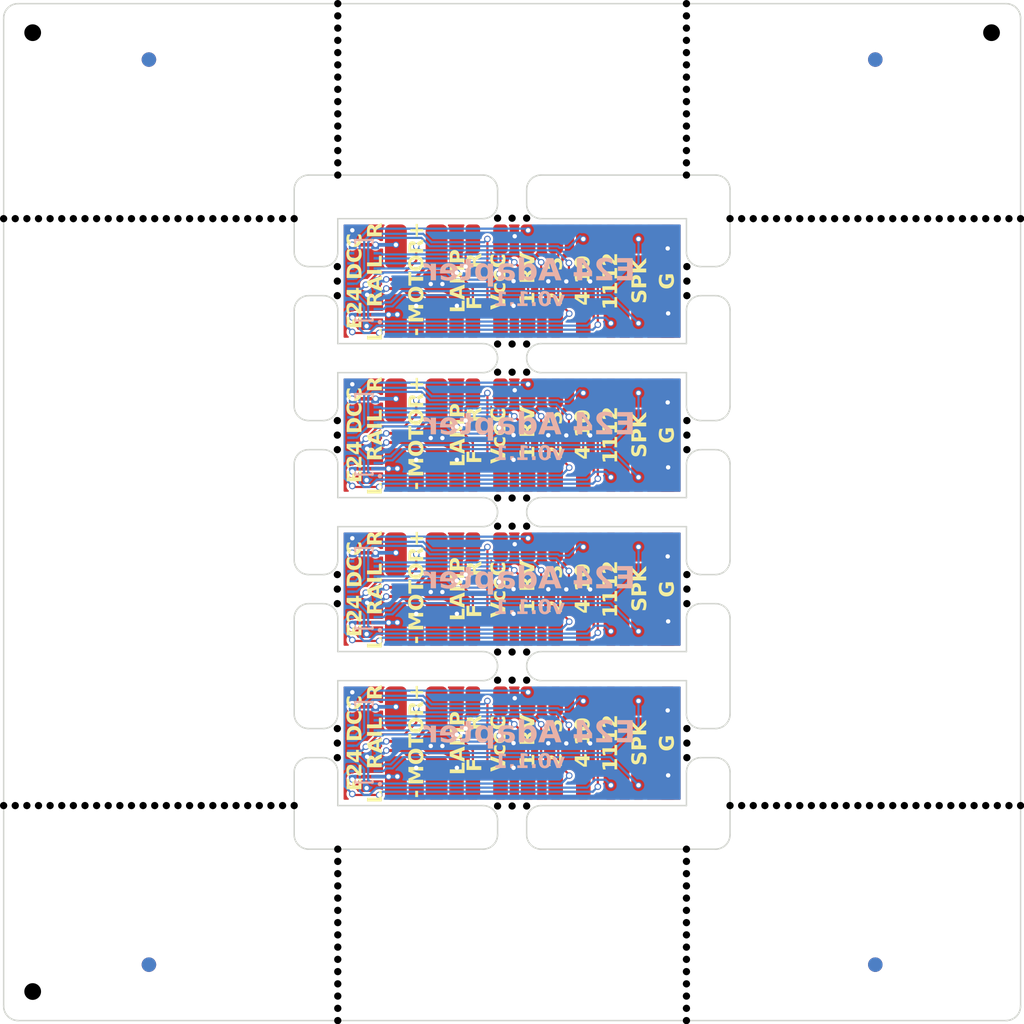
<source format=kicad_pcb>
(kicad_pcb (version 20241229) (generator "pcbnew") (generator_version "9.0")
  (title_block (date "2025-02-23") (rev "v0.1.1"))
  (layers (0 "F.Cu" signal) (2 "B.Cu" signal) (13 "F.Paste" user) (15 "B.Paste" user) (5 "F.SilkS" user "F.Silkscreen") (7 "B.SilkS" user "B.Silkscreen") (1 "F.Mask" user) (3 "B.Mask" user) (25 "Edge.Cuts" user))
  (net 0 "")
  (net 1 "Board_0-/AUX1 (VDC)")
  (net 2 "Board_0-/AUX10")
  (net 3 "Board_0-/AUX11")
  (net 4 "Board_0-/AUX12")
  (net 5 "Board_0-/AUX2 (VDC)")
  (net 6 "Board_0-/AUX3")
  (net 7 "Board_0-/AUX4")
  (net 8 "Board_0-/AUX5 (VDC)")
  (net 9 "Board_0-/AUX6 (VDC)")
  (net 10 "Board_0-/AUX7 (VDC)")
  (net 11 "Board_0-/AUX8 (VDC)")
  (net 12 "Board_0-/CAP+")
  (net 13 "Board_0-/LAMP_FRONT")
  (net 14 "Board_0-/LAMP_REAR")
  (net 15 "Board_0-/MOTOR_A")
  (net 16 "Board_0-/MOTOR_B")
  (net 17 "Board_0-/SPEAKER_N")
  (net 18 "Board_0-/SPEAKER_P")
  (net 19 "Board_0-/TRACK_LEFT")
  (net 20 "Board_0-/TRACK_RIGHT")
  (net 21 "Board_0-GND")
  (net 22 "Board_0-VCC")
  (net 23 "Board_0-VDC")
  (net 24 "Board_1-/AUX1 (VDC)")
  (net 25 "Board_1-/AUX10")
  (net 26 "Board_1-/AUX11")
  (net 27 "Board_1-/AUX12")
  (net 28 "Board_1-/AUX2 (VDC)")
  (net 29 "Board_1-/AUX3")
  (net 30 "Board_1-/AUX4")
  (net 31 "Board_1-/AUX5 (VDC)")
  (net 32 "Board_1-/AUX6 (VDC)")
  (net 33 "Board_1-/AUX7 (VDC)")
  (net 34 "Board_1-/AUX8 (VDC)")
  (net 35 "Board_1-/CAP+")
  (net 36 "Board_1-/LAMP_FRONT")
  (net 37 "Board_1-/LAMP_REAR")
  (net 38 "Board_1-/MOTOR_A")
  (net 39 "Board_1-/MOTOR_B")
  (net 40 "Board_1-/SPEAKER_N")
  (net 41 "Board_1-/SPEAKER_P")
  (net 42 "Board_1-/TRACK_LEFT")
  (net 43 "Board_1-/TRACK_RIGHT")
  (net 44 "Board_1-GND")
  (net 45 "Board_1-VCC")
  (net 46 "Board_1-VDC")
  (net 47 "Board_2-/AUX1 (VDC)")
  (net 48 "Board_2-/AUX10")
  (net 49 "Board_2-/AUX11")
  (net 50 "Board_2-/AUX12")
  (net 51 "Board_2-/AUX2 (VDC)")
  (net 52 "Board_2-/AUX3")
  (net 53 "Board_2-/AUX4")
  (net 54 "Board_2-/AUX5 (VDC)")
  (net 55 "Board_2-/AUX6 (VDC)")
  (net 56 "Board_2-/AUX7 (VDC)")
  (net 57 "Board_2-/AUX8 (VDC)")
  (net 58 "Board_2-/CAP+")
  (net 59 "Board_2-/LAMP_FRONT")
  (net 60 "Board_2-/LAMP_REAR")
  (net 61 "Board_2-/MOTOR_A")
  (net 62 "Board_2-/MOTOR_B")
  (net 63 "Board_2-/SPEAKER_N")
  (net 64 "Board_2-/SPEAKER_P")
  (net 65 "Board_2-/TRACK_LEFT")
  (net 66 "Board_2-/TRACK_RIGHT")
  (net 67 "Board_2-GND")
  (net 68 "Board_2-VCC")
  (net 69 "Board_2-VDC")
  (net 70 "Board_3-/AUX1 (VDC)")
  (net 71 "Board_3-/AUX10")
  (net 72 "Board_3-/AUX11")
  (net 73 "Board_3-/AUX12")
  (net 74 "Board_3-/AUX2 (VDC)")
  (net 75 "Board_3-/AUX3")
  (net 76 "Board_3-/AUX4")
  (net 77 "Board_3-/AUX5 (VDC)")
  (net 78 "Board_3-/AUX6 (VDC)")
  (net 79 "Board_3-/AUX7 (VDC)")
  (net 80 "Board_3-/AUX8 (VDC)")
  (net 81 "Board_3-/CAP+")
  (net 82 "Board_3-/LAMP_FRONT")
  (net 83 "Board_3-/LAMP_REAR")
  (net 84 "Board_3-/MOTOR_A")
  (net 85 "Board_3-/MOTOR_B")
  (net 86 "Board_3-/SPEAKER_N")
  (net 87 "Board_3-/SPEAKER_P")
  (net 88 "Board_3-/TRACK_LEFT")
  (net 89 "Board_3-/TRACK_RIGHT")
  (net 90 "Board_3-GND")
  (net 91 "Board_3-VCC")
  (net 92 "Board_3-VDC")
  (footprint "NPTH" (layer "F.Cu") (at 136.5 28.428572)
    (property "Reference" "KiKit_MB_17_11" (hide yes))
    (property "Value" "NPTH" (hide yes))
  )
  (footprint "e24-receiver-board:SolderWirePad_1x01_SMD_1x2mm" (layer "F.Cu") (at 151.5 46.8)
    (property "Reference" "J17" (hide yes))
    (property "Value" "AUX3" (hide yes))
  )
  (footprint "Fiducial" (layer "F.Cu") (at 123.5 23.85)
    (property "Reference" "KiKit_FID_T_1" (hide yes))
    (property "Value" "Fiducial" (hide yes))
  )
  (footprint "e24-receiver-board:SolderWirePad_1x01_SMD_1.5x3mm" (layer "F.Cu") (at 159.2 57.9)
    (property "Reference" "J21" (hide yes))
    (property "Value" "GND2" (hide yes))
  )
  (footprint "NPTH" (layer "F.Cu") (at 136.47 38.1)
    (property "Reference" "KiKit_MB_1_3" (hide yes))
    (property "Value" "NPTH" (hide yes))
  )
  (footprint "NPTH" (layer "F.Cu") (at 170.7 75.2)
    (property "Reference" "KiKit_MB_24_10" (hide yes))
    (property "Value" "NPTH" (hide yes))
  )
  (footprint "NPTH" (layer "F.Cu") (at 136.47 60.3)
    (property "Reference" "KiKit_MB_9_2" (hide yes))
    (property "Value" "NPTH" (hide yes))
  )
  (footprint "NPTH" (layer "F.Cu") (at 136.47 71.9)
    (property "Reference" "KiKit_MB_13_1" (hide yes))
    (property "Value" "NPTH" (hide yes))
  )
  (footprint "NPTH" (layer "F.Cu") (at 160.5 29.271429)
    (property "Reference" "KiKit_MB_18_12" (hide yes))
    (property "Value" "NPTH" (hide yes))
  )
  (footprint "NPTH" (layer "F.Cu") (at 136.5 24.214286)
    (property "Reference" "KiKit_MB_17_6" (hide yes))
    (property "Value" "NPTH" (hide yes))
  )
  (footprint "NPTH" (layer "F.Cu") (at 180.3 75.2)
    (property "Reference" "KiKit_MB_24_22" (hide yes))
    (property "Value" "NPTH" (hide yes))
  )
  (footprint "NPTH" (layer "F.Cu") (at 147.5 43.43)
    (property "Reference" "KiKit_MB_4_3" (hide yes))
    (property "Value" "NPTH" (hide yes))
  )
  (footprint "NPTH" (layer "F.Cu") (at 136.5 88.314285)
    (property "Reference" "KiKit_MB_19_13" (hide yes))
    (property "Value" "NPTH" (hide yes))
  )
  (footprint "NPTH" (layer "F.Cu") (at 179.5 34.8)
    (property "Reference" "KiKit_MB_23_21" (hide yes))
    (property "Value" "NPTH" (hide yes))
  )
  (footprint "NPTH" (layer "F.Cu") (at 129.5 75.2)
    (property "Reference" "KiKit_MB_22_21" (hide yes))
    (property "Value" "NPTH" (hide yes))
  )
  (footprint "NPTH" (layer "F.Cu") (at 114.3 34.8)
    (property "Reference" "KiKit_MB_21_2" (hide yes))
    (property "Value" "NPTH" (hide yes))
  )
  (footprint "e24-receiver-board:SolderWirePad_1x01_SMD_1.5x3mm" (layer "F.Cu") (at 143.3 68.5)
    (property "Reference" "J13" (hide yes))
    (property "Value" "MOTOR+" (hide yes))
  )
  (footprint "e24-receiver-board:SolderWirePad_1x01_SMD_1x2mm" (layer "F.Cu") (at 149.6 46.8)
    (property "Reference" "J16" (hide yes))
    (property "Value" "U+" (hide yes))
  )
  (footprint "NPTH" (layer "F.Cu") (at 160.5 82.414285)
    (property "Reference" "KiKit_MB_20_6" (hide yes))
    (property "Value" "NPTH" (hide yes))
  )
  (footprint "Fiducial" (layer "F.Cu") (at 123.5 86.15)
    (property "Reference" "KiKit_FID_T_3" (hide yes))
    (property "Value" "Fiducial" (hide yes))
  )
  (footprint "NPTH" (layer "F.Cu") (at 119.1 34.8)
    (property "Reference" "KiKit_MB_21_8" (hide yes))
    (property "Value" "NPTH" (hide yes))
  )
  (footprint "NPTH" (layer "F.Cu") (at 160.5 24.214286)
    (property "Reference" "KiKit_MB_18_6" (hide yes))
    (property "Value" "NPTH" (hide yes))
  )
  (footprint "NPTH" (layer "F.Cu") (at 176.3 34.8)
    (property "Reference" "KiKit_MB_23_17" (hide yes))
    (property "Value" "NPTH" (hide yes))
  )
  (footprint "NPTH" (layer "F.Cu") (at 136.47 48.7)
    (property "Reference" "KiKit_MB_5_3" (hide yes))
    (property "Value" "NPTH" (hide yes))
  )
  (footprint "NPTH" (layer "F.Cu") (at 130.3 75.2)
    (property "Reference" "KiKit_MB_22_22" (hide yes))
    (property "Value" "NPTH" (hide yes))
  )
  (footprint "NPTH" (layer "F.Cu") (at 167.5 34.8)
    (property "Reference" "KiKit_MB_23_6" (hide yes))
    (property "Value" "NPTH" (hide yes))
  )
  (footprint "NPTH" (layer "F.Cu") (at 169.9 34.8)
    (property "Reference" "KiKit_MB_23_9" (hide yes))
    (property "Value" "NPTH" (hide yes))
  )
  (footprint "e24-receiver-board:SolderWirePad_1x01_SMD_1.5x3mm" (layer "F.Cu") (at 140.5 41.5)
    (property "Reference" "J2" (hide yes))
    (property "Value" "TRACK_LEFT" (hide yes))
  )
  (footprint "NPTH" (layer "F.Cu") (at 147.5 54.03)
    (property "Reference" "KiKit_MB_8_3" (hide yes))
    (property "Value" "NPTH" (hide yes))
  )
  (footprint "NPTH" (layer "F.Cu") (at 166.7 34.8)
    (property "Reference" "KiKit_MB_23_5" (hide yes))
    (property "Value" "NPTH" (hide yes))
  )
  (footprint "NPTH" (layer "F.Cu") (at 178.7 34.8)
    (property "Reference" "KiKit_MB_23_20" (hide yes))
    (property "Value" "NPTH" (hide yes))
  )
  (footprint "NPTH" (layer "F.Cu") (at 147.5 45.37)
    (property "Reference" "KiKit_MB_7_1" (hide yes))
    (property "Value" "NPTH" (hide yes))
  )
  (footprint "e24-receiver-board:SolderWirePad_1x01_SMD_1x2mm" (layer "F.Cu") (at 157.2 36.2)
    (property "Reference" "J20" (hide yes))
    (property "Value" "SPEAKER+" (hide yes))
  )
  (footprint "e24-receiver-board:SolderWirePad_1x01_SMD_1x2mm" (layer "F.Cu") (at 147.7 42)
    (property "Reference" "J5" (hide yes))
    (property "Value" "VCC" (hide yes))
  )
  (footprint "NPTH" (layer "F.Cu") (at 160.53 69.9)
    (property "Reference" "KiKit_MB_14_1" (hide yes))
    (property "Value" "NPTH" (hide yes))
  )
  (footprint "NPTH" (layer "F.Cu") (at 183.5 34.8)
    (property "Reference" "KiKit_MB_23_26" (hide yes))
    (property "Value" "NPTH" (hide yes))
  )
  (footprint "NPTH" (layer "F.Cu") (at 119.9 34.8)
    (property "Reference" "KiKit_MB_21_9" (hide yes))
    (property "Value" "NPTH" (hide yes))
  )
  (footprint "NPTH" (layer "F.Cu") (at 160.53 60.3)
    (property "Reference" "KiKit_MB_10_2" (hide yes))
    (property "Value" "NPTH" (hide yes))
  )
  (footprint "NPTH" (layer "F.Cu") (at 132.7 75.2)
    (property "Reference" "KiKit_MB_22_25" (hide yes))
    (property "Value" "NPTH" (hide yes))
  )
  (footprint "e24-receiver-board:SolderWirePad_1x01_SMD_1x2mm" (layer "F.Cu") (at 145.8 36.2)
    (property "Reference" "J14" (hide yes))
    (property "Value" "LAMP_REAR" (hide yes))
  )
  (footprint "e24-receiver-board:SolderWirePad_1x01_SMD_1.5x3mm" (layer "F.Cu") (at 140.5 52.1)
    (property "Reference" "J2" (hide yes))
    (property "Value" "TRACK_LEFT" (hide yes))
  )
  (footprint "NPTH" (layer "F.Cu") (at 165.9 34.8)
    (property "Reference" "KiKit_MB_23_4" (hide yes))
    (property "Value" "NPTH" (hide yes))
  )
  (footprint "e24-receiver-board:SolderWirePad_1x01_SMD_1x2mm" (layer "F.Cu") (at 147.7 57.4)
    (property "Reference" "J15" (hide yes))
    (property "Value" "CAP+" (hide yes))
  )
  (footprint "NPTH" (layer "F.Cu") (at 180.3 34.8)
    (property "Reference" "KiKit_MB_23_22" (hide yes))
    (property "Value" "NPTH" (hide yes))
  )
  (footprint "NPTH" (layer "F.Cu") (at 136.5 82.414285)
    (property "Reference" "KiKit_MB_19_6" (hide yes))
    (property "Value" "NPTH" (hide yes))
  )
  (footprint "e24-receiver-board:SolderWirePad_1x01_SMD_1x2mm" (layer "F.Cu") (at 157.2 68)
    (property "Reference" "J20" (hide yes))
    (property "Value" "SPEAKER+" (hide yes))
  )
  (footprint "NPTH" (layer "F.Cu") (at 167.5 75.2)
    (property "Reference" "KiKit_MB_24_6" (hide yes))
    (property "Value" "NPTH" (hide yes))
  )
  (footprint "NPTH" (layer "F.Cu") (at 136.47 61.3)
    (property "Reference" "KiKit_MB_9_1" (hide yes))
    (property "Value" "NPTH" (hide yes))
  )
  (footprint "NPTH" (layer "F.Cu") (at 160.53 61.3)
    (property "Reference" "KiKit_MB_10_3" (hide yes))
    (property "Value" "NPTH" (hide yes))
  )
  (footprint "NPTH" (layer "F.Cu") (at 160.5 81.571428)
    (property "Reference" "KiKit_MB_20_5" (hide yes))
    (property "Value" "NPTH" (hide yes))
  )
  (footprint "NPTH" (layer "F.Cu") (at 182.7 34.8)
    (property "Reference" "KiKit_MB_23_25" (hide yes))
    (property "Value" "NPTH" (hide yes))
  )
  (footprint "NPTH" (layer "F.Cu") (at 122.3 34.8)
    (property "Reference" "KiKit_MB_21_12" (hide yes))
    (property "Value" "NPTH" (hide yes))
  )
  (footprint "NPTH" (layer "F.Cu") (at 160.5 87.471428)
    (property "Reference" "KiKit_MB_20_12" (hide yes))
    (property "Value" "NPTH" (hide yes))
  )
  (footprint "NPTH" (layer "F.Cu") (at 136.47 70.9)
    (property "Reference" "KiKit_MB_13_2" (hide yes))
    (property "Value" "NPTH" (hide yes))
  )
  (footprint "e24-receiver-board:SolderWirePad_1x01_SMD_1.5x3mm" (layer "F.Cu") (at 159.2 52.1)
    (property "Reference" "J11" (hide yes))
    (property "Value" "GND1" (hide yes))
  )
  (footprint "NPTH" (layer "F.Cu") (at 136.5 30.114286)
    (property "Reference" "KiKit_MB_17_13" (hide yes))
    (property "Value" "NPTH" (hide yes))
  )
  (footprint "NPTH" (layer "F.Cu") (at 113.5 75.2)
    (property "Reference" "KiKit_MB_22_1" (hide yes))
    (property "Value" "NPTH" (hide yes))
  )
  (footprint "e24-receiver-board:SolderWirePad_1x01_SMD_1x2mm" (layer "F.Cu") (at 145.8 68)
    (property "Reference" "J14" (hide yes))
    (property "Value" "LAMP_REAR" (hide yes))
  )
  (footprint "e24-receiver-board:SolderWirePad_1x01_SMD_1.5x3mm" (layer "F.Cu") (at 143.3 47.3)
    (property "Reference" "J13" (hide yes))
    (property "Value" "MOTOR+" (hide yes))
  )
  (footprint "NPTH" (layer "F.Cu") (at 126.3 75.2)
    (property "Reference" "KiKit_MB_22_17" (hide yes))
    (property "Value" "NPTH" (hide yes))
  )
  (footprint "NPTH" (layer "F.Cu") (at 160.53 48.7)
    (property "Reference" "KiKit_MB_6_1" (hide yes))
    (property "Value" "NPTH" (hide yes))
  )
  (footprint "NPTH" (layer "F.Cu") (at 160.5 26.742858)
    (property "Reference" "KiKit_MB_18_9" (hide yes))
    (property "Value" "NPTH" (hide yes))
  )
  (footprint "NPTH" (layer "F.Cu") (at 149.5 55.97)
    (property "Reference" "KiKit_MB_11_3" (hide yes))
    (property "Value" "NPTH" (hide yes))
  )
  (footprint "e24-receiver-board:SolderWirePad_1x01_SMD_1.5x3mm" (layer "F.Cu") (at 159.2 62.7)
    (property "Reference" "J11" (hide yes))
    (property "Value" "GND1" (hide yes))
  )
  (footprint "NPTH" (layer "F.Cu") (at 148.5 34.77)
    (property "Reference" "KiKit_MB_3_2" (hide yes))
    (property "Value" "NPTH" (hide yes))
  )
  (footprint "NPTH" (layer "F.Cu") (at 136.5 26.742858)
    (property "Reference" "KiKit_MB_17_9" (hide yes))
    (property "Value" "NPTH" (hide yes))
  )
  (footprint "NPTH" (layer "F.Cu") (at 182.7 75.2)
    (property "Reference" "KiKit_MB_24_25" (hide yes))
    (property "Value" "NPTH" (hide yes))
  )
  (footprint "NPTH" (layer "F.Cu") (at 125.5 34.8)
    (property "Reference" "KiKit_MB_21_16" (hide yes))
    (property "Value" "NPTH" (hide yes))
  )
  (footprint "NPTH" (layer "F.Cu") (at 160.5 86.628571)
    (property "Reference" "KiKit_MB_20_11" (hide yes))
    (property "Value" "NPTH" (hide yes))
  )
  (footprint "e24-receiver-board:SolderWirePad_1x01_SMD_1x2mm" (layer "F.Cu") (at 155.3 63.2)
    (property "Reference" "J9" (hide yes))
    (property "Value" "AUX11" (hide yes))
  )
  (footprint "NPTH" (layer "F.Cu") (at 116.7 75.2)
    (property "Reference" "KiKit_MB_22_5" (hide yes))
    (property "Value" "NPTH" (hide yes))
  )
  (footprint "e24-receiver-board:SolderWirePad_1x01_SMD_1x2mm" (layer "F.Cu") (at 147.7 68)
    (property "Reference" "J15" (hide yes))
    (property "Value" "CAP+" (hide yes))
  )
  (footprint "NPTH" (layer "F.Cu") (at 165.1 75.2)
    (property "Reference" "KiKit_MB_24_3" (hide yes))
    (property "Value" "NPTH" (hide yes))
  )
  (footprint "e24-receiver-board:SolderWirePad_1x01_SMD_1.5x3mm" (layer "F.Cu") (at 159.2 68.5)
    (property "Reference" "J21" (hide yes))
    (property "Value" "GND2" (hide yes))
  )
  (footprint "NPTH" (layer "F.Cu") (at 115.1 75.2)
    (property "Reference" "KiKit_MB_22_3" (hide yes))
    (property "Value" "NPTH" (hide yes))
  )
  (footprint "NPTH" (layer "F.Cu") (at 181.9 34.8)
    (property "Reference" "KiKit_MB_23_24" (hide yes))
    (property "Value" "NPTH" (hide yes))
  )
  (footprint "NPTH" (layer "F.Cu") (at 160.5 90)
    (property "Reference" "KiKit_MB_20_15" (hide yes))
    (property "Value" "NPTH" (hide yes))
  )
  (footprint "NPTH" (layer "F.Cu") (at 160.53 40.1)
    (property "Reference" "KiKit_MB_2_3" (hide yes))
    (property "Value" "NPTH" (hide yes))
  )
  (footprint "NPTH" (layer "F.Cu") (at 136.5 29.271429)
    (property "Reference" "KiKit_MB_17_12" (hide yes))
    (property "Value" "NPTH" (hide yes))
  )
  (footprint "e24-receiver-board:SolderWirePad_1x01_SMD_1x2mm" (layer "F.Cu") (at 147.7 36.2)
    (property "Reference" "J15" (hide yes))
    (property "Value" "CAP+" (hide yes))
  )
  (footprint "e24-receiver-board:SolderWirePad_1x01_SMD_1x2mm" (layer "F.Cu") (at 153.4 73.8)
    (property "Reference" "J8" (hide yes))
    (property "Value" "AUX4" (hide yes))
  )
  (footprint "NPTH" (layer "F.Cu") (at 160.5 30.957143)
    (property "Reference" "KiKit_MB_18_14" (hide yes))
    (property "Value" "NPTH" (hide yes))
  )
  (footprint "NPTH" (layer "F.Cu") (at 165.9 75.2)
    (property "Reference" "KiKit_MB_24_4" (hide yes))
    (property "Value" "NPTH" (hide yes))
  )
  (footprint "e24-receiver-board:SolderWirePad_1x01_SMD_1x2mm" (layer "F.Cu") (at 149.6 68)
    (property "Reference" "J16" (hide yes))
    (property "Value" "U+" (hide yes))
  )
  (footprint "NPTH" (layer "F.Cu") (at 160.53 70.9)
    (property "Reference" "KiKit_MB_14_2" (hide yes))
    (property "Value" "NPTH" (hide yes))
  )
  (footprint "NPTH" (layer "F.Cu") (at 160.5 84.942857)
    (property "Reference" "KiKit_MB_20_9" (hide yes))
    (property "Value" "NPTH" (hide yes))
  )
  (footprint "NPTH" (layer "F.Cu") (at 117.5 75.2)
    (property "Reference" "KiKit_MB_22_6" (hide yes))
    (property "Value" "NPTH" (hide yes))
  )
  (footprint "NPTH" (layer "F.Cu") (at 160.5 20)
    (property "Reference" "KiKit_MB_18_1" (hide yes))
    (property "Value" "NPTH" (hide yes))
  )
  (footprint "NPTH" (layer "F.Cu") (at 147.5 34.77)
    (property "Reference" "KiKit_MB_3_1" (hide yes))
    (property "Value" "NPTH" (hide yes))
  )
  (footprint "NPTH" (layer "F.Cu") (at 136.47 50.7)
    (property "Reference" "KiKit_MB_5_1" (hide yes))
    (property "Value" "NPTH" (hide yes))
  )
  (footprint "NPTH" (layer "F.Cu") (at 175.5 75.2)
    (property "Reference" "KiKit_MB_24_16" (hide yes))
    (property "Value" "NPTH" (hide yes))
  )
  (footprint "e24-receiver-board:SolderWirePad_1x01_SMD_1x2mm" (layer "F.Cu") (at 151.5 52.6)
    (property "Reference" "J7" (hide yes))
    (property "Value" "AUX2" (hide yes))
  )
  (footprint "e24-receiver-board:SolderWirePad_1x01_SMD_1x2mm" (layer "F.Cu") (at 145.8 52.6)
    (property "Reference" "J4" (hide yes))
    (property "Value" "LAMP_FRONT" (hide yes))
  )
  (footprint "NPTH" (layer "F.Cu") (at 163.5 75.2)
    (property "Reference" "KiKit_MB_24_1" (hide yes))
    (property "Value" "NPTH" (hide yes))
  )
  (footprint "NPTH" (layer "F.Cu") (at 174.7 75.2)
    (property "Reference" "KiKit_MB_24_15" (hide yes))
    (property "Value" "NPTH" (hide yes))
  )
  (footprint "NPTH" (layer "F.Cu") (at 131.1 75.2)
    (property "Reference" "KiKit_MB_22_23" (hide yes))
    (property "Value" "NPTH" (hide yes))
  )
  (footprint "e24-receiver-board:SolderWirePad_1x01_SMD_1x2mm" (layer "F.Cu") (at 151.5 57.4)
    (property "Reference" "J17" (hide yes))
    (property "Value" "AUX3" (hide yes))
  )
  (footprint "NPTH" (layer "F.Cu") (at 160.5 85.785714)
    (property "Reference" "KiKit_MB_20_10" (hide yes))
    (property "Value" "NPTH" (hide yes))
  )
  (footprint "e24-receiver-board:SolderWirePad_1x01_SMD_1.5x3mm" (layer "F.Cu") (at 143.3 73.3)
    (property "Reference" "J3" (hide yes))
    (property "Value" "MOTOR-" (hide yes))
  )
  (footprint "NPTH" (layer "F.Cu") (at 174.7 34.8)
    (property "Reference" "KiKit_MB_23_15" (hide yes))
    (property "Value" "NPTH" (hide yes))
  )
  (footprint "NPTH" (layer "F.Cu") (at 177.9 34.8)
    (property "Reference" "KiKit_MB_23_19" (hide yes))
    (property "Value" "NPTH" (hide yes))
  )
  (footprint "NPTH" (layer "F.Cu") (at 183.5 75.2)
    (property "Reference" "KiKit_MB_24_26" (hide yes))
    (property "Value" "NPTH" (hide yes))
  )
  (footprint "NPTH" (layer "F.Cu") (at 169.9 75.2)
    (property "Reference" "KiKit_MB_24_9" (hide yes))
    (property "Value" "NPTH" (hide yes))
  )
  (footprint "NPTH" (layer "F.Cu") (at 149.5 75.23)
    (property "Reference" "KiKit_MB_16_1" (hide yes))
    (property "Value" "NPTH" (hide yes))
  )
  (footprint "e24-receiver-board:SolderWirePad_1x01_SMD_1x2mm" (layer "F.Cu") (at 157.2 52.6)
    (property "Reference" "J10" (hide yes))
    (property "Value" "SPEAKER-" (hide yes))
  )
  (footprint "e24-receiver-board:SolderWirePad_1x01_SMD_1x2mm" (layer "F.Cu") (at 149.6 57.4)
    (property "Reference" "J16" (hide yes))
    (property "Value" "U+" (hide yes))
  )
  (footprint "NPTH" (layer "F.Cu") (at 149.5 64.63)
    (property "Reference" "KiKit_MB_12_1" (hide yes))
    (property "Value" "NPTH" (hide yes))
  )
  (footprint "NPTH" (layer "F.Cu") (at 160.5 28.428572)
    (property "Reference" "KiKit_MB_18_11" (hide yes))
    (property "Value" "NPTH" (hide yes))
  )
  (footprint "NPTH" (layer "F.Cu") (at 136.5 25.9)
    (property "Reference" "KiKit_MB_17_8" (hide yes))
    (property "Value" "NPTH" (hide yes))
  )
  (footprint "NPTH" (layer "F.Cu") (at 123.9 34.8)
    (property "Reference" "KiKit_MB_21_14" (hide yes))
    (property "Value" "NPTH" (hide yes))
  )
  (footprint "NPTH" (layer "F.Cu") (at 173.9 75.2)
    (property "Reference" "KiKit_MB_24_14" (hide yes))
    (property "Value" "NPTH" (hide yes))
  )
  (footprint "e24-receiver-board:SolderWirePad_1x01_SMD_1x2mm" (layer "F.Cu") (at 153.4 46.8)
    (property "Reference" "J18" (hide yes))
    (property "Value" "AUX10" (hide yes))
  )
  (footprint "NPTH" (layer "F.Cu") (at 181.1 75.2)
    (property "Reference" "KiKit_MB_24_23" (hide yes))
    (property "Value" "NPTH" (hide yes))
  )
  (footprint "NPTH" (layer "F.Cu") (at 177.1 75.2)
    (property "Reference" "KiKit_MB_24_18" (hide yes))
    (property "Value" "NPTH" (hide yes))
  )
  (footprint "e24-receiver-board:SolderWirePad_1x01_SMD_1x2mm" (layer "F.Cu") (at 157.2 42)
    (property "Reference" "J10" (hide yes))
    (property "Value" "SPEAKER-" (hide yes))
  )
  (footprint "NPTH" (layer "F.Cu") (at 127.9 75.2)
    (property "Reference" "KiKit_MB_22_19" (hide yes))
    (property "Value" "NPTH" (hide yes))
  )
  (footprint "NPTH" (layer "F.Cu") (at 164.3 34.8)
    (property "Reference" "KiKit_MB_23_2" (hide yes))
    (property "Value" "NPTH" (hide yes))
  )
  (footprint "NPTH" (layer "F.Cu") (at 178.7 75.2)
    (property "Reference" "KiKit_MB_24_20" (hide yes))
    (property "Value" "NPTH" (hide yes))
  )
  (footprint "NPTH" (layer "F.Cu") (at 160.5 30.114286)
    (property "Reference" "KiKit_MB_18_13" (hide yes))
    (property "Value" "NPTH" (hide yes))
  )
  (footprint "NPTH" (layer "F.Cu") (at 168.3 34.8)
    (property "Reference" "KiKit_MB_23_7" (hide yes))
    (property "Value" "NPTH" (hide yes))
  )
  (footprint "NPTH" (layer "F.Cu") (at 160.5 80.728571)
    (property "Reference" "KiKit_MB_20_4" (hide yes))
    (property "Value" "NPTH" (hide yes))
  )
  (footprint "NPTH" (layer "F.Cu") (at 127.9 34.8)
    (property "Reference" "KiKit_MB_21_19" (hide yes))
    (property "Value" "NPTH" (hide yes))
  )
  (footprint "NPTH" (layer "F.Cu") (at 136.47 59.3)
    (property "Reference" "KiKit_MB_9_3" (hide yes))
    (property "Value" "NPTH" (hide yes))
  )
  (footprint "NPTH" (layer "F.Cu") (at 123.9 75.2)
    (property "Reference" "KiKit_MB_22_14" (hide yes))
    (property "Value" "NPTH" (hide yes))
  )
  (footprint "e24-receiver-board:SolderWirePad_1x01_SMD_1x2mm" (layer "F.Cu") (at 149.6 52.6)
    (property "Reference" "J6" (hide yes))
    (property "Value" "AUX1" (hide yes))
  )
  (footprint "NPTH" (layer "F.Cu") (at 147.5 55.97)
    (property "Reference" "KiKit_MB_11_1" (hide yes))
    (property "Value" "NPTH" (hide yes))
  )
  (footprint "e24-receiver-board:SolderWirePad_1x01_SMD_1x2mm" (layer "F.Cu") (at 145.8 46.8)
    (property "Reference" "J14" (hide yes))
    (property "Value" "LAMP_REAR" (hide yes))
  )
  (footprint "NPTH" (layer "F.Cu") (at 136.5 31.8)
    (property "Reference" "KiKit_MB_17_15" (hide yes))
    (property "Value" "NPTH" (hide yes))
  )
  (footprint "NPTH" (layer "F.Cu") (at 118.3 34.8)
    (property "Reference" "KiKit_MB_21_7" (hide yes))
    (property "Value" "NPTH" (hide yes))
  )
  (footprint "Fiducial" (layer "F.Cu") (at 173.5 86.15)
    (property "Reference" "KiKit_FID_T_4" (hide yes))
    (property "Value" "Fiducial" (hide yes))
  )
  (footprint "NPTH" (layer "F.Cu") (at 131.9 75.2)
    (property "Reference" "KiKit_MB_22_24" (hide yes))
    (property "Value" "NPTH" (hide yes))
  )
  (footprint "NPTH" (layer "F.Cu") (at 115.1 34.8)
    (property "Reference" "KiKit_MB_21_3" (hide yes))
    (property "Value" "NPTH" (hide yes))
  )
  (footprint "e24-receiver-board:SolderWirePad_1x01_SMD_1x2mm" (layer "F.Cu") (at 155.3 42)
    (property "Reference" "J9" (hide yes))
    (property "Value" "AUX11" (hide yes))
  )
  (footprint "e24-receiver-board:SolderWirePad_1x01_SMD_1.5x3mm" (layer "F.Cu") (at 140.5 36.7)
    (property "Reference" "J12" (hide yes))
    (property "Value" "TRACK_RIGHT" (hide yes))
  )
  (footprint "NPTH" (layer "F.Cu") (at 160.5 22.528572)
    (property "Reference" "KiKit_MB_18_4" (hide yes))
    (property "Value" "NPTH" (hide yes))
  )
  (footprint "NPTH" (layer "F.Cu") (at 160.5 84.1)
    (property "Reference" "KiKit_MB_20_8" (hide yes))
    (property "Value" "NPTH" (hide yes))
  )
  (footprint "NPTH" (layer "F.Cu") (at 149.5 45.37)
    (property "Reference" "KiKit_MB_7_3" (hide yes))
    (property "Value" "NPTH" (hide yes))
  )
  (footprint "NPTH" (layer "F.Cu") (at 181.5 22)
    (property "Reference" "KiKit_TO_2" (hide yes))
    (property "Value" "NPTH" (hide yes))
  )
  (footprint "e24-receiver-board:SolderWirePad_1x01_SMD_1x2mm" (layer "F.Cu") (at 157.2 57.4)
    (property "Reference" "J20" (hide yes))
    (property "Value" "SPEAKER+" (hide yes))
  )
  (footprint "NPTH" (layer "F.Cu") (at 117.5 34.8)
    (property "Reference" "KiKit_MB_21_6" (hide yes))
    (property "Value" "NPTH" (hide yes))
  )
  (footprint "NPTH" (layer "F.Cu") (at 122.3 75.2)
    (property "Reference" "KiKit_MB_22_12" (hide yes))
    (property "Value" "NPTH" (hide yes))
  )
  (footprint "NPTH" (layer "F.Cu") (at 123.1 75.2)
    (property "Reference" "KiKit_MB_22_13" (hide yes))
    (property "Value" "NPTH" (hide yes))
  )
  (footprint "NPTH" (layer "F.Cu") (at 177.9 75.2)
    (property "Reference" "KiKit_MB_24_19" (hide yes))
    (property "Value" "NPTH" (hide yes))
  )
  (footprint "NPTH" (layer "F.Cu") (at 172.3 34.8)
    (property "Reference" "KiKit_MB_23_12" (hide yes))
    (property "Value" "NPTH" (hide yes))
  )
  (footprint "NPTH" (layer "F.Cu") (at 160.5 27.585715)
    (property "Reference" "KiKit_MB_18_10" (hide yes))
    (property "Value" "NPTH" (hide yes))
  )
  (footprint "NPTH" (layer "F.Cu") (at 113.5 34.8)
    (property "Reference" "KiKit_MB_21_1" (hide yes))
    (property "Value" "NPTH" (hide yes))
  )
  (footprint "NPTH" (layer "F.Cu") (at 148.5 75.23)
    (property "Reference" "KiKit_MB_16_2" (hide yes))
    (property "Value" "NPTH" (hide yes))
  )
  (footprint "NPTH" (layer "F.Cu") (at 136.47 39.1)
    (property "Reference" "KiKit_MB_1_2" (hide yes))
    (property "Value" "NPTH" (hide yes))
  )
  (footprint "NPTH" (layer "F.Cu") (at 166.7 75.2)
    (property "Reference" "KiKit_MB_24_5" (hide yes))
    (property "Value" "NPTH" (hide yes))
  )
  (footprint "NPTH" (layer "F.Cu") (at 160.53 59.3)
    (property "Reference" "KiKit_MB_10_1" (hide yes))
    (property "Value" "NPTH" (hide yes))
  )
  (footprint "NPTH" (layer "F.Cu") (at 160.5 78.2)
    (property "Reference" "KiKit_MB_20_1" (hide yes))
    (property "Value" "NPTH" (hide yes))
  )
  (footprint "NPTH" (layer "F.Cu") (at 148.5 54.03)
    (property "Reference" "KiKit_MB_8_2" (hide yes))
    (property "Value" "NPTH" (hide yes))
  )
  (footprint "NPTH" (layer "F.Cu") (at 181.9 75.2)
    (property "Reference" "KiKit_MB_24_24" (hide yes))
    (property "Value" "NPTH" (hide yes))
  )
  (footprint "NPTH" (layer "F.Cu") (at 127.1 75.2)
    (property "Reference" "KiKit_MB_22_18" (hide yes))
    (property "Value" "NPTH" (hide yes))
  )
  (footprint "e24-receiver-board:SolderWirePad_1x01_SMD_1x2mm" (layer "F.Cu") (at 153.4 42)
    (property "Reference" "J8" (hide yes))
    (property "Value" "AUX4" (hide yes))
  )
  (footprint "NPTH" (layer "F.Cu") (at 173.9 34.8)
    (property "Reference" "KiKit_MB_23_14" (hide yes))
    (property "Value" "NPTH" (hide yes))
  )
  (footprint "NPTH" (layer "F.Cu") (at 171.5 34.8)
    (property "Reference" "KiKit_MB_23_11" (hide yes))
    (property "Value" "NPTH" (hide yes))
  )
  (footprint "e24-receiver-board:SolderWirePad_1x01_SMD_1x2mm" (layer "F.Cu") (at 149.6 63.2)
    (property "Reference" "J6" (hide yes))
    (property "Value" "AUX1" (hide yes))
  )
  (footprint "NPTH" (layer "F.Cu") (at 160.53 39.1)
    (property "Reference" "KiKit_MB_2_2" (hide yes))
    (property "Value" "NPTH" (hide yes))
  )
  (footprint "NPTH" (layer "F.Cu") (at 169.1 75.2)
    (property "Reference" "KiKit_MB_24_8" (hide yes))
    (property "Value" "NPTH" (hide yes))
  )
  (footprint "NPTH" (layer "F.Cu") (at 136.5 85.785714)
    (property "Reference" "KiKit_MB_19_10" (hide yes))
    (property "Value" "NPTH" (hide yes))
  )
  (footprint "e24-receiver-board:SolderWirePad_1x01_SMD_1x2mm" (layer "F.Cu") (at 149.6 73.8)
    (property "Reference" "J6" (hide yes))
    (property "Value" "AUX1" (hide yes))
  )
  (footprint "NPTH" (layer "F.Cu") (at 136.5 81.571428)
    (property "Reference" "KiKit_MB_19_5" (hide yes))
    (property "Value" "NPTH" (hide yes))
  )
  (footprint "e24-receiver-board:SolderWirePad_1x01_SMD_1.5x3mm" (layer "F.Cu") (at 159.2 41.5)
    (property "Reference" "J11" (hide yes))
    (property "Value" "GND1" (hide yes))
  )
  (footprint "NPTH" (layer "F.Cu") (at 121.5 34.8)
    (property "Reference" "KiKit_MB_21_11" (hide yes))
    (property "Value" "NPTH" (hide yes))
  )
  (footprint "NPTH" (layer "F.Cu") (at 173.1 75.2)
    (property "Reference" "KiKit_MB_24_13" (hide yes))
    (property "Value" "NPTH" (hide yes))
  )
  (footprint "NPTH" (layer "F.Cu") (at 136.5 79.042857)
    (property "Reference" "KiKit_MB_19_2" (hide yes))
    (property "Value" "NPTH" (hide yes))
  )
  (footprint "e24-receiver-board:SolderWirePad_1x01_SMD_1x2mm" (layer "F.Cu") (at 153.4 68)
    (property "Reference" "J18" (hide yes))
    (property "Value" "AUX10" (hide yes))
  )
  (footprint "NPTH" (layer "F.Cu") (at 149.5 54.03)
    (property "Reference" "KiKit_MB_8_1" (hide yes))
    (property "Value" "NPTH" (hide yes))
  )
  (footprint "e24-receiver-board:SolderWirePad_1x01_SMD_1x2mm" (layer "F.Cu") (at 157.2 63.2)
    (property "Reference" "J10" (hide yes))
    (property "Value" "SPEAKER-" (hide yes))
  )
  (footprint "NPTH" (layer "F.Cu") (at 181.1 34.8)
    (property "Reference" "KiKit_MB_23_23" (hide yes))
    (property "Value" "NPTH" (hide yes))
  )
  (footprint "e24-receiver-board:SolderWirePad_1x01_SMD_1x2mm" (layer "F.Cu") (at 145.8 73.8)
    (property "Reference" "J4" (hide yes))
    (property "Value" "LAMP_FRONT" (hide yes))
  )
  (footprint "NPTH" (layer "F.Cu") (at 128.7 75.2)
    (property "Reference" "KiKit_MB_22_20" (hide yes))
    (property "Value" "NPTH" (hide yes))
  )
  (footprint "NPTH" (layer "F.Cu") (at 136.5 79.885714)
    (property "Reference" "KiKit_MB_19_3" (hide yes))
    (property "Value" "NPTH" (hide yes))
  )
  (footprint "NPTH" (layer "F.Cu") (at 160.5 83.257142)
    (property "Reference" "KiKit_MB_20_7" (hide yes))
    (property "Value" "NPTH" (hide yes))
  )
  (footprint "e24-receiver-board:SolderWirePad_1x01_SMD_1.5x3mm" (layer "F.Cu") (at 143.3 62.7)
    (property "Reference" "J3" (hide yes))
    (property "Value" "MOTOR-" (hide yes))
  )
  (footprint "NPTH" (layer "F.Cu") (at 132.7 34.8)
    (property "Reference" "KiKit_MB_21_25" (hide yes))
    (property "Value" "NPTH" (hide yes))
  )
  (footprint "NPTH" (layer "F.Cu") (at 115.9 75.2)
    (property "Reference" "KiKit_MB_22_4" (hide yes))
    (property "Value" "NPTH" (hide yes))
  )
  (footprint "NPTH" (layer "F.Cu") (at 116.7 34.8)
    (property "Reference" "KiKit_MB_21_5" (hide yes))
    (property "Value" "NPTH" (hide yes))
  )
  (footprint "NPTH" (layer "F.Cu") (at 160.5 20.842858)
    (property "Reference" "KiKit_MB_18_2" (hide yes))
    (property "Value" "NPTH" (hide yes))
  )
  (footprint "NPTH" (layer "F.Cu") (at 120.7 34.8)
    (property "Reference" "KiKit_MB_21_10" (hide yes))
    (property "Value" "NPTH" (hide yes))
  )
  (footprint "NPTH" (layer "F.Cu") (at 160.5 25.9)
    (property "Reference" "KiKit_MB_18_8" (hide yes))
    (property "Value" "NPTH" (hide yes))
  )
  (footprint "NPTH" (layer "F.Cu") (at 128.7 34.8)
    (property "Reference" "KiKit_MB_21_20" (hide yes))
    (property "Value" "NPTH" (hide yes))
  )
  (footprint "NPTH" (layer "F.Cu") (at 160.5 21.685715)
    (property "Reference" "KiKit_MB_18_3" (hide yes))
    (property "Value" "NPTH" (hide yes))
  )
  (footprint "e24-receiver-board:SolderWirePad_1x01_SMD_1x2mm" (layer "F.Cu") (at 153.4 36.2)
    (property "Reference" "J18" (hide yes))
    (property "Value" "AUX10" (hide yes))
  )
  (footprint "NPTH" (layer "F.Cu") (at 160.5 89.157142)
    (property "Reference" "KiKit_MB_20_14" (hide yes))
    (property "Value" "NPTH" (hide yes))
  )
  (footprint "e24-receiver-board:SolderWirePad_1x01_SMD_1x2mm" (layer "F.Cu") (at 151.5 36.2)
    (property "Reference" "J17" (hide yes))
    (property "Value" "AUX3" (hide yes))
  )
  (footprint "NPTH" (layer "F.Cu") (at 131.9 34.8)
    (property "Reference" "KiKit_MB_21_24" (hide yes))
    (property "Value" "NPTH" (hide yes))
  )
  (footprint "Fiducial" (layer "F.Cu") (at 173.5 23.85)
    (property "Reference" "KiKit_FID_T_2" (hide yes))
    (property "Value" "Fiducial" (hide yes))
  )
  (footprint "e24-receiver-board:SolderWirePad_1x01_SMD_1x2mm" (layer "F.Cu") (at 149.6 42)
    (property "Reference" "J6" (hide yes))
    (property "Value" "AUX1" (hide yes))
  )
  (footprint "NPTH" (layer "F.Cu") (at 114.3 75.2)
    (property "Reference" "KiKit_MB_22_2" (hide yes))
    (property "Value" "NPTH" (hide yes))
  )
  (footprint "NPTH" (layer "F.Cu") (at 125.5 75.2)
    (property "Reference" "KiKit_MB_22_16" (hide yes))
    (property "Value" "NPTH" (hide yes))
  )
  (footprint "NPTH" (layer "F.Cu") (at 136.5 22.528572)
    (property "Reference" "KiKit_MB_17_4" (hide yes))
    (property "Value" "NPTH" (hide yes))
  )
  (footprint "e24-receiver-board:SolderWirePad_1x01_SMD_1x2mm" (layer "F.Cu") (at 147.7 52.6)
    (property "Reference" "J5" (hide yes))
    (property "Value" "VCC" (hide yes))
  )
  (footprint "NPTH" (layer "F.Cu") (at 133.5 75.2)
    (property "Reference" "KiKit_MB_22_26" (hide yes))
    (property "Value" "NPTH" (hide yes))
  )
  (footprint "NPTH" (layer "F.Cu") (at 129.5 34.8)
    (property "Reference" "KiKit_MB_21_21" (hide yes))
    (property "Value" "NPTH" (hide yes))
  )
  (footprint "NPTH" (layer "F.Cu") (at 147.5 75.23)
    (property "Reference" "KiKit_MB_16_3" (hide yes))
    (property "Value" "NPTH" (hide yes))
  )
  (footprint "NPTH" (layer "F.Cu") (at 115.5 88)
    (property "Reference" "KiKit_TO_3" (hide yes))
    (property "Value" "NPTH" (hide yes))
  )
  (footprint "NPTH" (layer "F.Cu") (at 136.5 27.585715)
    (property "Reference" "KiKit_MB_17_10" (hide yes))
    (property "Value" "NPTH" (hide yes))
  )
  (footprint "NPTH" (layer "F.Cu") (at 119.9 75.2)
    (property "Reference" "KiKit_MB_22_9" (hide yes))
    (property "Value" "NPTH" (hide yes))
  )
  (footprint "e24-receiver-board:SolderWirePad_1x01_SMD_1.5x3mm" (layer "F.Cu") (at 143.3 36.7)
    (property "Reference" "J13" (hide yes))
    (property "Value" "MOTOR+" (hide yes))
  )
  (footprint "NPTH" (layer "F.Cu") (at 176.3 75.2)
    (property "Reference" "KiKit_MB_24_17" (hide yes))
    (property "Value" "NPTH" (hide yes))
  )
  (footprint "NPTH" (layer "F.Cu") (at 170.7 34.8)
    (property "Reference" "KiKit_MB_23_10" (hide yes))
    (property "Value" "NPTH" (hide yes))
  )
  (footprint "e24-receiver-board:SolderWirePad_1x01_SMD_1x2mm" (layer "F.Cu") (at 151.5 73.8)
    (property "Reference" "J7" (hide yes))
    (property "Value" "AUX2" (hide yes))
  )
  (footprint "e24-receiver-board:SolderWirePad_1x01_SMD_1x2mm" (layer "F.Cu") (at 155.3 73.8)
    (property "Reference" "J9" (hide yes))
    (property "Value" "AUX11" (hide yes))
  )
  (footprint "e24-receiver-board:SolderWirePad_1x01_SMD_1x2mm" (layer "F.Cu") (at 155.3 46.8)
    (property "Reference" "J19" (hide yes))
    (property "Value" "AUX12" (hide yes))
  )
  (footprint "NPTH" (layer "F.Cu") (at 136.5 90)
    (property "Reference" "KiKit_MB_19_15" (hide yes))
    (property "Value" "NPTH" (hide yes))
  )
  (footprint "NPTH" (layer "F.Cu") (at 149.5 43.43)
    (property "Reference" "KiKit_MB_4_1" (hide yes))
    (property "Value" "NPTH" (hide yes))
  )
  (footprint "NPTH" (layer "F.Cu") (at 148.5 55.97)
    (property "Reference" "KiKit_MB_11_2" (hide yes))
    (property "Value" "NPTH" (hide yes))
  )
  (footprint "NPTH" (layer "F.Cu") (at 136.5 30.957143)
    (property "Reference" "KiKit_MB_17_14" (hide yes))
    (property "Value" "NPTH" (hide yes))
  )
  (footprint "NPTH" (layer "F.Cu") (at 149.5 34.77)
    (property "Reference" "KiKit_MB_3_3" (hide yes))
    (property "Value" "NPTH" (hide yes))
  )
  (footprint "NPTH" (layer "F.Cu") (at 124.7 75.2)
    (property "Reference" "KiKit_MB_22_15" (hide yes))
    (property "Value" "NPTH" (hide yes))
  )
  (footprint "NPTH" (layer "F.Cu") (at 171.5 75.2)
    (property "Reference" "KiKit_MB_24_11" (hide yes))
    (property "Value" "NPTH" (hide yes))
  )
  (footprint "NPTH" (layer "F.Cu") (at 160.5 79.042857)
    (property "Reference" "KiKit_MB_20_2" (hide yes))
    (property "Value" "NPTH" (hide yes))
  )
  (footprint "NPTH" (layer "F.Cu") (at 136.5 23.371429)
    (property "Reference" "KiKit_MB_17_5" (hide yes))
    (property "Value" "NPTH" (hide yes))
  )
  (footprint "e24-receiver-board:SolderWirePad_1x01_SMD_1x2mm" (layer "F.Cu") (at 157.2 46.8)
    (property "Reference" "J20" (hide yes))
    (property "Value" "SPEAKER+" (hide yes))
  )
  (footprint "NPTH" (layer "F.Cu") (at 149.5 66.57)
    (property "Reference" "KiKit_MB_15_3" (hide yes))
    (property "Value" "NPTH" (hide yes))
  )
  (footprint "e24-receiver-board:SolderWirePad_1x01_SMD_1.5x3mm" (layer "F.Cu") (at 140.5 57.9)
    (property "Reference" "J12" (hide yes))
    (property "Value" "TRACK_RIGHT" (hide yes))
  )
  (footprint "e24-receiver-board:SolderWirePad_1x01_SMD_1x2mm" (layer "F.Cu") (at 151.5 63.2)
    (property "Reference" "J7" (hide yes))
    (property "Value" "AUX2" (hide yes))
  )
  (footprint "e24-receiver-board:SolderWirePad_1x01_SMD_1.5x3mm" (layer "F.Cu") (at 140.5 47.3)
    (property "Reference" "J12" (hide yes))
    (property "Value" "TRACK_RIGHT" (hide yes))
  )
  (footprint "e24-receiver-board:SolderWirePad_1x01_SMD_1.5x3mm" (layer "F.Cu") (at 143.3 57.9)
    (property "Reference" "J13" (hide yes))
    (property "Value" "MOTOR+" (hide yes))
  )
  (footprint "NPTH" (layer "F.Cu") (at 131.1 34.8)
    (property "Reference" "KiKit_MB_21_23" (hide yes))
    (property "Value" "NPTH" (hide yes))
  )
  (footprint "NPTH" (layer "F.Cu") (at 123.1 34.8)
    (property "Reference" "KiKit_MB_21_13" (hide yes))
    (property "Value" "NPTH" (hide yes))
  )
  (footprint "NPTH" (layer "F.Cu") (at 136.5 20)
    (property "Reference" "KiKit_MB_17_1" (hide yes))
    (property "Value" "NPTH" (hide yes))
  )
  (footprint "e24-receiver-board:SolderWirePad_1x01_SMD_1.5x3mm" (layer "F.Cu") (at 143.3 41.5)
    (property "Reference" "J3" (hide yes))
    (property "Value" "MOTOR-" (hide yes))
  )
  (footprint "e24-receiver-board:SolderWirePad_1x01_SMD_1x2mm" (layer "F.Cu") (at 145.8 42)
    (property "Reference" "J4" (hide yes))
    (property "Value" "LAMP_FRONT" (hide yes))
  )
  (footprint "e24-receiver-board:SolderWirePad_1x01_SMD_1.5x3mm" (layer "F.Cu") (at 140.5 68.5)
    (property "Reference" "J12" (hide yes))
    (property "Value" "TRACK_RIGHT" (hide yes))
  )
  (footprint "e24-receiver-board:SolderWirePad_1x01_SMD_1x2mm" (layer "F.Cu") (at 155.3 57.4)
    (property "Reference" "J19" (hide yes))
    (property "Value" "AUX12" (hide yes))
  )
  (footprint "NPTH" (layer "F.Cu") (at 163.5 34.8)
    (property "Reference" "KiKit_MB_23_1" (hide yes))
    (property "Value" "NPTH" (hide yes))
  )
  (footprint "NPTH" (layer "F.Cu") (at 160.53 49.7)
    (property "Reference" "KiKit_MB_6_2" (hide yes))
    (property "Value" "NPTH" (hide yes))
  )
  (footprint "NPTH" (layer "F.Cu") (at 136.5 84.1)
    (property "Reference" "KiKit_MB_19_8" (hide yes))
    (property "Value" "NPTH" (hide yes))
  )
  (footprint "NPTH" (layer "F.Cu") (at 160.5 23.371429)
    (property "Reference" "KiKit_MB_18_5" (hide yes))
    (property "Value" "NPTH" (hide yes))
  )
  (footprint "NPTH" (layer "F.Cu") (at 179.5 75.2)
    (property "Reference" "KiKit_MB_24_21" (hide yes))
    (property "Value" "NPTH" (hide yes))
  )
  (footprint "NPTH" (layer "F.Cu") (at 121.5 75.2)
    (property "Reference" "KiKit_MB_22_11" (hide yes))
    (property "Value" "NPTH" (hide yes))
  )
  (footprint "NPTH" (layer "F.Cu") (at 173.1 34.8)
    (property "Reference" "KiKit_MB_23_13" (hide yes))
    (property "Value" "NPTH" (hide yes))
  )
  (footprint "e24-receiver-board:SolderWirePad_1x01_SMD_1.5x3mm" (layer "F.Cu") (at 143.3 52.1)
    (property "Reference" "J3" (hide yes))
    (property "Value" "MOTOR-" (hide yes))
  )
  (footprint "NPTH" (layer "F.Cu") (at 148.5 45.37)
    (property "Reference" "KiKit_MB_7_2" (hide yes))
    (property "Value" "NPTH" (hide yes))
  )
  (footprint "NPTH" (layer "F.Cu") (at 160.53 71.9)
    (property "Reference" "KiKit_MB_14_3" (hide yes))
    (property "Value" "NPTH" (hide yes))
  )
  (footprint "e24-receiver-board:SolderWirePad_1x01_SMD_1x2mm" (layer "F.Cu") (at 155.3 52.6)
    (property "Reference" "J9" (hide yes))
    (property "Value" "AUX11" (hide yes))
  )
  (footprint "NPTH" (layer "F.Cu") (at 136.5 89.157142)
    (property "Reference" "KiKit_MB_19_14" (hide yes))
    (property "Value" "NPTH" (hide yes))
  )
  (footprint "e24-receiver-board:SolderWirePad_1x01_SMD_1x2mm" (layer "F.Cu") (at 153.4 52.6)
    (property "Reference" "J8" (hide yes))
    (property "Value" "AUX4" (hide yes))
  )
  (footprint "e24-receiver-board:SolderWirePad_1x01_SMD_1x2mm" (layer "F.Cu") (at 153.4 57.4)
    (property "Reference" "J18" (hide yes))
    (property "Value" "AUX10" (hide yes))
  )
  (footprint "NPTH" (layer "F.Cu") (at 130.3 34.8)
    (property "Reference" "KiKit_MB_21_22" (hide yes))
    (property "Value" "NPTH" (hide yes))
  )
  (footprint "NPTH" (layer "F.Cu") (at 147.5 66.57)
    (property "Reference" "KiKit_MB_15_1" (hide yes))
    (property "Value" "NPTH" (hide yes))
  )
  (footprint "NPTH" (layer "F.Cu") (at 136.5 87.471428)
    (property "Reference" "KiKit_MB_19_12" (hide yes))
    (property "Value" "NPTH" (hide yes))
  )
  (footprint "e24-receiver-board:SolderWirePad_1x01_SMD_1.5x3mm" (layer "F.Cu") (at 159.2 73.3)
    (property "Reference" "J11" (hide yes))
    (property "Value" "GND1" (hide yes))
  )
  (footprint "NPTH" (layer "F.Cu") (at 160.5 25.057143)
    (property "Reference" "KiKit_MB_18_7" (hide yes))
    (property "Value" "NPTH" (hide yes))
  )
  (footprint "NPTH" (layer "F.Cu") (at 160.53 50.7)
    (property "Reference" "KiKit_MB_6_3" (hide yes))
    (property "Value" "NPTH" (hide yes))
  )
  (footprint "NPTH" (layer "F.Cu") (at 126.3 34.8)
    (property "Reference" "KiKit_MB_21_17" (hide yes))
    (property "Value" "NPTH" (hide yes))
  )
  (footprint "e24-receiver-board:SolderWirePad_1x01_SMD_1.5x3mm" (layer "F.Cu") (at 159.2 47.3)
    (property "Reference" "J21" (hide yes))
    (property "Value" "GND2" (hide yes))
  )
  (footprint "e24-receiver-board:SolderWirePad_1x01_SMD_1x2mm" (layer "F.Cu") (at 157.2 73.8)
    (property "Reference" "J10" (hide yes))
    (property "Value" "SPEAKER-" (hide yes))
  )
  (footprint "NPTH" (layer "F.Cu") (at 148.5 43.43)
    (property "Reference" "KiKit_MB_4_2" (hide yes))
    (property "Value" "NPTH" (hide yes))
  )
  (footprint "NPTH" (layer "F.Cu") (at 133.5 34.8)
    (property "Reference" "KiKit_MB_21_26" (hide yes))
    (property "Value" "NPTH" (hide yes))
  )
  (footprint "NPTH" (layer "F.Cu") (at 115.5 22)
    (property "Reference" "KiKit_TO_1" (hide yes))
    (property "Value" "NPTH" (hide yes))
  )
  (footprint "NPTH" (layer "F.Cu") (at 124.7 34.8)
    (property "Reference" "KiKit_MB_21_15" (hide yes))
    (property "Value" "NPTH" (hide yes))
  )
  (footprint "NPTH" (layer "F.Cu") (at 120.7 75.2)
    (property "Reference" "KiKit_MB_22_10" (hide yes))
    (property "Value" "NPTH" (hide yes))
  )
  (footprint "NPTH" (layer "F.Cu") (at 136.47 69.9)
    (property "Reference" "KiKit_MB_13_3" (hide yes))
    (property "Value" "NPTH" (hide yes))
  )
  (footprint "NPTH" (layer "F.Cu") (at 164.3 75.2)
    (property "Reference" "KiKit_MB_24_2" (hide yes))
    (property "Value" "NPTH" (hide yes))
  )
  (footprint "NPTH" (layer "F.Cu") (at 136.5 78.2)
    (property "Reference" "KiKit_MB_19_1" (hide yes))
    (property "Value" "NPTH" (hide yes))
  )
  (footprint "NPTH" (layer "F.Cu") (at 172.3 75.2)
    (property "Reference" "KiKit_MB_24_12" (hide yes))
    (property "Value" "NPTH" (hide yes))
  )
  (footprint "NPTH" (layer "F.Cu") (at 175.5 34.8)
    (property "Reference" "KiKit_MB_23_16" (hide yes))
    (property "Value" "NPTH" (hide yes))
  )
  (footprint "NPTH" (layer "F.Cu") (at 118.3 75.2)
    (property "Reference" "KiKit_MB_22_7" (hide yes))
    (property "Value" "NPTH" (hide yes))
  )
  (footprint "NPTH" (layer "F.Cu") (at 160.5 79.885714)
    (property "Reference" "KiKit_MB_20_3" (hide yes))
    (property "Value" "NPTH" (hide yes))
  )
  (footprint "NPTH" (layer "F.Cu") (at 165.1 34.8)
    (property "Reference" "KiKit_MB_23_3" (hide yes))
    (property "Value" "NPTH" (hide yes))
  )
  (footprint "NPTH" (layer "F.Cu") (at 168.3 75.2)
    (property "Reference" "KiKit_MB_24_7" (hide yes))
    (property "Value" "NPTH" (hide yes))
  )
  (footprint "NPTH" (layer "F.Cu") (at 136.5 84.942857)
    (property "Reference" "KiKit_MB_19_9" (hide yes))
    (property "Value" "NPTH" (hide yes))
  )
  (footprint "e24-receiver-board:SolderWirePad_1x01_SMD_1x2mm" (layer "F.Cu") (at 155.3 36.2)
    (property "Reference" "J19" (hide yes))
    (property "Value" "AUX12" (hide yes))
  )
  (footprint "e24-receiver-board:SolderWirePad_1x01_SMD_1x2mm" (layer "F.Cu") (at 145.8 63.2)
    (property "Reference" "J4" (hide yes))
    (property "Value" "LAMP_FRONT" (hide yes))
  )
  (footprint "NPTH" (layer "F.Cu") (at 148.5 66.57)
    (property "Reference" "KiKit_MB_15_2" (hide yes))
    (property "Value" "NPTH" (hide yes))
  )
  (footprint "NPTH" (layer "F.Cu") (at 160.5 31.8)
    (property "Reference" "KiKit_MB_18_15" (hide yes))
    (property "Value" "NPTH" (hide yes))
  )
  (footprint "NPTH" (layer "F.Cu") (at 148.5 64.63)
    (property "Reference" "KiKit_MB_12_2" (hide yes))
    (property "Value" "NPTH" (hide yes))
  )
  (footprint "NPTH" (layer "F.Cu") (at 136.5 83.257142)
    (property "Reference" "KiKit_MB_19_7" (hide yes))
    (property "Value" "NPTH" (hide yes))
  )
  (footprint "e24-receiver-board:SolderWirePad_1x01_SMD_1x2mm" (layer "F.Cu") (at 147.7 46.8)
    (property "Reference" "J15" (hide yes))
    (property "Value" "CAP+" (hide yes))
  )
  (footprint "e24-receiver-board:SolderWirePad_1x01_SMD_1x2mm" (layer "F.Cu") (at 147.7 63.2)
    (property "Reference" "J5" (hide yes))
    (property "Value" "VCC" (hide yes))
  )
  (footprint "NPTH" (layer "F.Cu") (at 136.5 80.728571)
    (property "Reference" "KiKit_MB_19_4" (hide yes))
    (property "Value" "NPTH" (hide yes))
  )
  (footprint "e24-receiver-board:SolderWirePad_1x01_SMD_1x2mm" (layer "F.Cu") (at 151.5 68)
    (property "Reference" "J17" (hide yes))
    (property "Value" "AUX3" (hide yes))
  )
  (footprint "NPTH" (layer "F.Cu") (at 160.5 88.314285)
    (property "Reference" "KiKit_MB_20_13" (hide yes))
    (property "Value" "NPTH" (hide yes))
  )
  (footprint "e24-receiver-board:SolderWirePad_1x01_SMD_1.5x3mm" (layer "F.Cu") (at 140.5 73.3)
    (property "Reference" "J2" (hide yes))
    (property "Value" "TRACK_LEFT" (hide yes))
  )
  (footprint "NPTH" (layer "F.Cu") (at 136.5 86.628571)
    (property "Reference" "KiKit_MB_19_11" (hide yes))
    (property "Value" "NPTH" (hide yes))
  )
  (footprint "NPTH" (layer "F.Cu") (at 169.1 34.8)
    (property "Reference" "KiKit_MB_23_8" (hide yes))
    (property "Value" "NPTH" (hide yes))
  )
  (footprint "NPTH" (layer "F.Cu") (at 177.1 34.8)
    (property "Reference" "KiKit_MB_23_18" (hide yes))
    (property "Value" "NPTH" (hide yes))
  )
  (footprint "e24-receiver-board:SolderWirePad_1x01_SMD_1.5x3mm" (layer "F.Cu") (at 140.5 62.7)
    (property "Reference" "J2" (hide yes))
    (property "Value" "TRACK_LEFT" (hide yes))
  )
  (footprint "e24-receiver-board:SolderWirePad_1x01_SMD_1x2mm" (layer "F.Cu") (at 155.3 68)
    (property "Reference" "J19" (hide yes))
    (property "Value" "AUX12" (hide yes))
  )
  (footprint "NPTH" (layer "F.Cu") (at 127.1 34.8)
    (property "Reference" "KiKit_MB_21_18" (hide yes))
    (property "Value" "NPTH" (hide yes))
  )
  (footprint "NPTH" (layer "F.Cu") (at 119.1 75.2)
    (property "Reference" "KiKit_MB_22_8" (hide yes))
    (property "Value" "NPTH" (hide yes))
  )
  (footprint "e24-receiver-board:SolderWirePad_1x01_SMD_1.5x3mm" (layer "F.Cu") (at 159.2 36.7)
    (property "Reference" "J21" (hide yes))
    (property "Value" "GND2" (hide yes))
  )
  (footprint "NPTH" (layer "F.Cu") (at 136.47 49.7)
    (property "Reference" "KiKit_MB_5_2" (hide yes))
    (property "Value" "NPTH" (hide yes))
  )
  (footprint "e24-receiver-board:SolderWirePad_1x01_SMD_1x2mm" (layer "F.Cu") (at 145.8 57.4)
    (property "Reference" "J14" (hide yes))
    (property "Value" "LAMP_REAR" (hide yes))
  )
  (footprint "NPTH" (layer "F.Cu") (at 136.5 20.842858)
    (property "Reference" "KiKit_MB_17_2" (hide yes))
    (property "Value" "NPTH" (hide yes))
  )
  (footprint "NPTH" (layer "F.Cu") (at 136.47 40.1)
    (property "Reference" "KiKit_MB_1_1" (hide yes))
    (property "Value" "NPTH" (hide yes))
  )
  (footprint "NPTH" (layer "F.Cu") (at 136.5 21.685715)
    (property "Reference" "KiKit_MB_17_3" (hide yes))
    (property "Value" "NPTH" (hide yes))
  )
  (footprint "e24-receiver-board:SolderWirePad_1x01_SMD_1x2mm" (layer "F.Cu") (at 153.4 63.2)
    (property "Reference" "J8" (hide yes))
    (property "Value" "AUX4" (hide yes))
  )
  (footprint "NPTH" (layer "F.Cu") (at 160.53 38.1)
    (property "Reference" "KiKit_MB_2_1" (hide yes))
    (property "Value" "NPTH" (hide yes))
  )
  (footprint "e24-receiver-board:SolderWirePad_1x01_SMD_1x2mm" (layer "F.Cu") (at 147.7 73.8)
    (property "Reference" "J5" (hide yes))
    (property "Value" "VCC" (hide yes))
  )
  (footprint "e24-receiver-board:SolderWirePad_1x01_SMD_1x2mm" (layer "F.Cu") (at 149.6 36.2)
    (property "Reference" "J16" (hide yes))
    (property "Value" "U+" (hide yes))
  )
  (footprint "NPTH" (layer "F.Cu") (at 115.9 34.8)
    (property "Reference" "KiKit_MB_21_4" (hide yes))
    (property "Value" "NPTH" (hide yes))
  )
  (footprint "NPTH" (layer "F.Cu") (at 136.5 25.057143)
    (property "Reference" "KiKit_MB_17_7" (hide yes))
    (property "Value" "NPTH" (hide yes))
  )
  (footprint "NPTH" (layer "F.Cu") (at 147.5 64.63)
    (property "Reference" "KiKit_MB_12_3" (hide yes))
    (property "Value" "NPTH" (hide yes))
  )
  (footprint "e24-receiver-board:SolderWirePad_1x01_SMD_1x2mm" (layer "F.Cu") (at 151.5 42)
    (property "Reference" "J7" (hide yes))
    (property "Value" "AUX2" (hide yes))
  )
  (footprint "e24-receiver-board:CONN-SMD_24P-P0.35_5050702422" (layer "B.Cu") (at 138.3 49.7 90)
    (property "Reference" "J1" (hide yes))
    (property "Value" "5052742412" (hide yes))
  )
  (footprint "Fiducial" (layer "B.Cu") (at 173.5 23.85 180)
    (property "Reference" "KiKit_FID_B_2" (hide yes))
    (property "Value" "Fiducial" (hide yes))
  )
  (footprint "e24-receiver-board:CONN-SMD_24P-P0.35_5050702422" (layer "B.Cu") (at 138.3 60.3 90)
    (property "Reference" "J1" (hide yes))
    (property "Value" "5052742412" (hide yes))
  )
  (footprint "Fiducial" (layer "B.Cu") (at 123.5 86.15 180)
    (property "Reference" "KiKit_FID_B_3" (hide yes))
    (property "Value" "Fiducial" (hide yes))
  )
  (footprint "Fiducial" (layer "B.Cu") (at 173.5 86.15 180)
    (property "Reference" "KiKit_FID_B_4" (hide yes))
    (property "Value" "Fiducial" (hide yes))
  )
  (footprint "e24-receiver-board:CONN-SMD_24P-P0.35_5050702422" (layer "B.Cu") (at 138.3 70.9 90)
    (property "Reference" "J1" (hide yes))
    (property "Value" "5052742412" (hide yes))
  )
  (footprint "e24-receiver-board:CONN-SMD_24P-P0.35_5050702422" (layer "B.Cu") (at 138.3 39.1 90)
    (property "Reference" "J1" (hide yes))
    (property "Value" "5052742412" (hide yes))
  )
  (footprint "Fiducial" (layer "B.Cu") (at 123.5 23.85 180)
    (property "Reference" "KiKit_FID_B_1" (hide yes))
    (property "Value" "Fiducial" (hide yes))
  )
  (gr_line (start 147.456983 44.109005) (end 147.47006 44.156262) (stroke (width 0.1)) (layer "Edge.Cuts"))
  (gr_line (start 183.13422 89.772761) (end 183.143468 89.764785) (stroke (width 0.1)) (layer "Edge.Cuts"))
  (gr_line (start 135.550018 40.101203) (end 135.598919 40.10481) (stroke (width 0.1)) (layer "Edge.Cuts"))
  (gr_line (start 163.441602 51.362447) (end 163.456983 51.409005) (stroke (width 0.1)) (layer "Edge.Cuts"))
  (gr_line (start 150.40108 75.20481) (end 150.449981 75.201203) (stroke (width 0.1)) (layer "Edge.Cuts"))
  (gr_line (start 160.558397 51.362447) (end 160.576044 51.316699) (stroke (width 0.1)) (layer "Edge.Cuts"))
  (gr_line (start 135.598919 38.095189) (end 135.550018 38.098796) (stroke (width 0.1)) (layer "Edge.Cuts"))
  (gr_line (start 160.595914 51.271872) (end 160.61796 51.228074) (stroke (width 0.1)) (layer "Edge.Cuts"))
  (gr_line (start 135.8833 50.776044) (end 135.928127 50.795914) (stroke (width 0.1)) (layer "Edge.Cuts"))
  (gr_line (start 134.256262 78.17006) (end 134.209005 78.156983) (stroke (width 0.1)) (layer "Edge.Cuts"))
  (gr_line (start 133.543016 40.809005) (end 133.558397 40.762447) (stroke (width 0.1)) (layer "Edge.Cuts"))
  (gr_line (start 136.056014 69.731637) (end 136.014588 69.75787) (stroke (width 0.1)) (layer "Edge.Cuts"))
  (gr_line (start 133.510812 77.347583) (end 133.50481 77.298919) (stroke (width 0.1)) (layer "Edge.Cuts"))
  (gr_line (start 160.595914 58.728127) (end 160.576044 58.6833) (stroke (width 0.1)) (layer "Edge.Cuts"))
  (gr_line (start 147.480804 65.404104) (end 147.489187 65.452416) (stroke (width 0.1)) (layer "Edge.Cuts"))
  (gr_line (start 133.595914 69.328127) (end 133.576044 69.2833) (stroke (width 0.1)) (layer "Edge.Cuts"))
  (gr_line (start 149.865241 66.373237) (end 149.828112 66.341209) (stroke (width 0.1)) (layer "Edge.Cuts"))
  (gr_line (start 146.743737 45.37006) (end 146.695895 45.380804) (stroke (width 0.1)) (layer "Edge.Cuts"))
  (gr_line (start 149.642129 54.485411) (end 149.668362 54.443985) (stroke (width 0.1)) (layer "Edge.Cuts"))
  (gr_line (start 163.382039 77.671925) (end 163.35787 77.714588) (stroke (width 0.1)) (layer "Edge.Cuts"))
  (gr_line (start 163.241209 72.228112) (end 163.273237 72.265241) (stroke (width 0.1)) (layer "Edge.Cuts"))
  (gr_line (start 136.5 62.299012) (end 136.5 64.587727) (stroke (width 0.1)) (layer "Edge.Cuts"))
  (gr_line (start 162.695895 48.680804) (end 162.647583 48.689187) (stroke (width 0.1)) (layer "Edge.Cuts"))
  (gr_line (start 160.7926 37.807399) (end 160.75879 37.771887) (stroke (width 0.1)) (layer "Edge.Cuts"))
  (gr_line (start 149.943985 75.368362) (end 149.985411 75.342129) (stroke (width 0.1)) (layer "Edge.Cuts"))
  (gr_line (start 149.595914 77.628127) (end 149.576044 77.5833) (stroke (width 0.1)) (layer "Edge.Cuts"))
  (gr_line (start 146.837552 78.141602) (end 146.790994 78.156983) (stroke (width 0.1)) (layer "Edge.Cuts"))
  (gr_line (start 149.7926 64.8926) (end 149.828112 64.85879) (stroke (width 0.1)) (layer "Edge.Cuts"))
  (gr_line (start 162.790994 69.856983) (end 162.743737 69.87006) (stroke (width 0.1)) (layer "Edge.Cuts"))
  (gr_line (start 149.828112 45.141209) (end 149.7926 45.107399) (stroke (width 0.1)) (layer "Edge.Cuts"))
  (gr_line (start 134.40108 50.70481) (end 134.449981 50.701203) (stroke (width 0.1)) (layer "Edge.Cuts"))
  (gr_line (start 134.352416 69.889187) (end 134.304104 69.880804) (stroke (width 0.1)) (layer "Edge.Cuts"))
  (gr_line (start 161.352416 38.089187) (end 161.304104 38.080804) (stroke (width 0.1)) (layer "Edge.Cuts"))
  (gr_line (start 136.423955 58.6833) (end 136.404085 58.728127) (stroke (width 0.1)) (layer "Edge.Cuts"))
  (gr_line (start 146.837552 75.258397) (end 146.8833 75.276044) (stroke (width 0.1)) (layer "Edge.Cuts"))
  (gr_line (start 160.50481 37.198919) (end 160.501203 37.150018) (stroke (width 0.1)) (layer "Edge.Cuts"))
  (gr_line (start 149.543016 65.890994) (end 149.529939 65.843737) (stroke (width 0.1)) (layer "Edge.Cuts"))
  (gr_line (start 135.8833 69.823955) (end 135.837552 69.841602) (stroke (width 0.1)) (layer "Edge.Cuts"))
  (gr_line (start 134.449981 50.701203) (end 134.499012 50.7) (stroke (width 0.1)) (layer "Edge.Cuts"))
  (gr_line (start 147.207399 55.707399) (end 147.171887 55.741209) (stroke (width 0.1)) (layer "Edge.Cuts"))
  (gr_line (start 146.790994 45.356983) (end 146.743737 45.37006) (stroke (width 0.1)) (layer "Edge.Cuts"))
  (gr_line (start 147.495189 54.90108) (end 147.498796 54.949981) (stroke (width 0.1)) (layer "Edge.Cuts"))
  (gr_line (start 160.576044 40.716699) (end 160.595914 40.671872) (stroke (width 0.1)) (layer "Edge.Cuts"))
  (gr_line (start 147.423955 44.016699) (end 147.441602 44.062447) (stroke (width 0.1)) (layer "Edge.Cuts"))
  (gr_line (start 136.056014 72.068362) (end 136.096103 72.096595) (stroke (width 0.1)) (layer "Edge.Cuts"))
  (gr_line (start 163.241209 58.971887) (end 163.207399 59.007399) (stroke (width 0.1)) (layer "Edge.Cuts"))
  (gr_line (start 162.971925 61.41796) (end 163.014588 61.442129) (stroke (width 0.1)) (layer "Edge.Cuts"))
  (gr_line (start 136.382039 58.771925) (end 136.35787 58.814588) (stroke (width 0.1)) (layer "Edge.Cuts"))
  (gr_line (start 136.498796 51.649981) (end 136.5 51.699012) (stroke (width 0.1)) (layer "Edge.Cuts"))
  (gr_line (start 149.558397 65.262447) (end 149.576044 65.216699) (stroke (width 0.1)) (layer "Edge.Cuts"))
  (gr_line (start 160.543016 40.809005) (end 160.558397 40.762447) (stroke (width 0.1)) (layer "Edge.Cuts"))
  (gr_line (start 149.75879 32.128112) (end 149.7926 32.0926) (stroke (width 0.1)) (layer "Edge.Cuts"))
  (gr_line (start 135.695895 38.080804) (end 135.647583 38.089187) (stroke (width 0.1)) (layer "Edge.Cuts"))
  (gr_line (start 160.576044 51.316699) (end 160.595914 51.271872) (stroke (width 0.1)) (layer "Edge.Cuts"))
  (gr_line (start 162.928127 78.104085) (end 162.8833 78.123955) (stroke (width 0.1)) (layer "Edge.Cuts"))
  (gr_line (start 182.706994 89.977803) (end 182.77838 89.959922) (stroke (width 0.1)) (layer "Edge.Cuts"))
  (gr_line (start 163.498796 47.750018) (end 163.495189 47.798919) (stroke (width 0.1)) (layer "Edge.Cuts"))
  (gr_line (start 160.501203 72.849981) (end 160.50481 72.80108) (stroke (width 0.1)) (layer "Edge.Cuts"))
  (gr_line (start 150.116699 34.723955) (end 150.071872 34.704085) (stroke (width 0.1)) (layer "Edge.Cuts"))
  (gr_line (start 135.550018 61.301203) (end 135.598919 61.30481) (stroke (width 0.1)) (layer "Edge.Cuts"))
  (gr_line (start 146.928127 78.104085) (end 146.8833 78.123955) (stroke (width 0.1)) (layer "Edge.Cuts"))
  (gr_line (start 161.304104 48.680804) (end 161.256262 48.67006) (stroke (width 0.1)) (layer "Edge.Cuts"))
  (gr_line (start 161.40108 50.70481) (end 161.449981 50.701203) (stroke (width 0.1)) (layer "Edge.Cuts"))
  (gr_line (start 133.529939 32.556262) (end 133.543016 32.509005) (stroke (width 0.1)) (layer "Edge.Cuts"))
  (gr_line (start 183.499999 21.012247) (end 183.499398 20.987766) (stroke (width 0.1)) (layer "Edge.Cuts"))
  (gr_line (start 160.519195 58.495895) (end 160.510812 58.447583) (stroke (width 0.1)) (layer "Edge.Cuts"))
  (gr_line (start 136.273237 40.465241) (end 136.303404 40.503896) (stroke (width 0.1)) (layer "Edge.Cuts"))
  (gr_line (start 149.50481 65.50108) (end 149.510812 65.452416) (stroke (width 0.1)) (layer "Edge.Cuts"))
  (gr_line (start 149.696595 34.396103) (end 149.668362 34.356014) (stroke (width 0.1)) (layer "Edge.Cuts"))
  (gr_line (start 133.642129 51.185411) (end 133.668362 51.143985) (stroke (width 0.1)) (layer "Edge.Cuts"))
  (gr_line (start 149.61796 34.271925) (end 149.595914 34.228127) (stroke (width 0.1)) (layer "Edge.Cuts"))
  (gr_line (start 162.928127 31.895914) (end 162.971925 31.91796) (stroke (width 0.1)) (layer "Edge.Cuts"))
  (gr_line (start 150.40108 34.795189) (end 150.352416 34.789187) (stroke (width 0.1)) (layer "Edge.Cuts"))
  (gr_line (start 136.47006 72.656262) (end 136.480804 72.704104) (stroke (width 0.1)) (layer "Edge.Cuts"))
  (gr_line (start 150.40108 54.00481) (end 150.449981 54.001203) (stroke (width 0.1)) (layer "Edge.Cuts"))
  (gr_line (start 134.209005 40.143016) (end 134.256262 40.129939) (stroke (width 0.1)) (layer "Edge.Cuts"))
  (gr_line (start 134.449981 78.198796) (end 134.40108 78.195189) (stroke (width 0.1)) (layer "Edge.Cuts"))
  (gr_line (start 163.423955 32.416699) (end 163.441602 32.462447) (stroke (width 0.1)) (layer "Edge.Cuts"))
  (gr_line (start 163.35787 51.185411) (end 163.382039 51.228074) (stroke (width 0.1)) (layer "Edge.Cuts"))
  (gr_line (start 147.495189 77.298919) (end 147.489187 77.347583) (stroke (width 0.1)) (layer "Edge.Cuts"))
  (gr_line (start 162.8833 38.023955) (end 162.837552 38.041602) (stroke (width 0.1)) (layer "Edge.Cuts"))
  (gr_line (start 163.382039 69.371925) (end 163.35787 69.414588) (stroke (width 0.1)) (layer "Edge.Cuts"))
  (gr_line (start 136.489187 58.447583) (end 136.480804 58.495895) (stroke (width 0.1)) (layer "Edge.Cuts"))
  (gr_line (start 147.498796 65.549981) (end 147.5 65.599012) (stroke (width 0.1)) (layer "Edge.Cuts"))
  (gr_line (start 133.943985 48.531637) (end 133.903896 48.503404) (stroke (width 0.1)) (layer "Edge.Cuts"))
  (gr_line (start 149.558397 75.862447) (end 149.576044 75.816699) (stroke (width 0.1)) (layer "Edge.Cuts"))
  (gr_line (start 183.337766 20.454935) (end 183.331232 20.444617) (stroke (width 0.1)) (layer "Edge.Cuts"))
  (gr_line (start 163.171887 32.05879) (end 163.207399 32.0926) (stroke (width 0.1)) (layer "Edge.Cuts"))
  (gr_line (start 133.726762 72.265241) (end 133.75879 72.228112) (stroke (width 0.1)) (layer "Edge.Cuts"))
  (gr_line (start 134.209005 38.056983) (end 134.162447 38.041602) (stroke (width 0.1)) (layer "Edge.Cuts"))
  (gr_line (start 136.512272 43.4) (end 146.500987 43.4) (stroke (width 0.1)) (layer "Edge.Cuts"))
  (gr_line (start 163.498796 58.350018) (end 163.495189 58.398919) (stroke (width 0.1)) (layer "Edge.Cuts"))
  (gr_line (start 133.865241 32.026762) (end 133.903896 31.996595) (stroke (width 0.1)) (layer "Edge.Cuts"))
  (gr_line (start 133.595914 48.128127) (end 133.576044 48.0833) (stroke (width 0.1)) (layer "Edge.Cuts"))
  (gr_line (start 183.480484 20.804944) (end 183.477808 20.793028) (stroke (width 0.1)) (layer "Edge.Cuts"))
  (gr_line (start 147.273237 75.565241) (end 147.303404 75.603896) (stroke (width 0.1)) (layer "Edge.Cuts"))
  (gr_line (start 149.529939 65.356262) (end 149.543016 65.309005) (stroke (width 0.1)) (layer "Edge.Cuts"))
  (gr_line (start 162.837552 38.041602) (end 162.790994 38.056983) (stroke (width 0.1)) (layer "Edge.Cuts"))
  (gr_line (start 133.668362 48.256014) (end 133.642129 48.214588) (stroke (width 0.1)) (layer "Edge.Cuts"))
  (gr_line (start 133.985411 61.442129) (end 134.028074 61.41796) (stroke (width 0.1)) (layer "Edge.Cuts"))
  (gr_line (start 149.529939 44.643737) (end 149.519195 44.595895) (stroke (width 0.1)) (layer "Edge.Cuts"))
  (gr_line (start 161.499012 48.7) (end 161.449981 48.698796) (stroke (width 0.1)) (layer "Edge.Cuts"))
  (gr_line (start 149.576044 65.216699) (end 149.595914 65.171872) (stroke (width 0.1)) (layer "Edge.Cuts"))
  (gr_line (start 149.865241 54.226762) (end 149.903896 54.196595) (stroke (width 0.1)) (layer "Edge.Cuts"))
  (gr_line (start 134.162447 61.358397) (end 134.209005 61.343016) (stroke (width 0.1)) (layer "Edge.Cuts"))
  (gr_line (start 146.695895 34.780804) (end 146.647583 34.789187) (stroke (width 0.1)) (layer "Edge.Cuts"))
  (gr_line (start 113.675826 20.434592) (end 113.668794 20.444576) (stroke (width 0.1)) (layer "Edge.Cuts"))
  (gr_line (start 149.519195 33.995895) (end 149.510812 33.947583) (stroke (width 0.1)) (layer "Edge.Cuts"))
  (gr_line (start 149.75879 43.728112) (end 149.7926 43.6926) (stroke (width 0.1)) (layer "Edge.Cuts"))
  (gr_line (start 113.801986 89.715348) (end 113.856513 89.764768) (stroke (width 0.1)) (layer "Edge.Cuts"))
  (gr_line (start 162.8833 59.223955) (end 162.837552 59.241602) (stroke (width 0.1)) (layer "Edge.Cuts"))
  (gr_line (start 133.510812 47.847583) (end 133.50481 47.798919) (stroke (width 0.1)) (layer "Edge.Cuts"))
  (gr_line (start 146.500987 45.4) (end 136.512272 45.4) (stroke (width 0.1)) (layer "Edge.Cuts"))
  (gr_line (start 163.47006 69.143737) (end 163.456983 69.190994) (stroke (width 0.1)) (layer "Edge.Cuts"))
  (gr_line (start 163.35787 69.414588) (end 163.331637 69.456014) (stroke (width 0.1)) (layer "Edge.Cuts"))
  (gr_line (start 134.304104 71.919195) (end 134.352416 71.910812) (stroke (width 0.1)) (layer "Edge.Cuts"))
  (gr_line (start 136.47006 58.543737) (end 136.456983 58.590994) (stroke (width 0.1)) (layer "Edge.Cuts"))
  (gr_line (start 163.423955 69.2833) (end 163.404085 69.328127) (stroke (width 0.1)) (layer "Edge.Cuts"))
  (gr_line (start 147.498796 44.450018) (end 147.495189 44.498919) (stroke (width 0.1)) (layer "Edge.Cuts"))
  (gr_line (start 136.056014 40.268362) (end 136.096103 40.296595) (stroke (width 0.1)) (layer "Edge.Cuts"))
  (gr_line (start 136.056014 50.868362) (end 136.096103 50.896595) (stroke (width 0.1)) (layer "Edge.Cuts"))
  (gr_line (start 135.8833 61.376044) (end 135.928127 61.395914) (stroke (width 0.1)) (layer "Edge.Cuts"))
  (gr_line (start 183.459922 89.27838) (end 183.477803 89.206994) (stroke (width 0.1)) (layer "Edge.Cuts"))
  (gr_line (start 160.595914 37.528127) (end 160.576044 37.4833) (stroke (width 0.1)) (layer "Edge.Cuts"))
  (gr_line (start 133.61796 40.628074) (end 133.642129 40.585411) (stroke (width 0.1)) (layer "Edge.Cuts"))
  (gr_line (start 160.828112 69.641209) (end 160.7926 69.607399) (stroke (width 0.1)) (layer "Edge.Cuts"))
  (gr_line (start 147.134758 54.226762) (end 147.171887 54.25879) (stroke (width 0.1)) (layer "Edge.Cuts"))
  (gr_line (start 149.576044 65.9833) (end 149.558397 65.937552) (stroke (width 0.1)) (layer "Edge.Cuts"))
  (gr_line (start 147.404085 65.171872) (end 147.423955 65.216699) (stroke (width 0.1)) (layer "Edge.Cuts"))
  (gr_line (start 150.162447 75.258397) (end 150.209005 75.243016) (stroke (width 0.1)) (layer "Edge.Cuts"))
  (gr_line (start 149.943985 55.831637) (end 149.903896 55.803404) (stroke (width 0.1)) (layer "Edge.Cuts"))
  (gr_line (start 182.801816 20.047186) (end 182.79022 20.043355) (stroke (width 0.1)) (layer "Edge.Cuts"))
  (gr_line (start 134.162447 69.841602) (end 134.116699 69.823955) (stroke (width 0.1)) (layer "Edge.Cuts"))
  (gr_line (start 160.510812 58.447583) (end 160.50481 58.398919) (stroke (width 0.1)) (layer "Edge.Cuts"))
  (gr_line (start 160.7926 59.007399) (end 160.75879 58.971887) (stroke (width 0.1)) (layer "Edge.Cuts"))
  (gr_line (start 147.498796 65.650018) (end 147.495189 65.698919) (stroke (width 0.1)) (layer "Edge.Cuts"))
  (gr_line (start 163.241209 48.371887) (end 163.207399 48.407399) (stroke (width 0.1)) (layer "Edge.Cuts"))
  (gr_line (start 150.499012 54) (end 160.487727 54) (stroke (width 0.1)) (layer "Edge.Cuts"))
  (gr_line (start 136.134758 50.926762) (end 136.171887 50.95879) (stroke (width 0.1)) (layer "Edge.Cuts"))
  (gr_line (start 160.642129 37.614588) (end 160.61796 37.571925) (stroke (width 0.1)) (layer "Edge.Cuts"))
  (gr_line (start 161.256262 50.729939) (end 161.304104 50.719195) (stroke (width 0.1)) (layer "Edge.Cuts"))
  (gr_line (start 135.928127 38.004085) (end 135.8833 38.023955) (stroke (width 0.1)) (layer "Edge.Cuts"))
  (gr_line (start 136.207399 72.1926) (end 136.241209 72.228112) (stroke (width 0.1)) (layer "Edge.Cuts"))
  (gr_line (start 133.943985 61.468362) (end 133.985411 61.442129) (stroke (width 0.1)) (layer "Edge.Cuts"))
  (gr_line (start 146.928127 66.504085) (end 146.8833 66.523955) (stroke (width 0.1)) (layer "Edge.Cuts"))
  (gr_line (start 160.865241 72.126762) (end 160.903896 72.096595) (stroke (width 0.1)) (layer "Edge.Cuts"))
  (gr_line (start 163.241209 32.128112) (end 163.273237 32.165241) (stroke (width 0.1)) (layer "Edge.Cuts"))
  (gr_line (start 149.50481 32.70108) (end 149.510812 32.652416) (stroke (width 0.1)) (layer "Edge.Cuts"))
  (gr_line (start 136.5 53.987752) (end 136.50027 53.998754) (stroke (width 0.1)) (layer "Edge.Cuts"))
  (gr_line (start 149.50481 76.10108) (end 149.510812 76.052416) (stroke (width 0.1)) (layer "Edge.Cuts"))
  (gr_line (start 149.828112 43.65879) (end 149.865241 43.626762) (stroke (width 0.1)) (layer "Edge.Cuts"))
  (gr_line (start 149.595914 44.828127) (end 149.576044 44.7833) (stroke (width 0.1)) (layer "Edge.Cuts"))
  (gr_line (start 135.550018 71.901203) (end 135.598919 71.90481) (stroke (width 0.1)) (layer "Edge.Cuts"))
  (gr_line (start 146.743737 31.829939) (end 146.790994 31.843016) (stroke (width 0.1)) (layer "Edge.Cuts"))
  (gr_line (start 147.456983 44.690994) (end 147.441602 44.737552) (stroke (width 0.1)) (layer "Edge.Cuts"))
  (gr_line (start 146.695895 43.419195) (end 146.743737 43.429939) (stroke (width 0.1)) (layer "Edge.Cuts"))
  (gr_line (start 162.500987 50.7) (end 162.550018 50.701203) (stroke (width 0.1)) (layer "Edge.Cuts"))
  (gr_line (start 161.256262 48.67006) (end 161.209005 48.656983) (stroke (width 0.1)) (layer "Edge.Cuts"))
  (gr_line (start 161.352416 48.689187) (end 161.304104 48.680804) (stroke (width 0.1)) (layer "Edge.Cuts"))
  (gr_line (start 114.512272 90) (end 182.487727 90) (stroke (width 0.1)) (layer "Edge.Cuts"))
  (gr_line (start 135.971925 61.41796) (end 136.014588 61.442129) (stroke (width 0.1)) (layer "Edge.Cuts"))
  (gr_line (start 136.423955 69.2833) (end 136.404085 69.328127) (stroke (width 0.1)) (layer "Edge.Cuts"))
  (gr_line (start 163.480804 51.504104) (end 163.489187 51.552416) (stroke (width 0.1)) (layer "Edge.Cuts"))
  (gr_line (start 136.35787 48.214588) (end 136.331637 48.256014) (stroke (width 0.1)) (layer "Edge.Cuts"))
  (gr_line (start 133.501203 68.950018) (end 133.5 68.900987) (stroke (width 0.1)) (layer "Edge.Cuts"))
  (gr_line (start 161.499012 59.3) (end 161.449981 59.298796) (stroke (width 0.1)) (layer "Edge.Cuts"))
  (gr_line (start 133.865241 61.526762) (end 133.903896 61.496595) (stroke (width 0.1)) (layer "Edge.Cuts"))
  (gr_line (start 133.501203 32.749981) (end 133.50481 32.70108) (stroke (width 0.1)) (layer "Edge.Cuts"))
  (gr_line (start 162.695895 50.719195) (end 162.743737 50.729939) (stroke (width 0.1)) (layer "Edge.Cuts"))
  (gr_line (start 133.5 62.299012) (end 133.501203 62.249981) (stroke (width 0.1)) (layer "Edge.Cuts"))
  (gr_line (start 135.790994 61.343016) (end 135.837552 61.358397) (stroke (width 0.1)) (layer "Edge.Cuts"))
  (gr_line (start 134.071872 61.395914) (end 134.116699 61.376044) (stroke (width 0.1)) (layer "Edge.Cuts"))
  (gr_line (start 160.61796 72.428074) (end 160.642129 72.385411) (stroke (width 0.1)) (layer "Edge.Cuts"))
  (gr_line (start 146.550018 34.798796) (end 146.500987 34.8) (stroke (width 0.1)) (layer "Edge.Cuts"))
  (gr_line (start 135.598919 59.295189) (end 135.550018 59.298796) (stroke (width 0.1)) (layer "Edge.Cuts"))
  (gr_line (start 160.7926 69.607399) (end 160.75879 69.571887) (stroke (width 0.1)) (layer "Edge.Cuts"))
  (gr_line (start 136.35787 72.385411) (end 136.382039 72.428074) (stroke (width 0.1)) (layer "Edge.Cuts"))
  (gr_line (start 160.519195 72.704104) (end 160.529939 72.656262) (stroke (width 0.1)) (layer "Edge.Cuts"))
  (gr_line (start 161.40108 59.295189) (end 161.352416 59.289187) (stroke (width 0.1)) (layer "Edge.Cuts"))
  (gr_line (start 163.207399 72.1926) (end 163.241209 72.228112) (stroke (width 0.1)) (layer "Edge.Cuts"))
  (gr_line (start 136.480804 37.295895) (end 136.47006 37.343737) (stroke (width 0.1)) (layer "Edge.Cuts"))
  (gr_line (start 147.303404 66.196103) (end 147.273237 66.234758) (stroke (width 0.1)) (layer "Edge.Cuts"))
  (gr_line (start 134.256262 50.729939) (end 134.304104 50.719195) (stroke (width 0.1)) (layer "Edge.Cuts"))
  (gr_line (start 163.489187 51.552416) (end 163.495189 51.60108) (stroke (width 0.1)) (layer "Edge.Cuts"))
  (gr_line (start 136.171887 59.041209) (end 136.134758 59.073237) (stroke (width 0.1)) (layer "Edge.Cuts"))
  (gr_line (start 133.529939 37.343737) (end 133.519195 37.295895) (stroke (width 0.1)) (layer "Edge.Cuts"))
  (gr_line (start 162.837552 59.241602) (end 162.790994 59.256983) (stroke (width 0.1)) (layer "Edge.Cuts"))
  (gr_line (start 133.61796 48.171925) (end 133.595914 48.128127) (stroke (width 0.1)) (layer "Edge.Cuts"))
  (gr_line (start 182.487727 20) (end 114.512272 20) (stroke (width 0.1)) (layer "Edge.Cuts"))
  (gr_line (start 160.903896 37.903404) (end 160.865241 37.873237) (stroke (width 0.1)) (layer "Edge.Cuts"))
  (gr_line (start 146.647583 55.989187) (end 146.598919 55.995189) (stroke (width 0.1)) (layer "Edge.Cuts"))
  (gr_line (start 160.61796 37.571925) (end 160.595914 37.528127) (stroke (width 0.1)) (layer "Edge.Cuts"))
  (gr_line (start 160.5 37.100987) (end 160.5 34.812272) (stroke (width 0.1)) (layer "Edge.Cuts"))
  (gr_line (start 146.928127 43.495914) (end 146.971925 43.51796) (stroke (width 0.1)) (layer "Edge.Cuts"))
  (gr_line (start 163.382039 72.428074) (end 163.404085 72.471872) (stroke (width 0.1)) (layer "Edge.Cuts"))
  (gr_line (start 163.331637 61.743985) (end 163.35787 61.785411) (stroke (width 0.1)) (layer "Edge.Cuts"))
  (gr_line (start 147.331637 32.243985) (end 147.35787 32.285411) (stroke (width 0.1)) (layer "Edge.Cuts"))
  (gr_line (start 136.456983 47.990994) (end 136.441602 48.037552) (stroke (width 0.1)) (layer "Edge.Cuts"))
  (gr_line (start 160.985411 69.75787) (end 160.943985 69.731637) (stroke (width 0.1)) (layer "Edge.Cuts"))
  (gr_line (start 136.303404 72.303896) (end 136.331637 72.343985) (stroke (width 0.1)) (layer "Edge.Cuts"))
  (gr_line (start 136.35787 69.414588) (end 136.331637 69.456014) (stroke (width 0.1)) (layer "Edge.Cuts"))
  (gr_line (start 113.875464 89.780321) (end 113.934572 89.824158) (stroke (width 0.1)) (layer "Edge.Cuts"))
  (gr_line (start 133.668362 77.756014) (end 133.642129 77.714588) (stroke (width 0.1)) (layer "Edge.Cuts"))
  (gr_line (start 136.382039 48.171925) (end 136.35787 48.214588) (stroke (width 0.1)) (layer "Edge.Cuts"))
  (gr_line (start 136.512272 54) (end 146.500987 54) (stroke (width 0.1)) (layer "Edge.Cuts"))
  (gr_line (start 147.134758 45.173237) (end 147.096103 45.203404) (stroke (width 0.1)) (layer "Edge.Cuts"))
  (gr_line (start 147.207399 75.4926) (end 147.241209 75.528112) (stroke (width 0.1)) (layer "Edge.Cuts"))
  (gr_line (start 136.50027 45.401245) (end 136.5 45.412247) (stroke (width 0.1)) (layer "Edge.Cuts"))
  (gr_line (start 160.50481 62.20108) (end 160.510812 62.152416) (stroke (width 0.1)) (layer "Edge.Cuts"))
  (gr_line (start 149.576044 75.816699) (end 149.595914 75.771872) (stroke (width 0.1)) (layer "Edge.Cuts"))
  (gr_line (start 133.7926 72.1926) (end 133.828112 72.15879) (stroke (width 0.1)) (layer "Edge.Cuts"))
  (gr_line (start 136.382039 51.228074) (end 136.404085 51.271872) (stroke (width 0.1)) (layer "Edge.Cuts"))
  (gr_line (start 149.543016 77.490994) (end 149.529939 77.443737) (stroke (width 0.1)) (layer "Edge.Cuts"))
  (gr_line (start 149.5 65.599012) (end 149.501203 65.549981) (stroke (width 0.1)) (layer "Edge.Cuts"))
  (gr_line (start 150.256262 64.629939) (end 150.304104 64.619195) (stroke (width 0.1)) (layer "Edge.Cuts"))
  (gr_line (start 135.8833 59.223955) (end 135.837552 59.241602) (stroke (width 0.1)) (layer "Edge.Cuts"))
  (gr_line (start 135.647583 40.110812) (end 135.695895 40.119195) (stroke (width 0.1)) (layer "Edge.Cuts"))
  (gr_line (start 134.071872 48.604085) (end 134.028074 48.582039) (stroke (width 0.1)) (layer "Edge.Cuts"))
  (gr_line (start 134.352416 31.810812) (end 134.40108 31.80481) (stroke (width 0.1)) (layer "Edge.Cuts"))
  (gr_line (start 163.495189 58.398919) (end 163.489187 58.447583) (stroke (width 0.1)) (layer "Edge.Cuts"))
  (gr_line (start 162.971925 31.91796) (end 163.014588 31.942129) (stroke (width 0.1)) (layer "Edge.Cuts"))
  (gr_line (start 133.510812 72.752416) (end 133.519195 72.704104) (stroke (width 0.1)) (layer "Edge.Cuts"))
  (gr_line (start 150.162447 54.058397) (end 150.209005 54.043016) (stroke (width 0.1)) (layer "Edge.Cuts"))
  (gr_line (start 146.598919 66.595189) (end 146.550018 66.598796) (stroke (width 0.1)) (layer "Edge.Cuts"))
  (gr_line (start 133.7926 48.407399) (end 133.75879 48.371887) (stroke (width 0.1)) (layer "Edge.Cuts"))
  (gr_line (start 160.510812 40.952416) (end 160.519195 40.904104) (stroke (width 0.1)) (layer "Edge.Cuts"))
  (gr_line (start 136.404085 58.728127) (end 136.382039 58.771925) (stroke (width 0.1)) (layer "Edge.Cuts"))
  (gr_line (start 163.47006 32.556262) (end 163.480804 32.604104) (stroke (width 0.1)) (layer "Edge.Cuts"))
  (gr_line (start 182.893755 20.081357) (end 182.88259 20.076408) (stroke (width 0.1)) (layer "Edge.Cuts"))
  (gr_line (start 134.116699 78.123955) (end 134.071872 78.104085) (stroke (width 0.1)) (layer "Edge.Cuts"))
  (gr_line (start 147.480804 76.004104) (end 147.489187 76.052416) (stroke (width 0.1)) (layer "Edge.Cuts"))
  (gr_line (start 133.519195 72.704104) (end 133.529939 72.656262) (stroke (width 0.1)) (layer "Edge.Cuts"))
  (gr_line (start 136.014588 72.042129) (end 136.056014 72.068362) (stroke (width 0.1)) (layer "Edge.Cuts"))
  (gr_line (start 136.273237 37.734758) (end 136.241209 37.771887) (stroke (width 0.1)) (layer "Edge.Cuts"))
  (gr_line (start 147.456983 55.290994) (end 147.441602 55.337552) (stroke (width 0.1)) (layer "Edge.Cuts"))
  (gr_line (start 149.985411 75.342129) (end 150.028074 75.31796) (stroke (width 0.1)) (layer "Edge.Cuts"))
  (gr_line (start 161.028074 59.182039) (end 160.985411 59.15787) (stroke (width 0.1)) (layer "Edge.Cuts"))
  (gr_line (start 113.543355 89.29022) (end 113.547186 89.301816) (stroke (width 0.1)) (layer "Edge.Cuts"))
  (gr_line (start 149.510812 76.052416) (end 149.519195 76.004104) (stroke (width 0.1)) (layer "Edge.Cuts"))
  (gr_line (start 136.303404 40.503896) (end 136.331637 40.543985) (stroke (width 0.1)) (layer "Edge.Cuts"))
  (gr_line (start 113.934592 89.824173) (end 113.944576 89.831205) (stroke (width 0.1)) (layer "Edge.Cuts"))
  (gr_line (start 136.331637 72.343985) (end 136.35787 72.385411) (stroke (width 0.1)) (layer "Edge.Cuts"))
  (gr_line (start 160.903896 50.896595) (end 160.943985 50.868362) (stroke (width 0.1)) (layer "Edge.Cuts"))
  (gr_line (start 114.106222 20.081367) (end 114.039697 20.112831) (stroke (width 0.1)) (layer "Edge.Cuts"))
  (gr_line (start 149.529939 44.156262) (end 149.543016 44.109005) (stroke (width 0.1)) (layer "Edge.Cuts"))
  (gr_line (start 136.134758 61.526762) (end 136.171887 61.55879) (stroke (width 0.1)) (layer "Edge.Cuts"))
  (gr_line (start 136.495189 62.20108) (end 136.498796 62.249981) (stroke (width 0.1)) (layer "Edge.Cuts"))
  (gr_line (start 136.498796 58.350018) (end 136.495189 58.398919) (stroke (width 0.1)) (layer "Edge.Cuts"))
  (gr_line (start 147.273237 66.234758) (end 147.241209 66.271887) (stroke (width 0.1)) (layer "Edge.Cuts"))
  (gr_line (start 149.943985 78.031637) (end 149.903896 78.003404) (stroke (width 0.1)) (layer "Edge.Cuts"))
  (gr_line (start 133.510812 69.047583) (end 133.50481 68.998919) (stroke (width 0.1)) (layer "Edge.Cuts"))
  (gr_line (start 160.7926 48.407399) (end 160.75879 48.371887) (stroke (width 0.1)) (layer "Edge.Cuts"))
  (gr_line (start 161.352416 71.910812) (end 161.40108 71.90481) (stroke (width 0.1)) (layer "Edge.Cuts"))
  (gr_line (start 146.743737 78.17006) (end 146.695895 78.180804) (stroke (width 0.1)) (layer "Edge.Cuts"))
  (gr_line (start 149.595914 66.028127) (end 149.576044 65.9833) (stroke (width 0.1)) (layer "Edge.Cuts"))
  (gr_line (start 135.647583 48.689187) (end 135.598919 48.695189) (stroke (width 0.1)) (layer "Edge.Cuts"))
  (gr_line (start 162.971925 50.81796) (end 163.014588 50.842129) (stroke (width 0.1)) (layer "Edge.Cuts"))
  (gr_line (start 146.743737 43.429939) (end 146.790994 43.443016) (stroke (width 0.1)) (layer "Edge.Cuts"))
  (gr_line (start 150.162447 45.341602) (end 150.116699 45.323955) (stroke (width 0.1)) (layer "Edge.Cuts"))
  (gr_line (start 149.75879 64.928112) (end 149.7926 64.8926) (stroke (width 0.1)) (layer "Edge.Cuts"))
  (gr_line (start 113.944576 20.168794) (end 113.934592 20.175826) (stroke (width 0.1)) (layer "Edge.Cuts"))
  (gr_line (start 133.7926 50.9926) (end 133.828112 50.95879) (stroke (width 0.1)) (layer "Edge.Cuts"))
  (gr_line (start 163.056014 59.131637) (end 163.014588 59.15787) (stroke (width 0.1)) (layer "Edge.Cuts"))
  (gr_line (start 161.449981 48.698796) (end 161.40108 48.695189) (stroke (width 0.1)) (layer "Edge.Cuts"))
  (gr_line (start 183.264785 89.643468) (end 183.272761 89.63422) (stroke (width 0.1)) (layer "Edge.Cuts"))
  (gr_line (start 150.449981 75.201203) (end 150.499012 75.2) (stroke (width 0.1)) (layer "Edge.Cuts"))
  (gr_line (start 134.304104 69.880804) (end 134.256262 69.87006) (stroke (width 0.1)) (layer "Edge.Cuts"))
  (gr_line (start 147.441602 65.262447) (end 147.456983 65.309005) (stroke (width 0.1)) (layer "Edge.Cuts"))
  (gr_line (start 183.272792 89.634182) (end 183.280306 89.624555) (stroke (width 0.1)) (layer "Edge.Cuts"))
  (gr_line (start 135.971925 69.782039) (end 135.928127 69.804085) (stroke (width 0.1)) (layer "Edge.Cuts"))
  (gr_line (start 136.489187 69.047583) (end 136.480804 69.095895) (stroke (width 0.1)) (layer "Edge.Cuts"))
  (gr_line (start 147.056014 75.368362) (end 147.096103 75.396595) (stroke (width 0.1)) (layer "Edge.Cuts"))
  (gr_line (start 147.331637 75.643985) (end 147.35787 75.685411) (stroke (width 0.1)) (layer "Edge.Cuts"))
  (gr_line (start 146.695895 78.180804) (end 146.647583 78.189187) (stroke (width 0.1)) (layer "Edge.Cuts"))
  (gr_line (start 160.642129 51.185411) (end 160.668362 51.143985) (stroke (width 0.1)) (layer "Edge.Cuts"))
  (gr_line (start 161.028074 72.01796) (end 161.071872 71.995914) (stroke (width 0.1)) (layer "Edge.Cuts"))
  (gr_line (start 136.303404 51.103896) (end 136.331637 51.143985) (stroke (width 0.1)) (layer "Edge.Cuts"))
  (gr_line (start 161.116699 69.823955) (end 161.071872 69.804085) (stroke (width 0.1)) (layer "Edge.Cuts"))
  (gr_line (start 150.256262 75.229939) (end 150.304104 75.219195) (stroke (width 0.1)) (layer "Edge.Cuts"))
  (gr_line (start 160.595914 69.328127) (end 160.576044 69.2833) (stroke (width 0.1)) (layer "Edge.Cuts"))
  (gr_line (start 147.241209 75.528112) (end 147.273237 75.565241) (stroke (width 0.1)) (layer "Edge.Cuts"))
  (gr_line (start 136.134758 59.073237) (end 136.096103 59.103404) (stroke (width 0.1)) (layer "Edge.Cuts"))
  (gr_line (start 149.985411 66.45787) (end 149.943985 66.431637) (stroke (width 0.1)) (layer "Edge.Cuts"))
  (gr_line (start 136.441602 69.237552) (end 136.423955 69.2833) (stroke (width 0.1)) (layer "Edge.Cuts"))
  (gr_line (start 113.540077 20.721619) (end 113.522196 20.793005) (stroke (width 0.1)) (layer "Edge.Cuts"))
  (gr_line (start 136.5 64.587752) (end 136.50027 64.598754) (stroke (width 0.1)) (layer "Edge.Cuts"))
  (gr_line (start 136.096103 37.903404) (end 136.056014 37.931637) (stroke (width 0.1)) (layer "Edge.Cuts"))
  (gr_line (start 160.985411 61.442129) (end 161.028074 61.41796) (stroke (width 0.1)) (layer "Edge.Cuts"))
  (gr_line (start 133.943985 69.731637) (end 133.903896 69.703404) (stroke (width 0.1)) (layer "Edge.Cuts"))
  (gr_line (start 133.7926 40.3926) (end 133.828112 40.35879) (stroke (width 0.1)) (layer "Edge.Cuts"))
  (gr_line (start 146.743737 55.97006) (end 146.695895 55.980804) (stroke (width 0.1)) (layer "Edge.Cuts"))
  (gr_line (start 146.928127 55.904085) (end 146.8833 55.923955) (stroke (width 0.1)) (layer "Edge.Cuts"))
  (gr_line (start 113.875444 20.219693) (end 113.865817 20.227207) (stroke (width 0.1)) (layer "Edge.Cuts"))
  (gr_line (start 183.418642 89.393755) (end 183.423591 89.38259) (stroke (width 0.1)) (layer "Edge.Cuts"))
  (gr_line (start 134.209005 78.156983) (end 134.162447 78.141602) (stroke (width 0.1)) (layer "Edge.Cuts"))
  (gr_line (start 150.304104 75.219195) (end 150.352416 75.210812) (stroke (width 0.1)) (layer "Edge.Cuts"))
  (gr_line (start 149.543016 54.709005) (end 149.558397 54.662447) (stroke (width 0.1)) (layer "Edge.Cuts"))
  (gr_line (start 134.256262 48.67006) (end 134.209005 48.656983) (stroke (width 0.1)) (layer "Edge.Cuts"))
  (gr_line (start 149.50481 44.30108) (end 149.510812 44.252416) (stroke (width 0.1)) (layer "Edge.Cuts"))
  (gr_line (start 133.558397 69.237552) (end 133.543016 69.190994) (stroke (width 0.1)) (layer "Edge.Cuts"))
  (gr_line (start 163.495189 41.00108) (end 163.498796 41.049981) (stroke (width 0.1)) (layer "Edge.Cuts"))
  (gr_line (start 160.5 62.299012) (end 160.501203 62.249981) (stroke (width 0.1)) (layer "Edge.Cuts"))
  (gr_line (start 146.743737 75.229939) (end 146.790994 75.243016) (stroke (width 0.1)) (layer "Edge.Cuts"))
  (gr_line (start 133.576044 72.516699) (end 133.595914 72.471872) (stroke (width 0.1)) (layer "Edge.Cuts"))
  (gr_line (start 134.499012 71.9) (end 135.500987 71.9) (stroke (width 0.1)) (layer "Edge.Cuts"))
  (gr_line (start 147.207399 77.907399) (end 147.171887 77.941209) (stroke (width 0.1)) (layer "Edge.Cuts"))
  (gr_line (start 160.510812 69.047583) (end 160.50481 68.998919) (stroke (width 0.1)) (layer "Edge.Cuts"))
  (gr_line (start 113.784668 89.698031) (end 113.793089 89.706876) (stroke (width 0.1)) (layer "Edge.Cuts"))
  (gr_line (start 147.382039 75.728074) (end 147.404085 75.771872) (stroke (width 0.1)) (layer "Edge.Cuts"))
  (gr_line (start 147.480804 44.595895) (end 147.47006 44.643737) (stroke (width 0.1)) (layer "Edge.Cuts"))
  (gr_line (start 163.423955 37.4833) (end 163.404085 37.528127) (stroke (width 0.1)) (layer "Edge.Cuts"))
  (gr_line (start 146.647583 75.210812) (end 146.695895 75.219195) (stroke (width 0.1)) (layer "Edge.Cuts"))
  (gr_line (start 136.441602 58.637552) (end 136.423955 58.6833) (stroke (width 0.1)) (layer "Edge.Cuts"))
  (gr_line (start 150.449981 34.798796) (end 150.40108 34.795189) (stroke (width 0.1)) (layer "Edge.Cuts"))
  (gr_line (start 183.124535 20.219678) (end 183.065427 20.175841) (stroke (width 0.1)) (layer "Edge.Cuts"))
  (gr_line (start 161.499012 69.9) (end 161.449981 69.898796) (stroke (width 0.1)) (layer "Edge.Cuts"))
  (gr_line (start 163.35787 72.385411) (end 163.382039 72.428074) (stroke (width 0.1)) (layer "Edge.Cuts"))
  (gr_line (start 146.8833 31.876044) (end 146.928127 31.895914) (stroke (width 0.1)) (layer "Edge.Cuts"))
  (gr_line (start 150.071872 66.504085) (end 150.028074 66.482039) (stroke (width 0.1)) (layer "Edge.Cuts"))
  (gr_line (start 160.696595 40.503896) (end 160.726762 40.465241) (stroke (width 0.1)) (layer "Edge.Cuts"))
  (gr_line (start 162.790994 48.656983) (end 162.743737 48.67006) (stroke (width 0.1)) (layer "Edge.Cuts"))
  (gr_line (start 149.865241 55.773237) (end 149.828112 55.741209) (stroke (width 0.1)) (layer "Edge.Cuts"))
  (gr_line (start 163.498796 37.150018) (end 163.495189 37.198919) (stroke (width 0.1)) (layer "Edge.Cuts"))
  (gr_line (start 134.40108 31.80481) (end 134.449981 31.801203) (stroke (width 0.1)) (layer "Edge.Cuts"))
  (gr_line (start 162.550018 50.701203) (end 162.598919 50.70481) (stroke (width 0.1)) (layer "Edge.Cuts"))
  (gr_line (start 160.50481 47.798919) (end 160.501203 47.750018) (stroke (width 0.1)) (layer "Edge.Cuts"))
  (gr_line (start 136.489187 51.552416) (end 136.495189 51.60108) (stroke (width 0.1)) (layer "Edge.Cuts"))
  (gr_line (start 150.352416 75.210812) (end 150.40108 75.20481) (stroke (width 0.1)) (layer "Edge.Cuts"))
  (gr_line (start 150.209005 55.956983) (end 150.162447 55.941602) (stroke (width 0.1)) (layer "Edge.Cuts"))
  (gr_line (start 114.198183 89.952813) (end 114.209779 89.956644) (stroke (width 0.1)) (layer "Edge.Cuts"))
  (gr_line (start 147.303404 32.203896) (end 147.331637 32.243985) (stroke (width 0.1)) (layer "Edge.Cuts"))
  (gr_line (start 146.695895 45.380804) (end 146.647583 45.389187) (stroke (width 0.1)) (layer "Edge.Cuts"))
  (gr_line (start 149.903896 54.196595) (end 149.943985 54.168362) (stroke (width 0.1)) (layer "Edge.Cuts"))
  (gr_line (start 163.171887 69.641209) (end 163.134758 69.673237) (stroke (width 0.1)) (layer "Edge.Cuts"))
  (gr_line (start 133.529939 47.943737) (end 133.519195 47.895895) (stroke (width 0.1)) (layer "Edge.Cuts"))
  (gr_line (start 160.726762 51.065241) (end 160.75879 51.028112) (stroke (width 0.1)) (layer "Edge.Cuts"))
  (gr_line (start 134.071872 38.004085) (end 134.028074 37.982039) (stroke (width 0.1)) (layer "Edge.Cuts"))
  (gr_line (start 133.595914 77.628127) (end 133.576044 77.5833) (stroke (width 0.1)) (layer "Edge.Cuts"))
  (gr_line (start 134.499012 61.3) (end 135.500987 61.3) (stroke (width 0.1)) (layer "Edge.Cuts"))
  (gr_line (start 133.828112 59.041209) (end 133.7926 59.007399) (stroke (width 0.1)) (layer "Edge.Cuts"))
  (gr_line (start 160.50481 72.80108) (end 160.510812 72.752416) (stroke (width 0.1)) (layer "Edge.Cuts"))
  (gr_line (start 133.50481 77.298919) (end 133.501203 77.250018) (stroke (width 0.1)) (layer "Edge.Cuts"))
  (gr_line (start 147.480804 32.604104) (end 147.489187 32.652416) (stroke (width 0.1)) (layer "Edge.Cuts"))
  (gr_line (start 133.828112 61.55879) (end 133.865241 61.526762) (stroke (width 0.1)) (layer "Edge.Cuts"))
  (gr_line (start 163.056014 48.531637) (end 163.014588 48.55787) (stroke (width 0.1)) (layer "Edge.Cuts"))
  (gr_line (start 149.696595 44.996103) (end 149.668362 44.956014) (stroke (width 0.1)) (layer "Edge.Cuts"))
  (gr_line (start 183.493387 89.110132) (end 183.494882 89.098012) (stroke (width 0.1)) (layer "Edge.Cuts"))
  (gr_line (start 183.477803 20.793005) (end 183.459922 20.721619) (stroke (width 0.1)) (layer "Edge.Cuts"))
  (gr_line (start 160.75879 61.628112) (end 160.7926 61.5926) (stroke (width 0.1)) (layer "Edge.Cuts"))
  (gr_line (start 147.056014 43.568362) (end 147.096103 43.596595) (stroke (width 0.1)) (layer "Edge.Cuts"))
  (gr_line (start 182.79022 89.956644) (end 182.801816 89.952813) (stroke (width 0.1)) (layer "Edge.Cuts"))
  (gr_line (start 133.865241 69.673237) (end 133.828112 69.641209) (stroke (width 0.1)) (layer "Edge.Cuts"))
  (gr_line (start 147.423955 34.1833) (end 147.404085 34.228127) (stroke (width 0.1)) (layer "Edge.Cuts"))
  (gr_line (start 182.487752 89.999999) (end 182.512233 89.999398) (stroke (width 0.1)) (layer "Edge.Cuts"))
  (gr_line (start 113.668794 89.555423) (end 113.675826 89.565407) (stroke (width 0.1)) (layer "Edge.Cuts"))
  (gr_line (start 162.647583 40.110812) (end 162.695895 40.119195) (stroke (width 0.1)) (layer "Edge.Cuts"))
  (gr_line (start 149.696595 43.803896) (end 149.726762 43.765241) (stroke (width 0.1)) (layer "Edge.Cuts"))
  (gr_line (start 149.75879 77.871887) (end 149.726762 77.834758) (stroke (width 0.1)) (layer "Edge.Cuts"))
  (gr_line (start 133.642129 40.585411) (end 133.668362 40.543985) (stroke (width 0.1)) (layer "Edge.Cuts"))
  (gr_line (start 161.352416 40.110812) (end 161.40108 40.10481) (stroke (width 0.1)) (layer "Edge.Cuts"))
  (gr_line (start 147.5 77.200987) (end 147.498796 77.250018) (stroke (width 0.1)) (layer "Edge.Cuts"))
  (gr_line (start 133.985411 37.95787) (end 133.943985 37.931637) (stroke (width 0.1)) (layer "Edge.Cuts"))
  (gr_line (start 160.498754 34.80027) (end 160.487752 34.8) (stroke (width 0.1)) (layer "Edge.Cuts"))
  (gr_line (start 133.501203 51.649981) (end 133.50481 51.60108) (stroke (width 0.1)) (layer "Edge.Cuts"))
  (gr_line (start 183.42361 89.382545) (end 183.428005 89.371151) (stroke (width 0.1)) (layer "Edge.Cuts"))
  (gr_line (start 160.501203 58.350018) (end 160.5 58.300987) (stroke (width 0.1)) (layer "Edge.Cuts"))
  (gr_line (start 147.47006 34.043737) (end 147.456983 34.090994) (stroke (width 0.1)) (layer "Edge.Cuts"))
  (gr_line (start 147.056014 78.031637) (end 147.014588 78.05787) (stroke (width 0.1)) (layer "Edge.Cuts"))
  (gr_line (start 147.456983 77.490994) (end 147.441602 77.537552) (stroke (width 0.1)) (layer "Edge.Cuts"))
  (gr_line (start 135.500987 59.3) (end 134.499012 59.3) (stroke (width 0.1)) (layer "Edge.Cuts"))
  (gr_line (start 147.47006 54.756262) (end 147.480804 54.804104) (stroke (width 0.1)) (layer "Edge.Cuts"))
  (gr_line (start 134.116699 69.823955) (end 134.071872 69.804085) (stroke (width 0.1)) (layer "Edge.Cuts"))
  (gr_line (start 160.75879 40.428112) (end 160.7926 40.3926) (stroke (width 0.1)) (layer "Edge.Cuts"))
  (gr_line (start 113.612831 20.539697) (end 113.581367 20.606222) (stroke (width 0.1)) (layer "Edge.Cuts"))
  (gr_line (start 136.014588 37.95787) (end 135.971925 37.982039) (stroke (width 0.1)) (layer "Edge.Cuts"))
  (gr_line (start 150.40108 66.595189) (end 150.352416 66.589187) (stroke (width 0.1)) (layer "Edge.Cuts"))
  (gr_line (start 147.134758 75.426762) (end 147.171887 75.45879) (stroke (width 0.1)) (layer "Edge.Cuts"))
  (gr_line (start 149.501203 44.450018) (end 149.5 44.400987) (stroke (width 0.1)) (layer "Edge.Cuts"))
  (gr_line (start 161.028074 40.21796) (end 161.071872 40.195914) (stroke (width 0.1)) (layer "Edge.Cuts"))
  (gr_line (start 113.522196 89.206994) (end 113.540077 89.27838) (stroke (width 0.1)) (layer "Edge.Cuts"))
  (gr_line (start 136.423955 72.516699) (end 136.441602 72.562447) (stroke (width 0.1)) (layer "Edge.Cuts"))
  (gr_line (start 150.256262 43.429939) (end 150.304104 43.419195) (stroke (width 0.1)) (layer "Edge.Cuts"))
  (gr_line (start 163.489187 32.652416) (end 163.495189 32.70108) (stroke (width 0.1)) (layer "Edge.Cuts"))
  (gr_line (start 146.500987 78.2) (end 134.499012 78.2) (stroke (width 0.1)) (layer "Edge.Cuts"))
  (gr_line (start 163.495189 68.998919) (end 163.489187 69.047583) (stroke (width 0.1)) (layer "Edge.Cuts"))
  (gr_line (start 146.500987 66.6) (end 136.512272 66.6) (stroke (width 0.1)) (layer "Edge.Cuts"))
  (gr_line (start 149.865241 34.573237) (end 149.828112 34.541209) (stroke (width 0.1)) (layer "Edge.Cuts"))
  (gr_line (start 163.241209 37.771887) (end 163.207399 37.807399) (stroke (width 0.1)) (layer "Edge.Cuts"))
  (gr_line (start 162.790994 31.843016) (end 162.837552 31.858397) (stroke (width 0.1)) (layer "Edge.Cuts"))
  (gr_line (start 150.071872 75.295914) (end 150.116699 75.276044) (stroke (width 0.1)) (layer "Edge.Cuts"))
  (gr_line (start 133.726762 58.934758) (end 133.696595 58.896103) (stroke (width 0.1)) (layer "Edge.Cuts"))
  (gr_line (start 133.543016 51.409005) (end 133.558397 51.362447) (stroke (width 0.1)) (layer "Edge.Cuts"))
  (gr_line (start 134.40108 40.10481) (end 134.449981 40.101203) (stroke (width 0.1)) (layer "Edge.Cuts"))
  (gr_line (start 135.837552 61.358397) (end 135.8833 61.376044) (stroke (width 0.1)) (layer "Edge.Cuts"))
  (gr_line (start 162.598919 61.30481) (end 162.647583 61.310812) (stroke (width 0.1)) (layer "Edge.Cuts"))
  (gr_line (start 147.423955 77.5833) (end 147.404085 77.628127) (stroke (width 0.1)) (layer "Edge.Cuts"))
  (gr_line (start 133.61796 51.228074) (end 133.642129 51.185411) (stroke (width 0.1)) (layer "Edge.Cuts"))
  (gr_line (start 183.206876 20.293089) (end 183.198031 20.284668) (stroke (width 0.1)) (layer "Edge.Cuts"))
  (gr_line (start 162.743737 50.729939) (end 162.790994 50.743016) (stroke (width 0.1)) (layer "Edge.Cuts"))
  (gr_line (start 136.456983 58.590994) (end 136.441602 58.637552) (stroke (width 0.1)) (layer "Edge.Cuts"))
  (gr_line (start 136.480804 58.495895) (end 136.47006 58.543737) (stroke (width 0.1)) (layer "Edge.Cuts"))
  (gr_line (start 114.512247 20) (end 114.487766 20.000601) (stroke (width 0.1)) (layer "Edge.Cuts"))
  (gr_line (start 113.675841 89.565427) (end 113.719678 89.624535) (stroke (width 0.1)) (layer "Edge.Cuts"))
  (gr_line (start 149.668362 66.156014) (end 149.642129 66.114588) (stroke (width 0.1)) (layer "Edge.Cuts"))
  (gr_line (start 146.8833 78.123955) (end 146.837552 78.141602) (stroke (width 0.1)) (layer "Edge.Cuts"))
  (gr_line (start 147.056014 34.631637) (end 147.014588 34.65787) (stroke (width 0.1)) (layer "Edge.Cuts"))
  (gr_line (start 147.014588 43.542129) (end 147.056014 43.568362) (stroke (width 0.1)) (layer "Edge.Cuts"))
  (gr_line (start 147.382039 32.328074) (end 147.404085 32.371872) (stroke (width 0.1)) (layer "Edge.Cuts"))
  (gr_line (start 114.209826 89.956658) (end 114.221596 89.959916) (stroke (width 0.1)) (layer "Edge.Cuts"))
  (gr_line (start 163.495189 47.798919) (end 163.489187 47.847583) (stroke (width 0.1)) (layer "Edge.Cuts"))
  (gr_line (start 136.382039 40.628074) (end 136.404085 40.671872) (stroke (width 0.1)) (layer "Edge.Cuts"))
  (gr_line (start 133.696595 69.496103) (end 133.668362 69.456014) (stroke (width 0.1)) (layer "Edge.Cuts"))
  (gr_line (start 160.529939 40.856262) (end 160.543016 40.809005) (stroke (width 0.1)) (layer "Edge.Cuts"))
  (gr_line (start 134.449981 31.801203) (end 134.499012 31.8) (stroke (width 0.1)) (layer "Edge.Cuts"))
  (gr_line (start 160.668362 69.456014) (end 160.642129 69.414588) (stroke (width 0.1)) (layer "Edge.Cuts"))
  (gr_line (start 149.642129 65.085411) (end 149.668362 65.043985) (stroke (width 0.1)) (layer "Edge.Cuts"))
  (gr_line (start 146.8833 54.076044) (end 146.928127 54.095914) (stroke (width 0.1)) (layer "Edge.Cuts"))
  (gr_line (start 149.5 54.999012) (end 149.501203 54.949981) (stroke (width 0.1)) (layer "Edge.Cuts"))
  (gr_line (start 163.5 68.900987) (end 163.498796 68.950018) (stroke (width 0.1)) (layer "Edge.Cuts"))
  (gr_line (start 114.402036 89.994887) (end 114.414216 89.995785) (stroke (width 0.1)) (layer "Edge.Cuts"))
  (gr_line (start 161.449981 59.298796) (end 161.40108 59.295189) (stroke (width 0.1)) (layer "Edge.Cuts"))
  (gr_line (start 162.500987 78.2) (end 150.499012 78.2) (stroke (width 0.1)) (layer "Edge.Cuts"))
  (gr_line (start 133.519195 77.395895) (end 133.510812 77.347583) (stroke (width 0.1)) (layer "Edge.Cuts"))
  (gr_line (start 147.171887 32.05879) (end 147.207399 32.0926) (stroke (width 0.1)) (layer "Edge.Cuts"))
  (gr_line (start 150.028074 34.682039) (end 149.985411 34.65787) (stroke (width 0.1)) (layer "Edge.Cuts"))
  (gr_line (start 150.209005 31.843016) (end 150.256262 31.829939) (stroke (width 0.1)) (layer "Edge.Cuts"))
  (gr_line (start 163.096103 59.103404) (end 163.056014 59.131637) (stroke (width 0.1)) (layer "Edge.Cuts"))
  (gr_line (start 160.943985 48.531637) (end 160.903896 48.503404) (stroke (width 0.1)) (layer "Edge.Cuts"))
  (gr_line (start 147.207399 64.8926) (end 147.241209 64.928112) (stroke (width 0.1)) (layer "Edge.Cuts"))
  (gr_line (start 146.598919 54.00481) (end 146.647583 54.010812) (stroke (width 0.1)) (layer "Edge.Cuts"))
  (gr_line (start 147.207399 43.6926) (end 147.241209 43.728112) (stroke (width 0.1)) (layer "Edge.Cuts"))
  (gr_line (start 135.598919 50.70481) (end 135.647583 50.710812) (stroke (width 0.1)) (layer "Edge.Cuts"))
  (gr_line (start 163.495189 37.198919) (end 163.489187 37.247583) (stroke (width 0.1)) (layer "Edge.Cuts"))
  (gr_line (start 162.500987 61.3) (end 162.550018 61.301203) (stroke (width 0.1)) (layer "Edge.Cuts"))
  (gr_line (start 150.256262 66.57006) (end 150.209005 66.556983) (stroke (width 0.1)) (layer "Edge.Cuts"))
  (gr_line (start 162.647583 50.710812) (end 162.695895 50.719195) (stroke (width 0.1)) (layer "Edge.Cuts"))
  (gr_line (start 161.256262 40.129939) (end 161.304104 40.119195) (stroke (width 0.1)) (layer "Edge.Cuts"))
  (gr_line (start 150.209005 78.156983) (end 150.162447 78.141602) (stroke (width 0.1)) (layer "Edge.Cuts"))
  (gr_line (start 135.550018 50.701203) (end 135.598919 50.70481) (stroke (width 0.1)) (layer "Edge.Cuts"))
  (gr_line (start 163.441602 61.962447) (end 163.456983 62.009005) (stroke (width 0.1)) (layer "Edge.Cuts"))
  (gr_line (start 147.35787 54.485411) (end 147.382039 54.528074) (stroke (width 0.1)) (layer "Edge.Cuts"))
  (gr_line (start 133.865241 77.973237) (end 133.828112 77.941209) (stroke (width 0.1)) (layer "Edge.Cuts"))
  (gr_line (start 163.241209 69.571887) (end 163.207399 69.607399) (stroke (width 0.1)) (layer "Edge.Cuts"))
  (gr_line (start 150.028074 43.51796) (end 150.071872 43.495914) (stroke (width 0.1)) (layer "Edge.Cuts"))
  (gr_line (start 149.510812 32.652416) (end 149.519195 32.604104) (stroke (width 0.1)) (layer "Edge.Cuts"))
  (gr_line (start 182.610132 20.006612) (end 182.598012 20.005117) (stroke (width 0.1)) (layer "Edge.Cuts"))
  (gr_line (start 134.352416 71.910812) (end 134.40108 71.90481) (stroke (width 0.1)) (layer "Edge.Cuts"))
  (gr_line (start 133.576044 40.716699) (end 133.595914 40.671872) (stroke (width 0.1)) (layer "Edge.Cuts"))
  (gr_line (start 163.171887 37.841209) (end 163.134758 37.873237) (stroke (width 0.1)) (layer "Edge.Cuts"))
  (gr_line (start 134.304104 31.819195) (end 134.352416 31.810812) (stroke (width 0.1)) (layer "Edge.Cuts"))
  (gr_line (start 162.598919 59.295189) (end 162.550018 59.298796) (stroke (width 0.1)) (layer "Edge.Cuts"))
  (gr_line (start 160.828112 50.95879) (end 160.865241 50.926762) (stroke (width 0.1)) (layer "Edge.Cuts"))
  (gr_line (start 183.055382 20.168767) (end 183.045064 20.162233) (stroke (width 0.1)) (layer "Edge.Cuts"))
  (gr_line (start 133.828112 69.641209) (end 133.7926 69.607399) (stroke (width 0.1)) (layer "Edge.Cuts"))
  (gr_line (start 163.404085 51.271872) (end 163.423955 51.316699) (stroke (width 0.1)) (layer "Edge.Cuts"))
  (gr_line (start 160.576044 61.916699) (end 160.595914 61.871872) (stroke (width 0.1)) (layer "Edge.Cuts"))
  (gr_line (start 149.668362 44.956014) (end 149.642129 44.914588) (stroke (width 0.1)) (layer "Edge.Cuts"))
  (gr_line (start 160.543016 69.190994) (end 160.529939 69.143737) (stroke (width 0.1)) (layer "Edge.Cuts"))
  (gr_line (start 150.352416 78.189187) (end 150.304104 78.180804) (stroke (width 0.1)) (layer "Edge.Cuts"))
  (gr_line (start 133.943985 50.868362) (end 133.985411 50.842129) (stroke (width 0.1)) (layer "Edge.Cuts"))
  (gr_line (start 133.5 37.100987) (end 133.5 32.799012) (stroke (width 0.1)) (layer "Edge.Cuts"))
  (gr_line (start 136.50027 56.001245) (end 136.5 56.012247) (stroke (width 0.1)) (layer "Edge.Cuts"))
  (gr_line (start 136.273237 69.534758) (end 136.241209 69.571887) (stroke (width 0.1)) (layer "Edge.Cuts"))
  (gr_line (start 133.642129 48.214588) (end 133.61796 48.171925) (stroke (width 0.1)) (layer "Edge.Cuts"))
  (gr_line (start 183.198013 20.284651) (end 183.143486 20.235231) (stroke (width 0.1)) (layer "Edge.Cuts"))
  (gr_line (start 163.331637 77.756014) (end 163.303404 77.796103) (stroke (width 0.1)) (layer "Edge.Cuts"))
  (gr_line (start 147.489187 65.747583) (end 147.480804 65.795895) (stroke (width 0.1)) (layer "Edge.Cuts"))
  (gr_line (start 134.499012 38.1) (end 134.449981 38.098796) (stroke (width 0.1)) (layer "Edge.Cuts"))
  (gr_line (start 136.207399 40.3926) (end 136.241209 40.428112) (stroke (width 0.1)) (layer "Edge.Cuts"))
  (gr_line (start 160.696595 48.296103) (end 160.668362 48.256014) (stroke (width 0.1)) (layer "Edge.Cuts"))
  (gr_line (start 133.519195 69.095895) (end 133.510812 69.047583) (stroke (width 0.1)) (layer "Edge.Cuts"))
  (gr_line (start 161.116699 61.376044) (end 161.162447 61.358397) (stroke (width 0.1)) (layer "Edge.Cuts"))
  (gr_line (start 149.865241 32.026762) (end 149.903896 31.996595) (stroke (width 0.1)) (layer "Edge.Cuts"))
  (gr_line (start 160.519195 69.095895) (end 160.510812 69.047583) (stroke (width 0.1)) (layer "Edge.Cuts"))
  (gr_line (start 146.647583 31.810812) (end 146.695895 31.819195) (stroke (width 0.1)) (layer "Edge.Cuts"))
  (gr_line (start 161.162447 38.041602) (end 161.116699 38.023955) (stroke (width 0.1)) (layer "Edge.Cuts"))
  (gr_line (start 133.642129 37.614588) (end 133.61796 37.571925) (stroke (width 0.1)) (layer "Edge.Cuts"))
  (gr_line (start 133.668362 51.143985) (end 133.696595 51.103896) (stroke (width 0.1)) (layer "Edge.Cuts"))
  (gr_line (start 163.480804 47.895895) (end 163.47006 47.943737) (stroke (width 0.1)) (layer "Edge.Cuts"))
  (gr_line (start 149.595914 54.571872) (end 149.61796 54.528074) (stroke (width 0.1)) (layer "Edge.Cuts"))
  (gr_line (start 160.5 43.387727) (end 160.5 41.099012) (stroke (width 0.1)) (layer "Edge.Cuts"))
  (gr_line (start 147.47006 65.843737) (end 147.456983 65.890994) (stroke (width 0.1)) (layer "Edge.Cuts"))
  (gr_line (start 161.028074 37.982039) (end 160.985411 37.95787) (stroke (width 0.1)) (layer "Edge.Cuts"))
  (gr_line (start 161.162447 40.158397) (end 161.209005 40.143016) (stroke (width 0.1)) (layer "Edge.Cuts"))
  (gr_line (start 136.47006 47.943737) (end 136.456983 47.990994) (stroke (width 0.1)) (layer "Edge.Cuts"))
  (gr_line (start 135.598919 48.695189) (end 135.550018 48.698796) (stroke (width 0.1)) (layer "Edge.Cuts"))
  (gr_line (start 136.241209 72.228112) (end 136.273237 72.265241) (stroke (width 0.1)) (layer "Edge.Cuts"))
  (gr_line (start 163.331637 37.656014) (end 163.303404 37.696103) (stroke (width 0.1)) (layer "Edge.Cuts"))
  (gr_line (start 133.501203 47.750018) (end 133.5 47.700987) (stroke (width 0.1)) (layer "Edge.Cuts"))
  (gr_line (start 149.903896 34.603404) (end 149.865241 34.573237) (stroke (width 0.1)) (layer "Edge.Cuts"))
  (gr_line (start 163.273237 77.834758) (end 163.241209 77.871887) (stroke (width 0.1)) (layer "Edge.Cuts"))
  (gr_line (start 160.558397 40.762447) (end 160.576044 40.716699) (stroke (width 0.1)) (layer "Edge.Cuts"))
  (gr_line (start 150.116699 66.523955) (end 150.071872 66.504085) (stroke (width 0.1)) (layer "Edge.Cuts"))
  (gr_line (start 183.428014 89.371128) (end 183.452805 89.301839) (stroke (width 0.1)) (layer "Edge.Cuts"))
  (gr_line (start 162.928127 50.795914) (end 162.971925 50.81796) (stroke (width 0.1)) (layer "Edge.Cuts"))
  (gr_line (start 133.576044 51.316699) (end 133.595914 51.271872) (stroke (width 0.1)) (layer "Edge.Cuts"))
  (gr_line (start 147.171887 66.341209) (end 147.134758 66.373237) (stroke (width 0.1)) (layer "Edge.Cuts"))
  (gr_line (start 149.61796 55.471925) (end 149.595914 55.428127) (stroke (width 0.1)) (layer "Edge.Cuts"))
  (gr_line (start 163.498796 41.049981) (end 163.5 41.099012) (stroke (width 0.1)) (layer "Edge.Cuts"))
  (gr_line (start 163.35787 77.714588) (end 163.331637 77.756014) (stroke (width 0.1)) (layer "Edge.Cuts"))
  (gr_line (start 162.550018 40.101203) (end 162.598919 40.10481) (stroke (width 0.1)) (layer "Edge.Cuts"))
  (gr_line (start 147.056014 31.968362) (end 147.096103 31.996595) (stroke (width 0.1)) (layer "Edge.Cuts"))
  (gr_line (start 134.116699 71.976044) (end 134.162447 71.958397) (stroke (width 0.1)) (layer "Edge.Cuts"))
  (gr_line (start 133.668362 61.743985) (end 133.696595 61.703896) (stroke (width 0.1)) (layer "Edge.Cuts"))
  (gr_line (start 182.960324 89.887157) (end 182.971232 89.881666) (stroke (width 0.1)) (layer "Edge.Cuts"))
  (gr_line (start 147.207399 66.307399) (end 147.171887 66.341209) (stroke (width 0.1)) (layer "Edge.Cuts"))
  (gr_line (start 133.558397 51.362447) (end 133.576044 51.316699) (stroke (width 0.1)) (layer "Edge.Cuts"))
  (gr_line (start 147.495189 44.30108) (end 147.498796 44.349981) (stroke (width 0.1)) (layer "Edge.Cuts"))
  (gr_line (start 134.028074 59.182039) (end 133.985411 59.15787) (stroke (width 0.1)) (layer "Edge.Cuts"))
  (gr_line (start 163.5 58.300987) (end 163.498796 58.350018) (stroke (width 0.1)) (layer "Edge.Cuts"))
  (gr_line (start 160.75879 58.971887) (end 160.726762 58.934758) (stroke (width 0.1)) (layer "Edge.Cuts"))
  (gr_line (start 162.500987 38.1) (end 161.499012 38.1) (stroke (width 0.1)) (layer "Edge.Cuts"))
  (gr_line (start 160.61796 58.771925) (end 160.595914 58.728127) (stroke (width 0.1)) (layer "Edge.Cuts"))
  (gr_line (start 160.558397 58.637552) (end 160.543016 58.590994) (stroke (width 0.1)) (layer "Edge.Cuts"))
  (gr_line (start 160.543016 37.390994) (end 160.529939 37.343737) (stroke (width 0.1)) (layer "Edge.Cuts"))
  (gr_line (start 136.014588 59.15787) (end 135.971925 59.182039) (stroke (width 0.1)) (layer "Edge.Cuts"))
  (gr_line (start 133.576044 77.5833) (end 133.558397 77.537552) (stroke (width 0.1)) (layer "Edge.Cuts"))
  (gr_line (start 134.40108 61.30481) (end 134.449981 61.301203) (stroke (width 0.1)) (layer "Edge.Cuts"))
  (gr_line (start 163.273237 37.734758) (end 163.241209 37.771887) (stroke (width 0.1)) (layer "Edge.Cuts"))
  (gr_line (start 149.519195 65.404104) (end 149.529939 65.356262) (stroke (width 0.1)) (layer "Edge.Cuts"))
  (gr_line (start 114.19816 20.047194) (end 114.128871 20.071985) (stroke (width 0.1)) (layer "Edge.Cuts"))
  (gr_line (start 147.331637 55.556014) (end 147.303404 55.596103) (stroke (width 0.1)) (layer "Edge.Cuts"))
  (gr_line (start 150.449981 54.001203) (end 150.499012 54) (stroke (width 0.1)) (layer "Edge.Cuts"))
  (gr_line (start 134.116699 31.876044) (end 134.162447 31.858397) (stroke (width 0.1)) (layer "Edge.Cuts"))
  (gr_line (start 147.404085 77.628127) (end 147.382039 77.671925) (stroke (width 0.1)) (layer "Edge.Cuts"))
  (gr_line (start 160.5 72.899012) (end 160.501203 72.849981) (stroke (width 0.1)) (layer "Edge.Cuts"))
  (gr_line (start 136.456983 69.190994) (end 136.441602 69.237552) (stroke (width 0.1)) (layer "Edge.Cuts"))
  (gr_line (start 147.498796 55.050018) (end 147.495189 55.098919) (stroke (width 0.1)) (layer "Edge.Cuts"))
  (gr_line (start 136.171887 72.15879) (end 136.207399 72.1926) (stroke (width 0.1)) (layer "Edge.Cuts"))
  (gr_line (start 183.124555 89.780306) (end 183.134182 89.772792) (stroke (width 0.1)) (layer "Edge.Cuts"))
  (gr_line (start 163.241209 61.628112) (end 163.273237 61.665241) (stroke (width 0.1)) (layer "Edge.Cuts"))
  (gr_line (start 114.41424 89.995786) (end 114.487742 89.999397) (stroke (width 0.1)) (layer "Edge.Cuts"))
  (gr_line (start 149.726762 34.434758) (end 149.696595 34.396103) (stroke (width 0.1)) (layer "Edge.Cuts"))
  (gr_line (start 150.40108 78.195189) (end 150.352416 78.189187) (stroke (width 0.1)) (layer "Edge.Cuts"))
  (gr_line (start 149.543016 44.109005) (end 149.558397 44.062447) (stroke (width 0.1)) (layer "Edge.Cuts"))
  (gr_line (start 133.696595 48.296103) (end 133.668362 48.256014) (stroke (width 0.1)) (layer "Edge.Cuts"))
  (gr_line (start 162.971925 69.782039) (end 162.928127 69.804085) (stroke (width 0.1)) (layer "Edge.Cuts"))
  (gr_line (start 183.482586 89.18295) (end 183.493383 89.110156) (stroke (width 0.1)) (layer "Edge.Cuts"))
  (gr_line (start 146.971925 45.282039) (end 146.928127 45.304085) (stroke (width 0.1)) (layer "Edge.Cuts"))
  (gr_line (start 163.47006 40.856262) (end 163.480804 40.904104) (stroke (width 0.1)) (layer "Edge.Cuts"))
  (gr_line (start 149.576044 44.7833) (end 149.558397 44.737552) (stroke (width 0.1)) (layer "Edge.Cuts"))
  (gr_line (start 133.985411 31.942129) (end 134.028074 31.91796) (stroke (width 0.1)) (layer "Edge.Cuts"))
  (gr_line (start 133.61796 61.828074) (end 133.642129 61.785411) (stroke (width 0.1)) (layer "Edge.Cuts"))
  (gr_line (start 113.793123 89.70691) (end 113.801968 89.715331) (stroke (width 0.1)) (layer "Edge.Cuts"))
  (gr_line (start 149.75879 45.071887) (end 149.726762 45.034758) (stroke (width 0.1)) (layer "Edge.Cuts"))
  (gr_line (start 133.510812 40.952416) (end 133.519195 40.904104) (stroke (width 0.1)) (layer "Edge.Cuts"))
  (gr_line (start 160.499729 43.398754) (end 160.499999 43.387752) (stroke (width 0.1)) (layer "Edge.Cuts"))
  (gr_line (start 161.304104 40.119195) (end 161.352416 40.110812) (stroke (width 0.1)) (layer "Edge.Cuts"))
  (gr_line (start 162.647583 69.889187) (end 162.598919 69.895189) (stroke (width 0.1)) (layer "Edge.Cuts"))
  (gr_line (start 162.550018 78.198796) (end 162.500987 78.2) (stroke (width 0.1)) (layer "Edge.Cuts"))
  (gr_line (start 182.682974 89.982582) (end 182.695007 89.980494) (stroke (width 0.1)) (layer "Edge.Cuts"))
  (gr_line (start 160.487727 34.8) (end 150.499012 34.8) (stroke (width 0.1)) (layer "Edge.Cuts"))
  (gr_line (start 136.495189 68.998919) (end 136.489187 69.047583) (stroke (width 0.1)) (layer "Edge.Cuts"))
  (gr_line (start 162.550018 59.298796) (end 162.500987 59.3) (stroke (width 0.1)) (layer "Edge.Cuts"))
  (gr_line (start 150.071872 64.695914) (end 150.116699 64.676044) (stroke (width 0.1)) (layer "Edge.Cuts"))
  (gr_line (start 149.519195 44.204104) (end 149.529939 44.156262) (stroke (width 0.1)) (layer "Edge.Cuts"))
  (gr_line (start 133.510812 32.652416) (end 133.519195 32.604104) (stroke (width 0.1)) (layer "Edge.Cuts"))
  (gr_line (start 160.985411 59.15787) (end 160.943985 59.131637) (stroke (width 0.1)) (layer "Edge.Cuts"))
  (gr_line (start 133.501203 62.249981) (end 133.50481 62.20108) (stroke (width 0.1)) (layer "Edge.Cuts"))
  (gr_line (start 163.014588 40.242129) (end 163.056014 40.268362) (stroke (width 0.1)) (layer "Edge.Cuts"))
  (gr_line (start 161.352416 69.889187) (end 161.304104 69.880804) (stroke (width 0.1)) (layer "Edge.Cuts"))
  (gr_line (start 160.558397 72.562447) (end 160.576044 72.516699) (stroke (width 0.1)) (layer "Edge.Cuts"))
  (gr_line (start 136.498796 37.150018) (end 136.495189 37.198919) (stroke (width 0.1)) (layer "Edge.Cuts"))
  (gr_line (start 160.50481 58.398919) (end 160.501203 58.350018) (stroke (width 0.1)) (layer "Edge.Cuts"))
  (gr_line (start 160.5 75.187727) (end 160.5 72.899012) (stroke (width 0.1)) (layer "Edge.Cuts"))
  (gr_line (start 135.743737 59.27006) (end 135.695895 59.280804) (stroke (width 0.1)) (layer "Edge.Cuts"))
  (gr_line (start 149.985411 34.65787) (end 149.943985 34.631637) (stroke (width 0.1)) (layer "Edge.Cuts"))
  (gr_line (start 149.726762 43.765241) (end 149.75879 43.728112) (stroke (width 0.1)) (layer "Edge.Cuts"))
  (gr_line (start 134.449981 71.901203) (end 134.499012 71.9) (stroke (width 0.1)) (layer "Edge.Cuts"))
  (gr_line (start 113.504213 20.91424) (end 113.500602 20.987742) (stroke (width 0.1)) (layer "Edge.Cuts"))
  (gr_line (start 134.40108 59.295189) (end 134.352416 59.289187) (stroke (width 0.1)) (layer "Edge.Cuts"))
  (gr_line (start 146.971925 64.71796) (end 147.014588 64.742129) (stroke (width 0.1)) (layer "Edge.Cuts"))
  (gr_line (start 162.8833 61.376044) (end 162.928127 61.395914) (stroke (width 0.1)) (layer "Edge.Cuts"))
  (gr_line (start 150.352416 54.010812) (end 150.40108 54.00481) (stroke (width 0.1)) (layer "Edge.Cuts"))
  (gr_line (start 134.352416 50.710812) (end 134.40108 50.70481) (stroke (width 0.1)) (layer "Edge.Cuts"))
  (gr_line (start 133.726762 32.165241) (end 133.75879 32.128112) (stroke (width 0.1)) (layer "Edge.Cuts"))
  (gr_line (start 133.558397 40.762447) (end 133.576044 40.716699) (stroke (width 0.1)) (layer "Edge.Cuts"))
  (gr_line (start 163.134758 40.326762) (end 163.171887 40.35879) (stroke (width 0.1)) (layer "Edge.Cuts"))
  (gr_line (start 160.668362 40.543985) (end 160.696595 40.503896) (stroke (width 0.1)) (layer "Edge.Cuts"))
  (gr_line (start 160.529939 47.943737) (end 160.519195 47.895895) (stroke (width 0.1)) (layer "Edge.Cuts"))
  (gr_line (start 160.668362 58.856014) (end 160.642129 58.814588) (stroke (width 0.1)) (layer "Edge.Cuts"))
  (gr_line (start 161.40108 69.895189) (end 161.352416 69.889187) (stroke (width 0.1)) (layer "Edge.Cuts"))
  (gr_line (start 160.529939 62.056262) (end 160.543016 62.009005) (stroke (width 0.1)) (layer "Edge.Cuts"))
  (gr_line (start 163.5 37.100987) (end 163.498796 37.150018) (stroke (width 0.1)) (layer "Edge.Cuts"))
  (gr_line (start 135.500987 69.9) (end 134.499012 69.9) (stroke (width 0.1)) (layer "Edge.Cuts"))
  (gr_line (start 183.428005 20.628848) (end 183.42361 20.617454) (stroke (width 0.1)) (layer "Edge.Cuts"))
  (gr_line (start 134.116699 59.223955) (end 134.071872 59.204085) (stroke (width 0.1)) (layer "Edge.Cuts"))
  (gr_line (start 147.404085 54.571872) (end 147.423955 54.616699) (stroke (width 0.1)) (layer "Edge.Cuts"))
  (gr_line (start 150.304104 43.419195) (end 150.352416 43.410812) (stroke (width 0.1)) (layer "Edge.Cuts"))
  (gr_line (start 150.028074 31.91796) (end 150.071872 31.895914) (stroke (width 0.1)) (layer "Edge.Cuts"))
  (gr_line (start 150.116699 54.076044) (end 150.162447 54.058397) (stroke (width 0.1)) (layer "Edge.Cuts"))
  (gr_line (start 133.558397 61.962447) (end 133.576044 61.916699) (stroke (width 0.1)) (layer "Edge.Cuts"))
  (gr_line (start 136.47006 40.856262) (end 136.480804 40.904104) (stroke (width 0.1)) (layer "Edge.Cuts"))
  (gr_line (start 134.162447 71.958397) (end 134.209005 71.943016) (stroke (width 0.1)) (layer "Edge.Cuts"))
  (gr_line (start 149.668362 34.356014) (end 149.642129 34.314588) (stroke (width 0.1)) (layer "Edge.Cuts"))
  (gr_line (start 149.558397 32.462447) (end 149.576044 32.416699) (stroke (width 0.1)) (layer "Edge.Cuts"))
  (gr_line (start 147.134758 34.573237) (end 147.096103 34.603404) (stroke (width 0.1)) (layer "Edge.Cuts"))
  (gr_line (start 150.499012 43.4) (end 160.487727 43.4) (stroke (width 0.1)) (layer "Edge.Cuts"))
  (gr_line (start 149.501203 33.850018) (end 149.5 33.800987) (stroke (width 0.1)) (layer "Edge.Cuts"))
  (gr_line (start 136.489187 47.847583) (end 136.480804 47.895895) (stroke (width 0.1)) (layer "Edge.Cuts"))
  (gr_line (start 150.449981 31.801203) (end 150.499012 31.8) (stroke (width 0.1)) (layer "Edge.Cuts"))
  (gr_line (start 113.727207 20.365817) (end 113.719693 20.375444) (stroke (width 0.1)) (layer "Edge.Cuts"))
  (gr_line (start 147.404085 66.028127) (end 147.382039 66.071925) (stroke (width 0.1)) (layer "Edge.Cuts"))
  (gr_line (start 147.331637 43.843985) (end 147.35787 43.885411) (stroke (width 0.1)) (layer "Edge.Cuts"))
  (gr_line (start 161.40108 40.10481) (end 161.449981 40.101203) (stroke (width 0.1)) (layer "Edge.Cuts"))
  (gr_line (start 113.517413 20.817049) (end 113.506616 20.889843) (stroke (width 0.1)) (layer "Edge.Cuts"))
  (gr_line (start 150.449981 66.598796) (end 150.40108 66.595189) (stroke (width 0.1)) (layer "Edge.Cuts"))
  (gr_line (start 133.519195 32.604104) (end 133.529939 32.556262) (stroke (width 0.1)) (layer "Edge.Cuts"))
  (gr_line (start 135.971925 59.182039) (end 135.928127 59.204085) (stroke (width 0.1)) (layer "Edge.Cuts"))
  (gr_line (start 149.510812 65.747583) (end 149.50481 65.698919) (stroke (width 0.1)) (layer "Edge.Cuts"))
  (gr_line (start 146.790994 78.156983) (end 146.743737 78.17006) (stroke (width 0.1)) (layer "Edge.Cuts"))
  (gr_line (start 149.75879 34.471887) (end 149.726762 34.434758) (stroke (width 0.1)) (layer "Edge.Cuts"))
  (gr_line (start 150.071872 34.704085) (end 150.028074 34.682039) (stroke (width 0.1)) (layer "Edge.Cuts"))
  (gr_line (start 133.50481 68.998919) (end 133.501203 68.950018) (stroke (width 0.1)) (layer "Edge.Cuts"))
  (gr_line (start 163.273237 40.465241) (end 163.303404 40.503896) (stroke (width 0.1)) (layer "Edge.Cuts"))
  (gr_line (start 149.501203 65.549981) (end 149.50481 65.50108) (stroke (width 0.1)) (layer "Edge.Cuts"))
  (gr_line (start 162.790994 71.943016) (end 162.837552 71.958397) (stroke (width 0.1)) (layer "Edge.Cuts"))
  (gr_line (start 133.642129 69.414588) (end 133.61796 69.371925) (stroke (width 0.1)) (layer "Edge.Cuts"))
  (gr_line (start 150.028074 64.71796) (end 150.071872 64.695914) (stroke (width 0.1)) (layer "Edge.Cuts"))
  (gr_line (start 163.441602 37.437552) (end 163.423955 37.4833) (stroke (width 0.1)) (layer "Edge.Cuts"))
  (gr_line (start 162.837552 61.358397) (end 162.8833 61.376044) (stroke (width 0.1)) (layer "Edge.Cuts"))
  (gr_line (start 135.790994 69.856983) (end 135.743737 69.87006) (stroke (width 0.1)) (layer "Edge.Cuts"))
  (gr_line (start 147.498796 77.250018) (end 147.495189 77.298919) (stroke (width 0.1)) (layer "Edge.Cuts"))
  (gr_line (start 147.489187 55.147583) (end 147.480804 55.195895) (stroke (width 0.1)) (layer "Edge.Cuts"))
  (gr_line (start 136.5 37.100987) (end 136.498796 37.150018) (stroke (width 0.1)) (layer "Edge.Cuts"))
  (gr_line (start 147.489187 44.252416) (end 147.495189 44.30108) (stroke (width 0.1)) (layer "Edge.Cuts"))
  (gr_line (start 134.028074 69.782039) (end 133.985411 69.75787) (stroke (width 0.1)) (layer "Edge.Cuts"))
  (gr_line (start 133.558397 37.437552) (end 133.543016 37.390994) (stroke (width 0.1)) (layer "Edge.Cuts"))
  (gr_line (start 149.7926 66.307399) (end 149.75879 66.271887) (stroke (width 0.1)) (layer "Edge.Cuts"))
  (gr_line (start 163.456983 69.190994) (end 163.441602 69.237552) (stroke (width 0.1)) (layer "Edge.Cuts"))
  (gr_line (start 147.35787 55.514588) (end 147.331637 55.556014) (stroke (width 0.1)) (layer "Edge.Cuts"))
  (gr_line (start 113.624375 20.518098) (end 113.618356 20.528723) (stroke (width 0.1)) (layer "Edge.Cuts"))
  (gr_line (start 147.382039 66.071925) (end 147.35787 66.114588) (stroke (width 0.1)) (layer "Edge.Cuts"))
  (gr_line (start 133.519195 47.895895) (end 133.510812 47.847583) (stroke (width 0.1)) (layer "Edge.Cuts"))
  (gr_line (start 183.387157 20.539675) (end 183.381666 20.528767) (stroke (width 0.1)) (layer "Edge.Cuts"))
  (gr_line (start 147.5 55.000987) (end 147.498796 55.050018) (stroke (width 0.1)) (layer "Edge.Cuts"))
  (gr_line (start 133.696595 37.696103) (end 133.668362 37.656014) (stroke (width 0.1)) (layer "Edge.Cuts"))
  (gr_line (start 150.071872 31.895914) (end 150.116699 31.876044) (stroke (width 0.1)) (layer "Edge.Cuts"))
  (gr_line (start 146.8833 66.523955) (end 146.837552 66.541602) (stroke (width 0.1)) (layer "Edge.Cuts"))
  (gr_line (start 147.47006 32.556262) (end 147.480804 32.604104) (stroke (width 0.1)) (layer "Edge.Cuts"))
  (gr_line (start 163.171887 77.941209) (end 163.134758 77.973237) (stroke (width 0.1)) (layer "Edge.Cuts"))
  (gr_line (start 146.971925 54.11796) (end 147.014588 54.142129) (stroke (width 0.1)) (layer "Edge.Cuts"))
  (gr_line (start 149.7926 45.107399) (end 149.75879 45.071887) (stroke (width 0.1)) (layer "Edge.Cuts"))
  (gr_line (start 135.550018 38.098796) (end 135.500987 38.1) (stroke (width 0.1)) (layer "Edge.Cuts"))
  (gr_line (start 150.40108 64.60481) (end 150.449981 64.601203) (stroke (width 0.1)) (layer "Edge.Cuts"))
  (gr_line (start 161.209005 38.056983) (end 161.162447 38.041602) (stroke (width 0.1)) (layer "Edge.Cuts"))
  (gr_line (start 135.837552 71.958397) (end 135.8833 71.976044) (stroke (width 0.1)) (layer "Edge.Cuts"))
  (gr_line (start 163.207399 50.9926) (end 163.241209 51.028112) (stroke (width 0.1)) (layer "Edge.Cuts"))
  (gr_line (start 146.695895 55.980804) (end 146.647583 55.989187) (stroke (width 0.1)) (layer "Edge.Cuts"))
  (gr_line (start 149.985411 64.742129) (end 150.028074 64.71796) (stroke (width 0.1)) (layer "Edge.Cuts"))
  (gr_line (start 134.256262 71.929939) (end 134.304104 71.919195) (stroke (width 0.1)) (layer "Edge.Cuts"))
  (gr_line (start 136.495189 51.60108) (end 136.498796 51.649981) (stroke (width 0.1)) (layer "Edge.Cuts"))
  (gr_line (start 163.498796 77.250018) (end 163.495189 77.298919) (stroke (width 0.1)) (layer "Edge.Cuts"))
  (gr_line (start 183.499398 89.012233) (end 183.499999 88.987752) (stroke (width 0.1)) (layer "Edge.Cuts"))
  (gr_line (start 160.5 47.700987) (end 160.5 45.412272) (stroke (width 0.1)) (layer "Edge.Cuts"))
  (gr_line (start 147.480804 65.795895) (end 147.47006 65.843737) (stroke (width 0.1)) (layer "Edge.Cuts"))
  (gr_line (start 182.981901 20.124375) (end 182.971276 20.118356) (stroke (width 0.1)) (layer "Edge.Cuts"))
  (gr_line (start 133.7926 59.007399) (end 133.75879 58.971887) (stroke (width 0.1)) (layer "Edge.Cuts"))
  (gr_line (start 160.865241 48.473237) (end 160.828112 48.441209) (stroke (width 0.1)) (layer "Edge.Cuts"))
  (gr_line (start 163.241209 77.871887) (end 163.207399 77.907399) (stroke (width 0.1)) (layer "Edge.Cuts"))
  (gr_line (start 160.576044 58.6833) (end 160.558397 58.637552) (stroke (width 0.1)) (layer "Edge.Cuts"))
  (gr_line (start 149.501203 76.149981) (end 149.50481 76.10108) (stroke (width 0.1)) (layer "Edge.Cuts"))
  (gr_line (start 149.61796 43.928074) (end 149.642129 43.885411) (stroke (width 0.1)) (layer "Edge.Cuts"))
  (gr_line (start 136.441602 72.562447) (end 136.456983 72.609005) (stroke (width 0.1)) (layer "Edge.Cuts"))
  (gr_line (start 135.971925 40.21796) (end 136.014588 40.242129) (stroke (width 0.1)) (layer "Edge.Cuts"))
  (gr_line (start 160.576044 48.0833) (end 160.558397 48.037552) (stroke (width 0.1)) (layer "Edge.Cuts"))
  (gr_line (start 136.096103 48.503404) (end 136.056014 48.531637) (stroke (width 0.1)) (layer "Edge.Cuts"))
  (gr_line (start 162.647583 59.289187) (end 162.598919 59.295189) (stroke (width 0.1)) (layer "Edge.Cuts"))
  (gr_line (start 133.519195 51.504104) (end 133.529939 51.456262) (stroke (width 0.1)) (layer "Edge.Cuts"))
  (gr_line (start 136.241209 51.028112) (end 136.273237 51.065241) (stroke (width 0.1)) (layer "Edge.Cuts"))
  (gr_line (start 133.519195 58.495895) (end 133.510812 58.447583) (stroke (width 0.1)) (layer "Edge.Cuts"))
  (gr_line (start 160.558397 69.237552) (end 160.543016 69.190994) (stroke (width 0.1)) (layer "Edge.Cuts"))
  (gr_line (start 147.423955 54.616699) (end 147.441602 54.662447) (stroke (width 0.1)) (layer "Edge.Cuts"))
  (gr_line (start 160.985411 48.55787) (end 160.943985 48.531637) (stroke (width 0.1)) (layer "Edge.Cuts"))
  (gr_line (start 149.529939 55.243737) (end 149.519195 55.195895) (stroke (width 0.1)) (layer "Edge.Cuts"))
  (gr_line (start 160.642129 58.814588) (end 160.61796 58.771925) (stroke (width 0.1)) (layer "Edge.Cuts"))
  (gr_line (start 149.501203 65.650018) (end 149.5 65.600987) (stroke (width 0.1)) (layer "Edge.Cuts"))
  (gr_line (start 163.5 41.099012) (end 163.5 47.700987) (stroke (width 0.1)) (layer "Edge.Cuts"))
  (gr_line (start 133.865241 50.926762) (end 133.903896 50.896595) (stroke (width 0.1)) (layer "Edge.Cuts"))
  (gr_line (start 160.558397 48.037552) (end 160.543016 47.990994) (stroke (width 0.1)) (layer "Edge.Cuts"))
  (gr_line (start 136.423955 40.716699) (end 136.441602 40.762447) (stroke (width 0.1)) (layer "Edge.Cuts"))
  (gr_line (start 135.971925 48.582039) (end 135.928127 48.604085) (stroke (width 0.1)) (layer "Edge.Cuts"))
  (gr_line (start 134.256262 38.07006) (end 134.209005 38.056983) (stroke (width 0.1)) (layer "Edge.Cuts"))
  (gr_line (start 160.487727 45.4) (end 150.499012 45.4) (stroke (width 0.1)) (layer "Edge.Cuts"))
  (gr_line (start 149.828112 66.341209) (end 149.7926 66.307399) (stroke (width 0.1)) (layer "Edge.Cuts"))
  (gr_line (start 150.40108 31.80481) (end 150.449981 31.801203) (stroke (width 0.1)) (layer "Edge.Cuts"))
  (gr_line (start 160.943985 69.731637) (end 160.903896 69.703404) (stroke (width 0.1)) (layer "Edge.Cuts"))
  (gr_line (start 163.171887 50.95879) (end 163.207399 50.9926) (stroke (width 0.1)) (layer "Edge.Cuts"))
  (gr_line (start 133.519195 62.104104) (end 133.529939 62.056262) (stroke (width 0.1)) (layer "Edge.Cuts"))
  (gr_line (start 162.647583 71.910812) (end 162.695895 71.919195) (stroke (width 0.1)) (layer "Edge.Cuts"))
  (gr_line (start 163.273237 51.065241) (end 163.303404 51.103896) (stroke (width 0.1)) (layer "Edge.Cuts"))
  (gr_line (start 136.171887 69.641209) (end 136.134758 69.673237) (stroke (width 0.1)) (layer "Edge.Cuts"))
  (gr_line (start 162.837552 40.158397) (end 162.8833 40.176044) (stroke (width 0.1)) (layer "Edge.Cuts"))
  (gr_line (start 133.558397 58.637552) (end 133.543016 58.590994) (stroke (width 0.1)) (layer "Edge.Cuts"))
  (gr_line (start 147.480804 55.195895) (end 147.47006 55.243737) (stroke (width 0.1)) (layer "Edge.Cuts"))
  (gr_line (start 113.500602 89.012257) (end 113.504213 89.085759) (stroke (width 0.1)) (layer "Edge.Cuts"))
  (gr_line (start 134.209005 48.656983) (end 134.162447 48.641602) (stroke (width 0.1)) (layer "Edge.Cuts"))
  (gr_line (start 162.837552 69.841602) (end 162.790994 69.856983) (stroke (width 0.1)) (layer "Edge.Cuts"))
  (gr_line (start 162.743737 31.829939) (end 162.790994 31.843016) (stroke (width 0.1)) (layer "Edge.Cuts"))
  (gr_line (start 163.056014 78.031637) (end 163.014588 78.05787) (stroke (width 0.1)) (layer "Edge.Cuts"))
  (gr_line (start 134.071872 69.804085) (end 134.028074 69.782039) (stroke (width 0.1)) (layer "Edge.Cuts"))
  (gr_line (start 147.47006 77.443737) (end 147.456983 77.490994) (stroke (width 0.1)) (layer "Edge.Cuts"))
  (gr_line (start 133.828112 37.841209) (end 133.7926 37.807399) (stroke (width 0.1)) (layer "Edge.Cuts"))
  (gr_line (start 163.404085 32.371872) (end 163.423955 32.416699) (stroke (width 0.1)) (layer "Edge.Cuts"))
  (gr_line (start 134.116699 61.376044) (end 134.162447 61.358397) (stroke (width 0.1)) (layer "Edge.Cuts"))
  (gr_line (start 147.498796 54.949981) (end 147.5 54.999012) (stroke (width 0.1)) (layer "Edge.Cuts"))
  (gr_line (start 133.903896 48.503404) (end 133.865241 48.473237) (stroke (width 0.1)) (layer "Edge.Cuts"))
  (gr_line (start 133.75879 51.028112) (end 133.7926 50.9926) (stroke (width 0.1)) (layer "Edge.Cuts"))
  (gr_line (start 134.256262 40.129939) (end 134.304104 40.119195) (stroke (width 0.1)) (layer "Edge.Cuts"))
  (gr_line (start 149.543016 44.690994) (end 149.529939 44.643737) (stroke (width 0.1)) (layer "Edge.Cuts"))
  (gr_line (start 133.543016 62.009005) (end 133.558397 61.962447) (stroke (width 0.1)) (layer "Edge.Cuts"))
  (gr_line (start 136.404085 37.528127) (end 136.382039 37.571925) (stroke (width 0.1)) (layer "Edge.Cuts"))
  (gr_line (start 161.304104 69.880804) (end 161.256262 69.87006) (stroke (width 0.1)) (layer "Edge.Cuts"))
  (gr_line (start 160.642129 40.585411) (end 160.668362 40.543985) (stroke (width 0.1)) (layer "Edge.Cuts"))
  (gr_line (start 160.642129 61.785411) (end 160.668362 61.743985) (stroke (width 0.1)) (layer "Edge.Cuts"))
  (gr_line (start 149.61796 44.871925) (end 149.595914 44.828127) (stroke (width 0.1)) (layer "Edge.Cuts"))
  (gr_line (start 146.8833 64.676044) (end 146.928127 64.695914) (stroke (width 0.1)) (layer "Edge.Cuts"))
  (gr_line (start 136.35787 61.785411) (end 136.382039 61.828074) (stroke (width 0.1)) (layer "Edge.Cuts"))
  (gr_line (start 163.382039 37.571925) (end 163.35787 37.614588) (stroke (width 0.1)) (layer "Edge.Cuts"))
  (gr_line (start 149.558397 65.937552) (end 149.543016 65.890994) (stroke (width 0.1)) (layer "Edge.Cuts"))
  (gr_line (start 160.985411 50.842129) (end 161.028074 50.81796) (stroke (width 0.1)) (layer "Edge.Cuts"))
  (gr_line (start 136.5 58.300987) (end 136.498796 58.350018) (stroke (width 0.1)) (layer "Edge.Cuts"))
  (gr_line (start 183.331232 89.555382) (end 183.337766 89.545064) (stroke (width 0.1)) (layer "Edge.Cuts"))
  (gr_line (start 183.494882 20.901987) (end 183.493387 20.889867) (stroke (width 0.1)) (layer "Edge.Cuts"))
  (gr_line (start 147.014588 75.342129) (end 147.056014 75.368362) (stroke (width 0.1)) (layer "Edge.Cuts"))
  (gr_line (start 113.934572 20.175841) (end 113.875464 20.219678) (stroke (width 0.1)) (layer "Edge.Cuts"))
  (gr_line (start 147.303404 54.403896) (end 147.331637 54.443985) (stroke (width 0.1)) (layer "Edge.Cuts"))
  (gr_line (start 149.576044 44.016699) (end 149.595914 43.971872) (stroke (width 0.1)) (layer "Edge.Cuts"))
  (gr_line (start 163.207399 40.3926) (end 163.241209 40.428112) (stroke (width 0.1)) (layer "Edge.Cuts"))
  (gr_line (start 150.028074 45.282039) (end 149.985411 45.25787) (stroke (width 0.1)) (layer "Edge.Cuts"))
  (gr_line (start 163.489187 40.952416) (end 163.495189 41.00108) (stroke (width 0.1)) (layer "Edge.Cuts"))
  (gr_line (start 160.543016 51.409005) (end 160.558397 51.362447) (stroke (width 0.1)) (layer "Edge.Cuts"))
  (gr_line (start 183.456658 89.290173) (end 183.459916 89.278403) (stroke (width 0.1)) (layer "Edge.Cuts"))
  (gr_line (start 147.273237 43.765241) (end 147.303404 43.803896) (stroke (width 0.1)) (layer "Edge.Cuts"))
  (gr_line (start 150.304104 54.019195) (end 150.352416 54.010812) (stroke (width 0.1)) (layer "Edge.Cuts"))
  (gr_line (start 150.304104 55.980804) (end 150.256262 55.97006) (stroke (width 0.1)) (layer "Edge.Cuts"))
  (gr_line (start 163.056014 61.468362) (end 163.096103 61.496595) (stroke (width 0.1)) (layer "Edge.Cuts"))
  (gr_line (start 136.5 34.812272) (end 136.5 37.100987) (stroke (width 0.1)) (layer "Edge.Cuts"))
  (gr_line (start 133.5 47.700987) (end 133.5 41.099012) (stroke (width 0.1)) (layer "Edge.Cuts"))
  (gr_line (start 136.480804 47.895895) (end 136.47006 47.943737) (stroke (width 0.1)) (layer "Edge.Cuts"))
  (gr_line (start 133.726762 48.334758) (end 133.696595 48.296103) (stroke (width 0.1)) (layer "Edge.Cuts"))
  (gr_line (start 146.837552 34.741602) (end 146.790994 34.756983) (stroke (width 0.1)) (layer "Edge.Cuts"))
  (gr_line (start 136.441602 61.962447) (end 136.456983 62.009005) (stroke (width 0.1)) (layer "Edge.Cuts"))
  (gr_line (start 162.837552 31.858397) (end 162.8833 31.876044) (stroke (width 0.1)) (layer "Edge.Cuts"))
  (gr_line (start 163.273237 61.665241) (end 163.303404 61.703896) (stroke (width 0.1)) (layer "Edge.Cuts"))
  (gr_line (start 147.404085 55.428127) (end 147.382039 55.471925) (stroke (width 0.1)) (layer "Edge.Cuts"))
  (gr_line (start 183.065407 20.175826) (end 183.055423 20.168794) (stroke (width 0.1)) (layer "Edge.Cuts"))
  (gr_line (start 147.273237 54.365241) (end 147.303404 54.403896) (stroke (width 0.1)) (layer "Edge.Cuts"))
  (gr_line (start 147.404085 75.771872) (end 147.423955 75.816699) (stroke (width 0.1)) (layer "Edge.Cuts"))
  (gr_line (start 113.500601 20.987766) (end 113.5 21.012247) (stroke (width 0.1)) (layer "Edge.Cuts"))
  (gr_line (start 163.489187 69.047583) (end 163.480804 69.095895) (stroke (width 0.1)) (layer "Edge.Cuts"))
  (gr_line (start 160.61796 48.171925) (end 160.595914 48.128127) (stroke (width 0.1)) (layer "Edge.Cuts"))
  (gr_line (start 150.304104 45.380804) (end 150.256262 45.37006) (stroke (width 0.1)) (layer "Edge.Cuts"))
  (gr_line (start 136.331637 40.543985) (end 136.35787 40.585411) (stroke (width 0.1)) (layer "Edge.Cuts"))
  (gr_line (start 183.387168 89.460302) (end 183.418632 89.393777) (stroke (width 0.1)) (layer "Edge.Cuts"))
  (gr_line (start 135.928127 50.795914) (end 135.971925 50.81796) (stroke (width 0.1)) (layer "Edge.Cuts"))
  (gr_line (start 163.498796 51.649981) (end 163.5 51.699012) (stroke (width 0.1)) (layer "Edge.Cuts"))
  (gr_line (start 160.865241 59.073237) (end 160.828112 59.041209) (stroke (width 0.1)) (layer "Edge.Cuts"))
  (gr_line (start 147.456983 65.890994) (end 147.441602 65.937552) (stroke (width 0.1)) (layer "Edge.Cuts"))
  (gr_line (start 163.207399 32.0926) (end 163.241209 32.128112) (stroke (width 0.1)) (layer "Edge.Cuts"))
  (gr_line (start 135.743737 50.729939) (end 135.790994 50.743016) (stroke (width 0.1)) (layer "Edge.Cuts"))
  (gr_line (start 136.331637 51.143985) (end 136.35787 51.185411) (stroke (width 0.1)) (layer "Edge.Cuts"))
  (gr_line (start 146.598919 55.995189) (end 146.550018 55.998796) (stroke (width 0.1)) (layer "Edge.Cuts"))
  (gr_line (start 149.726762 32.165241) (end 149.75879 32.128112) (stroke (width 0.1)) (layer "Edge.Cuts"))
  (gr_line (start 160.595914 61.871872) (end 160.61796 61.828074) (stroke (width 0.1)) (layer "Edge.Cuts"))
  (gr_line (start 163.5 62.299012) (end 163.5 68.900987) (stroke (width 0.1)) (layer "Edge.Cuts"))
  (gr_line (start 136.456983 37.390994) (end 136.441602 37.437552) (stroke (width 0.1)) (layer "Edge.Cuts"))
  (gr_line (start 136.50027 34.801245) (end 136.5 34.812247) (stroke (width 0.1)) (layer "Edge.Cuts"))
  (gr_line (start 113.719678 20.375464) (end 113.675841 20.434572) (stroke (width 0.1)) (layer "Edge.Cuts"))
  (gr_line (start 134.028074 72.01796) (end 134.071872 71.995914) (stroke (width 0.1)) (layer "Edge.Cuts"))
  (gr_line (start 160.943985 37.931637) (end 160.903896 37.903404) (stroke (width 0.1)) (layer "Edge.Cuts"))
  (gr_line (start 150.352416 43.410812) (end 150.40108 43.40481) (stroke (width 0.1)) (layer "Edge.Cuts"))
  (gr_line (start 114.304944 20.019515) (end 114.293028 20.022191) (stroke (width 0.1)) (layer "Edge.Cuts"))
  (gr_line (start 113.618356 89.471276) (end 113.624375 89.481901) (stroke (width 0.1)) (layer "Edge.Cuts"))
  (gr_line (start 149.985411 78.05787) (end 149.943985 78.031637) (stroke (width 0.1)) (layer "Edge.Cuts"))
  (gr_line (start 149.501203 32.749981) (end 149.50481 32.70108) (stroke (width 0.1)) (layer "Edge.Cuts"))
  (gr_line (start 136.5 43.387752) (end 136.50027 43.398754) (stroke (width 0.1)) (layer "Edge.Cuts"))
  (gr_line (start 161.449981 71.901203) (end 161.499012 71.9) (stroke (width 0.1)) (layer "Edge.Cuts"))
  (gr_line (start 133.558397 72.562447) (end 133.576044 72.516699) (stroke (width 0.1)) (layer "Edge.Cuts"))
  (gr_line (start 147.456983 32.509005) (end 147.47006 32.556262) (stroke (width 0.1)) (layer "Edge.Cuts"))
  (gr_line (start 163.35787 48.214588) (end 163.331637 48.256014) (stroke (width 0.1)) (layer "Edge.Cuts"))
  (gr_line (start 136.498796 72.849981) (end 136.5 72.899012) (stroke (width 0.1)) (layer "Edge.Cuts"))
  (gr_line (start 136.273237 58.934758) (end 136.241209 58.971887) (stroke (width 0.1)) (layer "Edge.Cuts"))
  (gr_line (start 147.489187 44.547583) (end 147.480804 44.595895) (stroke (width 0.1)) (layer "Edge.Cuts"))
  (gr_line (start 182.512233 20.000601) (end 182.487752 20) (stroke (width 0.1)) (layer "Edge.Cuts"))
  (gr_line (start 147.273237 64.965241) (end 147.303404 65.003896) (stroke (width 0.1)) (layer "Edge.Cuts"))
  (gr_line (start 160.50481 51.60108) (end 160.510812 51.552416) (stroke (width 0.1)) (layer "Edge.Cuts"))
  (gr_line (start 134.499012 31.8) (end 146.500987 31.8) (stroke (width 0.1)) (layer "Edge.Cuts"))
  (gr_line (start 149.501203 54.949981) (end 149.50481 54.90108) (stroke (width 0.1)) (layer "Edge.Cuts"))
  (gr_line (start 162.790994 78.156983) (end 162.743737 78.17006) (stroke (width 0.1)) (layer "Edge.Cuts"))
  (gr_line (start 160.50481 68.998919) (end 160.501203 68.950018) (stroke (width 0.1)) (layer "Edge.Cuts"))
  (gr_line (start 135.928127 40.195914) (end 135.971925 40.21796) (stroke (width 0.1)) (layer "Edge.Cuts"))
  (gr_line (start 135.500987 48.7) (end 134.499012 48.7) (stroke (width 0.1)) (layer "Edge.Cuts"))
  (gr_line (start 133.943985 72.068362) (end 133.985411 72.042129) (stroke (width 0.1)) (layer "Edge.Cuts"))
  (gr_line (start 149.519195 77.395895) (end 149.510812 77.347583) (stroke (width 0.1)) (layer "Edge.Cuts"))
  (gr_line (start 136.441602 48.037552) (end 136.423955 48.0833) (stroke (width 0.1)) (layer "Edge.Cuts"))
  (gr_line (start 135.790994 50.743016) (end 135.837552 50.758397) (stroke (width 0.1)) (layer "Edge.Cuts"))
  (gr_line (start 183.065427 89.824158) (end 183.124535 89.780321) (stroke (width 0.1)) (layer "Edge.Cuts"))
  (gr_line (start 146.598919 64.60481) (end 146.647583 64.610812) (stroke (width 0.1)) (layer "Edge.Cuts"))
  (gr_line (start 161.352416 50.710812) (end 161.40108 50.70481) (stroke (width 0.1)) (layer "Edge.Cuts"))
  (gr_line (start 136.5 51.699012) (end 136.5 53.987727) (stroke (width 0.1)) (layer "Edge.Cuts"))
  (gr_line (start 133.501203 77.250018) (end 133.5 77.200987) (stroke (width 0.1)) (layer "Edge.Cuts"))
  (gr_line (start 147.303404 55.596103) (end 147.273237 55.634758) (stroke (width 0.1)) (layer "Edge.Cuts"))
  (gr_line (start 163.014588 61.442129) (end 163.056014 61.468362) (stroke (width 0.1)) (layer "Edge.Cuts"))
  (gr_line (start 163.303404 37.696103) (end 163.273237 37.734758) (stroke (width 0.1)) (layer "Edge.Cuts"))
  (gr_line (start 147.096103 55.803404) (end 147.056014 55.831637) (stroke (width 0.1)) (layer "Edge.Cuts"))
  (gr_line (start 160.61796 61.828074) (end 160.642129 61.785411) (stroke (width 0.1)) (layer "Edge.Cuts"))
  (gr_line (start 149.5 77.200987) (end 149.5 76.199012) (stroke (width 0.1)) (layer "Edge.Cuts"))
  (gr_line (start 146.500987 43.4) (end 146.550018 43.401203) (stroke (width 0.1)) (layer "Edge.Cuts"))
  (gr_line (start 149.50481 55.098919) (end 149.501203 55.050018) (stroke (width 0.1)) (layer "Edge.Cuts"))
  (gr_line (start 133.558397 77.537552) (end 133.543016 77.490994) (stroke (width 0.1)) (layer "Edge.Cuts"))
  (gr_line (start 160.903896 48.503404) (end 160.865241 48.473237) (stroke (width 0.1)) (layer "Edge.Cuts"))
  (gr_line (start 162.500987 31.8) (end 162.550018 31.801203) (stroke (width 0.1)) (layer "Edge.Cuts"))
  (gr_line (start 163.498796 68.950018) (end 163.495189 68.998919) (stroke (width 0.1)) (layer "Edge.Cuts"))
  (gr_line (start 150.028074 54.11796) (end 150.071872 54.095914) (stroke (width 0.1)) (layer "Edge.Cuts"))
  (gr_line (start 114.401987 20.005117) (end 114.389867 20.006612) (stroke (width 0.1)) (layer "Edge.Cuts"))
  (gr_line (start 163.096103 72.096595) (end 163.134758 72.126762) (stroke (width 0.1)) (layer "Edge.Cuts"))
  (gr_line (start 163.456983 47.990994) (end 163.441602 48.037552) (stroke (width 0.1)) (layer "Edge.Cuts"))
  (gr_line (start 136.241209 69.571887) (end 136.207399 69.607399) (stroke (width 0.1)) (layer "Edge.Cuts"))
  (gr_line (start 147.134758 77.973237) (end 147.096103 78.003404) (stroke (width 0.1)) (layer "Edge.Cuts"))
  (gr_line (start 133.5 77.200987) (end 133.5 72.899012) (stroke (width 0.1)) (layer "Edge.Cuts"))
  (gr_line (start 133.865241 37.873237) (end 133.828112 37.841209) (stroke (width 0.1)) (layer "Edge.Cuts"))
  (gr_line (start 149.943985 54.168362) (end 149.985411 54.142129) (stroke (width 0.1)) (layer "Edge.Cuts"))
  (gr_line (start 162.695895 59.280804) (end 162.647583 59.289187) (stroke (width 0.1)) (layer "Edge.Cuts"))
  (gr_line (start 136.35787 51.185411) (end 136.382039 51.228074) (stroke (width 0.1)) (layer "Edge.Cuts"))
  (gr_line (start 149.510812 44.252416) (end 149.519195 44.204104) (stroke (width 0.1)) (layer "Edge.Cuts"))
  (gr_line (start 136.096103 59.103404) (end 136.056014 59.131637) (stroke (width 0.1)) (layer "Edge.Cuts"))
  (gr_line (start 147.207399 45.107399) (end 147.171887 45.141209) (stroke (width 0.1)) (layer "Edge.Cuts"))
  (gr_line (start 134.304104 59.280804) (end 134.256262 59.27006) (stroke (width 0.1)) (layer "Edge.Cuts"))
  (gr_line (start 134.449981 38.098796) (end 134.40108 38.095189) (stroke (width 0.1)) (layer "Edge.Cuts"))
  (gr_line (start 160.985411 37.95787) (end 160.943985 37.931637) (stroke (width 0.1)) (layer "Edge.Cuts"))
  (gr_line (start 136.014588 48.55787) (end 135.971925 48.582039) (stroke (width 0.1)) (layer "Edge.Cuts"))
  (gr_line (start 149.576044 34.1833) (end 149.558397 34.137552) (stroke (width 0.1)) (layer "Edge.Cuts"))
  (gr_line (start 133.529939 69.143737) (end 133.519195 69.095895) (stroke (width 0.1)) (layer "Edge.Cuts"))
  (gr_line (start 134.209005 31.843016) (end 134.256262 31.829939) (stroke (width 0.1)) (layer "Edge.Cuts"))
  (gr_line (start 160.985411 72.042129) (end 161.028074 72.01796) (stroke (width 0.1)) (layer "Edge.Cuts"))
  (gr_line (start 134.499012 69.9) (end 134.449981 69.898796) (stroke (width 0.1)) (layer "Edge.Cuts"))
  (gr_line (start 146.500987 64.6) (end 146.550018 64.601203) (stroke (width 0.1)) (layer "Edge.Cuts"))
  (gr_line (start 149.510812 55.147583) (end 149.50481 55.098919) (stroke (width 0.1)) (layer "Edge.Cuts"))
  (gr_line (start 136.501245 53.999729) (end 136.512247 53.999999) (stroke (width 0.1)) (layer "Edge.Cuts"))
  (gr_line (start 133.595914 40.671872) (end 133.61796 40.628074) (stroke (width 0.1)) (layer "Edge.Cuts"))
  (gr_line (start 133.903896 61.496595) (end 133.943985 61.468362) (stroke (width 0.1)) (layer "Edge.Cuts"))
  (gr_line (start 149.543016 34.090994) (end 149.529939 34.043737) (stroke (width 0.1)) (layer "Edge.Cuts"))
  (gr_line (start 133.668362 69.456014) (end 133.642129 69.414588) (stroke (width 0.1)) (layer "Edge.Cuts"))
  (gr_line (start 150.162447 43.458397) (end 150.209005 43.443016) (stroke (width 0.1)) (layer "Edge.Cuts"))
  (gr_line (start 147.5 32.799012) (end 147.5 33.800987) (stroke (width 0.1)) (layer "Edge.Cuts"))
  (gr_line (start 183.381643 20.528723) (end 183.375624 20.518098) (stroke (width 0.1)) (layer "Edge.Cuts"))
  (gr_line (start 136.47006 62.056262) (end 136.480804 62.104104) (stroke (width 0.1)) (layer "Edge.Cuts"))
  (gr_line (start 134.209005 50.743016) (end 134.256262 50.729939) (stroke (width 0.1)) (layer "Edge.Cuts"))
  (gr_line (start 114.106244 89.918642) (end 114.117409 89.923591) (stroke (width 0.1)) (layer "Edge.Cuts"))
  (gr_line (start 147.498796 32.749981) (end 147.5 32.799012) (stroke (width 0.1)) (layer "Edge.Cuts"))
  (gr_line (start 149.510812 33.947583) (end 149.50481 33.898919) (stroke (width 0.1)) (layer "Edge.Cuts"))
  (gr_line (start 149.726762 54.365241) (end 149.75879 54.328112) (stroke (width 0.1)) (layer "Edge.Cuts"))
  (gr_line (start 161.028074 50.81796) (end 161.071872 50.795914) (stroke (width 0.1)) (layer "Edge.Cuts"))
  (gr_line (start 133.543016 69.190994) (end 133.529939 69.143737) (stroke (width 0.1)) (layer "Edge.Cuts"))
  (gr_line (start 183.482582 20.817025) (end 183.480494 20.804992) (stroke (width 0.1)) (layer "Edge.Cuts"))
  (gr_line (start 147.495189 65.50108) (end 147.498796 65.549981) (stroke (width 0.1)) (layer "Edge.Cuts"))
  (gr_line (start 163.489187 47.847583) (end 163.480804 47.895895) (stroke (width 0.1)) (layer "Edge.Cuts"))
  (gr_line (start 162.790994 50.743016) (end 162.837552 50.758397) (stroke (width 0.1)) (layer "Edge.Cuts"))
  (gr_line (start 146.790994 55.956983) (end 146.743737 55.97006) (stroke (width 0.1)) (layer "Edge.Cuts"))
  (gr_line (start 133.642129 77.714588) (end 133.61796 77.671925) (stroke (width 0.1)) (layer "Edge.Cuts"))
  (gr_line (start 163.47006 58.543737) (end 163.456983 58.590994) (stroke (width 0.1)) (layer "Edge.Cuts"))
  (gr_line (start 163.404085 37.528127) (end 163.382039 37.571925) (stroke (width 0.1)) (layer "Edge.Cuts"))
  (gr_line (start 135.8833 48.623955) (end 135.837552 48.641602) (stroke (width 0.1)) (layer "Edge.Cuts"))
  (gr_line (start 146.550018 45.398796) (end 146.500987 45.4) (stroke (width 0.1)) (layer "Edge.Cuts"))
  (gr_line (start 163.423955 61.916699) (end 163.441602 61.962447) (stroke (width 0.1)) (layer "Edge.Cuts"))
  (gr_line (start 147.207399 34.507399) (end 147.171887 34.541209) (stroke (width 0.1)) (layer "Edge.Cuts"))
  (gr_line (start 146.971925 78.082039) (end 146.928127 78.104085) (stroke (width 0.1)) (layer "Edge.Cuts"))
  (gr_line (start 162.500987 40.1) (end 162.550018 40.101203) (stroke (width 0.1)) (layer "Edge.Cuts"))
  (gr_line (start 150.256262 34.77006) (end 150.209005 34.756983) (stroke (width 0.1)) (layer "Edge.Cuts"))
  (gr_line (start 160.943985 61.468362) (end 160.985411 61.442129) (stroke (width 0.1)) (layer "Edge.Cuts"))
  (gr_line (start 134.499012 48.7) (end 134.449981 48.698796) (stroke (width 0.1)) (layer "Edge.Cuts"))
  (gr_line (start 163.014588 59.15787) (end 162.971925 59.182039) (stroke (width 0.1)) (layer "Edge.Cuts"))
  (gr_line (start 162.8833 71.976044) (end 162.928127 71.995914) (stroke (width 0.1)) (layer "Edge.Cuts"))
  (gr_line (start 113.581367 89.393777) (end 113.612831 89.460302) (stroke (width 0.1)) (layer "Edge.Cuts"))
  (gr_line (start 149.529939 54.756262) (end 149.543016 54.709005) (stroke (width 0.1)) (layer "Edge.Cuts"))
  (gr_line (start 161.071872 69.804085) (end 161.028074 69.782039) (stroke (width 0.1)) (layer "Edge.Cuts"))
  (gr_line (start 150.116699 43.476044) (end 150.162447 43.458397) (stroke (width 0.1)) (layer "Edge.Cuts"))
  (gr_line (start 146.500987 54) (end 146.550018 54.001203) (stroke (width 0.1)) (layer "Edge.Cuts"))
  (gr_line (start 133.5 68.900987) (end 133.5 62.299012) (stroke (width 0.1)) (layer "Edge.Cuts"))
  (gr_line (start 160.529939 69.143737) (end 160.519195 69.095895) (stroke (width 0.1)) (layer "Edge.Cuts"))
  (gr_line (start 183.324173 89.565407) (end 183.331205 89.555423) (stroke (width 0.1)) (layer "Edge.Cuts"))
  (gr_line (start 114.293005 20.022196) (end 114.221619 20.040077) (stroke (width 0.1)) (layer "Edge.Cuts"))
  (gr_line (start 163.241209 51.028112) (end 163.273237 51.065241) (stroke (width 0.1)) (layer "Edge.Cuts"))
  (gr_line (start 136.171887 61.55879) (end 136.207399 61.5926) (stroke (width 0.1)) (layer "Edge.Cuts"))
  (gr_line (start 150.499012 34.8) (end 150.449981 34.798796) (stroke (width 0.1)) (layer "Edge.Cuts"))
  (gr_line (start 114.039675 20.112842) (end 114.028767 20.118333) (stroke (width 0.1)) (layer "Edge.Cuts"))
  (gr_line (start 162.928127 40.195914) (end 162.971925 40.21796) (stroke (width 0.1)) (layer "Edge.Cuts"))
  (gr_line (start 114.293028 89.977808) (end 114.304944 89.980484) (stroke (width 0.1)) (layer "Edge.Cuts"))
  (gr_line (start 162.500987 71.9) (end 162.550018 71.901203) (stroke (width 0.1)) (layer "Edge.Cuts"))
  (gr_line (start 163.480804 72.704104) (end 163.489187 72.752416) (stroke (width 0.1)) (layer "Edge.Cuts"))
  (gr_line (start 135.647583 50.710812) (end 135.695895 50.719195) (stroke (width 0.1)) (layer "Edge.Cuts"))
  (gr_line (start 163.498796 32.749981) (end 163.5 32.799012) (stroke (width 0.1)) (layer "Edge.Cuts"))
  (gr_line (start 133.75879 69.571887) (end 133.726762 69.534758) (stroke (width 0.1)) (layer "Edge.Cuts"))
  (gr_line (start 147.423955 65.216699) (end 147.441602 65.262447) (stroke (width 0.1)) (layer "Edge.Cuts"))
  (gr_line (start 160.668362 37.656014) (end 160.642129 37.614588) (stroke (width 0.1)) (layer "Edge.Cuts"))
  (gr_line (start 160.499729 75.198754) (end 160.499999 75.187752) (stroke (width 0.1)) (layer "Edge.Cuts"))
  (gr_line (start 162.500987 48.7) (end 161.499012 48.7) (stroke (width 0.1)) (layer "Edge.Cuts"))
  (gr_line (start 134.071872 50.795914) (end 134.116699 50.776044) (stroke (width 0.1)) (layer "Edge.Cuts"))
  (gr_line (start 160.498754 56.00027) (end 160.487752 56) (stroke (width 0.1)) (layer "Edge.Cuts"))
  (gr_line (start 161.209005 40.143016) (end 161.256262 40.129939) (stroke (width 0.1)) (layer "Edge.Cuts"))
  (gr_line (start 133.595914 72.471872) (end 133.61796 72.428074) (stroke (width 0.1)) (layer "Edge.Cuts"))
  (gr_line (start 133.5 32.799012) (end 133.501203 32.749981) (stroke (width 0.1)) (layer "Edge.Cuts"))
  (gr_line (start 113.517417 89.182974) (end 113.519505 89.195007) (stroke (width 0.1)) (layer "Edge.Cuts"))
  (gr_line (start 147.498796 76.149981) (end 147.5 76.199012) (stroke (width 0.1)) (layer "Edge.Cuts"))
  (gr_line (start 183.375611 20.518076) (end 183.337778 20.454956) (stroke (width 0.1)) (layer "Edge.Cuts"))
  (gr_line (start 146.790994 34.756983) (end 146.743737 34.77006) (stroke (width 0.1)) (layer "Edge.Cuts"))
  (gr_line (start 136.50027 66.601245) (end 136.5 66.612247) (stroke (width 0.1)) (layer "Edge.Cuts"))
  (gr_line (start 149.642129 44.914588) (end 149.61796 44.871925) (stroke (width 0.1)) (layer "Edge.Cuts"))
  (gr_line (start 163.303404 51.103896) (end 163.331637 51.143985) (stroke (width 0.1)) (layer "Edge.Cuts"))
  (gr_line (start 160.501203 37.150018) (end 160.5 37.100987) (stroke (width 0.1)) (layer "Edge.Cuts"))
  (gr_line (start 150.449981 45.398796) (end 150.40108 45.395189) (stroke (width 0.1)) (layer "Edge.Cuts"))
  (gr_line (start 162.971925 37.982039) (end 162.928127 38.004085) (stroke (width 0.1)) (layer "Edge.Cuts"))
  (gr_line (start 113.540083 89.278403) (end 113.543341 89.290173) (stroke (width 0.1)) (layer "Edge.Cuts"))
  (gr_line (start 160.696595 61.703896) (end 160.726762 61.665241) (stroke (width 0.1)) (layer "Edge.Cuts"))
  (gr_line (start 163.489187 62.152416) (end 163.495189 62.20108) (stroke (width 0.1)) (layer "Edge.Cuts"))
  (gr_line (start 146.743737 34.77006) (end 146.695895 34.780804) (stroke (width 0.1)) (layer "Edge.Cuts"))
  (gr_line (start 113.506612 20.889867) (end 113.505117 20.901987) (stroke (width 0.1)) (layer "Edge.Cuts"))
  (gr_line (start 133.985411 59.15787) (end 133.943985 59.131637) (stroke (width 0.1)) (layer "Edge.Cuts"))
  (gr_line (start 113.856513 20.235231) (end 113.801986 20.284651) (stroke (width 0.1)) (layer "Edge.Cuts"))
  (gr_line (start 136.47006 51.456262) (end 136.480804 51.504104) (stroke (width 0.1)) (layer "Edge.Cuts"))
  (gr_line (start 134.449981 48.698796) (end 134.40108 48.695189) (stroke (width 0.1)) (layer "Edge.Cuts"))
  (gr_line (start 149.865241 43.626762) (end 149.903896 43.596595) (stroke (width 0.1)) (layer "Edge.Cuts"))
  (gr_line (start 133.828112 50.95879) (end 133.865241 50.926762) (stroke (width 0.1)) (layer "Edge.Cuts"))
  (gr_line (start 147.5 33.800987) (end 147.498796 33.850018) (stroke (width 0.1)) (layer "Edge.Cuts"))
  (gr_line (start 136.456983 40.809005) (end 136.47006 40.856262) (stroke (width 0.1)) (layer "Edge.Cuts"))
  (gr_line (start 182.695007 20.019505) (end 182.682974 20.017417) (stroke (width 0.1)) (layer "Edge.Cuts"))
  (gr_line (start 162.598919 48.695189) (end 162.550018 48.698796) (stroke (width 0.1)) (layer "Edge.Cuts"))
  (gr_line (start 147.498796 33.850018) (end 147.495189 33.898919) (stroke (width 0.1)) (layer "Edge.Cuts"))
  (gr_line (start 134.499012 40.1) (end 135.500987 40.1) (stroke (width 0.1)) (layer "Edge.Cuts"))
  (gr_line (start 149.903896 78.003404) (end 149.865241 77.973237) (stroke (width 0.1)) (layer "Edge.Cuts"))
  (gr_line (start 160.529939 37.343737) (end 160.519195 37.295895) (stroke (width 0.1)) (layer "Edge.Cuts"))
  (gr_line (start 135.743737 69.87006) (end 135.695895 69.880804) (stroke (width 0.1)) (layer "Edge.Cuts"))
  (gr_line (start 133.943985 78.031637) (end 133.903896 78.003404) (stroke (width 0.1)) (layer "Edge.Cuts"))
  (gr_line (start 150.304104 64.619195) (end 150.352416 64.610812) (stroke (width 0.1)) (layer "Edge.Cuts"))
  (gr_line (start 114.117454 89.92361) (end 114.128848 89.928005) (stroke (width 0.1)) (layer "Edge.Cuts"))
  (gr_line (start 135.8833 40.176044) (end 135.928127 40.195914) (stroke (width 0.1)) (layer "Edge.Cuts"))
  (gr_line (start 147.056014 54.168362) (end 147.096103 54.196595) (stroke (width 0.1)) (layer "Edge.Cuts"))
  (gr_line (start 136.501245 75.199729) (end 136.512247 75.199999) (stroke (width 0.1)) (layer "Edge.Cuts"))
  (gr_line (start 136.273237 51.065241) (end 136.303404 51.103896) (stroke (width 0.1)) (layer "Edge.Cuts"))
  (gr_line (start 136.404085 48.128127) (end 136.382039 48.171925) (stroke (width 0.1)) (layer "Edge.Cuts"))
  (gr_line (start 133.529939 77.443737) (end 133.519195 77.395895) (stroke (width 0.1)) (layer "Edge.Cuts"))
  (gr_line (start 149.558397 44.062447) (end 149.576044 44.016699) (stroke (width 0.1)) (layer "Edge.Cuts"))
  (gr_line (start 160.726762 48.334758) (end 160.696595 48.296103) (stroke (width 0.1)) (layer "Edge.Cuts"))
  (gr_line (start 135.550018 48.698796) (end 135.500987 48.7) (stroke (width 0.1)) (layer "Edge.Cuts"))
  (gr_line (start 150.209005 64.643016) (end 150.256262 64.629939) (stroke (width 0.1)) (layer "Edge.Cuts"))
  (gr_line (start 136.441602 51.362447) (end 136.456983 51.409005) (stroke (width 0.1)) (layer "Edge.Cuts"))
  (gr_line (start 136.423955 51.316699) (end 136.441602 51.362447) (stroke (width 0.1)) (layer "Edge.Cuts"))
  (gr_line (start 133.726762 51.065241) (end 133.75879 51.028112) (stroke (width 0.1)) (layer "Edge.Cuts"))
  (gr_line (start 161.209005 61.343016) (end 161.256262 61.329939) (stroke (width 0.1)) (layer "Edge.Cuts"))
  (gr_line (start 149.75879 55.671887) (end 149.726762 55.634758) (stroke (width 0.1)) (layer "Edge.Cuts"))
  (gr_line (start 163.441602 72.562447) (end 163.456983 72.609005) (stroke (width 0.1)) (layer "Edge.Cuts"))
  (gr_line (start 133.50481 72.80108) (end 133.510812 72.752416) (stroke (width 0.1)) (layer "Edge.Cuts"))
  (gr_line (start 135.790994 38.056983) (end 135.743737 38.07006) (stroke (width 0.1)) (layer "Edge.Cuts"))
  (gr_line (start 147.303404 34.396103) (end 147.273237 34.434758) (stroke (width 0.1)) (layer "Edge.Cuts"))
  (gr_line (start 161.209005 48.656983) (end 161.162447 48.641602) (stroke (width 0.1)) (layer "Edge.Cuts"))
  (gr_line (start 113.506616 89.110156) (end 113.517413 89.18295) (stroke (width 0.1)) (layer "Edge.Cuts"))
  (gr_line (start 160.510812 72.752416) (end 160.519195 72.704104) (stroke (width 0.1)) (layer "Edge.Cuts"))
  (gr_line (start 163.134758 37.873237) (end 163.096103 37.903404) (stroke (width 0.1)) (layer "Edge.Cuts"))
  (gr_line (start 150.116699 78.123955) (end 150.071872 78.104085) (stroke (width 0.1)) (layer "Edge.Cuts"))
  (gr_line (start 182.585783 89.995785) (end 182.597963 89.994887) (stroke (width 0.1)) (layer "Edge.Cuts"))
  (gr_line (start 147.35787 32.285411) (end 147.382039 32.328074) (stroke (width 0.1)) (layer "Edge.Cuts"))
  (gr_line (start 135.8833 71.976044) (end 135.928127 71.995914) (stroke (width 0.1)) (layer "Edge.Cuts"))
  (gr_line (start 113.576389 20.617454) (end 113.571994 20.628848) (stroke (width 0.1)) (layer "Edge.Cuts"))
  (gr_line (start 146.8833 55.923955) (end 146.837552 55.941602) (stroke (width 0.1)) (layer "Edge.Cuts"))
  (gr_line (start 134.028074 31.91796) (end 134.071872 31.895914) (stroke (width 0.1)) (layer "Edge.Cuts"))
  (gr_line (start 160.487752 75.199999) (end 160.498754 75.199729) (stroke (width 0.1)) (layer "Edge.Cuts"))
  (gr_line (start 160.865241 69.673237) (end 160.828112 69.641209) (stroke (width 0.1)) (layer "Edge.Cuts"))
  (gr_line (start 163.014588 78.05787) (end 162.971925 78.082039) (stroke (width 0.1)) (layer "Edge.Cuts"))
  (gr_line (start 160.828112 59.041209) (end 160.7926 59.007399) (stroke (width 0.1)) (layer "Edge.Cuts"))
  (gr_line (start 149.501203 44.349981) (end 149.50481 44.30108) (stroke (width 0.1)) (layer "Edge.Cuts"))
  (gr_line (start 183.324158 20.434572) (end 183.280321 20.375464) (stroke (width 0.1)) (layer "Edge.Cuts"))
  (gr_line (start 147.441602 77.537552) (end 147.423955 77.5833) (stroke (width 0.1)) (layer "Edge.Cuts"))
  (gr_line (start 149.543016 75.909005) (end 149.558397 75.862447) (stroke (width 0.1)) (layer "Edge.Cuts"))
  (gr_line (start 161.304104 50.719195) (end 161.352416 50.710812) (stroke (width 0.1)) (layer "Edge.Cuts"))
  (gr_line (start 183.143486 89.764768) (end 183.198013 89.715348) (stroke (width 0.1)) (layer "Edge.Cuts"))
  (gr_line (start 163.495189 72.80108) (end 163.498796 72.849981) (stroke (width 0.1)) (layer "Edge.Cuts"))
  (gr_line (start 183.5 88.987727) (end 183.5 21.012272) (stroke (width 0.1)) (layer "Edge.Cuts"))
  (gr_line (start 133.668362 58.856014) (end 133.642129 58.814588) (stroke (width 0.1)) (layer "Edge.Cuts"))
  (gr_line (start 113.662221 20.454956) (end 113.624388 20.518076) (stroke (width 0.1)) (layer "Edge.Cuts"))
  (gr_line (start 160.5 58.300987) (end 160.5 56.012272) (stroke (width 0.1)) (layer "Edge.Cuts"))
  (gr_line (start 163.480804 37.295895) (end 163.47006 37.343737) (stroke (width 0.1)) (layer "Edge.Cuts"))
  (gr_line (start 147.014588 64.742129) (end 147.056014 64.768362) (stroke (width 0.1)) (layer "Edge.Cuts"))
  (gr_line (start 133.75879 58.971887) (end 133.726762 58.934758) (stroke (width 0.1)) (layer "Edge.Cuts"))
  (gr_line (start 147.441602 54.662447) (end 147.456983 54.709005) (stroke (width 0.1)) (layer "Edge.Cuts"))
  (gr_line (start 149.5 65.600987) (end 149.5 65.599012) (stroke (width 0.1)) (layer "Edge.Cuts"))
  (gr_line (start 133.668362 32.243985) (end 133.696595 32.203896) (stroke (width 0.1)) (layer "Edge.Cuts"))
  (gr_line (start 150.304104 66.580804) (end 150.256262 66.57006) (stroke (width 0.1)) (layer "Edge.Cuts"))
  (gr_line (start 162.500987 59.3) (end 161.499012 59.3) (stroke (width 0.1)) (layer "Edge.Cuts"))
  (gr_line (start 149.903896 43.596595) (end 149.943985 43.568362) (stroke (width 0.1)) (layer "Edge.Cuts"))
  (gr_line (start 136.331637 58.856014) (end 136.303404 58.896103) (stroke (width 0.1)) (layer "Edge.Cuts"))
  (gr_line (start 161.116699 38.023955) (end 161.071872 38.004085) (stroke (width 0.1)) (layer "Edge.Cuts"))
  (gr_line (start 136.096103 69.703404) (end 136.056014 69.731637) (stroke (width 0.1)) (layer "Edge.Cuts"))
  (gr_line (start 160.499729 53.998754) (end 160.499999 53.987752) (stroke (width 0.1)) (layer "Edge.Cuts"))
  (gr_line (start 161.071872 59.204085) (end 161.028074 59.182039) (stroke (width 0.1)) (layer "Edge.Cuts"))
  (gr_line (start 113.801968 20.284668) (end 113.793123 20.293089) (stroke (width 0.1)) (layer "Edge.Cuts"))
  (gr_line (start 162.695895 40.119195) (end 162.743737 40.129939) (stroke (width 0.1)) (layer "Edge.Cuts"))
  (gr_line (start 135.500987 38.1) (end 134.499012 38.1) (stroke (width 0.1)) (layer "Edge.Cuts"))
  (gr_line (start 160.558397 37.437552) (end 160.543016 37.390994) (stroke (width 0.1)) (layer "Edge.Cuts"))
  (gr_line (start 163.489187 58.447583) (end 163.480804 58.495895) (stroke (width 0.1)) (layer "Edge.Cuts"))
  (gr_line (start 133.510812 37.247583) (end 133.50481 37.198919) (stroke (width 0.1)) (layer "Edge.Cuts"))
  (gr_line (start 147.171887 43.65879) (end 147.207399 43.6926) (stroke (width 0.1)) (layer "Edge.Cuts"))
  (gr_line (start 147.014588 55.85787) (end 146.971925 55.882039) (stroke (width 0.1)) (layer "Edge.Cuts"))
  (gr_line (start 163.495189 77.298919) (end 163.489187 77.347583) (stroke (width 0.1)) (layer "Edge.Cuts"))
  (gr_line (start 162.598919 38.095189) (end 162.550018 38.098796) (stroke (width 0.1)) (layer "Edge.Cuts"))
  (gr_line (start 133.576044 61.916699) (end 133.595914 61.871872) (stroke (width 0.1)) (layer "Edge.Cuts"))
  (gr_line (start 135.743737 71.929939) (end 135.790994 71.943016) (stroke (width 0.1)) (layer "Edge.Cuts"))
  (gr_line (start 149.696595 65.003896) (end 149.726762 64.965241) (stroke (width 0.1)) (layer "Edge.Cuts"))
  (gr_line (start 136.303404 69.496103) (end 136.273237 69.534758) (stroke (width 0.1)) (layer "Edge.Cuts"))
  (gr_line (start 161.256262 38.07006) (end 161.209005 38.056983) (stroke (width 0.1)) (layer "Edge.Cuts"))
  (gr_line (start 163.456983 62.009005) (end 163.47006 62.056262) (stroke (width 0.1)) (layer "Edge.Cuts"))
  (gr_line (start 136.056014 61.468362) (end 136.096103 61.496595) (stroke (width 0.1)) (layer "Edge.Cuts"))
  (gr_line (start 136.096103 61.496595) (end 136.134758 61.526762) (stroke (width 0.1)) (layer "Edge.Cuts"))
  (gr_line (start 147.35787 66.114588) (end 147.331637 66.156014) (stroke (width 0.1)) (layer "Edge.Cuts"))
  (gr_line (start 136.096103 50.896595) (end 136.134758 50.926762) (stroke (width 0.1)) (layer "Edge.Cuts"))
  (gr_line (start 150.071872 54.095914) (end 150.116699 54.076044) (stroke (width 0.1)) (layer "Edge.Cuts"))
  (gr_line (start 160.828112 72.15879) (end 160.865241 72.126762) (stroke (width 0.1)) (layer "Edge.Cuts"))
  (gr_line (start 135.695895 59.280804) (end 135.647583 59.289187) (stroke (width 0.1)) (layer "Edge.Cuts"))
  (gr_line (start 182.68295 20.017413) (end 182.610156 20.006616) (stroke (width 0.1)) (layer "Edge.Cuts"))
  (gr_line (start 149.726762 77.834758) (end 149.696595 77.796103) (stroke (width 0.1)) (layer "Edge.Cuts"))
  (gr_line (start 113.571994 89.371151) (end 113.576389 89.382545) (stroke (width 0.1)) (layer "Edge.Cuts"))
  (gr_line (start 135.928127 61.395914) (end 135.971925 61.41796) (stroke (width 0.1)) (layer "Edge.Cuts"))
  (gr_line (start 147.382039 77.671925) (end 147.35787 77.714588) (stroke (width 0.1)) (layer "Edge.Cuts"))
  (gr_line (start 183.477808 89.206971) (end 183.480484 89.195055) (stroke (width 0.1)) (layer "Edge.Cuts"))
  (gr_line (start 133.7926 69.607399) (end 133.75879 69.571887) (stroke (width 0.1)) (layer "Edge.Cuts"))
  (gr_line (start 149.519195 65.795895) (end 149.510812 65.747583) (stroke (width 0.1)) (layer "Edge.Cuts"))
  (gr_line (start 160.543016 62.009005) (end 160.558397 61.962447) (stroke (width 0.1)) (layer "Edge.Cuts"))
  (gr_line (start 136.014588 50.842129) (end 136.056014 50.868362) (stroke (width 0.1)) (layer "Edge.Cuts"))
  (gr_line (start 133.696595 32.203896) (end 133.726762 32.165241) (stroke (width 0.1)) (layer "Edge.Cuts"))
  (gr_line (start 163.056014 72.068362) (end 163.096103 72.096595) (stroke (width 0.1)) (layer "Edge.Cuts"))
  (gr_line (start 149.61796 65.128074) (end 149.642129 65.085411) (stroke (width 0.1)) (layer "Edge.Cuts"))
  (gr_line (start 136.382039 61.828074) (end 136.404085 61.871872) (stroke (width 0.1)) (layer "Edge.Cuts"))
  (gr_line (start 146.790994 75.243016) (end 146.837552 75.258397) (stroke (width 0.1)) (layer "Edge.Cuts"))
  (gr_line (start 147.096103 54.196595) (end 147.134758 54.226762) (stroke (width 0.1)) (layer "Edge.Cuts"))
  (gr_line (start 163.331637 40.543985) (end 163.35787 40.585411) (stroke (width 0.1)) (layer "Edge.Cuts"))
  (gr_line (start 149.696595 55.596103) (end 149.668362 55.556014) (stroke (width 0.1)) (layer "Edge.Cuts"))
  (gr_line (start 146.598919 75.20481) (end 146.647583 75.210812) (stroke (width 0.1)) (layer "Edge.Cuts"))
  (gr_line (start 114.039697 89.887168) (end 114.106222 89.918632) (stroke (width 0.1)) (layer "Edge.Cuts"))
  (gr_line (start 147.489187 32.652416) (end 147.495189 32.70108) (stroke (width 0.1)) (layer "Edge.Cuts"))
  (gr_line (start 150.209005 43.443016) (end 150.256262 43.429939) (stroke (width 0.1)) (layer "Edge.Cuts"))
  (gr_line (start 163.423955 72.516699) (end 163.441602 72.562447) (stroke (width 0.1)) (layer "Edge.Cuts"))
  (gr_line (start 150.256262 78.17006) (end 150.209005 78.156983) (stroke (width 0.1)) (layer "Edge.Cuts"))
  (gr_line (start 147.303404 77.796103) (end 147.273237 77.834758) (stroke (width 0.1)) (layer "Edge.Cuts"))
  (gr_line (start 133.75879 40.428112) (end 133.7926 40.3926) (stroke (width 0.1)) (layer "Edge.Cuts"))
  (gr_line (start 146.790994 66.556983) (end 146.743737 66.57006) (stroke (width 0.1)) (layer "Edge.Cuts"))
  (gr_line (start 160.642129 69.414588) (end 160.61796 69.371925) (stroke (width 0.1)) (layer "Edge.Cuts"))
  (gr_line (start 147.404085 44.828127) (end 147.382039 44.871925) (stroke (width 0.1)) (layer "Edge.Cuts"))
  (gr_line (start 134.352416 38.089187) (end 134.304104 38.080804) (stroke (width 0.1)) (layer "Edge.Cuts"))
  (gr_line (start 183.055423 89.831205) (end 183.065407 89.824173) (stroke (width 0.1)) (layer "Edge.Cuts"))
  (gr_line (start 149.7926 75.4926) (end 149.828112 75.45879) (stroke (width 0.1)) (layer "Edge.Cuts"))
  (gr_line (start 160.828112 61.55879) (end 160.865241 61.526762) (stroke (width 0.1)) (layer "Edge.Cuts"))
  (gr_line (start 136.501245 43.399729) (end 136.512247 43.399999) (stroke (width 0.1)) (layer "Edge.Cuts"))
  (gr_line (start 133.7926 77.907399) (end 133.75879 77.871887) (stroke (width 0.1)) (layer "Edge.Cuts"))
  (gr_line (start 160.543016 58.590994) (end 160.529939 58.543737) (stroke (width 0.1)) (layer "Edge.Cuts"))
  (gr_line (start 147.241209 54.328112) (end 147.273237 54.365241) (stroke (width 0.1)) (layer "Edge.Cuts"))
  (gr_line (start 136.331637 48.256014) (end 136.303404 48.296103) (stroke (width 0.1)) (layer "Edge.Cuts"))
  (gr_line (start 149.696595 66.196103) (end 149.668362 66.156014) (stroke (width 0.1)) (layer "Edge.Cuts"))
  (gr_line (start 160.501203 41.049981) (end 160.50481 41.00108) (stroke (width 0.1)) (layer "Edge.Cuts"))
  (gr_line (start 160.943985 72.068362) (end 160.985411 72.042129) (stroke (width 0.1)) (layer "Edge.Cuts"))
  (gr_line (start 160.487752 43.399999) (end 160.498754 43.399729) (stroke (width 0.1)) (layer "Edge.Cuts"))
  (gr_line (start 135.695895 71.919195) (end 135.743737 71.929939) (stroke (width 0.1)) (layer "Edge.Cuts"))
  (gr_line (start 135.598919 61.30481) (end 135.647583 61.310812) (stroke (width 0.1)) (layer "Edge.Cuts"))
  (gr_line (start 113.668767 20.444617) (end 113.662233 20.454935) (stroke (width 0.1)) (layer "Edge.Cuts"))
  (gr_line (start 136.423955 48.0833) (end 136.404085 48.128127) (stroke (width 0.1)) (layer "Edge.Cuts"))
  (gr_line (start 136.331637 69.456014) (end 136.303404 69.496103) (stroke (width 0.1)) (layer "Edge.Cuts"))
  (gr_line (start 133.7926 32.0926) (end 133.828112 32.05879) (stroke (width 0.1)) (layer "Edge.Cuts"))
  (gr_line (start 147.423955 32.416699) (end 147.441602 32.462447) (stroke (width 0.1)) (layer "Edge.Cuts"))
  (gr_line (start 149.696595 32.203896) (end 149.726762 32.165241) (stroke (width 0.1)) (layer "Edge.Cuts"))
  (gr_line (start 149.50481 65.698919) (end 149.501203 65.650018) (stroke (width 0.1)) (layer "Edge.Cuts"))
  (gr_line (start 163.331637 58.856014) (end 163.303404 58.896103) (stroke (width 0.1)) (layer "Edge.Cuts"))
  (gr_line (start 160.7926 72.1926) (end 160.828112 72.15879) (stroke (width 0.1)) (layer "Edge.Cuts"))
  (gr_line (start 162.8833 69.823955) (end 162.837552 69.841602) (stroke (width 0.1)) (layer "Edge.Cuts"))
  (gr_line (start 149.985411 43.542129) (end 150.028074 43.51796) (stroke (width 0.1)) (layer "Edge.Cuts"))
  (gr_line (start 160.498754 66.60027) (end 160.487752 66.6) (stroke (width 0.1)) (layer "Edge.Cuts"))
  (gr_line (start 134.256262 59.27006) (end 134.209005 59.256983) (stroke (width 0.1)) (layer "Edge.Cuts"))
  (gr_line (start 163.303404 48.296103) (end 163.273237 48.334758) (stroke (width 0.1)) (layer "Edge.Cuts"))
  (gr_line (start 134.209005 71.943016) (end 134.256262 71.929939) (stroke (width 0.1)) (layer "Edge.Cuts"))
  (gr_line (start 133.668362 37.656014) (end 133.642129 37.614588) (stroke (width 0.1)) (layer "Edge.Cuts"))
  (gr_line (start 160.510812 47.847583) (end 160.50481 47.798919) (stroke (width 0.1)) (layer "Edge.Cuts"))
  (gr_line (start 133.75879 72.228112) (end 133.7926 72.1926) (stroke (width 0.1)) (layer "Edge.Cuts"))
  (gr_line (start 133.5 41.099012) (end 133.501203 41.049981) (stroke (width 0.1)) (layer "Edge.Cuts"))
  (gr_line (start 150.352416 64.610812) (end 150.40108 64.60481) (stroke (width 0.1)) (layer "Edge.Cuts"))
  (gr_line (start 113.522191 20.793028) (end 113.519515 20.804944) (stroke (width 0.1)) (layer "Edge.Cuts"))
  (gr_line (start 147.014588 31.942129) (end 147.056014 31.968362) (stroke (width 0.1)) (layer "Edge.Cuts"))
  (gr_line (start 162.743737 59.27006) (end 162.695895 59.280804) (stroke (width 0.1)) (layer "Edge.Cuts"))
  (gr_line (start 133.75879 48.371887) (end 133.726762 48.334758) (stroke (width 0.1)) (layer "Edge.Cuts"))
  (gr_line (start 163.273237 58.934758) (end 163.241209 58.971887) (stroke (width 0.1)) (layer "Edge.Cuts"))
  (gr_line (start 134.352416 40.110812) (end 134.40108 40.10481) (stroke (width 0.1)) (layer "Edge.Cuts"))
  (gr_line (start 134.449981 61.301203) (end 134.499012 61.3) (stroke (width 0.1)) (layer "Edge.Cuts"))
  (gr_line (start 136.5 41.099012) (end 136.5 43.387727) (stroke (width 0.1)) (layer "Edge.Cuts"))
  (gr_line (start 133.828112 72.15879) (end 133.865241 72.126762) (stroke (width 0.1)) (layer "Edge.Cuts"))
  (gr_line (start 133.696595 58.896103) (end 133.668362 58.856014) (stroke (width 0.1)) (layer "Edge.Cuts"))
  (gr_line (start 133.595914 37.528127) (end 133.576044 37.4833) (stroke (width 0.1)) (layer "Edge.Cuts"))
  (gr_line (start 163.014588 31.942129) (end 163.056014 31.968362) (stroke (width 0.1)) (layer "Edge.Cuts"))
  (gr_line (start 136.382039 37.571925) (end 136.35787 37.614588) (stroke (width 0.1)) (layer "Edge.Cuts"))
  (gr_line (start 147.207399 32.0926) (end 147.241209 32.128112) (stroke (width 0.1)) (layer "Edge.Cuts"))
  (gr_line (start 163.47006 51.456262) (end 163.480804 51.504104) (stroke (width 0.1)) (layer "Edge.Cuts"))
  (gr_line (start 160.75879 48.371887) (end 160.726762 48.334758) (stroke (width 0.1)) (layer "Edge.Cuts"))
  (gr_line (start 147.273237 77.834758) (end 147.241209 77.871887) (stroke (width 0.1)) (layer "Edge.Cuts"))
  (gr_line (start 146.598919 31.80481) (end 146.647583 31.810812) (stroke (width 0.1)) (layer "Edge.Cuts"))
  (gr_line (start 147.495189 76.10108) (end 147.498796 76.149981) (stroke (width 0.1)) (layer "Edge.Cuts"))
  (gr_line (start 163.480804 40.904104) (end 163.489187 40.952416) (stroke (width 0.1)) (layer "Edge.Cuts"))
  (gr_line (start 114.117409 20.076408) (end 114.106244 20.081357) (stroke (width 0.1)) (layer "Edge.Cuts"))
  (gr_line (start 133.543016 77.490994) (end 133.529939 77.443737) (stroke (width 0.1)) (layer "Edge.Cuts"))
  (gr_line (start 183.456644 20.709779) (end 183.452813 20.698183) (stroke (width 0.1)) (layer "Edge.Cuts"))
  (gr_line (start 113.5 21.012272) (end 113.5 88.987727) (stroke (width 0.1)) (layer "Edge.Cuts"))
  (gr_line (start 163.382039 61.828074) (end 163.404085 61.871872) (stroke (width 0.1)) (layer "Edge.Cuts"))
  (gr_line (start 147.241209 64.928112) (end 147.273237 64.965241) (stroke (width 0.1)) (layer "Edge.Cuts"))
  (gr_line (start 161.116699 59.223955) (end 161.071872 59.204085) (stroke (width 0.1)) (layer "Edge.Cuts"))
  (gr_line (start 160.726762 40.465241) (end 160.75879 40.428112) (stroke (width 0.1)) (layer "Edge.Cuts"))
  (gr_line (start 114.028767 89.881666) (end 114.039675 89.887157) (stroke (width 0.1)) (layer "Edge.Cuts"))
  (gr_line (start 162.928127 48.604085) (end 162.8833 48.623955) (stroke (width 0.1)) (layer "Edge.Cuts"))
  (gr_line (start 113.954956 89.837778) (end 114.018076 89.875611) (stroke (width 0.1)) (layer "Edge.Cuts"))
  (gr_line (start 146.743737 66.57006) (end 146.695895 66.580804) (stroke (width 0.1)) (layer "Edge.Cuts"))
  (gr_line (start 133.558397 32.462447) (end 133.576044 32.416699) (stroke (width 0.1)) (layer "Edge.Cuts"))
  (gr_line (start 146.790994 64.643016) (end 146.837552 64.658397) (stroke (width 0.1)) (layer "Edge.Cuts"))
  (gr_line (start 149.828112 55.741209) (end 149.7926 55.707399) (stroke (width 0.1)) (layer "Edge.Cuts"))
  (gr_line (start 163.441602 77.537552) (end 163.423955 77.5833) (stroke (width 0.1)) (layer "Edge.Cuts"))
  (gr_line (start 146.971925 75.31796) (end 147.014588 75.342129) (stroke (width 0.1)) (layer "Edge.Cuts"))
  (gr_line (start 150.116699 31.876044) (end 150.162447 31.858397) (stroke (width 0.1)) (layer "Edge.Cuts"))
  (gr_line (start 136.495189 72.80108) (end 136.498796 72.849981) (stroke (width 0.1)) (layer "Edge.Cuts"))
  (gr_line (start 149.696595 77.796103) (end 149.668362 77.756014) (stroke (width 0.1)) (layer "Edge.Cuts"))
  (gr_line (start 133.50481 37.198919) (end 133.501203 37.150018) (stroke (width 0.1)) (layer "Edge.Cuts"))
  (gr_line (start 160.5 41.099012) (end 160.501203 41.049981) (stroke (width 0.1)) (layer "Edge.Cuts"))
  (gr_line (start 113.547186 20.698183) (end 113.543355 20.709779) (stroke (width 0.1)) (layer "Edge.Cuts"))
  (gr_line (start 147.35787 34.314588) (end 147.331637 34.356014) (stroke (width 0.1)) (layer "Edge.Cuts"))
  (gr_line (start 162.8833 78.123955) (end 162.837552 78.141602) (stroke (width 0.1)) (layer "Edge.Cuts"))
  (gr_line (start 147.273237 55.634758) (end 147.241209 55.671887) (stroke (width 0.1)) (layer "Edge.Cuts"))
  (gr_line (start 133.903896 59.103404) (end 133.865241 59.073237) (stroke (width 0.1)) (layer "Edge.Cuts"))
  (gr_line (start 133.828112 77.941209) (end 133.7926 77.907399) (stroke (width 0.1)) (layer "Edge.Cuts"))
  (gr_line (start 147.404085 43.971872) (end 147.423955 44.016699) (stroke (width 0.1)) (layer "Edge.Cuts"))
  (gr_line (start 149.865241 45.173237) (end 149.828112 45.141209) (stroke (width 0.1)) (layer "Edge.Cuts"))
  (gr_line (start 163.273237 72.265241) (end 163.303404 72.303896) (stroke (width 0.1)) (layer "Edge.Cuts"))
  (gr_line (start 134.116699 50.776044) (end 134.162447 50.758397) (stroke (width 0.1)) (layer "Edge.Cuts"))
  (gr_line (start 136.273237 48.334758) (end 136.241209 48.371887) (stroke (width 0.1)) (layer "Edge.Cuts"))
  (gr_line (start 162.971925 59.182039) (end 162.928127 59.204085) (stroke (width 0.1)) (layer "Edge.Cuts"))
  (gr_line (start 162.550018 69.898796) (end 162.500987 69.9) (stroke (width 0.1)) (layer "Edge.Cuts"))
  (gr_line (start 150.116699 55.923955) (end 150.071872 55.904085) (stroke (width 0.1)) (layer "Edge.Cuts"))
  (gr_line (start 147.303404 43.803896) (end 147.331637 43.843985) (stroke (width 0.1)) (layer "Edge.Cuts"))
  (gr_line (start 163.096103 31.996595) (end 163.134758 32.026762) (stroke (width 0.1)) (layer "Edge.Cuts"))
  (gr_line (start 149.668362 32.243985) (end 149.696595 32.203896) (stroke (width 0.1)) (layer "Edge.Cuts"))
  (gr_line (start 136.404085 40.671872) (end 136.423955 40.716699) (stroke (width 0.1)) (layer "Edge.Cuts"))
  (gr_line (start 147.303404 65.003896) (end 147.331637 65.043985) (stroke (width 0.1)) (layer "Edge.Cuts"))
  (gr_line (start 162.743737 48.67006) (end 162.695895 48.680804) (stroke (width 0.1)) (layer "Edge.Cuts"))
  (gr_line (start 147.495189 65.698919) (end 147.489187 65.747583) (stroke (width 0.1)) (layer "Edge.Cuts"))
  (gr_line (start 149.865241 64.826762) (end 149.903896 64.796595) (stroke (width 0.1)) (layer "Edge.Cuts"))
  (gr_line (start 133.61796 77.671925) (end 133.595914 77.628127) (stroke (width 0.1)) (layer "Edge.Cuts"))
  (gr_line (start 149.943985 64.768362) (end 149.985411 64.742129) (stroke (width 0.1)) (layer "Edge.Cuts"))
  (gr_line (start 149.519195 55.195895) (end 149.510812 55.147583) (stroke (width 0.1)) (layer "Edge.Cuts"))
  (gr_line (start 136.489187 62.152416) (end 136.495189 62.20108) (stroke (width 0.1)) (layer "Edge.Cuts"))
  (gr_line (start 136.241209 58.971887) (end 136.207399 59.007399) (stroke (width 0.1)) (layer "Edge.Cuts"))
  (gr_line (start 149.726762 66.234758) (end 149.696595 66.196103) (stroke (width 0.1)) (layer "Edge.Cuts"))
  (gr_line (start 162.971925 72.01796) (end 163.014588 72.042129) (stroke (width 0.1)) (layer "Edge.Cuts"))
  (gr_line (start 133.576044 58.6833) (end 133.558397 58.637552) (stroke (width 0.1)) (layer "Edge.Cuts"))
  (gr_line (start 133.943985 37.931637) (end 133.903896 37.903404) (stroke (width 0.1)) (layer "Edge.Cuts"))
  (gr_line (start 149.7926 34.507399) (end 149.75879 34.471887) (stroke (width 0.1)) (layer "Edge.Cuts"))
  (gr_line (start 163.5 47.700987) (end 163.498796 47.750018) (stroke (width 0.1)) (layer "Edge.Cuts"))
  (gr_line (start 146.647583 43.410812) (end 146.695895 43.419195) (stroke (width 0.1)) (layer "Edge.Cuts"))
  (gr_line (start 136.241209 48.371887) (end 136.207399 48.407399) (stroke (width 0.1)) (layer "Edge.Cuts"))
  (gr_line (start 183.418632 20.606222) (end 183.387168 20.539697) (stroke (width 0.1)) (layer "Edge.Cuts"))
  (gr_line (start 163.456983 32.509005) (end 163.47006 32.556262) (stroke (width 0.1)) (layer "Edge.Cuts"))
  (gr_line (start 163.331637 69.456014) (end 163.303404 69.496103) (stroke (width 0.1)) (layer "Edge.Cuts"))
  (gr_line (start 114.028723 20.118356) (end 114.018098 20.124375) (stroke (width 0.1)) (layer "Edge.Cuts"))
  (gr_line (start 133.865241 40.326762) (end 133.903896 40.296595) (stroke (width 0.1)) (layer "Edge.Cuts"))
  (gr_line (start 133.519195 40.904104) (end 133.529939 40.856262) (stroke (width 0.1)) (layer "Edge.Cuts"))
  (gr_line (start 135.837552 38.041602) (end 135.790994 38.056983) (stroke (width 0.1)) (layer "Edge.Cuts"))
  (gr_line (start 147.171887 45.141209) (end 147.134758 45.173237) (stroke (width 0.1)) (layer "Edge.Cuts"))
  (gr_line (start 146.550018 75.201203) (end 146.598919 75.20481) (stroke (width 0.1)) (layer "Edge.Cuts"))
  (gr_line (start 161.352416 61.310812) (end 161.40108 61.30481) (stroke (width 0.1)) (layer "Edge.Cuts"))
  (gr_line (start 133.558397 48.037552) (end 133.543016 47.990994) (stroke (width 0.1)) (layer "Edge.Cuts"))
  (gr_line (start 149.529939 65.843737) (end 149.519195 65.795895) (stroke (width 0.1)) (layer "Edge.Cuts"))
  (gr_line (start 134.028074 37.982039) (end 133.985411 37.95787) (stroke (width 0.1)) (layer "Edge.Cuts"))
  (gr_line (start 147.495189 32.70108) (end 147.498796 32.749981) (stroke (width 0.1)) (layer "Edge.Cuts"))
  (gr_line (start 161.256262 59.27006) (end 161.209005 59.256983) (stroke (width 0.1)) (layer "Edge.Cuts"))
  (gr_line (start 149.903896 75.396595) (end 149.943985 75.368362) (stroke (width 0.1)) (layer "Edge.Cuts"))
  (gr_line (start 147.331637 34.356014) (end 147.303404 34.396103) (stroke (width 0.1)) (layer "Edge.Cuts"))
  (gr_line (start 162.695895 71.919195) (end 162.743737 71.929939) (stroke (width 0.1)) (layer "Edge.Cuts"))
  (gr_line (start 163.056014 40.268362) (end 163.096103 40.296595) (stroke (width 0.1)) (layer "Edge.Cuts"))
  (gr_line (start 163.207399 61.5926) (end 163.241209 61.628112) (stroke (width 0.1)) (layer "Edge.Cuts"))
  (gr_line (start 163.303404 40.503896) (end 163.331637 40.543985) (stroke (width 0.1)) (layer "Edge.Cuts"))
  (gr_line (start 150.449981 64.601203) (end 150.499012 64.6) (stroke (width 0.1)) (layer "Edge.Cuts"))
  (gr_line (start 160.642129 72.385411) (end 160.668362 72.343985) (stroke (width 0.1)) (layer "Edge.Cuts"))
  (gr_line (start 149.510812 54.852416) (end 149.519195 54.804104) (stroke (width 0.1)) (layer "Edge.Cuts"))
  (gr_line (start 150.256262 54.029939) (end 150.304104 54.019195) (stroke (width 0.1)) (layer "Edge.Cuts"))
  (gr_line (start 133.903896 69.703404) (end 133.865241 69.673237) (stroke (width 0.1)) (layer "Edge.Cuts"))
  (gr_line (start 160.543016 47.990994) (end 160.529939 47.943737) (stroke (width 0.1)) (layer "Edge.Cuts"))
  (gr_line (start 162.971925 40.21796) (end 163.014588 40.242129) (stroke (width 0.1)) (layer "Edge.Cuts"))
  (gr_line (start 149.61796 54.528074) (end 149.642129 54.485411) (stroke (width 0.1)) (layer "Edge.Cuts"))
  (gr_line (start 134.304104 61.319195) (end 134.352416 61.310812) (stroke (width 0.1)) (layer "Edge.Cuts"))
  (gr_line (start 149.985411 45.25787) (end 149.943985 45.231637) (stroke (width 0.1)) (layer "Edge.Cuts"))
  (gr_line (start 113.5 88.987752) (end 113.500601 89.012233) (stroke (width 0.1)) (layer "Edge.Cuts"))
  (gr_line (start 113.612842 89.460324) (end 113.618333 89.471232) (stroke (width 0.1)) (layer "Edge.Cuts"))
  (gr_line (start 149.985411 31.942129) (end 150.028074 31.91796) (stroke (width 0.1)) (layer "Edge.Cuts"))
  (gr_line (start 183.459916 20.721596) (end 183.456658 20.709826) (stroke (width 0.1)) (layer "Edge.Cuts"))
  (gr_line (start 134.40108 78.195189) (end 134.352416 78.189187) (stroke (width 0.1)) (layer "Edge.Cuts"))
  (gr_line (start 149.668362 54.443985) (end 149.696595 54.403896) (stroke (width 0.1)) (layer "Edge.Cuts"))
  (gr_line (start 147.014588 45.25787) (end 146.971925 45.282039) (stroke (width 0.1)) (layer "Edge.Cuts"))
  (gr_line (start 160.7926 40.3926) (end 160.828112 40.35879) (stroke (width 0.1)) (layer "Edge.Cuts"))
  (gr_line (start 161.449981 38.098796) (end 161.40108 38.095189) (stroke (width 0.1)) (layer "Edge.Cuts"))
  (gr_line (start 135.837552 69.841602) (end 135.790994 69.856983) (stroke (width 0.1)) (layer "Edge.Cuts"))
  (gr_line (start 114.487742 20.000602) (end 114.41424 20.004213) (stroke (width 0.1)) (layer "Edge.Cuts"))
  (gr_line (start 136.456983 72.609005) (end 136.47006 72.656262) (stroke (width 0.1)) (layer "Edge.Cuts"))
  (gr_line (start 163.382039 48.171925) (end 163.35787 48.214588) (stroke (width 0.1)) (layer "Edge.Cuts"))
  (gr_line (start 149.642129 32.285411) (end 149.668362 32.243985) (stroke (width 0.1)) (layer "Edge.Cuts"))
  (gr_line (start 149.696595 54.403896) (end 149.726762 54.365241) (stroke (width 0.1)) (layer "Edge.Cuts"))
  (gr_line (start 133.7926 37.807399) (end 133.75879 37.771887) (stroke (width 0.1)) (layer "Edge.Cuts"))
  (gr_line (start 161.162447 61.358397) (end 161.209005 61.343016) (stroke (width 0.1)) (layer "Edge.Cuts"))
  (gr_line (start 113.662233 89.545064) (end 113.668767 89.555382) (stroke (width 0.1)) (layer "Edge.Cuts"))
  (gr_line (start 149.519195 44.595895) (end 149.510812 44.547583) (stroke (width 0.1)) (layer "Edge.Cuts"))
  (gr_line (start 133.903896 37.903404) (end 133.865241 37.873237) (stroke (width 0.1)) (layer "Edge.Cuts"))
  (gr_line (start 149.558397 44.737552) (end 149.543016 44.690994) (stroke (width 0.1)) (layer "Edge.Cuts"))
  (gr_line (start 149.668362 75.643985) (end 149.696595 75.603896) (stroke (width 0.1)) (layer "Edge.Cuts"))
  (gr_line (start 162.695895 78.180804) (end 162.647583 78.189187) (stroke (width 0.1)) (layer "Edge.Cuts"))
  (gr_line (start 149.595914 32.371872) (end 149.61796 32.328074) (stroke (width 0.1)) (layer "Edge.Cuts"))
  (gr_line (start 147.382039 34.271925) (end 147.35787 34.314588) (stroke (width 0.1)) (layer "Edge.Cuts"))
  (gr_line (start 147.441602 32.462447) (end 147.456983 32.509005) (stroke (width 0.1)) (layer "Edge.Cuts"))
  (gr_line (start 162.598919 78.195189) (end 162.550018 78.198796) (stroke (width 0.1)) (layer "Edge.Cuts"))
  (gr_line (start 146.928127 64.695914) (end 146.971925 64.71796) (stroke (width 0.1)) (layer "Edge.Cuts"))
  (gr_line (start 183.280306 20.375444) (end 183.272792 20.365817) (stroke (width 0.1)) (layer "Edge.Cuts"))
  (gr_line (start 136.5 75.187752) (end 136.50027 75.198754) (stroke (width 0.1)) (layer "Edge.Cuts"))
  (gr_line (start 150.352416 66.589187) (end 150.304104 66.580804) (stroke (width 0.1)) (layer "Edge.Cuts"))
  (gr_line (start 134.028074 40.21796) (end 134.071872 40.195914) (stroke (width 0.1)) (layer "Edge.Cuts"))
  (gr_line (start 134.028074 48.582039) (end 133.985411 48.55787) (stroke (width 0.1)) (layer "Edge.Cuts"))
  (gr_line (start 161.162447 48.641602) (end 161.116699 48.623955) (stroke (width 0.1)) (layer "Edge.Cuts"))
  (gr_line (start 136.171887 50.95879) (end 136.207399 50.9926) (stroke (width 0.1)) (layer "Edge.Cuts"))
  (gr_line (start 133.529939 62.056262) (end 133.543016 62.009005) (stroke (width 0.1)) (layer "Edge.Cuts"))
  (gr_line (start 133.696595 51.103896) (end 133.726762 51.065241) (stroke (width 0.1)) (layer "Edge.Cuts"))
  (gr_line (start 160.75879 51.028112) (end 160.7926 50.9926) (stroke (width 0.1)) (layer "Edge.Cuts"))
  (gr_line (start 147.096103 43.596595) (end 147.134758 43.626762) (stroke (width 0.1)) (layer "Edge.Cuts"))
  (gr_line (start 133.595914 51.271872) (end 133.61796 51.228074) (stroke (width 0.1)) (layer "Edge.Cuts"))
  (gr_line (start 160.865241 61.526762) (end 160.903896 61.496595) (stroke (width 0.1)) (layer "Edge.Cuts"))
  (gr_line (start 146.971925 43.51796) (end 147.014588 43.542129) (stroke (width 0.1)) (layer "Edge.Cuts"))
  (gr_line (start 146.8833 34.723955) (end 146.837552 34.741602) (stroke (width 0.1)) (layer "Edge.Cuts"))
  (gr_line (start 182.597963 20.005112) (end 182.585783 20.004214) (stroke (width 0.1)) (layer "Edge.Cuts"))
  (gr_line (start 163.134758 50.926762) (end 163.171887 50.95879) (stroke (width 0.1)) (layer "Edge.Cuts"))
  (gr_line (start 136.489187 72.752416) (end 136.495189 72.80108) (stroke (width 0.1)) (layer "Edge.Cuts"))
  (gr_line (start 133.828112 48.441209) (end 133.7926 48.407399) (stroke (width 0.1)) (layer "Edge.Cuts"))
  (gr_line (start 163.456983 58.590994) (end 163.441602 58.637552) (stroke (width 0.1)) (layer "Edge.Cuts"))
  (gr_line (start 146.837552 43.458397) (end 146.8833 43.476044) (stroke (width 0.1)) (layer "Edge.Cuts"))
  (gr_line (start 160.5 51.699012) (end 160.501203 51.649981) (stroke (width 0.1)) (layer "Edge.Cuts"))
  (gr_line (start 146.695895 54.019195) (end 146.743737 54.029939) (stroke (width 0.1)) (layer "Edge.Cuts"))
  (gr_line (start 136.489187 40.952416) (end 136.495189 41.00108) (stroke (width 0.1)) (layer "Edge.Cuts"))
  (gr_line (start 134.028074 61.41796) (end 134.071872 61.395914) (stroke (width 0.1)) (layer "Edge.Cuts"))
  (gr_line (start 147.207399 54.2926) (end 147.241209 54.328112) (stroke (width 0.1)) (layer "Edge.Cuts"))
  (gr_line (start 133.50481 51.60108) (end 133.510812 51.552416) (stroke (width 0.1)) (layer "Edge.Cuts"))
  (gr_line (start 134.162447 38.041602) (end 134.116699 38.023955) (stroke (width 0.1)) (layer "Edge.Cuts"))
  (gr_line (start 133.865241 72.126762) (end 133.903896 72.096595) (stroke (width 0.1)) (layer "Edge.Cuts"))
  (gr_line (start 161.162447 69.841602) (end 161.116699 69.823955) (stroke (width 0.1)) (layer "Edge.Cuts"))
  (gr_line (start 163.134758 48.473237) (end 163.096103 48.503404) (stroke (width 0.1)) (layer "Edge.Cuts"))
  (gr_line (start 150.162447 66.541602) (end 150.116699 66.523955) (stroke (width 0.1)) (layer "Edge.Cuts"))
  (gr_line (start 133.61796 37.571925) (end 133.595914 37.528127) (stroke (width 0.1)) (layer "Edge.Cuts"))
  (gr_line (start 114.414216 20.004214) (end 114.402036 20.005112) (stroke (width 0.1)) (layer "Edge.Cuts"))
  (gr_line (start 149.50481 77.298919) (end 149.501203 77.250018) (stroke (width 0.1)) (layer "Edge.Cuts"))
  (gr_line (start 136.303404 61.703896) (end 136.331637 61.743985) (stroke (width 0.1)) (layer "Edge.Cuts"))
  (gr_line (start 150.116699 45.323955) (end 150.071872 45.304085) (stroke (width 0.1)) (layer "Edge.Cuts"))
  (gr_line (start 133.50481 32.70108) (end 133.510812 32.652416) (stroke (width 0.1)) (layer "Edge.Cuts"))
  (gr_line (start 149.50481 54.90108) (end 149.510812 54.852416) (stroke (width 0.1)) (layer "Edge.Cuts"))
  (gr_line (start 147.241209 77.871887) (end 147.207399 77.907399) (stroke (width 0.1)) (layer "Edge.Cuts"))
  (gr_line (start 163.47006 37.343737) (end 163.456983 37.390994) (stroke (width 0.1)) (layer "Edge.Cuts"))
  (gr_line (start 163.47006 72.656262) (end 163.480804 72.704104) (stroke (width 0.1)) (layer "Edge.Cuts"))
  (gr_line (start 162.695895 38.080804) (end 162.647583 38.089187) (stroke (width 0.1)) (layer "Edge.Cuts"))
  (gr_line (start 160.487727 56) (end 150.499012 56) (stroke (width 0.1)) (layer "Edge.Cuts"))
  (gr_line (start 160.642129 48.214588) (end 160.61796 48.171925) (stroke (width 0.1)) (layer "Edge.Cuts"))
  (gr_line (start 133.576044 37.4833) (end 133.558397 37.437552) (stroke (width 0.1)) (layer "Edge.Cuts"))
  (gr_line (start 133.576044 48.0833) (end 133.558397 48.037552) (stroke (width 0.1)) (layer "Edge.Cuts"))
  (gr_line (start 136.171887 37.841209) (end 136.134758 37.873237) (stroke (width 0.1)) (layer "Edge.Cuts"))
  (gr_line (start 160.726762 58.934758) (end 160.696595 58.896103) (stroke (width 0.1)) (layer "Edge.Cuts"))
  (gr_line (start 149.7926 43.6926) (end 149.828112 43.65879) (stroke (width 0.1)) (layer "Edge.Cuts"))
  (gr_line (start 133.595914 32.371872) (end 133.61796 32.328074) (stroke (width 0.1)) (layer "Edge.Cuts"))
  (gr_line (start 135.971925 50.81796) (end 136.014588 50.842129) (stroke (width 0.1)) (layer "Edge.Cuts"))
  (gr_line (start 149.501203 77.250018) (end 149.5 77.200987) (stroke (width 0.1)) (layer "Edge.Cuts"))
  (gr_line (start 149.642129 66.114588) (end 149.61796 66.071925) (stroke (width 0.1)) (layer "Edge.Cuts"))
  (gr_line (start 149.501203 55.050018) (end 149.5 55.000987) (stroke (width 0.1)) (layer "Edge.Cuts"))
  (gr_line (start 162.743737 71.929939) (end 162.790994 71.943016) (stroke (width 0.1)) (layer "Edge.Cuts"))
  (gr_line (start 162.971925 78.082039) (end 162.928127 78.104085) (stroke (width 0.1)) (layer "Edge.Cuts"))
  (gr_line (start 146.500987 56) (end 136.512272 56) (stroke (width 0.1)) (layer "Edge.Cuts"))
  (gr_line (start 163.096103 69.703404) (end 163.056014 69.731637) (stroke (width 0.1)) (layer "Edge.Cuts"))
  (gr_line (start 150.352416 34.789187) (end 150.304104 34.780804) (stroke (width 0.1)) (layer "Edge.Cuts"))
  (gr_line (start 163.489187 72.752416) (end 163.495189 72.80108) (stroke (width 0.1)) (layer "Edge.Cuts"))
  (gr_line (start 136.501245 64.599729) (end 136.512247 64.599999) (stroke (width 0.1)) (layer "Edge.Cuts"))
  (gr_line (start 135.647583 59.289187) (end 135.598919 59.295189) (stroke (width 0.1)) (layer "Edge.Cuts"))
  (gr_line (start 134.499012 59.3) (end 134.449981 59.298796) (stroke (width 0.1)) (layer "Edge.Cuts"))
  (gr_line (start 160.7926 61.5926) (end 160.828112 61.55879) (stroke (width 0.1)) (layer "Edge.Cuts"))
  (gr_line (start 133.726762 61.665241) (end 133.75879 61.628112) (stroke (width 0.1)) (layer "Edge.Cuts"))
  (gr_line (start 149.595914 65.171872) (end 149.61796 65.128074) (stroke (width 0.1)) (layer "Edge.Cuts"))
  (gr_line (start 113.505117 89.098012) (end 113.506612 89.110132) (stroke (width 0.1)) (layer "Edge.Cuts"))
  (gr_line (start 163.056014 69.731637) (end 163.014588 69.75787) (stroke (width 0.1)) (layer "Edge.Cuts"))
  (gr_line (start 136.014588 69.75787) (end 135.971925 69.782039) (stroke (width 0.1)) (layer "Edge.Cuts"))
  (gr_line (start 113.856531 89.764785) (end 113.865779 89.772761) (stroke (width 0.1)) (layer "Edge.Cuts"))
  (gr_line (start 147.495189 55.098919) (end 147.489187 55.147583) (stroke (width 0.1)) (layer "Edge.Cuts"))
  (gr_line (start 163.441602 48.037552) (end 163.423955 48.0833) (stroke (width 0.1)) (layer "Edge.Cuts"))
  (gr_line (start 160.7926 50.9926) (end 160.828112 50.95879) (stroke (width 0.1)) (layer "Edge.Cuts"))
  (gr_line (start 149.668362 65.043985) (end 149.696595 65.003896) (stroke (width 0.1)) (layer "Edge.Cuts"))
  (gr_line (start 161.071872 71.995914) (end 161.116699 71.976044) (stroke (width 0.1)) (layer "Edge.Cuts"))
  (gr_line (start 134.352416 59.289187) (end 134.304104 59.280804) (stroke (width 0.1)) (layer "Edge.Cuts"))
  (gr_line (start 149.61796 66.071925) (end 149.595914 66.028127) (stroke (width 0.1)) (layer "Edge.Cuts"))
  (gr_line (start 162.8833 50.776044) (end 162.928127 50.795914) (stroke (width 0.1)) (layer "Edge.Cuts"))
  (gr_line (start 162.598919 69.895189) (end 162.550018 69.898796) (stroke (width 0.1)) (layer "Edge.Cuts"))
  (gr_line (start 150.499012 45.4) (end 150.449981 45.398796) (stroke (width 0.1)) (layer "Edge.Cuts"))
  (gr_line (start 146.790994 31.843016) (end 146.837552 31.858397) (stroke (width 0.1)) (layer "Edge.Cuts"))
  (gr_line (start 150.304104 31.819195) (end 150.352416 31.810812) (stroke (width 0.1)) (layer "Edge.Cuts"))
  (gr_line (start 114.018098 89.875624) (end 114.028723 89.881643) (stroke (width 0.1)) (layer "Edge.Cuts"))
  (gr_line (start 135.8833 38.023955) (end 135.837552 38.041602) (stroke (width 0.1)) (layer "Edge.Cuts"))
  (gr_line (start 133.543016 72.609005) (end 133.558397 72.562447) (stroke (width 0.1)) (layer "Edge.Cuts"))
  (gr_line (start 163.382039 58.771925) (end 163.35787 58.814588) (stroke (width 0.1)) (layer "Edge.Cuts"))
  (gr_line (start 160.5 64.587727) (end 160.5 62.299012) (stroke (width 0.1)) (layer "Edge.Cuts"))
  (gr_line (start 133.985411 69.75787) (end 133.943985 69.731637) (stroke (width 0.1)) (layer "Edge.Cuts"))
  (gr_line (start 149.828112 32.05879) (end 149.865241 32.026762) (stroke (width 0.1)) (layer "Edge.Cuts"))
  (gr_line (start 136.5 47.700987) (end 136.498796 47.750018) (stroke (width 0.1)) (layer "Edge.Cuts"))
  (gr_line (start 113.624388 89.481923) (end 113.662221 89.545043) (stroke (width 0.1)) (layer "Edge.Cuts"))
  (gr_line (start 150.40108 55.995189) (end 150.352416 55.989187) (stroke (width 0.1)) (layer "Edge.Cuts"))
  (gr_line (start 150.352416 45.389187) (end 150.304104 45.380804) (stroke (width 0.1)) (layer "Edge.Cuts"))
  (gr_line (start 163.35787 32.285411) (end 163.382039 32.328074) (stroke (width 0.1)) (layer "Edge.Cuts"))
  (gr_line (start 134.162447 31.858397) (end 134.209005 31.843016) (stroke (width 0.1)) (layer "Edge.Cuts"))
  (gr_line (start 149.75879 66.271887) (end 149.726762 66.234758) (stroke (width 0.1)) (layer "Edge.Cuts"))
  (gr_line (start 147.5 44.399012) (end 147.5 44.400987) (stroke (width 0.1)) (layer "Edge.Cuts"))
  (gr_line (start 133.510812 51.552416) (end 133.519195 51.504104) (stroke (width 0.1)) (layer "Edge.Cuts"))
  (gr_line (start 150.162447 55.941602) (end 150.116699 55.923955) (stroke (width 0.1)) (layer "Edge.Cuts"))
  (gr_line (start 150.256262 31.829939) (end 150.304104 31.819195) (stroke (width 0.1)) (layer "Edge.Cuts"))
  (gr_line (start 136.404085 72.471872) (end 136.423955 72.516699) (stroke (width 0.1)) (layer "Edge.Cuts"))
  (gr_line (start 147.096103 78.003404) (end 147.056014 78.031637) (stroke (width 0.1)) (layer "Edge.Cuts"))
  (gr_line (start 147.480804 44.204104) (end 147.489187 44.252416) (stroke (width 0.1)) (layer "Edge.Cuts"))
  (gr_line (start 163.014588 48.55787) (end 162.971925 48.582039) (stroke (width 0.1)) (layer "Edge.Cuts"))
  (gr_line (start 149.5 55.000987) (end 149.5 54.999012) (stroke (width 0.1)) (layer "Edge.Cuts"))
  (gr_line (start 160.558397 61.962447) (end 160.576044 61.916699) (stroke (width 0.1)) (layer "Edge.Cuts"))
  (gr_line (start 147.47006 55.243737) (end 147.456983 55.290994) (stroke (width 0.1)) (layer "Edge.Cuts"))
  (gr_line (start 133.903896 50.896595) (end 133.943985 50.868362) (stroke (width 0.1)) (layer "Edge.Cuts"))
  (gr_line (start 136.441602 40.762447) (end 136.456983 40.809005) (stroke (width 0.1)) (layer "Edge.Cuts"))
  (gr_line (start 182.971232 20.118333) (end 182.960324 20.112842) (stroke (width 0.1)) (layer "Edge.Cuts"))
  (gr_line (start 160.61796 69.371925) (end 160.595914 69.328127) (stroke (width 0.1)) (layer "Edge.Cuts"))
  (gr_line (start 150.499012 78.2) (end 150.449981 78.198796) (stroke (width 0.1)) (layer "Edge.Cuts"))
  (gr_line (start 163.35787 61.785411) (end 163.382039 61.828074) (stroke (width 0.1)) (layer "Edge.Cuts"))
  (gr_line (start 149.943985 45.231637) (end 149.903896 45.203404) (stroke (width 0.1)) (layer "Edge.Cuts"))
  (gr_line (start 162.647583 61.310812) (end 162.695895 61.319195) (stroke (width 0.1)) (layer "Edge.Cuts"))
  (gr_line (start 163.171887 48.441209) (end 163.134758 48.473237) (stroke (width 0.1)) (layer "Edge.Cuts"))
  (gr_line (start 160.696595 58.896103) (end 160.668362 58.856014) (stroke (width 0.1)) (layer "Edge.Cuts"))
  (gr_line (start 146.647583 54.010812) (end 146.695895 54.019195) (stroke (width 0.1)) (layer "Edge.Cuts"))
  (gr_line (start 150.352416 31.810812) (end 150.40108 31.80481) (stroke (width 0.1)) (layer "Edge.Cuts"))
  (gr_line (start 135.500987 40.1) (end 135.550018 40.101203) (stroke (width 0.1)) (layer "Edge.Cuts"))
  (gr_line (start 150.028074 55.882039) (end 149.985411 55.85787) (stroke (width 0.1)) (layer "Edge.Cuts"))
  (gr_line (start 146.647583 78.189187) (end 146.598919 78.195189) (stroke (width 0.1)) (layer "Edge.Cuts"))
  (gr_line (start 160.499729 64.598754) (end 160.499999 64.587752) (stroke (width 0.1)) (layer "Edge.Cuts"))
  (gr_line (start 149.642129 43.885411) (end 149.668362 43.843985) (stroke (width 0.1)) (layer "Edge.Cuts"))
  (gr_line (start 133.726762 40.465241) (end 133.75879 40.428112) (stroke (width 0.1)) (layer "Edge.Cuts"))
  (gr_line (start 134.40108 71.90481) (end 134.449981 71.901203) (stroke (width 0.1)) (layer "Edge.Cuts"))
  (gr_line (start 163.404085 40.671872) (end 163.423955 40.716699) (stroke (width 0.1)) (layer "Edge.Cuts"))
  (gr_line (start 146.598919 45.395189) (end 146.550018 45.398796) (stroke (width 0.1)) (layer "Edge.Cuts"))
  (gr_line (start 149.903896 31.996595) (end 149.943985 31.968362) (stroke (width 0.1)) (layer "Edge.Cuts"))
  (gr_line (start 149.576044 32.416699) (end 149.595914 32.371872) (stroke (width 0.1)) (layer "Edge.Cuts"))
  (gr_line (start 135.647583 61.310812) (end 135.695895 61.319195) (stroke (width 0.1)) (layer "Edge.Cuts"))
  (gr_line (start 160.529939 72.656262) (end 160.543016 72.609005) (stroke (width 0.1)) (layer "Edge.Cuts"))
  (gr_line (start 134.071872 59.204085) (end 134.028074 59.182039) (stroke (width 0.1)) (layer "Edge.Cuts"))
  (gr_line (start 133.642129 61.785411) (end 133.668362 61.743985) (stroke (width 0.1)) (layer "Edge.Cuts"))
  (gr_line (start 163.207399 59.007399) (end 163.171887 59.041209) (stroke (width 0.1)) (layer "Edge.Cuts"))
  (gr_line (start 146.500987 31.8) (end 146.550018 31.801203) (stroke (width 0.1)) (layer "Edge.Cuts"))
  (gr_line (start 163.456983 72.609005) (end 163.47006 72.656262) (stroke (width 0.1)) (layer "Edge.Cuts"))
  (gr_line (start 163.5 32.799012) (end 163.5 37.100987) (stroke (width 0.1)) (layer "Edge.Cuts"))
  (gr_line (start 134.40108 48.695189) (end 134.352416 48.689187) (stroke (width 0.1)) (layer "Edge.Cuts"))
  (gr_line (start 147.423955 55.3833) (end 147.404085 55.428127) (stroke (width 0.1)) (layer "Edge.Cuts"))
  (gr_line (start 146.8833 43.476044) (end 146.928127 43.495914) (stroke (width 0.1)) (layer "Edge.Cuts"))
  (gr_line (start 163.331637 51.143985) (end 163.35787 51.185411) (stroke (width 0.1)) (layer "Edge.Cuts"))
  (gr_line (start 162.598919 71.90481) (end 162.647583 71.910812) (stroke (width 0.1)) (layer "Edge.Cuts"))
  (gr_line (start 136.423955 37.4833) (end 136.404085 37.528127) (stroke (width 0.1)) (layer "Edge.Cuts"))
  (gr_line (start 149.865241 75.426762) (end 149.903896 75.396595) (stroke (width 0.1)) (layer "Edge.Cuts"))
  (gr_line (start 147.273237 32.165241) (end 147.303404 32.203896) (stroke (width 0.1)) (layer "Edge.Cuts"))
  (gr_line (start 162.971925 48.582039) (end 162.928127 48.604085) (stroke (width 0.1)) (layer "Edge.Cuts"))
  (gr_line (start 134.449981 59.298796) (end 134.40108 59.295189) (stroke (width 0.1)) (layer "Edge.Cuts"))
  (gr_line (start 160.499999 34.812247) (end 160.499729 34.801245) (stroke (width 0.1)) (layer "Edge.Cuts"))
  (gr_line (start 146.790994 54.043016) (end 146.837552 54.058397) (stroke (width 0.1)) (layer "Edge.Cuts"))
  (gr_line (start 133.50481 58.398919) (end 133.501203 58.350018) (stroke (width 0.1)) (layer "Edge.Cuts"))
  (gr_line (start 147.096103 64.796595) (end 147.134758 64.826762) (stroke (width 0.1)) (layer "Edge.Cuts"))
  (gr_line (start 147.096103 75.396595) (end 147.134758 75.426762) (stroke (width 0.1)) (layer "Edge.Cuts"))
  (gr_line (start 136.134758 72.126762) (end 136.171887 72.15879) (stroke (width 0.1)) (layer "Edge.Cuts"))
  (gr_line (start 162.928127 69.804085) (end 162.8833 69.823955) (stroke (width 0.1)) (layer "Edge.Cuts"))
  (gr_line (start 146.550018 31.801203) (end 146.598919 31.80481) (stroke (width 0.1)) (layer "Edge.Cuts"))
  (gr_line (start 135.790994 71.943016) (end 135.837552 71.958397) (stroke (width 0.1)) (layer "Edge.Cuts"))
  (gr_line (start 149.943985 34.631637) (end 149.903896 34.603404) (stroke (width 0.1)) (layer "Edge.Cuts"))
  (gr_line (start 149.75879 75.528112) (end 149.7926 75.4926) (stroke (width 0.1)) (layer "Edge.Cuts"))
  (gr_line (start 113.571985 20.628871) (end 113.547194 20.69816) (stroke (width 0.1)) (layer "Edge.Cuts"))
  (gr_line (start 182.871151 89.928005) (end 182.882545 89.92361) (stroke (width 0.1)) (layer "Edge.Cuts"))
  (gr_line (start 147.134758 64.826762) (end 147.171887 64.85879) (stroke (width 0.1)) (layer "Edge.Cuts"))
  (gr_line (start 133.543016 32.509005) (end 133.558397 32.462447) (stroke (width 0.1)) (layer "Edge.Cuts"))
  (gr_line (start 160.501203 68.950018) (end 160.5 68.900987) (stroke (width 0.1)) (layer "Edge.Cuts"))
  (gr_line (start 147.303404 75.603896) (end 147.331637 75.643985) (stroke (width 0.1)) (layer "Edge.Cuts"))
  (gr_line (start 162.647583 48.689187) (end 162.598919 48.695189) (stroke (width 0.1)) (layer "Edge.Cuts"))
  (gr_line (start 133.985411 72.042129) (end 134.028074 72.01796) (stroke (width 0.1)) (layer "Edge.Cuts"))
  (gr_line (start 136.056014 59.131637) (end 136.014588 59.15787) (stroke (width 0.1)) (layer "Edge.Cuts"))
  (gr_line (start 163.441602 32.462447) (end 163.456983 32.509005) (stroke (width 0.1)) (layer "Edge.Cuts"))
  (gr_line (start 163.382039 32.328074) (end 163.404085 32.371872) (stroke (width 0.1)) (layer "Edge.Cuts"))
  (gr_line (start 133.642129 58.814588) (end 133.61796 58.771925) (stroke (width 0.1)) (layer "Edge.Cuts"))
  (gr_line (start 135.647583 69.889187) (end 135.598919 69.895189) (stroke (width 0.1)) (layer "Edge.Cuts"))
  (gr_line (start 133.510812 62.152416) (end 133.519195 62.104104) (stroke (width 0.1)) (layer "Edge.Cuts"))
  (gr_line (start 134.209005 69.856983) (end 134.162447 69.841602) (stroke (width 0.1)) (layer "Edge.Cuts"))
  (gr_line (start 134.304104 50.719195) (end 134.352416 50.710812) (stroke (width 0.1)) (layer "Edge.Cuts"))
  (gr_line (start 183.215331 20.301968) (end 183.20691 20.293123) (stroke (width 0.1)) (layer "Edge.Cuts"))
  (gr_line (start 135.928127 48.604085) (end 135.8833 48.623955) (stroke (width 0.1)) (layer "Edge.Cuts"))
  (gr_line (start 136.331637 61.743985) (end 136.35787 61.785411) (stroke (width 0.1)) (layer "Edge.Cuts"))
  (gr_line (start 161.352416 59.289187) (end 161.304104 59.280804) (stroke (width 0.1)) (layer "Edge.Cuts"))
  (gr_line (start 160.501203 47.750018) (end 160.5 47.700987) (stroke (width 0.1)) (layer "Edge.Cuts"))
  (gr_line (start 133.61796 32.328074) (end 133.642129 32.285411) (stroke (width 0.1)) (layer "Edge.Cuts"))
  (gr_line (start 162.695895 31.819195) (end 162.743737 31.829939) (stroke (width 0.1)) (layer "Edge.Cuts"))
  (gr_line (start 114.128848 20.071994) (end 114.117454 20.076389) (stroke (width 0.1)) (layer "Edge.Cuts"))
  (gr_line (start 163.441602 69.237552) (end 163.423955 69.2833) (stroke (width 0.1)) (layer "Edge.Cuts"))
  (gr_line (start 135.695895 61.319195) (end 135.743737 61.329939) (stroke (width 0.1)) (layer "Edge.Cuts"))
  (gr_line (start 162.928127 38.004085) (end 162.8833 38.023955) (stroke (width 0.1)) (layer "Edge.Cuts"))
  (gr_line (start 113.581357 20.606244) (end 113.576408 20.617409) (stroke (width 0.1)) (layer "Edge.Cuts"))
  (gr_line (start 163.273237 48.334758) (end 163.241209 48.371887) (stroke (width 0.1)) (layer "Edge.Cuts"))
  (gr_line (start 160.828112 37.841209) (end 160.7926 37.807399) (stroke (width 0.1)) (layer "Edge.Cuts"))
  (gr_line (start 160.903896 72.096595) (end 160.943985 72.068362) (stroke (width 0.1)) (layer "Edge.Cuts"))
  (gr_line (start 136.35787 58.814588) (end 136.331637 58.856014) (stroke (width 0.1)) (layer "Edge.Cuts"))
  (gr_line (start 147.480804 54.804104) (end 147.489187 54.852416) (stroke (width 0.1)) (layer "Edge.Cuts"))
  (gr_line (start 183.337778 89.545043) (end 183.375611 89.481923) (stroke (width 0.1)) (layer "Edge.Cuts"))
  (gr_line (start 136.207399 50.9926) (end 136.241209 51.028112) (stroke (width 0.1)) (layer "Edge.Cuts"))
  (gr_line (start 133.5 72.899012) (end 133.501203 72.849981) (stroke (width 0.1)) (layer "Edge.Cuts"))
  (gr_line (start 113.543341 20.709826) (end 113.540083 20.721596) (stroke (width 0.1)) (layer "Edge.Cuts"))
  (gr_line (start 149.7926 55.707399) (end 149.75879 55.671887) (stroke (width 0.1)) (layer "Edge.Cuts"))
  (gr_line (start 136.096103 72.096595) (end 136.134758 72.126762) (stroke (width 0.1)) (layer "Edge.Cuts"))
  (gr_line (start 150.499012 56) (end 150.449981 55.998796) (stroke (width 0.1)) (layer "Edge.Cuts"))
  (gr_line (start 146.598919 34.795189) (end 146.550018 34.798796) (stroke (width 0.1)) (layer "Edge.Cuts"))
  (gr_line (start 136.171887 48.441209) (end 136.134758 48.473237) (stroke (width 0.1)) (layer "Edge.Cuts"))
  (gr_line (start 150.071872 55.904085) (end 150.028074 55.882039) (stroke (width 0.1)) (layer "Edge.Cuts"))
  (gr_line (start 134.40108 69.895189) (end 134.352416 69.889187) (stroke (width 0.1)) (layer "Edge.Cuts"))
  (gr_line (start 163.47006 77.443737) (end 163.456983 77.490994) (stroke (width 0.1)) (layer "Edge.Cuts"))
  (gr_line (start 149.7926 77.907399) (end 149.75879 77.871887) (stroke (width 0.1)) (layer "Edge.Cuts"))
  (gr_line (start 163.456983 37.390994) (end 163.441602 37.437552) (stroke (width 0.1)) (layer "Edge.Cuts"))
  (gr_line (start 147.331637 54.443985) (end 147.35787 54.485411) (stroke (width 0.1)) (layer "Edge.Cuts"))
  (gr_line (start 136.480804 69.095895) (end 136.47006 69.143737) (stroke (width 0.1)) (layer "Edge.Cuts"))
  (gr_line (start 113.944617 89.831232) (end 113.954935 89.837766) (stroke (width 0.1)) (layer "Edge.Cuts"))
  (gr_line (start 160.61796 40.628074) (end 160.642129 40.585411) (stroke (width 0.1)) (layer "Edge.Cuts"))
  (gr_line (start 147.480804 33.995895) (end 147.47006 34.043737) (stroke (width 0.1)) (layer "Edge.Cuts"))
  (gr_line (start 149.943985 43.568362) (end 149.985411 43.542129) (stroke (width 0.1)) (layer "Edge.Cuts"))
  (gr_line (start 149.7926 54.2926) (end 149.828112 54.25879) (stroke (width 0.1)) (layer "Edge.Cuts"))
  (gr_line (start 162.550018 38.098796) (end 162.500987 38.1) (stroke (width 0.1)) (layer "Edge.Cuts"))
  (gr_line (start 149.726762 45.034758) (end 149.696595 44.996103) (stroke (width 0.1)) (layer "Edge.Cuts"))
  (gr_line (start 150.071872 43.495914) (end 150.116699 43.476044) (stroke (width 0.1)) (layer "Edge.Cuts"))
  (gr_line (start 136.171887 40.35879) (end 136.207399 40.3926) (stroke (width 0.1)) (layer "Edge.Cuts"))
  (gr_line (start 162.550018 61.301203) (end 162.598919 61.30481) (stroke (width 0.1)) (layer "Edge.Cuts"))
  (gr_line (start 163.495189 32.70108) (end 163.498796 32.749981) (stroke (width 0.1)) (layer "Edge.Cuts"))
  (gr_line (start 136.512247 45.4) (end 136.501245 45.40027) (stroke (width 0.1)) (layer "Edge.Cuts"))
  (gr_line (start 146.928127 54.095914) (end 146.971925 54.11796) (stroke (width 0.1)) (layer "Edge.Cuts"))
  (gr_line (start 133.595914 61.871872) (end 133.61796 61.828074) (stroke (width 0.1)) (layer "Edge.Cuts"))
  (gr_line (start 160.61796 51.228074) (end 160.642129 51.185411) (stroke (width 0.1)) (layer "Edge.Cuts"))
  (gr_line (start 163.273237 32.165241) (end 163.303404 32.203896) (stroke (width 0.1)) (layer "Edge.Cuts"))
  (gr_line (start 163.134758 32.026762) (end 163.171887 32.05879) (stroke (width 0.1)) (layer "Edge.Cuts"))
  (gr_line (start 163.404085 58.728127) (end 163.382039 58.771925) (stroke (width 0.1)) (layer "Edge.Cuts"))
  (gr_line (start 147.423955 44.7833) (end 147.404085 44.828127) (stroke (width 0.1)) (layer "Edge.Cuts"))
  (gr_line (start 149.668362 77.756014) (end 149.642129 77.714588) (stroke (width 0.1)) (layer "Edge.Cuts"))
  (gr_line (start 134.256262 31.829939) (end 134.304104 31.819195) (stroke (width 0.1)) (layer "Edge.Cuts"))
  (gr_line (start 161.209005 50.743016) (end 161.256262 50.729939) (stroke (width 0.1)) (layer "Edge.Cuts"))
  (gr_line (start 160.696595 51.103896) (end 160.726762 51.065241) (stroke (width 0.1)) (layer "Edge.Cuts"))
  (gr_line (start 147.489187 65.452416) (end 147.495189 65.50108) (stroke (width 0.1)) (layer "Edge.Cuts"))
  (gr_line (start 163.423955 58.6833) (end 163.404085 58.728127) (stroke (width 0.1)) (layer "Edge.Cuts"))
  (gr_line (start 113.727238 89.63422) (end 113.735214 89.643468) (stroke (width 0.1)) (layer "Edge.Cuts"))
  (gr_line (start 182.512257 89.999397) (end 182.585759 89.995786) (stroke (width 0.1)) (layer "Edge.Cuts"))
  (gr_line (start 133.903896 31.996595) (end 133.943985 31.968362) (stroke (width 0.1)) (layer "Edge.Cuts"))
  (gr_line (start 149.61796 75.728074) (end 149.642129 75.685411) (stroke (width 0.1)) (layer "Edge.Cuts"))
  (gr_line (start 147.35787 43.885411) (end 147.382039 43.928074) (stroke (width 0.1)) (layer "Edge.Cuts"))
  (gr_line (start 160.75879 69.571887) (end 160.726762 69.534758) (stroke (width 0.1)) (layer "Edge.Cuts"))
  (gr_line (start 147.303404 44.996103) (end 147.273237 45.034758) (stroke (width 0.1)) (layer "Edge.Cuts"))
  (gr_line (start 150.162447 78.141602) (end 150.116699 78.123955) (stroke (width 0.1)) (layer "Edge.Cuts"))
  (gr_line (start 163.171887 59.041209) (end 163.134758 59.073237) (stroke (width 0.1)) (layer "Edge.Cuts"))
  (gr_line (start 160.576044 37.4833) (end 160.558397 37.437552) (stroke (width 0.1)) (layer "Edge.Cuts"))
  (gr_line (start 136.480804 72.704104) (end 136.489187 72.752416) (stroke (width 0.1)) (layer "Edge.Cuts"))
  (gr_line (start 160.903896 61.496595) (end 160.943985 61.468362) (stroke (width 0.1)) (layer "Edge.Cuts"))
  (gr_line (start 161.209005 59.256983) (end 161.162447 59.241602) (stroke (width 0.1)) (layer "Edge.Cuts"))
  (gr_line (start 183.198031 89.715331) (end 183.206876 89.70691) (stroke (width 0.1)) (layer "Edge.Cuts"))
  (gr_line (start 136.498796 47.750018) (end 136.495189 47.798919) (stroke (width 0.1)) (layer "Edge.Cuts"))
  (gr_line (start 133.696595 72.303896) (end 133.726762 72.265241) (stroke (width 0.1)) (layer "Edge.Cuts"))
  (gr_line (start 146.695895 66.580804) (end 146.647583 66.589187) (stroke (width 0.1)) (layer "Edge.Cuts"))
  (gr_line (start 133.642129 72.385411) (end 133.668362 72.343985) (stroke (width 0.1)) (layer "Edge.Cuts"))
  (gr_line (start 136.096103 40.296595) (end 136.134758 40.326762) (stroke (width 0.1)) (layer "Edge.Cuts"))
  (gr_line (start 147.35787 44.914588) (end 147.331637 44.956014) (stroke (width 0.1)) (layer "Edge.Cuts"))
  (gr_line (start 163.423955 40.716699) (end 163.441602 40.762447) (stroke (width 0.1)) (layer "Edge.Cuts"))
  (gr_line (start 146.928127 31.895914) (end 146.971925 31.91796) (stroke (width 0.1)) (layer "Edge.Cuts"))
  (gr_line (start 147.171887 55.741209) (end 147.134758 55.773237) (stroke (width 0.1)) (layer "Edge.Cuts"))
  (gr_line (start 163.134758 77.973237) (end 163.096103 78.003404) (stroke (width 0.1)) (layer "Edge.Cuts"))
  (gr_line (start 163.014588 72.042129) (end 163.056014 72.068362) (stroke (width 0.1)) (layer "Edge.Cuts"))
  (gr_line (start 160.501203 62.249981) (end 160.50481 62.20108) (stroke (width 0.1)) (layer "Edge.Cuts"))
  (gr_line (start 136.404085 61.871872) (end 136.423955 61.916699) (stroke (width 0.1)) (layer "Edge.Cuts"))
  (gr_line (start 135.598919 71.90481) (end 135.647583 71.910812) (stroke (width 0.1)) (layer "Edge.Cuts"))
  (gr_line (start 163.134758 72.126762) (end 163.171887 72.15879) (stroke (width 0.1)) (layer "Edge.Cuts"))
  (gr_line (start 147.5 65.599012) (end 147.5 65.600987) (stroke (width 0.1)) (layer "Edge.Cuts"))
  (gr_line (start 162.928127 71.995914) (end 162.971925 72.01796) (stroke (width 0.1)) (layer "Edge.Cuts"))
  (gr_line (start 133.501203 72.849981) (end 133.50481 72.80108) (stroke (width 0.1)) (layer "Edge.Cuts"))
  (gr_line (start 146.550018 55.998796) (end 146.500987 56) (stroke (width 0.1)) (layer "Edge.Cuts"))
  (gr_line (start 149.5 33.800987) (end 149.5 32.799012) (stroke (width 0.1)) (layer "Edge.Cuts"))
  (gr_line (start 147.456983 65.309005) (end 147.47006 65.356262) (stroke (width 0.1)) (layer "Edge.Cuts"))
  (gr_line (start 150.256262 45.37006) (end 150.209005 45.356983) (stroke (width 0.1)) (layer "Edge.Cuts"))
  (gr_line (start 136.241209 61.628112) (end 136.273237 61.665241) (stroke (width 0.1)) (layer "Edge.Cuts"))
  (gr_line (start 182.971276 89.881643) (end 182.981901 89.875624) (stroke (width 0.1)) (layer "Edge.Cuts"))
  (gr_line (start 136.441602 37.437552) (end 136.423955 37.4833) (stroke (width 0.1)) (layer "Edge.Cuts"))
  (gr_line (start 146.695895 31.819195) (end 146.743737 31.829939) (stroke (width 0.1)) (layer "Edge.Cuts"))
  (gr_line (start 150.209005 45.356983) (end 150.162447 45.341602) (stroke (width 0.1)) (layer "Edge.Cuts"))
  (gr_line (start 133.543016 37.390994) (end 133.529939 37.343737) (stroke (width 0.1)) (layer "Edge.Cuts"))
  (gr_line (start 146.743737 54.029939) (end 146.790994 54.043016) (stroke (width 0.1)) (layer "Edge.Cuts"))
  (gr_line (start 113.504214 89.085783) (end 113.505112 89.097963) (stroke (width 0.1)) (layer "Edge.Cuts"))
  (gr_line (start 163.498796 72.849981) (end 163.5 72.899012) (stroke (width 0.1)) (layer "Edge.Cuts"))
  (gr_line (start 133.828112 40.35879) (end 133.865241 40.326762) (stroke (width 0.1)) (layer "Edge.Cuts"))
  (gr_line (start 163.096103 40.296595) (end 163.134758 40.326762) (stroke (width 0.1)) (layer "Edge.Cuts"))
  (gr_line (start 133.5 51.699012) (end 133.501203 51.649981) (stroke (width 0.1)) (layer "Edge.Cuts"))
  (gr_line (start 135.928127 71.995914) (end 135.971925 72.01796) (stroke (width 0.1)) (layer "Edge.Cuts"))
  (gr_line (start 136.495189 41.00108) (end 136.498796 41.049981) (stroke (width 0.1)) (layer "Edge.Cuts"))
  (gr_line (start 133.543016 58.590994) (end 133.529939 58.543737) (stroke (width 0.1)) (layer "Edge.Cuts"))
  (gr_line (start 162.790994 38.056983) (end 162.743737 38.07006) (stroke (width 0.1)) (layer "Edge.Cuts"))
  (gr_line (start 147.489187 54.852416) (end 147.495189 54.90108) (stroke (width 0.1)) (layer "Edge.Cuts"))
  (gr_line (start 134.162447 78.141602) (end 134.116699 78.123955) (stroke (width 0.1)) (layer "Edge.Cuts"))
  (gr_line (start 146.971925 66.482039) (end 146.928127 66.504085) (stroke (width 0.1)) (layer "Edge.Cuts"))
  (gr_line (start 183.452805 20.69816) (end 183.428014 20.628871) (stroke (width 0.1)) (layer "Edge.Cuts"))
  (gr_line (start 136.273237 61.665241) (end 136.303404 61.703896) (stroke (width 0.1)) (layer "Edge.Cuts"))
  (gr_line (start 160.529939 51.456262) (end 160.543016 51.409005) (stroke (width 0.1)) (layer "Edge.Cuts"))
  (gr_line (start 163.35787 37.614588) (end 163.331637 37.656014) (stroke (width 0.1)) (layer "Edge.Cuts"))
  (gr_line (start 147.423955 65.9833) (end 147.404085 66.028127) (stroke (width 0.1)) (layer "Edge.Cuts"))
  (gr_line (start 149.510812 77.347583) (end 149.50481 77.298919) (stroke (width 0.1)) (layer "Edge.Cuts"))
  (gr_line (start 163.441602 40.762447) (end 163.456983 40.809005) (stroke (width 0.1)) (layer "Edge.Cuts"))
  (gr_line (start 163.382039 51.228074) (end 163.404085 51.271872) (stroke (width 0.1)) (layer "Edge.Cuts"))
  (gr_line (start 160.75879 72.228112) (end 160.7926 72.1926) (stroke (width 0.1)) (layer "Edge.Cuts"))
  (gr_line (start 160.519195 47.895895) (end 160.510812 47.847583) (stroke (width 0.1)) (layer "Edge.Cuts"))
  (gr_line (start 147.014588 54.142129) (end 147.056014 54.168362) (stroke (width 0.1)) (layer "Edge.Cuts"))
  (gr_line (start 163.456983 77.490994) (end 163.441602 77.537552) (stroke (width 0.1)) (layer "Edge.Cuts"))
  (gr_line (start 147.241209 32.128112) (end 147.273237 32.165241) (stroke (width 0.1)) (layer "Edge.Cuts"))
  (gr_line (start 163.096103 50.896595) (end 163.134758 50.926762) (stroke (width 0.1)) (layer "Edge.Cuts"))
  (gr_line (start 161.499012 61.3) (end 162.500987 61.3) (stroke (width 0.1)) (layer "Edge.Cuts"))
  (gr_line (start 146.971925 31.91796) (end 147.014588 31.942129) (stroke (width 0.1)) (layer "Edge.Cuts"))
  (gr_line (start 136.512272 75.2) (end 146.500987 75.2) (stroke (width 0.1)) (layer "Edge.Cuts"))
  (gr_line (start 163.331637 48.256014) (end 163.303404 48.296103) (stroke (width 0.1)) (layer "Edge.Cuts"))
  (gr_line (start 149.828112 77.941209) (end 149.7926 77.907399) (stroke (width 0.1)) (layer "Edge.Cuts"))
  (gr_line (start 136.207399 61.5926) (end 136.241209 61.628112) (stroke (width 0.1)) (layer "Edge.Cuts"))
  (gr_line (start 161.304104 59.280804) (end 161.256262 59.27006) (stroke (width 0.1)) (layer "Edge.Cuts"))
  (gr_line (start 134.352416 61.310812) (end 134.40108 61.30481) (stroke (width 0.1)) (layer "Edge.Cuts"))
  (gr_line (start 163.096103 61.496595) (end 163.134758 61.526762) (stroke (width 0.1)) (layer "Edge.Cuts"))
  (gr_line (start 149.529939 34.043737) (end 149.519195 33.995895) (stroke (width 0.1)) (layer "Edge.Cuts"))
  (gr_line (start 162.837552 48.641602) (end 162.790994 48.656983) (stroke (width 0.1)) (layer "Edge.Cuts"))
  (gr_line (start 150.209005 34.756983) (end 150.162447 34.741602) (stroke (width 0.1)) (layer "Edge.Cuts"))
  (gr_line (start 161.071872 40.195914) (end 161.116699 40.176044) (stroke (width 0.1)) (layer "Edge.Cuts"))
  (gr_line (start 160.519195 51.504104) (end 160.529939 51.456262) (stroke (width 0.1)) (layer "Edge.Cuts"))
  (gr_line (start 163.47006 62.056262) (end 163.480804 62.104104) (stroke (width 0.1)) (layer "Edge.Cuts"))
  (gr_line (start 163.303404 61.703896) (end 163.331637 61.743985) (stroke (width 0.1)) (layer "Edge.Cuts"))
  (gr_line (start 161.256262 61.329939) (end 161.304104 61.319195) (stroke (width 0.1)) (layer "Edge.Cuts"))
  (gr_line (start 136.495189 47.798919) (end 136.489187 47.847583) (stroke (width 0.1)) (layer "Edge.Cuts"))
  (gr_line (start 161.499012 50.7) (end 162.500987 50.7) (stroke (width 0.1)) (layer "Edge.Cuts"))
  (gr_line (start 146.647583 66.589187) (end 146.598919 66.595189) (stroke (width 0.1)) (layer "Edge.Cuts"))
  (gr_line (start 147.014588 34.65787) (end 146.971925 34.682039) (stroke (width 0.1)) (layer "Edge.Cuts"))
  (gr_line (start 146.598919 78.195189) (end 146.550018 78.198796) (stroke (width 0.1)) (layer "Edge.Cuts"))
  (gr_line (start 161.162447 50.758397) (end 161.209005 50.743016) (stroke (width 0.1)) (layer "Edge.Cuts"))
  (gr_line (start 149.903896 64.796595) (end 149.943985 64.768362) (stroke (width 0.1)) (layer "Edge.Cuts"))
  (gr_line (start 133.529939 72.656262) (end 133.543016 72.609005) (stroke (width 0.1)) (layer "Edge.Cuts"))
  (gr_line (start 150.304104 34.780804) (end 150.256262 34.77006) (stroke (width 0.1)) (layer "Edge.Cuts"))
  (gr_line (start 149.576044 54.616699) (end 149.595914 54.571872) (stroke (width 0.1)) (layer "Edge.Cuts"))
  (gr_line (start 136.241209 37.771887) (end 136.207399 37.807399) (stroke (width 0.1)) (layer "Edge.Cuts"))
  (gr_line (start 150.071872 45.304085) (end 150.028074 45.282039) (stroke (width 0.1)) (layer "Edge.Cuts"))
  (gr_line (start 136.056014 48.531637) (end 136.014588 48.55787) (stroke (width 0.1)) (layer "Edge.Cuts"))
  (gr_line (start 136.47006 37.343737) (end 136.456983 37.390994) (stroke (width 0.1)) (layer "Edge.Cuts"))
  (gr_line (start 183.280321 89.624535) (end 183.324158 89.565427) (stroke (width 0.1)) (layer "Edge.Cuts"))
  (gr_line (start 149.903896 66.403404) (end 149.865241 66.373237) (stroke (width 0.1)) (layer "Edge.Cuts"))
  (gr_line (start 134.352416 48.689187) (end 134.304104 48.680804) (stroke (width 0.1)) (layer "Edge.Cuts"))
  (gr_line (start 161.449981 40.101203) (end 161.499012 40.1) (stroke (width 0.1)) (layer "Edge.Cuts"))
  (gr_line (start 149.642129 34.314588) (end 149.61796 34.271925) (stroke (width 0.1)) (layer "Edge.Cuts"))
  (gr_line (start 162.647583 78.189187) (end 162.598919 78.195189) (stroke (width 0.1)) (layer "Edge.Cuts"))
  (gr_line (start 161.162447 71.958397) (end 161.209005 71.943016) (stroke (width 0.1)) (layer "Edge.Cuts"))
  (gr_line (start 161.028074 61.41796) (end 161.071872 61.395914) (stroke (width 0.1)) (layer "Edge.Cuts"))
  (gr_line (start 149.668362 43.843985) (end 149.696595 43.803896) (stroke (width 0.1)) (layer "Edge.Cuts"))
  (gr_line (start 149.529939 77.443737) (end 149.519195 77.395895) (stroke (width 0.1)) (layer "Edge.Cuts"))
  (gr_line (start 147.134758 66.373237) (end 147.096103 66.403404) (stroke (width 0.1)) (layer "Edge.Cuts"))
  (gr_line (start 136.331637 37.656014) (end 136.303404 37.696103) (stroke (width 0.1)) (layer "Edge.Cuts"))
  (gr_line (start 149.828112 54.25879) (end 149.865241 54.226762) (stroke (width 0.1)) (layer "Edge.Cuts"))
  (gr_line (start 146.695895 64.619195) (end 146.743737 64.629939) (stroke (width 0.1)) (layer "Edge.Cuts"))
  (gr_line (start 183.495786 89.085759) (end 183.499397 89.012257) (stroke (width 0.1)) (layer "Edge.Cuts"))
  (gr_line (start 149.985411 55.85787) (end 149.943985 55.831637) (stroke (width 0.1)) (layer "Edge.Cuts"))
  (gr_line (start 133.50481 62.20108) (end 133.510812 62.152416) (stroke (width 0.1)) (layer "Edge.Cuts"))
  (gr_line (start 163.498796 62.249981) (end 163.5 62.299012) (stroke (width 0.1)) (layer "Edge.Cuts"))
  (gr_line (start 163.489187 37.247583) (end 163.480804 37.295895) (stroke (width 0.1)) (layer "Edge.Cuts"))
  (gr_line (start 160.668362 72.343985) (end 160.696595 72.303896) (stroke (width 0.1)) (layer "Edge.Cuts"))
  (gr_line (start 135.550018 59.298796) (end 135.500987 59.3) (stroke (width 0.1)) (layer "Edge.Cuts"))
  (gr_line (start 146.743737 64.629939) (end 146.790994 64.643016) (stroke (width 0.1)) (layer "Edge.Cuts"))
  (gr_line (start 149.642129 77.714588) (end 149.61796 77.671925) (stroke (width 0.1)) (layer "Edge.Cuts"))
  (gr_line (start 162.598919 40.10481) (end 162.647583 40.110812) (stroke (width 0.1)) (layer "Edge.Cuts"))
  (gr_line (start 163.489187 77.347583) (end 163.480804 77.395895) (stroke (width 0.1)) (layer "Edge.Cuts"))
  (gr_line (start 162.837552 71.958397) (end 162.8833 71.976044) (stroke (width 0.1)) (layer "Edge.Cuts"))
  (gr_line (start 182.801839 89.952805) (end 182.871128 89.928014) (stroke (width 0.1)) (layer "Edge.Cuts"))
  (gr_line (start 135.647583 71.910812) (end 135.695895 71.919195) (stroke (width 0.1)) (layer "Edge.Cuts"))
  (gr_line (start 147.171887 54.25879) (end 147.207399 54.2926) (stroke (width 0.1)) (layer "Edge.Cuts"))
  (gr_line (start 183.494887 89.097963) (end 183.495785 89.085783) (stroke (width 0.1)) (layer "Edge.Cuts"))
  (gr_line (start 160.668362 61.743985) (end 160.696595 61.703896) (stroke (width 0.1)) (layer "Edge.Cuts"))
  (gr_line (start 147.5 65.600987) (end 147.498796 65.650018) (stroke (width 0.1)) (layer "Edge.Cuts"))
  (gr_line (start 134.40108 38.095189) (end 134.352416 38.089187) (stroke (width 0.1)) (layer "Edge.Cuts"))
  (gr_line (start 147.382039 65.128074) (end 147.404085 65.171872) (stroke (width 0.1)) (layer "Edge.Cuts"))
  (gr_line (start 114.317025 20.017417) (end 114.304992 20.019505) (stroke (width 0.1)) (layer "Edge.Cuts"))
  (gr_line (start 113.505112 20.902036) (end 113.504214 20.914216) (stroke (width 0.1)) (layer "Edge.Cuts"))
  (gr_line (start 147.134758 43.626762) (end 147.171887 43.65879) (stroke (width 0.1)) (layer "Edge.Cuts"))
  (gr_line (start 163.423955 77.5833) (end 163.404085 77.628127) (stroke (width 0.1)) (layer "Edge.Cuts"))
  (gr_line (start 113.735231 89.643486) (end 113.784651 89.698013) (stroke (width 0.1)) (layer "Edge.Cuts"))
  (gr_line (start 163.207399 69.607399) (end 163.171887 69.641209) (stroke (width 0.1)) (layer "Edge.Cuts"))
  (gr_line (start 135.550018 69.898796) (end 135.500987 69.9) (stroke (width 0.1)) (layer "Edge.Cuts"))
  (gr_line (start 150.162447 34.741602) (end 150.116699 34.723955) (stroke (width 0.1)) (layer "Edge.Cuts"))
  (gr_line (start 133.529939 51.456262) (end 133.543016 51.409005) (stroke (width 0.1)) (layer "Edge.Cuts"))
  (gr_line (start 163.382039 40.628074) (end 163.404085 40.671872) (stroke (width 0.1)) (layer "Edge.Cuts"))
  (gr_line (start 147.441602 75.862447) (end 147.456983 75.909005) (stroke (width 0.1)) (layer "Edge.Cuts"))
  (gr_line (start 147.441602 44.062447) (end 147.456983 44.109005) (stroke (width 0.1)) (layer "Edge.Cuts"))
  (gr_line (start 183.423591 20.617409) (end 183.418642 20.606244) (stroke (width 0.1)) (layer "Edge.Cuts"))
  (gr_line (start 136.35787 40.585411) (end 136.382039 40.628074) (stroke (width 0.1)) (layer "Edge.Cuts"))
  (gr_line (start 147.331637 44.956014) (end 147.303404 44.996103) (stroke (width 0.1)) (layer "Edge.Cuts"))
  (gr_line (start 161.028074 69.782039) (end 160.985411 69.75787) (stroke (width 0.1)) (layer "Edge.Cuts"))
  (gr_line (start 147.056014 45.231637) (end 147.014588 45.25787) (stroke (width 0.1)) (layer "Edge.Cuts"))
  (gr_line (start 149.642129 75.685411) (end 149.668362 75.643985) (stroke (width 0.1)) (layer "Edge.Cuts"))
  (gr_line (start 133.865241 59.073237) (end 133.828112 59.041209) (stroke (width 0.1)) (layer "Edge.Cuts"))
  (gr_line (start 133.543016 47.990994) (end 133.529939 47.943737) (stroke (width 0.1)) (layer "Edge.Cuts"))
  (gr_line (start 160.576044 69.2833) (end 160.558397 69.237552) (stroke (width 0.1)) (layer "Edge.Cuts"))
  (gr_line (start 160.985411 40.242129) (end 161.028074 40.21796) (stroke (width 0.1)) (layer "Edge.Cuts"))
  (gr_line (start 160.510812 62.152416) (end 160.519195 62.104104) (stroke (width 0.1)) (layer "Edge.Cuts"))
  (gr_line (start 133.985411 50.842129) (end 134.028074 50.81796) (stroke (width 0.1)) (layer "Edge.Cuts"))
  (gr_line (start 161.304104 38.080804) (end 161.256262 38.07006) (stroke (width 0.1)) (layer "Edge.Cuts"))
  (gr_line (start 135.837552 40.158397) (end 135.8833 40.176044) (stroke (width 0.1)) (layer "Edge.Cuts"))
  (gr_line (start 133.501203 37.150018) (end 133.5 37.100987) (stroke (width 0.1)) (layer "Edge.Cuts"))
  (gr_line (start 162.647583 31.810812) (end 162.695895 31.819195) (stroke (width 0.1)) (layer "Edge.Cuts"))
  (gr_line (start 133.668362 72.343985) (end 133.696595 72.303896) (stroke (width 0.1)) (layer "Edge.Cuts"))
  (gr_line (start 163.35787 40.585411) (end 163.382039 40.628074) (stroke (width 0.1)) (layer "Edge.Cuts"))
  (gr_line (start 161.304104 61.319195) (end 161.352416 61.310812) (stroke (width 0.1)) (layer "Edge.Cuts"))
  (gr_line (start 150.499012 66.6) (end 150.449981 66.598796) (stroke (width 0.1)) (layer "Edge.Cuts"))
  (gr_line (start 136.512247 66.6) (end 136.501245 66.60027) (stroke (width 0.1)) (layer "Edge.Cuts"))
  (gr_line (start 136.495189 37.198919) (end 136.489187 37.247583) (stroke (width 0.1)) (layer "Edge.Cuts"))
  (gr_line (start 163.056014 50.868362) (end 163.096103 50.896595) (stroke (width 0.1)) (layer "Edge.Cuts"))
  (gr_line (start 162.598919 31.80481) (end 162.647583 31.810812) (stroke (width 0.1)) (layer "Edge.Cuts"))
  (gr_line (start 182.695055 89.980484) (end 182.706971 89.977808) (stroke (width 0.1)) (layer "Edge.Cuts"))
  (gr_line (start 161.499012 38.1) (end 161.449981 38.098796) (stroke (width 0.1)) (layer "Edge.Cuts"))
  (gr_line (start 162.8833 48.623955) (end 162.837552 48.641602) (stroke (width 0.1)) (layer "Edge.Cuts"))
  (gr_line (start 146.550018 54.001203) (end 146.598919 54.00481) (stroke (width 0.1)) (layer "Edge.Cuts"))
  (gr_line (start 150.209005 54.043016) (end 150.256262 54.029939) (stroke (width 0.1)) (layer "Edge.Cuts"))
  (gr_line (start 160.75879 37.771887) (end 160.726762 37.734758) (stroke (width 0.1)) (layer "Edge.Cuts"))
  (gr_line (start 149.510812 65.452416) (end 149.519195 65.404104) (stroke (width 0.1)) (layer "Edge.Cuts"))
  (gr_line (start 161.256262 69.87006) (end 161.209005 69.856983) (stroke (width 0.1)) (layer "Edge.Cuts"))
  (gr_line (start 163.331637 72.343985) (end 163.35787 72.385411) (stroke (width 0.1)) (layer "Edge.Cuts"))
  (gr_line (start 160.903896 59.103404) (end 160.865241 59.073237) (stroke (width 0.1)) (layer "Edge.Cuts"))
  (gr_line (start 150.209005 75.243016) (end 150.256262 75.229939) (stroke (width 0.1)) (layer "Edge.Cuts"))
  (gr_line (start 149.828112 64.85879) (end 149.865241 64.826762) (stroke (width 0.1)) (layer "Edge.Cuts"))
  (gr_line (start 182.706971 20.022191) (end 182.695055 20.019515) (stroke (width 0.1)) (layer "Edge.Cuts"))
  (gr_line (start 149.5 76.199012) (end 149.501203 76.149981) (stroke (width 0.1)) (layer "Edge.Cuts"))
  (gr_line (start 135.790994 59.256983) (end 135.743737 59.27006) (stroke (width 0.1)) (layer "Edge.Cuts"))
  (gr_line (start 136.134758 37.873237) (end 136.096103 37.903404) (stroke (width 0.1)) (layer "Edge.Cuts"))
  (gr_line (start 149.985411 54.142129) (end 150.028074 54.11796) (stroke (width 0.1)) (layer "Edge.Cuts"))
  (gr_line (start 160.498754 45.40027) (end 160.487752 45.4) (stroke (width 0.1)) (layer "Edge.Cuts"))
  (gr_line (start 149.903896 45.203404) (end 149.865241 45.173237) (stroke (width 0.1)) (layer "Edge.Cuts"))
  (gr_line (start 135.743737 40.129939) (end 135.790994 40.143016) (stroke (width 0.1)) (layer "Edge.Cuts"))
  (gr_line (start 133.510812 58.447583) (end 133.50481 58.398919) (stroke (width 0.1)) (layer "Edge.Cuts"))
  (gr_line (start 147.456983 34.090994) (end 147.441602 34.137552) (stroke (width 0.1)) (layer "Edge.Cuts"))
  (gr_line (start 160.943985 50.868362) (end 160.985411 50.842129) (stroke (width 0.1)) (layer "Edge.Cuts"))
  (gr_line (start 146.928127 75.295914) (end 146.971925 75.31796) (stroke (width 0.1)) (layer "Edge.Cuts"))
  (gr_line (start 160.519195 62.104104) (end 160.529939 62.056262) (stroke (width 0.1)) (layer "Edge.Cuts"))
  (gr_line (start 182.77838 20.040077) (end 182.706994 20.022196) (stroke (width 0.1)) (layer "Edge.Cuts"))
  (gr_line (start 113.576408 89.38259) (end 113.581357 89.393755) (stroke (width 0.1)) (layer "Edge.Cuts"))
  (gr_line (start 133.642129 32.285411) (end 133.668362 32.243985) (stroke (width 0.1)) (layer "Edge.Cuts"))
  (gr_line (start 133.519195 37.295895) (end 133.510812 37.247583) (stroke (width 0.1)) (layer "Edge.Cuts"))
  (gr_line (start 150.256262 55.97006) (end 150.209005 55.956983) (stroke (width 0.1)) (layer "Edge.Cuts"))
  (gr_line (start 147.441602 65.937552) (end 147.423955 65.9833) (stroke (width 0.1)) (layer "Edge.Cuts"))
  (gr_line (start 146.550018 64.601203) (end 146.598919 64.60481) (stroke (width 0.1)) (layer "Edge.Cuts"))
  (gr_line (start 136.35787 37.614588) (end 136.331637 37.656014) (stroke (width 0.1)) (layer "Edge.Cuts"))
  (gr_line (start 163.303404 32.203896) (end 163.331637 32.243985) (stroke (width 0.1)) (layer "Edge.Cuts"))
  (gr_line (start 160.487727 66.6) (end 150.499012 66.6) (stroke (width 0.1)) (layer "Edge.Cuts"))
  (gr_line (start 163.480804 69.095895) (end 163.47006 69.143737) (stroke (width 0.1)) (layer "Edge.Cuts"))
  (gr_line (start 136.489187 37.247583) (end 136.480804 37.295895) (stroke (width 0.1)) (layer "Edge.Cuts"))
  (gr_line (start 133.726762 69.534758) (end 133.696595 69.496103) (stroke (width 0.1)) (layer "Edge.Cuts"))
  (gr_line (start 150.40108 43.40481) (end 150.449981 43.401203) (stroke (width 0.1)) (layer "Edge.Cuts"))
  (gr_line (start 136.456983 62.009005) (end 136.47006 62.056262) (stroke (width 0.1)) (layer "Edge.Cuts"))
  (gr_line (start 135.837552 50.758397) (end 135.8833 50.776044) (stroke (width 0.1)) (layer "Edge.Cuts"))
  (gr_line (start 147.498796 44.349981) (end 147.5 44.399012) (stroke (width 0.1)) (layer "Edge.Cuts"))
  (gr_line (start 149.543016 55.290994) (end 149.529939 55.243737) (stroke (width 0.1)) (layer "Edge.Cuts"))
  (gr_line (start 134.028074 50.81796) (end 134.071872 50.795914) (stroke (width 0.1)) (layer "Edge.Cuts"))
  (gr_line (start 163.441602 58.637552) (end 163.423955 58.6833) (stroke (width 0.1)) (layer "Edge.Cuts"))
  (gr_line (start 114.389867 89.993387) (end 114.401987 89.994882) (stroke (width 0.1)) (layer "Edge.Cuts"))
  (gr_line (start 133.696595 61.703896) (end 133.726762 61.665241) (stroke (width 0.1)) (layer "Edge.Cuts"))
  (gr_line (start 147.441602 34.137552) (end 147.423955 34.1833) (stroke (width 0.1)) (layer "Edge.Cuts"))
  (gr_line (start 150.499012 31.8) (end 162.500987 31.8) (stroke (width 0.1)) (layer "Edge.Cuts"))
  (gr_line (start 147.47006 44.643737) (end 147.456983 44.690994) (stroke (width 0.1)) (layer "Edge.Cuts"))
  (gr_line (start 136.498796 68.950018) (end 136.495189 68.998919) (stroke (width 0.1)) (layer "Edge.Cuts"))
  (gr_line (start 163.480804 62.104104) (end 163.489187 62.152416) (stroke (width 0.1)) (layer "Edge.Cuts"))
  (gr_line (start 146.647583 34.789187) (end 146.598919 34.795189) (stroke (width 0.1)) (layer "Edge.Cuts"))
  (gr_line (start 182.960302 20.112831) (end 182.893777 20.081367) (stroke (width 0.1)) (layer "Edge.Cuts"))
  (gr_line (start 134.071872 31.895914) (end 134.116699 31.876044) (stroke (width 0.1)) (layer "Edge.Cuts"))
  (gr_line (start 160.865241 50.926762) (end 160.903896 50.896595) (stroke (width 0.1)) (layer "Edge.Cuts"))
  (gr_line (start 160.726762 61.665241) (end 160.75879 61.628112) (stroke (width 0.1)) (layer "Edge.Cuts"))
  (gr_line (start 150.499012 75.2) (end 160.487727 75.2) (stroke (width 0.1)) (layer "Edge.Cuts"))
  (gr_line (start 136.303404 48.296103) (end 136.273237 48.334758) (stroke (width 0.1)) (layer "Edge.Cuts"))
  (gr_line (start 163.404085 69.328127) (end 163.382039 69.371925) (stroke (width 0.1)) (layer "Edge.Cuts"))
  (gr_line (start 133.75879 61.628112) (end 133.7926 61.5926) (stroke (width 0.1)) (layer "Edge.Cuts"))
  (gr_line (start 135.500987 71.9) (end 135.550018 71.901203) (stroke (width 0.1)) (layer "Edge.Cuts"))
  (gr_line (start 147.441602 44.737552) (end 147.423955 44.7833) (stroke (width 0.1)) (layer "Edge.Cuts"))
  (gr_line (start 135.598919 69.895189) (end 135.550018 69.898796) (stroke (width 0.1)) (layer "Edge.Cuts"))
  (gr_line (start 147.382039 54.528074) (end 147.404085 54.571872) (stroke (width 0.1)) (layer "Edge.Cuts"))
  (gr_line (start 183.495785 20.914216) (end 183.494887 20.902036) (stroke (width 0.1)) (layer "Edge.Cuts"))
  (gr_line (start 150.499012 64.6) (end 160.487727 64.6) (stroke (width 0.1)) (layer "Edge.Cuts"))
  (gr_line (start 161.449981 50.701203) (end 161.499012 50.7) (stroke (width 0.1)) (layer "Edge.Cuts"))
  (gr_line (start 160.696595 37.696103) (end 160.668362 37.656014) (stroke (width 0.1)) (layer "Edge.Cuts"))
  (gr_line (start 162.743737 40.129939) (end 162.790994 40.143016) (stroke (width 0.1)) (layer "Edge.Cuts"))
  (gr_line (start 147.096103 66.403404) (end 147.056014 66.431637) (stroke (width 0.1)) (layer "Edge.Cuts"))
  (gr_line (start 162.598919 50.70481) (end 162.647583 50.710812) (stroke (width 0.1)) (layer "Edge.Cuts"))
  (gr_line (start 182.790173 20.043341) (end 182.778403 20.040083) (stroke (width 0.1)) (layer "Edge.Cuts"))
  (gr_line (start 134.449981 69.898796) (end 134.40108 69.895189) (stroke (width 0.1)) (layer "Edge.Cuts"))
  (gr_line (start 160.501203 51.649981) (end 160.50481 51.60108) (stroke (width 0.1)) (layer "Edge.Cuts"))
  (gr_line (start 149.576044 55.3833) (end 149.558397 55.337552) (stroke (width 0.1)) (layer "Edge.Cuts"))
  (gr_line (start 113.735214 20.356531) (end 113.727238 20.365779) (stroke (width 0.1)) (layer "Edge.Cuts"))
  (gr_line (start 134.304104 78.180804) (end 134.256262 78.17006) (stroke (width 0.1)) (layer "Edge.Cuts"))
  (gr_line (start 147.331637 77.756014) (end 147.303404 77.796103) (stroke (width 0.1)) (layer "Edge.Cuts"))
  (gr_line (start 163.134758 59.073237) (end 163.096103 59.103404) (stroke (width 0.1)) (layer "Edge.Cuts"))
  (gr_line (start 161.304104 71.919195) (end 161.352416 71.910812) (stroke (width 0.1)) (layer "Edge.Cuts"))
  (gr_line (start 182.585759 20.004213) (end 182.512257 20.000602) (stroke (width 0.1)) (layer "Edge.Cuts"))
  (gr_line (start 134.162447 59.241602) (end 134.116699 59.223955) (stroke (width 0.1)) (layer "Edge.Cuts"))
  (gr_line (start 136.207399 69.607399) (end 136.171887 69.641209) (stroke (width 0.1)) (layer "Edge.Cuts"))
  (gr_line (start 146.837552 66.541602) (end 146.790994 66.556983) (stroke (width 0.1)) (layer "Edge.Cuts"))
  (gr_line (start 183.20691 89.706876) (end 183.215331 89.698031) (stroke (width 0.1)) (layer "Edge.Cuts"))
  (gr_line (start 162.743737 61.329939) (end 162.790994 61.343016) (stroke (width 0.1)) (layer "Edge.Cuts"))
  (gr_line (start 146.971925 34.682039) (end 146.928127 34.704085) (stroke (width 0.1)) (layer "Edge.Cuts"))
  (gr_line (start 163.171887 40.35879) (end 163.207399 40.3926) (stroke (width 0.1)) (layer "Edge.Cuts"))
  (gr_line (start 150.304104 78.180804) (end 150.256262 78.17006) (stroke (width 0.1)) (layer "Edge.Cuts"))
  (gr_line (start 133.5 58.300987) (end 133.5 51.699012) (stroke (width 0.1)) (layer "Edge.Cuts"))
  (gr_line (start 136.382039 69.371925) (end 136.35787 69.414588) (stroke (width 0.1)) (layer "Edge.Cuts"))
  (gr_line (start 113.547194 89.301839) (end 113.571985 89.371128) (stroke (width 0.1)) (layer "Edge.Cuts"))
  (gr_line (start 160.903896 69.703404) (end 160.865241 69.673237) (stroke (width 0.1)) (layer "Edge.Cuts"))
  (gr_line (start 133.696595 40.503896) (end 133.726762 40.465241) (stroke (width 0.1)) (layer "Edge.Cuts"))
  (gr_line (start 149.726762 55.634758) (end 149.696595 55.596103) (stroke (width 0.1)) (layer "Edge.Cuts"))
  (gr_line (start 161.116699 71.976044) (end 161.162447 71.958397) (stroke (width 0.1)) (layer "Edge.Cuts"))
  (gr_line (start 160.595914 48.128127) (end 160.576044 48.0833) (stroke (width 0.1)) (layer "Edge.Cuts"))
  (gr_line (start 182.598012 89.994882) (end 182.610132 89.993387) (stroke (width 0.1)) (layer "Edge.Cuts"))
  (gr_line (start 163.056014 31.968362) (end 163.096103 31.996595) (stroke (width 0.1)) (layer "Edge.Cuts"))
  (gr_line (start 147.47006 75.956262) (end 147.480804 76.004104) (stroke (width 0.1)) (layer "Edge.Cuts"))
  (gr_line (start 163.273237 69.534758) (end 163.241209 69.571887) (stroke (width 0.1)) (layer "Edge.Cuts"))
  (gr_line (start 133.50481 41.00108) (end 133.510812 40.952416) (stroke (width 0.1)) (layer "Edge.Cuts"))
  (gr_line (start 163.241209 40.428112) (end 163.273237 40.465241) (stroke (width 0.1)) (layer "Edge.Cuts"))
  (gr_line (start 150.449981 78.198796) (end 150.40108 78.195189) (stroke (width 0.1)) (layer "Edge.Cuts"))
  (gr_line (start 147.382039 43.928074) (end 147.404085 43.971872) (stroke (width 0.1)) (layer "Edge.Cuts"))
  (gr_line (start 149.519195 32.604104) (end 149.529939 32.556262) (stroke (width 0.1)) (layer "Edge.Cuts"))
  (gr_line (start 163.47006 47.943737) (end 163.456983 47.990994) (stroke (width 0.1)) (layer "Edge.Cuts"))
  (gr_line (start 161.40108 38.095189) (end 161.352416 38.089187) (stroke (width 0.1)) (layer "Edge.Cuts"))
  (gr_line (start 149.828112 75.45879) (end 149.865241 75.426762) (stroke (width 0.1)) (layer "Edge.Cuts"))
  (gr_line (start 150.162447 64.658397) (end 150.209005 64.643016) (stroke (width 0.1)) (layer "Edge.Cuts"))
  (gr_line (start 162.743737 38.07006) (end 162.695895 38.080804) (stroke (width 0.1)) (layer "Edge.Cuts"))
  (gr_line (start 147.47006 65.356262) (end 147.480804 65.404104) (stroke (width 0.1)) (layer "Edge.Cuts"))
  (gr_line (start 147.134758 32.026762) (end 147.171887 32.05879) (stroke (width 0.1)) (layer "Edge.Cuts"))
  (gr_line (start 136.5 72.899012) (end 136.5 75.187727) (stroke (width 0.1)) (layer "Edge.Cuts"))
  (gr_line (start 136.480804 40.904104) (end 136.489187 40.952416) (stroke (width 0.1)) (layer "Edge.Cuts"))
  (gr_line (start 147.489187 33.947583) (end 147.480804 33.995895) (stroke (width 0.1)) (layer "Edge.Cuts"))
  (gr_line (start 114.221596 20.040083) (end 114.209826 20.043341) (stroke (width 0.1)) (layer "Edge.Cuts"))
  (gr_line (start 135.971925 72.01796) (end 136.014588 72.042129) (stroke (width 0.1)) (layer "Edge.Cuts"))
  (gr_line (start 114.317049 89.982586) (end 114.389843 89.993383) (stroke (width 0.1)) (layer "Edge.Cuts"))
  (gr_line (start 133.903896 72.096595) (end 133.943985 72.068362) (stroke (width 0.1)) (layer "Edge.Cuts"))
  (gr_line (start 162.790994 61.343016) (end 162.837552 61.358397) (stroke (width 0.1)) (layer "Edge.Cuts"))
  (gr_line (start 160.595914 72.471872) (end 160.61796 72.428074) (stroke (width 0.1)) (layer "Edge.Cuts"))
  (gr_line (start 162.928127 61.395914) (end 162.971925 61.41796) (stroke (width 0.1)) (layer "Edge.Cuts"))
  (gr_line (start 162.695895 69.880804) (end 162.647583 69.889187) (stroke (width 0.1)) (layer "Edge.Cuts"))
  (gr_line (start 133.595914 58.728127) (end 133.576044 58.6833) (stroke (width 0.1)) (layer "Edge.Cuts"))
  (gr_line (start 149.519195 76.004104) (end 149.529939 75.956262) (stroke (width 0.1)) (layer "Edge.Cuts"))
  (gr_line (start 133.943985 59.131637) (end 133.903896 59.103404) (stroke (width 0.1)) (layer "Edge.Cuts"))
  (gr_line (start 160.696595 69.496103) (end 160.668362 69.456014) (stroke (width 0.1)) (layer "Edge.Cuts"))
  (gr_line (start 147.134758 55.773237) (end 147.096103 55.803404) (stroke (width 0.1)) (layer "Edge.Cuts"))
  (gr_line (start 150.071872 78.104085) (end 150.028074 78.082039) (stroke (width 0.1)) (layer "Edge.Cuts"))
  (gr_line (start 135.500987 50.7) (end 135.550018 50.701203) (stroke (width 0.1)) (layer "Edge.Cuts"))
  (gr_line (start 147.5 54.999012) (end 147.5 55.000987) (stroke (width 0.1)) (layer "Edge.Cuts"))
  (gr_line (start 149.865241 77.973237) (end 149.828112 77.941209) (stroke (width 0.1)) (layer "Edge.Cuts"))
  (gr_line (start 149.726762 75.565241) (end 149.75879 75.528112) (stroke (width 0.1)) (layer "Edge.Cuts"))
  (gr_line (start 136.014588 61.442129) (end 136.056014 61.468362) (stroke (width 0.1)) (layer "Edge.Cuts"))
  (gr_line (start 149.50481 44.498919) (end 149.501203 44.450018) (stroke (width 0.1)) (layer "Edge.Cuts"))
  (gr_line (start 149.595914 43.971872) (end 149.61796 43.928074) (stroke (width 0.1)) (layer "Edge.Cuts"))
  (gr_line (start 147.489187 77.347583) (end 147.480804 77.395895) (stroke (width 0.1)) (layer "Edge.Cuts"))
  (gr_line (start 136.241209 40.428112) (end 136.273237 40.465241) (stroke (width 0.1)) (layer "Edge.Cuts"))
  (gr_line (start 149.75879 54.328112) (end 149.7926 54.2926) (stroke (width 0.1)) (layer "Edge.Cuts"))
  (gr_line (start 134.162447 50.758397) (end 134.209005 50.743016) (stroke (width 0.1)) (layer "Edge.Cuts"))
  (gr_line (start 136.480804 51.504104) (end 136.489187 51.552416) (stroke (width 0.1)) (layer "Edge.Cuts"))
  (gr_line (start 134.071872 40.195914) (end 134.116699 40.176044) (stroke (width 0.1)) (layer "Edge.Cuts"))
  (gr_line (start 163.134758 69.673237) (end 163.096103 69.703404) (stroke (width 0.1)) (layer "Edge.Cuts"))
  (gr_line (start 150.116699 64.676044) (end 150.162447 64.658397) (stroke (width 0.1)) (layer "Edge.Cuts"))
  (gr_line (start 134.071872 78.104085) (end 134.028074 78.082039) (stroke (width 0.1)) (layer "Edge.Cuts"))
  (gr_line (start 183.375624 89.481901) (end 183.381643 89.471276) (stroke (width 0.1)) (layer "Edge.Cuts"))
  (gr_line (start 161.209005 71.943016) (end 161.256262 71.929939) (stroke (width 0.1)) (layer "Edge.Cuts"))
  (gr_line (start 160.943985 59.131637) (end 160.903896 59.103404) (stroke (width 0.1)) (layer "Edge.Cuts"))
  (gr_line (start 149.543016 65.309005) (end 149.558397 65.262447) (stroke (width 0.1)) (layer "Edge.Cuts"))
  (gr_line (start 133.75879 37.771887) (end 133.726762 37.734758) (stroke (width 0.1)) (layer "Edge.Cuts"))
  (gr_line (start 161.499012 40.1) (end 162.500987 40.1) (stroke (width 0.1)) (layer "Edge.Cuts"))
  (gr_line (start 182.610156 89.993383) (end 182.68295 89.982586) (stroke (width 0.1)) (layer "Edge.Cuts"))
  (gr_line (start 147.056014 64.768362) (end 147.096103 64.796595) (stroke (width 0.1)) (layer "Edge.Cuts"))
  (gr_line (start 149.558397 54.662447) (end 149.576044 54.616699) (stroke (width 0.1)) (layer "Edge.Cuts"))
  (gr_line (start 147.423955 75.816699) (end 147.441602 75.862447) (stroke (width 0.1)) (layer "Edge.Cuts"))
  (gr_line (start 147.495189 33.898919) (end 147.489187 33.947583) (stroke (width 0.1)) (layer "Edge.Cuts"))
  (gr_line (start 147.171887 34.541209) (end 147.134758 34.573237) (stroke (width 0.1)) (layer "Edge.Cuts"))
  (gr_line (start 133.7926 61.5926) (end 133.828112 61.55879) (stroke (width 0.1)) (layer "Edge.Cuts"))
  (gr_line (start 135.837552 48.641602) (end 135.790994 48.656983) (stroke (width 0.1)) (layer "Edge.Cuts"))
  (gr_line (start 149.558397 34.137552) (end 149.543016 34.090994) (stroke (width 0.1)) (layer "Edge.Cuts"))
  (gr_line (start 147.35787 65.085411) (end 147.382039 65.128074) (stroke (width 0.1)) (layer "Edge.Cuts"))
  (gr_line (start 146.790994 43.443016) (end 146.837552 43.458397) (stroke (width 0.1)) (layer "Edge.Cuts"))
  (gr_line (start 146.598919 43.40481) (end 146.647583 43.410812) (stroke (width 0.1)) (layer "Edge.Cuts"))
  (gr_line (start 163.456983 40.809005) (end 163.47006 40.856262) (stroke (width 0.1)) (layer "Edge.Cuts"))
  (gr_line (start 162.743737 78.17006) (end 162.695895 78.180804) (stroke (width 0.1)) (layer "Edge.Cuts"))
  (gr_line (start 163.404085 61.871872) (end 163.423955 61.916699) (stroke (width 0.1)) (layer "Edge.Cuts"))
  (gr_line (start 136.512247 56) (end 136.501245 56.00027) (stroke (width 0.1)) (layer "Edge.Cuts"))
  (gr_line (start 146.550018 43.401203) (end 146.598919 43.40481) (stroke (width 0.1)) (layer "Edge.Cuts"))
  (gr_line (start 149.61796 77.671925) (end 149.595914 77.628127) (stroke (width 0.1)) (layer "Edge.Cuts"))
  (gr_line (start 160.828112 48.441209) (end 160.7926 48.407399) (stroke (width 0.1)) (layer "Edge.Cuts"))
  (gr_line (start 149.943985 66.431637) (end 149.903896 66.403404) (stroke (width 0.1)) (layer "Edge.Cuts"))
  (gr_line (start 149.529939 32.556262) (end 149.543016 32.509005) (stroke (width 0.1)) (layer "Edge.Cuts"))
  (gr_line (start 147.241209 34.471887) (end 147.207399 34.507399) (stroke (width 0.1)) (layer "Edge.Cuts"))
  (gr_line (start 161.256262 71.929939) (end 161.304104 71.919195) (stroke (width 0.1)) (layer "Edge.Cuts"))
  (gr_line (start 162.837552 78.141602) (end 162.790994 78.156983) (stroke (width 0.1)) (layer "Edge.Cuts"))
  (gr_line (start 149.642129 55.514588) (end 149.61796 55.471925) (stroke (width 0.1)) (layer "Edge.Cuts"))
  (gr_line (start 163.096103 78.003404) (end 163.056014 78.031637) (stroke (width 0.1)) (layer "Edge.Cuts"))
  (gr_line (start 163.171887 72.15879) (end 163.207399 72.1926) (stroke (width 0.1)) (layer "Edge.Cuts"))
  (gr_line (start 113.719693 89.624555) (end 113.727207 89.634182) (stroke (width 0.1)) (layer "Edge.Cuts"))
  (gr_line (start 183.215348 89.698013) (end 183.264768 89.643486) (stroke (width 0.1)) (layer "Edge.Cuts"))
  (gr_line (start 160.726762 69.534758) (end 160.696595 69.496103) (stroke (width 0.1)) (layer "Edge.Cuts"))
  (gr_line (start 147.382039 55.471925) (end 147.35787 55.514588) (stroke (width 0.1)) (layer "Edge.Cuts"))
  (gr_line (start 135.790994 48.656983) (end 135.743737 48.67006) (stroke (width 0.1)) (layer "Edge.Cuts"))
  (gr_line (start 146.837552 55.941602) (end 146.790994 55.956983) (stroke (width 0.1)) (layer "Edge.Cuts"))
  (gr_line (start 146.500987 34.8) (end 136.512272 34.8) (stroke (width 0.1)) (layer "Edge.Cuts"))
  (gr_line (start 183.264768 20.356513) (end 183.215348 20.301986) (stroke (width 0.1)) (layer "Edge.Cuts"))
  (gr_line (start 134.256262 69.87006) (end 134.209005 69.856983) (stroke (width 0.1)) (layer "Edge.Cuts"))
  (gr_line (start 162.837552 50.758397) (end 162.8833 50.776044) (stroke (width 0.1)) (layer "Edge.Cuts"))
  (gr_line (start 136.423955 61.916699) (end 136.441602 61.962447) (stroke (width 0.1)) (layer "Edge.Cuts"))
  (gr_line (start 163.404085 77.628127) (end 163.382039 77.671925) (stroke (width 0.1)) (layer "Edge.Cuts"))
  (gr_line (start 162.550018 71.901203) (end 162.598919 71.90481) (stroke (width 0.1)) (layer "Edge.Cuts"))
  (gr_line (start 163.096103 37.903404) (end 163.056014 37.931637) (stroke (width 0.1)) (layer "Edge.Cuts"))
  (gr_line (start 183.045043 20.162221) (end 182.981923 20.124388) (stroke (width 0.1)) (layer "Edge.Cuts"))
  (gr_line (start 146.647583 45.389187) (end 146.598919 45.395189) (stroke (width 0.1)) (layer "Edge.Cuts"))
  (gr_line (start 113.519505 20.804992) (end 113.517417 20.817025) (stroke (width 0.1)) (layer "Edge.Cuts"))
  (gr_line (start 147.5 44.400987) (end 147.498796 44.450018) (stroke (width 0.1)) (layer "Edge.Cuts"))
  (gr_line (start 135.743737 48.67006) (end 135.695895 48.680804) (stroke (width 0.1)) (layer "Edge.Cuts"))
  (gr_line (start 183.493383 20.889843) (end 183.482586 20.817049) (stroke (width 0.1)) (layer "Edge.Cuts"))
  (gr_line (start 163.207399 77.907399) (end 163.171887 77.941209) (stroke (width 0.1)) (layer "Edge.Cuts"))
  (gr_line (start 160.828112 40.35879) (end 160.865241 40.326762) (stroke (width 0.1)) (layer "Edge.Cuts"))
  (gr_line (start 134.304104 40.119195) (end 134.352416 40.110812) (stroke (width 0.1)) (layer "Edge.Cuts"))
  (gr_line (start 134.209005 61.343016) (end 134.256262 61.329939) (stroke (width 0.1)) (layer "Edge.Cuts"))
  (gr_line (start 163.134758 61.526762) (end 163.171887 61.55879) (stroke (width 0.1)) (layer "Edge.Cuts"))
  (gr_line (start 150.028074 78.082039) (end 149.985411 78.05787) (stroke (width 0.1)) (layer "Edge.Cuts"))
  (gr_line (start 134.352416 78.189187) (end 134.304104 78.180804) (stroke (width 0.1)) (layer "Edge.Cuts"))
  (gr_line (start 149.726762 64.965241) (end 149.75879 64.928112) (stroke (width 0.1)) (layer "Edge.Cuts"))
  (gr_line (start 136.134758 40.326762) (end 136.171887 40.35879) (stroke (width 0.1)) (layer "Edge.Cuts"))
  (gr_line (start 133.668362 40.543985) (end 133.696595 40.503896) (stroke (width 0.1)) (layer "Edge.Cuts"))
  (gr_line (start 149.903896 55.803404) (end 149.865241 55.773237) (stroke (width 0.1)) (layer "Edge.Cuts"))
  (gr_line (start 135.790994 40.143016) (end 135.837552 40.158397) (stroke (width 0.1)) (layer "Edge.Cuts"))
  (gr_line (start 149.558397 55.337552) (end 149.543016 55.290994) (stroke (width 0.1)) (layer "Edge.Cuts"))
  (gr_line (start 133.943985 31.968362) (end 133.985411 31.942129) (stroke (width 0.1)) (layer "Edge.Cuts"))
  (gr_line (start 136.382039 72.428074) (end 136.404085 72.471872) (stroke (width 0.1)) (layer "Edge.Cuts"))
  (gr_line (start 146.837552 54.058397) (end 146.8833 54.076044) (stroke (width 0.1)) (layer "Edge.Cuts"))
  (gr_line (start 133.61796 69.371925) (end 133.595914 69.328127) (stroke (width 0.1)) (layer "Edge.Cuts"))
  (gr_line (start 163.171887 61.55879) (end 163.207399 61.5926) (stroke (width 0.1)) (layer "Edge.Cuts"))
  (gr_line (start 163.5 72.899012) (end 163.5 77.200987) (stroke (width 0.1)) (layer "Edge.Cuts"))
  (gr_line (start 136.303404 37.696103) (end 136.273237 37.734758) (stroke (width 0.1)) (layer "Edge.Cuts"))
  (gr_line (start 135.695895 48.680804) (end 135.647583 48.689187) (stroke (width 0.1)) (layer "Edge.Cuts"))
  (gr_line (start 161.116699 40.176044) (end 161.162447 40.158397) (stroke (width 0.1)) (layer "Edge.Cuts"))
  (gr_line (start 163.056014 37.931637) (end 163.014588 37.95787) (stroke (width 0.1)) (layer "Edge.Cuts"))
  (gr_line (start 147.47006 44.156262) (end 147.480804 44.204104) (stroke (width 0.1)) (layer "Edge.Cuts"))
  (gr_line (start 147.056014 55.831637) (end 147.014588 55.85787) (stroke (width 0.1)) (layer "Edge.Cuts"))
  (gr_line (start 163.456983 51.409005) (end 163.47006 51.456262) (stroke (width 0.1)) (layer "Edge.Cuts"))
  (gr_line (start 150.116699 75.276044) (end 150.162447 75.258397) (stroke (width 0.1)) (layer "Edge.Cuts"))
  (gr_line (start 163.495189 51.60108) (end 163.498796 51.649981) (stroke (width 0.1)) (layer "Edge.Cuts"))
  (gr_line (start 149.529939 75.956262) (end 149.543016 75.909005) (stroke (width 0.1)) (layer "Edge.Cuts"))
  (gr_line (start 150.449981 43.401203) (end 150.499012 43.4) (stroke (width 0.1)) (layer "Edge.Cuts"))
  (gr_line (start 113.519515 89.195055) (end 113.522191 89.206971) (stroke (width 0.1)) (layer "Edge.Cuts"))
  (gr_line (start 160.726762 37.734758) (end 160.696595 37.696103) (stroke (width 0.1)) (layer "Edge.Cuts"))
  (gr_line (start 162.550018 31.801203) (end 162.598919 31.80481) (stroke (width 0.1)) (layer "Edge.Cuts"))
  (gr_line (start 160.865241 37.873237) (end 160.828112 37.841209) (stroke (width 0.1)) (layer "Edge.Cuts"))
  (gr_line (start 134.449981 40.101203) (end 134.499012 40.1) (stroke (width 0.1)) (layer "Edge.Cuts"))
  (gr_line (start 113.784651 20.301986) (end 113.735231 20.356513) (stroke (width 0.1)) (layer "Edge.Cuts"))
  (gr_line (start 160.668362 51.143985) (end 160.696595 51.103896) (stroke (width 0.1)) (layer "Edge.Cuts"))
  (gr_line (start 149.61796 32.328074) (end 149.642129 32.285411) (stroke (width 0.1)) (layer "Edge.Cuts"))
  (gr_line (start 160.696595 72.303896) (end 160.726762 72.265241) (stroke (width 0.1)) (layer "Edge.Cuts"))
  (gr_line (start 136.134758 69.673237) (end 136.096103 69.703404) (stroke (width 0.1)) (layer "Edge.Cuts"))
  (gr_line (start 146.695895 75.219195) (end 146.743737 75.229939) (stroke (width 0.1)) (layer "Edge.Cuts"))
  (gr_line (start 161.116699 50.776044) (end 161.162447 50.758397) (stroke (width 0.1)) (layer "Edge.Cuts"))
  (gr_line (start 134.304104 38.080804) (end 134.256262 38.07006) (stroke (width 0.1)) (layer "Edge.Cuts"))
  (gr_line (start 114.221619 89.959922) (end 114.293005 89.977803) (stroke (width 0.1)) (layer "Edge.Cuts"))
  (gr_line (start 160.595914 40.671872) (end 160.61796 40.628074) (stroke (width 0.1)) (layer "Edge.Cuts"))
  (gr_line (start 133.501203 41.049981) (end 133.50481 41.00108) (stroke (width 0.1)) (layer "Edge.Cuts"))
  (gr_line (start 134.499012 78.2) (end 134.449981 78.198796) (stroke (width 0.1)) (layer "Edge.Cuts"))
  (gr_line (start 147.171887 75.45879) (end 147.207399 75.4926) (stroke (width 0.1)) (layer "Edge.Cuts"))
  (gr_line (start 135.928127 59.204085) (end 135.8833 59.223955) (stroke (width 0.1)) (layer "Edge.Cuts"))
  (gr_line (start 133.75879 32.128112) (end 133.7926 32.0926) (stroke (width 0.1)) (layer "Edge.Cuts"))
  (gr_line (start 161.209005 69.856983) (end 161.162447 69.841602) (stroke (width 0.1)) (layer "Edge.Cuts"))
  (gr_line (start 161.40108 48.695189) (end 161.352416 48.689187) (stroke (width 0.1)) (layer "Edge.Cuts"))
  (gr_line (start 160.499999 45.412247) (end 160.499729 45.401245) (stroke (width 0.1)) (layer "Edge.Cuts"))
  (gr_line (start 160.519195 37.295895) (end 160.510812 37.247583) (stroke (width 0.1)) (layer "Edge.Cuts"))
  (gr_line (start 150.028074 66.482039) (end 149.985411 66.45787) (stroke (width 0.1)) (layer "Edge.Cuts"))
  (gr_line (start 133.985411 40.242129) (end 134.028074 40.21796) (stroke (width 0.1)) (layer "Edge.Cuts"))
  (gr_line (start 163.207399 48.407399) (end 163.171887 48.441209) (stroke (width 0.1)) (layer "Edge.Cuts"))
  (gr_line (start 160.5 53.987727) (end 160.5 51.699012) (stroke (width 0.1)) (layer "Edge.Cuts"))
  (gr_line (start 160.576044 72.516699) (end 160.595914 72.471872) (stroke (width 0.1)) (layer "Edge.Cuts"))
  (gr_line (start 136.207399 59.007399) (end 136.171887 59.041209) (stroke (width 0.1)) (layer "Edge.Cuts"))
  (gr_line (start 149.828112 34.541209) (end 149.7926 34.507399) (stroke (width 0.1)) (layer "Edge.Cuts"))
  (gr_line (start 163.404085 48.128127) (end 163.382039 48.171925) (stroke (width 0.1)) (layer "Edge.Cuts"))
  (gr_line (start 149.5 44.399012) (end 149.501203 44.349981) (stroke (width 0.1)) (layer "Edge.Cuts"))
  (gr_line (start 163.303404 72.303896) (end 163.331637 72.343985) (stroke (width 0.1)) (layer "Edge.Cuts"))
  (gr_line (start 150.028074 75.31796) (end 150.071872 75.295914) (stroke (width 0.1)) (layer "Edge.Cuts"))
  (gr_line (start 163.5 77.200987) (end 163.498796 77.250018) (stroke (width 0.1)) (layer "Edge.Cuts"))
  (gr_line (start 160.510812 37.247583) (end 160.50481 37.198919) (stroke (width 0.1)) (layer "Edge.Cuts"))
  (gr_line (start 147.331637 66.156014) (end 147.303404 66.196103) (stroke (width 0.1)) (layer "Edge.Cuts"))
  (gr_line (start 136.5 68.900987) (end 136.498796 68.950018) (stroke (width 0.1)) (layer "Edge.Cuts"))
  (gr_line (start 149.696595 75.603896) (end 149.726762 75.565241) (stroke (width 0.1)) (layer "Edge.Cuts"))
  (gr_line (start 133.529939 40.856262) (end 133.543016 40.809005) (stroke (width 0.1)) (layer "Edge.Cuts"))
  (gr_line (start 161.116699 48.623955) (end 161.071872 48.604085) (stroke (width 0.1)) (layer "Edge.Cuts"))
  (gr_line (start 147.241209 43.728112) (end 147.273237 43.765241) (stroke (width 0.1)) (layer "Edge.Cuts"))
  (gr_line (start 146.8833 45.323955) (end 146.837552 45.341602) (stroke (width 0.1)) (layer "Edge.Cuts"))
  (gr_line (start 134.071872 71.995914) (end 134.116699 71.976044) (stroke (width 0.1)) (layer "Edge.Cuts"))
  (gr_line (start 149.595914 34.228127) (end 149.576044 34.1833) (stroke (width 0.1)) (layer "Edge.Cuts"))
  (gr_line (start 150.352416 55.989187) (end 150.304104 55.980804) (stroke (width 0.1)) (layer "Edge.Cuts"))
  (gr_line (start 183.045064 89.837766) (end 183.055382 89.831232) (stroke (width 0.1)) (layer "Edge.Cuts"))
  (gr_line (start 136.512272 64.6) (end 146.500987 64.6) (stroke (width 0.1)) (layer "Edge.Cuts"))
  (gr_line (start 133.576044 69.2833) (end 133.558397 69.237552) (stroke (width 0.1)) (layer "Edge.Cuts"))
  (gr_line (start 133.61796 58.771925) (end 133.595914 58.728127) (stroke (width 0.1)) (layer "Edge.Cuts"))
  (gr_line (start 135.695895 40.119195) (end 135.743737 40.129939) (stroke (width 0.1)) (layer "Edge.Cuts"))
  (gr_line (start 134.304104 48.680804) (end 134.256262 48.67006) (stroke (width 0.1)) (layer "Edge.Cuts"))
  (gr_line (start 149.7926 32.0926) (end 149.828112 32.05879) (stroke (width 0.1)) (layer "Edge.Cuts"))
  (gr_line (start 133.529939 58.543737) (end 133.519195 58.495895) (stroke (width 0.1)) (layer "Edge.Cuts"))
  (gr_line (start 146.928127 45.304085) (end 146.8833 45.323955) (stroke (width 0.1)) (layer "Edge.Cuts"))
  (gr_line (start 133.726762 37.734758) (end 133.696595 37.696103) (stroke (width 0.1)) (layer "Edge.Cuts"))
  (gr_line (start 160.50481 41.00108) (end 160.510812 40.952416) (stroke (width 0.1)) (layer "Edge.Cuts"))
  (gr_line (start 149.510812 44.547583) (end 149.50481 44.498919) (stroke (width 0.1)) (layer "Edge.Cuts"))
  (gr_line (start 146.837552 31.858397) (end 146.8833 31.876044) (stroke (width 0.1)) (layer "Edge.Cuts"))
  (gr_line (start 136.5 56.012272) (end 136.5 58.300987) (stroke (width 0.1)) (layer "Edge.Cuts"))
  (gr_line (start 183.381666 89.471232) (end 183.387157 89.460324) (stroke (width 0.1)) (layer "Edge.Cuts"))
  (gr_line (start 162.8833 40.176044) (end 162.928127 40.195914) (stroke (width 0.1)) (layer "Edge.Cuts"))
  (gr_line (start 136.5 66.612272) (end 136.5 68.900987) (stroke (width 0.1)) (layer "Edge.Cuts"))
  (gr_line (start 162.695895 61.319195) (end 162.743737 61.329939) (stroke (width 0.1)) (layer "Edge.Cuts"))
  (gr_line (start 163.480804 58.495895) (end 163.47006 58.543737) (stroke (width 0.1)) (layer "Edge.Cuts"))
  (gr_line (start 163.303404 69.496103) (end 163.273237 69.534758) (stroke (width 0.1)) (layer "Edge.Cuts"))
  (gr_line (start 136.207399 48.407399) (end 136.171887 48.441209) (stroke (width 0.1)) (layer "Edge.Cuts"))
  (gr_line (start 147.241209 66.271887) (end 147.207399 66.307399) (stroke (width 0.1)) (layer "Edge.Cuts"))
  (gr_line (start 113.954935 20.162233) (end 113.944617 20.168767) (stroke (width 0.1)) (layer "Edge.Cuts"))
  (gr_line (start 135.837552 59.241602) (end 135.790994 59.256983) (stroke (width 0.1)) (layer "Edge.Cuts"))
  (gr_line (start 160.529939 58.543737) (end 160.519195 58.495895) (stroke (width 0.1)) (layer "Edge.Cuts"))
  (gr_line (start 147.273237 34.434758) (end 147.241209 34.471887) (stroke (width 0.1)) (layer "Edge.Cuts"))
  (gr_line (start 162.928127 59.204085) (end 162.8833 59.223955) (stroke (width 0.1)) (layer "Edge.Cuts"))
  (gr_line (start 163.404085 72.471872) (end 163.423955 72.516699) (stroke (width 0.1)) (layer "Edge.Cuts"))
  (gr_line (start 162.743737 69.87006) (end 162.695895 69.880804) (stroke (width 0.1)) (layer "Edge.Cuts"))
  (gr_line (start 163.423955 48.0833) (end 163.404085 48.128127) (stroke (width 0.1)) (layer "Edge.Cuts"))
  (gr_line (start 163.303404 58.896103) (end 163.273237 58.934758) (stroke (width 0.1)) (layer "Edge.Cuts"))
  (gr_line (start 146.928127 34.704085) (end 146.8833 34.723955) (stroke (width 0.1)) (layer "Edge.Cuts"))
  (gr_line (start 163.014588 50.842129) (end 163.056014 50.868362) (stroke (width 0.1)) (layer "Edge.Cuts"))
  (gr_line (start 147.096103 34.603404) (end 147.056014 34.631637) (stroke (width 0.1)) (layer "Edge.Cuts"))
  (gr_line (start 136.056014 37.931637) (end 136.014588 37.95787) (stroke (width 0.1)) (layer "Edge.Cuts"))
  (gr_line (start 147.096103 31.996595) (end 147.134758 32.026762) (stroke (width 0.1)) (layer "Edge.Cuts"))
  (gr_line (start 162.790994 40.143016) (end 162.837552 40.158397) (stroke (width 0.1)) (layer "Edge.Cuts"))
  (gr_line (start 161.40108 71.90481) (end 161.449981 71.901203) (stroke (width 0.1)) (layer "Edge.Cuts"))
  (gr_line (start 182.871128 20.071985) (end 182.801839 20.047194) (stroke (width 0.1)) (layer "Edge.Cuts"))
  (gr_line (start 160.726762 72.265241) (end 160.75879 72.228112) (stroke (width 0.1)) (layer "Edge.Cuts"))
  (gr_line (start 162.647583 38.089187) (end 162.598919 38.095189) (stroke (width 0.1)) (layer "Edge.Cuts"))
  (gr_line (start 162.500987 69.9) (end 161.499012 69.9) (stroke (width 0.1)) (layer "Edge.Cuts"))
  (gr_line (start 161.028074 48.582039) (end 160.985411 48.55787) (stroke (width 0.1)) (layer "Edge.Cuts"))
  (gr_line (start 147.404085 32.371872) (end 147.423955 32.416699) (stroke (width 0.1)) (layer "Edge.Cuts"))
  (gr_line (start 146.550018 66.598796) (end 146.500987 66.6) (stroke (width 0.1)) (layer "Edge.Cuts"))
  (gr_line (start 134.116699 48.623955) (end 134.071872 48.604085) (stroke (width 0.1)) (layer "Edge.Cuts"))
  (gr_line (start 147.456983 54.709005) (end 147.47006 54.756262) (stroke (width 0.1)) (layer "Edge.Cuts"))
  (gr_line (start 133.501203 58.350018) (end 133.5 58.300987) (stroke (width 0.1)) (layer "Edge.Cuts"))
  (gr_line (start 114.389843 20.006616) (end 114.317049 20.017413) (stroke (width 0.1)) (layer "Edge.Cuts"))
  (gr_line (start 147.241209 45.071887) (end 147.207399 45.107399) (stroke (width 0.1)) (layer "Edge.Cuts"))
  (gr_line (start 147.35787 77.714588) (end 147.331637 77.756014) (stroke (width 0.1)) (layer "Edge.Cuts"))
  (gr_line (start 161.071872 50.795914) (end 161.116699 50.776044) (stroke (width 0.1)) (layer "Edge.Cuts"))
  (gr_line (start 134.209005 59.256983) (end 134.162447 59.241602) (stroke (width 0.1)) (layer "Edge.Cuts"))
  (gr_line (start 114.487766 89.999398) (end 114.512247 89.999999) (stroke (width 0.1)) (layer "Edge.Cuts"))
  (gr_line (start 160.510812 51.552416) (end 160.519195 51.504104) (stroke (width 0.1)) (layer "Edge.Cuts"))
  (gr_line (start 161.071872 48.604085) (end 161.028074 48.582039) (stroke (width 0.1)) (layer "Edge.Cuts"))
  (gr_line (start 114.128871 89.928014) (end 114.19816 89.952805) (stroke (width 0.1)) (layer "Edge.Cuts"))
  (gr_line (start 135.743737 61.329939) (end 135.790994 61.343016) (stroke (width 0.1)) (layer "Edge.Cuts"))
  (gr_line (start 136.404085 69.328127) (end 136.382039 69.371925) (stroke (width 0.1)) (layer "Edge.Cuts"))
  (gr_line (start 146.8833 75.276044) (end 146.928127 75.295914) (stroke (width 0.1)) (layer "Edge.Cuts"))
  (gr_line (start 163.096103 48.503404) (end 163.056014 48.531637) (stroke (width 0.1)) (layer "Edge.Cuts"))
  (gr_line (start 113.865817 89.772792) (end 113.875444 89.780306) (stroke (width 0.1)) (layer "Edge.Cuts"))
  (gr_line (start 182.893777 89.918632) (end 182.960302 89.887168) (stroke (width 0.1)) (layer "Edge.Cuts"))
  (gr_line (start 133.903896 40.296595) (end 133.943985 40.268362) (stroke (width 0.1)) (layer "Edge.Cuts"))
  (gr_line (start 163.5 51.699012) (end 163.5 58.300987) (stroke (width 0.1)) (layer "Edge.Cuts"))
  (gr_line (start 149.943985 31.968362) (end 149.985411 31.942129) (stroke (width 0.1)) (layer "Edge.Cuts"))
  (gr_line (start 136.456983 51.409005) (end 136.47006 51.456262) (stroke (width 0.1)) (layer "Edge.Cuts"))
  (gr_line (start 136.512247 34.8) (end 136.501245 34.80027) (stroke (width 0.1)) (layer "Edge.Cuts"))
  (gr_line (start 149.519195 54.804104) (end 149.529939 54.756262) (stroke (width 0.1)) (layer "Edge.Cuts"))
  (gr_line (start 147.489187 76.052416) (end 147.495189 76.10108) (stroke (width 0.1)) (layer "Edge.Cuts"))
  (gr_line (start 146.500987 75.2) (end 146.550018 75.201203) (stroke (width 0.1)) (layer "Edge.Cuts"))
  (gr_line (start 182.981923 89.875611) (end 183.045043 89.837778) (stroke (width 0.1)) (layer "Edge.Cuts"))
  (gr_line (start 160.865241 40.326762) (end 160.903896 40.296595) (stroke (width 0.1)) (layer "Edge.Cuts"))
  (gr_line (start 135.695895 69.880804) (end 135.647583 69.889187) (stroke (width 0.1)) (layer "Edge.Cuts"))
  (gr_line (start 147.241209 55.671887) (end 147.207399 55.707399) (stroke (width 0.1)) (layer "Edge.Cuts"))
  (gr_line (start 160.499999 66.612247) (end 160.499729 66.601245) (stroke (width 0.1)) (layer "Edge.Cuts"))
  (gr_line (start 163.331637 32.243985) (end 163.35787 32.285411) (stroke (width 0.1)) (layer "Edge.Cuts"))
  (gr_line (start 162.550018 48.698796) (end 162.500987 48.7) (stroke (width 0.1)) (layer "Edge.Cuts"))
  (gr_line (start 147.441602 55.337552) (end 147.423955 55.3833) (stroke (width 0.1)) (layer "Edge.Cuts"))
  (gr_line (start 135.743737 38.07006) (end 135.695895 38.080804) (stroke (width 0.1)) (layer "Edge.Cuts"))
  (gr_line (start 135.500987 61.3) (end 135.550018 61.301203) (stroke (width 0.1)) (layer "Edge.Cuts"))
  (gr_line (start 134.162447 40.158397) (end 134.209005 40.143016) (stroke (width 0.1)) (layer "Edge.Cuts"))
  (gr_line (start 136.273237 72.265241) (end 136.303404 72.303896) (stroke (width 0.1)) (layer "Edge.Cuts"))
  (gr_line (start 135.928127 69.804085) (end 135.8833 69.823955) (stroke (width 0.1)) (layer "Edge.Cuts"))
  (gr_line (start 161.071872 61.395914) (end 161.116699 61.376044) (stroke (width 0.1)) (layer "Edge.Cuts"))
  (gr_line (start 147.014588 78.05787) (end 146.971925 78.082039) (stroke (width 0.1)) (layer "Edge.Cuts"))
  (gr_line (start 113.865779 20.227238) (end 113.856531 20.235214) (stroke (width 0.1)) (layer "Edge.Cuts"))
  (gr_line (start 161.449981 61.301203) (end 161.499012 61.3) (stroke (width 0.1)) (layer "Edge.Cuts"))
  (gr_line (start 133.828112 32.05879) (end 133.865241 32.026762) (stroke (width 0.1)) (layer "Edge.Cuts"))
  (gr_line (start 161.499012 71.9) (end 162.500987 71.9) (stroke (width 0.1)) (layer "Edge.Cuts"))
  (gr_line (start 133.865241 48.473237) (end 133.828112 48.441209) (stroke (width 0.1)) (layer "Edge.Cuts"))
  (gr_line (start 147.35787 75.685411) (end 147.382039 75.728074) (stroke (width 0.1)) (layer "Edge.Cuts"))
  (gr_line (start 134.028074 78.082039) (end 133.985411 78.05787) (stroke (width 0.1)) (layer "Edge.Cuts"))
  (gr_line (start 146.550018 78.198796) (end 146.500987 78.2) (stroke (width 0.1)) (layer "Edge.Cuts"))
  (gr_line (start 161.40108 61.30481) (end 161.449981 61.301203) (stroke (width 0.1)) (layer "Edge.Cuts"))
  (gr_line (start 146.837552 64.658397) (end 146.8833 64.676044) (stroke (width 0.1)) (layer "Edge.Cuts"))
  (gr_line (start 136.495189 58.398919) (end 136.489187 58.447583) (stroke (width 0.1)) (layer "Edge.Cuts"))
  (gr_line (start 150.449981 55.998796) (end 150.40108 55.995189) (stroke (width 0.1)) (layer "Edge.Cuts"))
  (gr_line (start 136.207399 37.807399) (end 136.171887 37.841209) (stroke (width 0.1)) (layer "Edge.Cuts"))
  (gr_line (start 134.499012 50.7) (end 135.500987 50.7) (stroke (width 0.1)) (layer "Edge.Cuts"))
  (gr_line (start 183.499397 20.987742) (end 183.495786 20.91424) (stroke (width 0.1)) (layer "Edge.Cuts"))
  (gr_line (start 134.116699 38.023955) (end 134.071872 38.004085) (stroke (width 0.1)) (layer "Edge.Cuts"))
  (gr_line (start 162.790994 59.256983) (end 162.743737 59.27006) (stroke (width 0.1)) (layer "Edge.Cuts"))
  (gr_line (start 136.47006 69.143737) (end 136.456983 69.190994) (stroke (width 0.1)) (layer "Edge.Cuts"))
  (gr_line (start 150.40108 45.395189) (end 150.352416 45.389187) (stroke (width 0.1)) (layer "Edge.Cuts"))
  (gr_line (start 163.303404 77.796103) (end 163.273237 77.834758) (stroke (width 0.1)) (layer "Edge.Cuts"))
  (gr_line (start 147.014588 66.45787) (end 146.971925 66.482039) (stroke (width 0.1)) (layer "Edge.Cuts"))
  (gr_line (start 114.018076 20.124388) (end 113.954956 20.162221) (stroke (width 0.1)) (layer "Edge.Cuts"))
  (gr_line (start 161.449981 69.898796) (end 161.40108 69.895189) (stroke (width 0.1)) (layer "Edge.Cuts"))
  (gr_line (start 183.480494 89.195007) (end 183.482582 89.182974) (stroke (width 0.1)) (layer "Edge.Cuts"))
  (gr_line (start 147.171887 77.941209) (end 147.134758 77.973237) (stroke (width 0.1)) (layer "Edge.Cuts"))
  (gr_line (start 149.5 32.799012) (end 149.501203 32.749981) (stroke (width 0.1)) (layer "Edge.Cuts"))
  (gr_line (start 160.543016 72.609005) (end 160.558397 72.562447) (stroke (width 0.1)) (layer "Edge.Cuts"))
  (gr_line (start 183.143468 20.235214) (end 183.13422 20.227238) (stroke (width 0.1)) (layer "Edge.Cuts"))
  (gr_line (start 149.576044 77.5833) (end 149.558397 77.537552) (stroke (width 0.1)) (layer "Edge.Cuts"))
  (gr_line (start 147.273237 45.034758) (end 147.241209 45.071887) (stroke (width 0.1)) (layer "Edge.Cuts"))
  (gr_line (start 147.404085 34.228127) (end 147.382039 34.271925) (stroke (width 0.1)) (layer "Edge.Cuts"))
  (gr_line (start 163.480804 32.604104) (end 163.489187 32.652416) (stroke (width 0.1)) (layer "Edge.Cuts"))
  (gr_line (start 136.404085 51.271872) (end 136.423955 51.316699) (stroke (width 0.1)) (layer "Edge.Cuts"))
  (gr_line (start 113.618333 20.528767) (end 113.612842 20.539675) (stroke (width 0.1)) (layer "Edge.Cuts"))
  (gr_line (start 162.8833 31.876044) (end 162.928127 31.895914) (stroke (width 0.1)) (layer "Edge.Cuts"))
  (gr_line (start 183.272761 20.365779) (end 183.264785 20.356531) (stroke (width 0.1)) (layer "Edge.Cuts"))
  (gr_line (start 160.5 68.900987) (end 160.5 66.612272) (stroke (width 0.1)) (layer "Edge.Cuts"))
  (gr_line (start 135.647583 38.089187) (end 135.598919 38.095189) (stroke (width 0.1)) (layer "Edge.Cuts"))
  (gr_line (start 163.014588 37.95787) (end 162.971925 37.982039) (stroke (width 0.1)) (layer "Edge.Cuts"))
  (gr_line (start 149.543016 32.509005) (end 149.558397 32.462447) (stroke (width 0.1)) (layer "Edge.Cuts"))
  (gr_line (start 133.985411 48.55787) (end 133.943985 48.531637) (stroke (width 0.1)) (layer "Edge.Cuts"))
  (gr_line (start 147.171887 64.85879) (end 147.207399 64.8926) (stroke (width 0.1)) (layer "Edge.Cuts"))
  (gr_line (start 163.495189 62.20108) (end 163.498796 62.249981) (stroke (width 0.1)) (layer "Edge.Cuts"))
  (gr_line (start 160.487752 53.999999) (end 160.498754 53.999729) (stroke (width 0.1)) (layer "Edge.Cuts"))
  (gr_line (start 135.695895 50.719195) (end 135.743737 50.729939) (stroke (width 0.1)) (layer "Edge.Cuts"))
  (gr_line (start 150.162447 31.858397) (end 150.209005 31.843016) (stroke (width 0.1)) (layer "Edge.Cuts"))
  (gr_line (start 163.207399 37.807399) (end 163.171887 37.841209) (stroke (width 0.1)) (layer "Edge.Cuts"))
  (gr_line (start 163.480804 77.395895) (end 163.47006 77.443737) (stroke (width 0.1)) (layer "Edge.Cuts"))
  (gr_line (start 135.598919 40.10481) (end 135.647583 40.110812) (stroke (width 0.1)) (layer "Edge.Cuts"))
  (gr_line (start 136.5 45.412272) (end 136.5 47.700987) (stroke (width 0.1)) (layer "Edge.Cuts"))
  (gr_line (start 150.209005 66.556983) (end 150.162447 66.541602) (stroke (width 0.1)) (layer "Edge.Cuts"))
  (gr_line (start 147.5 76.199012) (end 147.5 77.200987) (stroke (width 0.1)) (layer "Edge.Cuts"))
  (gr_line (start 136.498796 41.049981) (end 136.5 41.099012) (stroke (width 0.1)) (layer "Edge.Cuts"))
  (gr_line (start 160.519195 40.904104) (end 160.529939 40.856262) (stroke (width 0.1)) (layer "Edge.Cuts"))
  (gr_line (start 133.696595 77.796103) (end 133.668362 77.756014) (stroke (width 0.1)) (layer "Edge.Cuts"))
  (gr_line (start 147.331637 65.043985) (end 147.35787 65.085411) (stroke (width 0.1)) (layer "Edge.Cuts"))
  (gr_line (start 135.971925 37.982039) (end 135.928127 38.004085) (stroke (width 0.1)) (layer "Edge.Cuts"))
  (gr_line (start 182.778403 89.959916) (end 182.790173 89.956658) (stroke (width 0.1)) (layer "Edge.Cuts"))
  (gr_line (start 134.162447 48.641602) (end 134.116699 48.623955) (stroke (width 0.1)) (layer "Edge.Cuts"))
  (gr_line (start 160.943985 40.268362) (end 160.985411 40.242129) (stroke (width 0.1)) (layer "Edge.Cuts"))
  (gr_line (start 133.726762 77.834758) (end 133.696595 77.796103) (stroke (width 0.1)) (layer "Edge.Cuts"))
  (gr_line (start 147.056014 66.431637) (end 147.014588 66.45787) (stroke (width 0.1)) (layer "Edge.Cuts"))
  (gr_line (start 147.096103 45.203404) (end 147.056014 45.231637) (stroke (width 0.1)) (layer "Edge.Cuts"))
  (gr_line (start 182.88259 89.923591) (end 182.893755 89.918642) (stroke (width 0.1)) (layer "Edge.Cuts"))
  (gr_line (start 160.668362 48.256014) (end 160.642129 48.214588) (stroke (width 0.1)) (layer "Edge.Cuts"))
  (gr_line (start 149.595914 75.771872) (end 149.61796 75.728074) (stroke (width 0.1)) (layer "Edge.Cuts"))
  (gr_line (start 183.134182 20.227207) (end 183.124555 20.219693) (stroke (width 0.1)) (layer "Edge.Cuts"))
  (gr_line (start 133.903896 78.003404) (end 133.865241 77.973237) (stroke (width 0.1)) (layer "Edge.Cuts"))
  (gr_line (start 149.595914 55.428127) (end 149.576044 55.3833) (stroke (width 0.1)) (layer "Edge.Cuts"))
  (gr_line (start 133.985411 78.05787) (end 133.943985 78.031637) (stroke (width 0.1)) (layer "Edge.Cuts"))
  (gr_line (start 149.50481 33.898919) (end 149.501203 33.850018) (stroke (width 0.1)) (layer "Edge.Cuts"))
  (gr_line (start 163.014588 69.75787) (end 162.971925 69.782039) (stroke (width 0.1)) (layer "Edge.Cuts"))
  (gr_line (start 183.452813 89.301816) (end 183.456644 89.29022) (stroke (width 0.1)) (layer "Edge.Cuts"))
  (gr_line (start 182.882545 20.076389) (end 182.871151 20.071994) (stroke (width 0.1)) (layer "Edge.Cuts"))
  (gr_line (start 160.499999 56.012247) (end 160.499729 56.001245) (stroke (width 0.1)) (layer "Edge.Cuts"))
  (gr_line (start 136.480804 62.104104) (end 136.489187 62.152416) (stroke (width 0.1)) (layer "Edge.Cuts"))
  (gr_line (start 133.50481 47.798919) (end 133.501203 47.750018) (stroke (width 0.1)) (layer "Edge.Cuts"))
  (gr_line (start 134.256262 61.329939) (end 134.304104 61.319195) (stroke (width 0.1)) (layer "Edge.Cuts"))
  (gr_line (start 133.61796 72.428074) (end 133.642129 72.385411) (stroke (width 0.1)) (layer "Edge.Cuts"))
  (gr_line (start 149.668362 55.556014) (end 149.642129 55.514588) (stroke (width 0.1)) (layer "Edge.Cuts"))
  (gr_line (start 146.971925 55.882039) (end 146.928127 55.904085) (stroke (width 0.1)) (layer "Edge.Cuts"))
  (gr_line (start 183.331205 20.444576) (end 183.324173 20.434592) (stroke (width 0.1)) (layer "Edge.Cuts"))
  (gr_line (start 114.304992 89.980494) (end 114.317025 89.982582) (stroke (width 0.1)) (layer "Edge.Cuts"))
  (gr_line (start 161.071872 38.004085) (end 161.028074 37.982039) (stroke (width 0.1)) (layer "Edge.Cuts"))
  (gr_line (start 160.487752 64.599999) (end 160.498754 64.599729) (stroke (width 0.1)) (layer "Edge.Cuts"))
  (gr_line (start 114.209779 20.043355) (end 114.198183 20.047186) (stroke (width 0.1)) (layer "Edge.Cuts"))
  (gr_line (start 146.837552 45.341602) (end 146.790994 45.356983) (stroke (width 0.1)) (layer "Edge.Cuts"))
  (gr_line (start 163.35787 58.814588) (end 163.331637 58.856014) (stroke (width 0.1)) (layer "Edge.Cuts"))
  (gr_line (start 113.793089 20.293123) (end 113.784668 20.301968) (stroke (width 0.1)) (layer "Edge.Cuts"))
  (gr_line (start 161.162447 59.241602) (end 161.116699 59.223955) (stroke (width 0.1)) (layer "Edge.Cuts"))
  (gr_line (start 133.576044 32.416699) (end 133.595914 32.371872) (stroke (width 0.1)) (layer "Edge.Cuts"))
  (gr_line (start 160.903896 40.296595) (end 160.943985 40.268362) (stroke (width 0.1)) (layer "Edge.Cuts"))
  (gr_line (start 136.134758 48.473237) (end 136.096103 48.503404) (stroke (width 0.1)) (layer "Edge.Cuts"))
  (gr_line (start 136.014588 40.242129) (end 136.056014 40.268362) (stroke (width 0.1)) (layer "Edge.Cuts"))
  (gr_line (start 133.943985 40.268362) (end 133.985411 40.242129) (stroke (width 0.1)) (layer "Edge.Cuts"))
  (gr_line (start 146.647583 64.610812) (end 146.695895 64.619195) (stroke (width 0.1)) (layer "Edge.Cuts"))
  (gr_line (start 149.558397 77.537552) (end 149.543016 77.490994) (stroke (width 0.1)) (layer "Edge.Cuts"))
  (gr_line (start 147.495189 44.498919) (end 147.489187 44.547583) (stroke (width 0.1)) (layer "Edge.Cuts"))
  (gr_line (start 163.423955 51.316699) (end 163.441602 51.362447) (stroke (width 0.1)) (layer "Edge.Cuts"))
  (gr_line (start 134.116699 40.176044) (end 134.162447 40.158397) (stroke (width 0.1)) (layer "Edge.Cuts"))
  (gr_line (start 149.5 44.400987) (end 149.5 44.399012) (stroke (width 0.1)) (layer "Edge.Cuts"))
  (gr_line (start 147.456983 75.909005) (end 147.47006 75.956262) (stroke (width 0.1)) (layer "Edge.Cuts"))
  (gr_line (start 133.75879 77.871887) (end 133.726762 77.834758) (stroke (width 0.1)) (layer "Edge.Cuts"))
  (gr_line (start 147.480804 77.395895) (end 147.47006 77.443737) (stroke (width 0.1)) (layer "Edge.Cuts"))
  (gr_line (start 136.303404 58.896103) (end 136.273237 58.934758) (stroke (width 0.1)) (layer "Edge.Cuts"))
  (gr_line (start 136.498796 62.249981) (end 136.5 62.299012) (stroke (width 0.1)) (layer "Edge.Cuts"))
  (gr_line (start 147.382039 44.871925) (end 147.35787 44.914588) (stroke (width 0.1)) (layer "Edge.Cuts"))
  (gr_text "L" (at 139.7 53.4 90) (layer "F.SilkS") (effects (font (size 1 1) (thickness 0.2) (bold yes)) (justify bottom)))
  (gr_text "3" (at 152.1 48.5 90) (layer "F.SilkS") (effects (font (size 1 1) (thickness 0.2) (bold yes)) (justify bottom)))
  (gr_text "RV" (at 150.2 70 90) (layer "F.SilkS") (effects (font (size 1 1) (thickness 0.2) (bold yes)) (justify bottom)))
  (gr_text "11" (at 155.9 50.7 90) (layer "F.SilkS") (effects (font (size 1 1) (thickness 0.2) (bold yes)) (justify bottom)))
  (gr_text "G" (at 159.8 49.7 90) (layer "F.SilkS") (effects (font (size 1 1) (thickness 0.2) (bold yes)) (justify bottom)))
  (gr_text "E24 DCC" (at 138.3 70.9 90) (layer "F.SilkS") (effects (font (size 1 1) (thickness 0.2) (bold yes)) (justify bottom)))
  (gr_text "RV" (at 150.2 38.2 90) (layer "F.SilkS") (effects (font (size 1 1) (thickness 0.2) (bold yes)) (justify bottom)))
  (gr_text "10" (at 154 59.5 90) (layer "F.SilkS") (effects (font (size 1 1) (thickness 0.2) (bold yes)) (justify bottom)))
  (gr_text "C" (at 148.2 37.7 90) (layer "F.SilkS") (effects (font (size 1 1) (thickness 0.2) (bold yes)) (justify bottom)))
  (gr_text "RAIL" (at 139.7 60.3 90) (layer "F.SilkS") (effects (font (size 1 1) (thickness 0.2) (bold yes)) (justify bottom)))
  (gr_text "R" (at 139.7 67.4 90) (layer "F.SilkS") (effects (font (size 1 1) (thickness 0.2) (bold yes)) (justify bottom)))
  (gr_text "MOTOR" (at 142.55 70.9 90) (layer "F.SilkS") (effects (font (size 1 1) (thickness 0.2) (bold yes)) (justify bottom)))
  (gr_text "2" (at 152.1 72.1 90) (layer "F.SilkS") (effects (font (size 1 1) (thickness 0.2) (bold yes)) (justify bottom)))
  (gr_text "C" (at 148.2 69.5 90) (layer "F.SilkS") (effects (font (size 1 1) (thickness 0.2) (bold yes)) (justify bottom)))
  (gr_text "MOTOR" (at 142.55 60.3 90) (layer "F.SilkS") (effects (font (size 1 1) (thickness 0.2) (bold yes)) (justify bottom)))
  (gr_text "12" (at 155.9 59.3 90) (layer "F.SilkS") (effects (font (size 1 1) (thickness 0.2) (bold yes)) (justify bottom)))
  (gr_text "Vcc" (at 148.2 50.3 90) (layer "F.SilkS") (effects (font (size 1 1) (thickness 0.2) (bold yes)) (justify bottom)))
  (gr_text "R" (at 146.55 48.3 90) (layer "F.SilkS") (effects (font (size 1 1) (thickness 0.2) (bold yes)) (justify bottom)))
  (gr_text "11" (at 155.9 40.1 90) (layer "F.SilkS") (effects (font (size 1 1) (thickness 0.2) (bold yes)) (justify bottom)))
  (gr_text "Vcc" (at 148.2 39.7 90) (layer "F.SilkS") (effects (font (size 1 1) (thickness 0.2) (bold yes)) (justify bottom)))
  (gr_text "10" (at 154 70.1 90) (layer "F.SilkS") (effects (font (size 1 1) (thickness 0.2) (bold yes)) (justify bottom)))
  (gr_text "2" (at 152.1 40.3 90) (layer "F.SilkS") (effects (font (size 1 1) (thickness 0.2) (bold yes)) (justify bottom)))
  (gr_text "LAMP" (at 145.4 70.9 90) (layer "F.SilkS") (effects (font (size 1 1) (thickness 0.2) (bold yes)) (justify bottom)))
  (gr_text "E24 DCC" (at 138.3 60.3 90) (layer "F.SilkS") (effects (font (size 1 1) (thickness 0.2) (bold yes)) (justify bottom)))
  (gr_text "-" (at 142.5 42.6 90) (layer "F.SilkS") (effects (font (size 1 1) (thickness 0.2) (bold yes)) (justify bottom)))
  (gr_text "2" (at 152.1 50.9 90) (layer "F.SilkS") (effects (font (size 1 1) (thickness 0.2) (bold yes)) (justify bottom)))
  (gr_text "R" (at 146.55 69.5 90) (layer "F.SilkS") (effects (font (size 1 1) (thickness 0.2) (bold yes)) (justify bottom)))
  (gr_text "L" (at 139.7 74.6 90) (layer "F.SilkS") (effects (font (size 1 1) (thickness 0.2) (bold yes)) (justify bottom)))
  (gr_text "F" (at 146.55 72.4 90) (layer "F.SilkS") (effects (font (size 1 1) (thickness 0.2) (bold yes)) (justify bottom)))
  (gr_text "1" (at 150.2 50.9 90) (layer "F.SilkS") (effects (font (size 1 1) (thickness 0.2) (bold yes)) (justify bottom)))
  (gr_text "C" (at 148.2 58.9 90) (layer "F.SilkS") (effects (font (size 1 1) (thickness 0.2) (bold yes)) (justify bottom)))
  (gr_text "L" (at 139.7 42.8 90) (layer "F.SilkS") (effects (font (size 1 1) (thickness 0.2) (bold yes)) (justify bottom)))
  (gr_text "LAMP" (at 145.4 60.3 90) (layer "F.SilkS") (effects (font (size 1 1) (thickness 0.2) (bold yes)) (justify bottom)))
  (gr_text "12" (at 155.9 48.7 90) (layer "F.SilkS") (effects (font (size 1 1) (thickness 0.2) (bold yes)) (justify bottom)))
  (gr_text "Vcc" (at 148.2 71.5 90) (layer "F.SilkS") (effects (font (size 1 1) (thickness 0.2) (bold yes)) (justify bottom)))
  (gr_text "RV" (at 150.2 59.4 90) (layer "F.SilkS") (effects (font (size 1 1) (thickness 0.2) (bold yes)) (justify bottom)))
  (gr_text "G" (at 159.8 60.3 90) (layer "F.SilkS") (effects (font (size 1 1) (thickness 0.2) (bold yes)) (justify bottom)))
  (gr_text "G" (at 159.8 39.1 90) (layer "F.SilkS") (effects (font (size 1 1) (thickness 0.2) (bold yes)) (justify bottom)))
  (gr_text "MOTOR" (at 142.55 39.1 90) (layer "F.SilkS") (effects (font (size 1 1) (thickness 0.2) (bold yes)) (justify bottom)))
  (gr_text "SPK" (at 157.9 49.7 90) (layer "F.SilkS") (effects (font (size 1 1) (thickness 0.2) (bold yes)) (justify bottom)))
  (gr_text "+" (at 142.55 56.8 90) (layer "F.SilkS") (effects (font (size 1 1) (thickness 0.2) (bold yes)) (justify bottom)))
  (gr_text "E24 DCC" (at 138.3 39.1 90) (layer "F.SilkS") (effects (font (size 1 1) (thickness 0.2) (bold yes)) (justify bottom)))
  (gr_text "RAIL" (at 139.7 39.1 90) (layer "F.SilkS") (effects (font (size 1 1) (thickness 0.2) (bold yes)) (justify bottom)))
  (gr_text "3" (at 152.1 37.9 90) (layer "F.SilkS") (effects (font (size 1 1) (thickness 0.2) (bold yes)) (justify bottom)))
  (gr_text "SPK" (at 157.9 39.1 90) (layer "F.SilkS") (effects (font (size 1 1) (thickness 0.2) (bold yes)) (justify bottom)))
  (gr_text "RV" (at 150.2 48.8 90) (layer "F.SilkS") (effects (font (size 1 1) (thickness 0.2) (bold yes)) (justify bottom)))
  (gr_text "12" (at 155.9 38.1 90) (layer "F.SilkS") (effects (font (size 1 1) (thickness 0.2) (bold yes)) (justify bottom)))
  (gr_text "+" (at 142.55 46.2 90) (layer "F.SilkS") (effects (font (size 1 1) (thickness 0.2) (bold yes)) (justify bottom)))
  (gr_text "2" (at 152.1 61.5 90) (layer "F.SilkS") (effects (font (size 1 1) (thickness 0.2) (bold yes)) (justify bottom)))
  (gr_text "10" (at 154 38.3 90) (layer "F.SilkS") (effects (font (size 1 1) (thickness 0.2) (bold yes)) (justify bottom)))
  (gr_text "+" (at 142.55 35.6 90) (layer "F.SilkS") (effects (font (size 1 1) (thickness 0.2) (bold yes)) (justify bottom)))
  (gr_text "SPK" (at 157.9 70.9 90) (layer "F.SilkS") (effects (font (size 1 1) (thickness 0.2) (bold yes)) (justify bottom)))
  (gr_text "MOTOR" (at 142.55 49.7 90) (layer "F.SilkS") (effects (font (size 1 1) (thickness 0.2) (bold yes)) (justify bottom)))
  (gr_text "-" (at 142.5 63.8 90) (layer "F.SilkS") (effects (font (size 1 1) (thickness 0.2) (bold yes)) (justify bottom)))
  (gr_text "1" (at 150.2 61.5 90) (layer "F.SilkS") (effects (font (size 1 1) (thickness 0.2) (bold yes)) (justify bottom)))
  (gr_text "LAMP" (at 145.4 39.1 90) (layer "F.SilkS") (effects (font (size 1 1) (thickness 0.2) (bold yes)) (justify bottom)))
  (gr_text "E24 DCC" (at 138.3 49.7 90) (layer "F.SilkS") (effects (font (size 1 1) (thickness 0.2) (bold yes)) (justify bottom)))
  (gr_text "F" (at 146.55 61.8 90) (layer "F.SilkS") (effects (font (size 1 1) (thickness 0.2) (bold yes)) (justify bottom)))
  (gr_text "4" (at 154 72.1 90) (layer "F.SilkS") (effects (font (size 1 1) (thickness 0.2) (bold yes)) (justify bottom)))
  (gr_text "-" (at 142.5 53.2 90) (layer "F.SilkS") (effects (font (size 1 1) (thickness 0.2) (bold yes)) (justify bottom)))
  (gr_text "4" (at 154 61.5 90) (layer "F.SilkS") (effects (font (size 1 1) (thickness 0.2) (bold yes)) (justify bottom)))
  (gr_text "-" (at 142.5 74.4 90) (layer "F.SilkS") (effects (font (size 1 1) (thickness 0.2) (bold yes)) (justify bottom)))
  (gr_text "3" (at 152.1 59.1 90) (layer "F.SilkS") (effects (font (size 1 1) (thickness 0.2) (bold yes)) (justify bottom)))
  (gr_text "1" (at 150.2 40.3 90) (layer "F.SilkS") (effects (font (size 1 1) (thickness 0.2) (bold yes)) (justify bottom)))
  (gr_text "4" (at 154 40.3 90) (layer "F.SilkS") (effects (font (size 1 1) (thickness 0.2) (bold yes)) (justify bottom)))
  (gr_text "Vcc" (at 148.2 60.9 90) (layer "F.SilkS") (effects (font (size 1 1) (thickness 0.2) (bold yes)) (justify bottom)))
  (gr_text "1" (at 150.2 72.1 90) (layer "F.SilkS") (effects (font (size 1 1) (thickness 0.2) (bold yes)) (justify bottom)))
  (gr_text "11" (at 155.9 71.9 90) (layer "F.SilkS") (effects (font (size 1 1) (thickness 0.2) (bold yes)) (justify bottom)))
  (gr_text "12" (at 155.9 69.9 90) (layer "F.SilkS") (effects (font (size 1 1) (thickness 0.2) (bold yes)) (justify bottom)))
  (gr_text "RAIL" (at 139.7 70.9 90) (layer "F.SilkS") (effects (font (size 1 1) (thickness 0.2) (bold yes)) (justify bottom)))
  (gr_text "LAMP" (at 145.4 49.7 90) (layer "F.SilkS") (effects (font (size 1 1) (thickness 0.2) (bold yes)) (justify bottom)))
  (gr_text "C" (at 148.2 48.3 90) (layer "F.SilkS") (effects (font (size 1 1) (thickness 0.2) (bold yes)) (justify bottom)))
  (gr_text "L" (at 139.7 64 90) (layer "F.SilkS") (effects (font (size 1 1) (thickness 0.2) (bold yes)) (justify bottom)))
  (gr_text "F" (at 146.55 40.6 90) (layer "F.SilkS") (effects (font (size 1 1) (thickness 0.2) (bold yes)) (justify bottom)))
  (gr_text "R" (at 146.55 37.7 90) (layer "F.SilkS") (effects (font (size 1 1) (thickness 0.2) (bold yes)) (justify bottom)))
  (gr_text "R" (at 139.7 35.6 90) (layer "F.SilkS") (effects (font (size 1 1) (thickness 0.2) (bold yes)) (justify bottom)))
  (gr_text "R" (at 146.55 58.9 90) (layer "F.SilkS") (effects (font (size 1 1) (thickness 0.2) (bold yes)) (justify bottom)))
  (gr_text "10" (at 154 48.9 90) (layer "F.SilkS") (effects (font (size 1 1) (thickness 0.2) (bold yes)) (justify bottom)))
  (gr_text "11" (at 155.9 61.3 90) (layer "F.SilkS") (effects (font (size 1 1) (thickness 0.2) (bold yes)) (justify bottom)))
  (gr_text "F" (at 146.55 51.2 90) (layer "F.SilkS") (effects (font (size 1 1) (thickness 0.2) (bold yes)) (justify bottom)))
  (gr_text "RAIL" (at 139.7 49.7 90) (layer "F.SilkS") (effects (font (size 1 1) (thickness 0.2) (bold yes)) (justify bottom)))
  (gr_text "SPK" (at 157.9 60.3 90) (layer "F.SilkS") (effects (font (size 1 1) (thickness 0.2) (bold yes)) (justify bottom)))
  (gr_text "+" (at 142.55 67.4 90) (layer "F.SilkS") (effects (font (size 1 1) (thickness 0.2) (bold yes)) (justify bottom)))
  (gr_text "4" (at 154 50.9 90) (layer "F.SilkS") (effects (font (size 1 1) (thickness 0.2) (bold yes)) (justify bottom)))
  (gr_text "R" (at 139.7 46.2 90) (layer "F.SilkS") (effects (font (size 1 1) (thickness 0.2) (bold yes)) (justify bottom)))
  (gr_text "3" (at 152.1 69.7 90) (layer "F.SilkS") (effects (font (size 1 1) (thickness 0.2) (bold yes)) (justify bottom)))
  (gr_text "R" (at 139.7 56.8 90) (layer "F.SilkS") (effects (font (size 1 1) (thickness 0.2) (bold yes)) (justify bottom)))
  (gr_text "G" (at 159.8 70.9 90) (layer "F.SilkS") (effects (font (size 1 1) (thickness 0.2) (bold yes)) (justify bottom)))
  (gr_text "v0.1.1" (at 149.7 51 0) (layer "B.SilkS") (effects (font (size 1 1) (thickness 0.2) (bold yes)) (justify mirror)))
  (gr_text "v0.1.1" (at 149.7 61.6 0) (layer "B.SilkS") (effects (font (size 1 1) (thickness 0.2) (bold yes)) (justify mirror)))
  (gr_text "E24 Adapter" (at 149.7 71.1 0) (layer "B.SilkS") (effects (font (size 1.5 1.5) (thickness 0.3) (bold yes)) (justify bottom mirror)))
  (gr_text "v0.1.1" (at 149.7 72.2 0) (layer "B.SilkS") (effects (font (size 1 1) (thickness 0.2) (bold yes)) (justify mirror)))
  (gr_text "E24 Adapter" (at 149.7 60.5 0) (layer "B.SilkS") (effects (font (size 1.5 1.5) (thickness 0.3) (bold yes)) (justify bottom mirror)))
  (gr_text "E24 Adapter" (at 149.7 49.9 0) (layer "B.SilkS") (effects (font (size 1.5 1.5) (thickness 0.3) (bold yes)) (justify bottom mirror)))
  (gr_text "v0.1.1" (at 149.7 40.4 0) (layer "B.SilkS") (effects (font (size 1 1) (thickness 0.2) (bold yes)) (justify mirror)))
  (gr_text "E24 Adapter" (at 149.7 39.3 0) (layer "B.SilkS") (effects (font (size 1.5 1.5) (thickness 0.3) (bold yes)) (justify bottom mirror)))
  (segment (start 148.65 37.8) (end 149.6 38.75) (width 0.15) (layer "F.Cu") (net 1))
  (segment (start 149.6 38.75) (end 149.6 42) (width 0.15) (layer "F.Cu") (net 1))
  (via (at 148.65 37.8) (size 0.45) (drill 0.3) (layers "F.Cu" "B.Cu") (net 1))
  (segment (start 148.65 37.8) (end 148.39 37.54) (width 0.15) (layer "B.Cu") (net 1))
  (segment (start 148.39 37.54) (end 139.222 37.54) (width 0.15) (layer "B.Cu") (net 1))
  (segment (start 139.222 37.54) (end 139.207 37.525) (width 0.15) (layer "B.Cu") (net 1))
  (via (at 153.4 36.2) (size 0.45) (drill 0.3) (layers "F.Cu" "B.Cu") (net 2))
  (segment (start 137.815244 39.275) (end 137.392 39.275) (width 0.15) (layer "B.Cu") (net 2))
  (segment (start 152.39 36.8) (end 151.75598 36.8) (width 0.15) (layer "B.Cu") (net 2))
  (segment (start 153.4 36.21) (end 153.19 36) (width 0.15) (layer "B.Cu") (net 2))
  (segment (start 151.75598 36.8) (end 151.65598 36.7) (width 0.15) (layer "B.Cu") (net 2))
  (segment (start 138.903248 36.125) (end 138.5955 36.432748) (width 0.15) (layer "B.Cu") (net 2))
  (segment (start 138.5955 36.432748) (end 138.5955 38.494744) (width 0.15) (layer "B.Cu") (net 2))
  (segment (start 142.260876 36.125) (end 138.903248 36.125) (width 0.15) (layer "B.Cu") (net 2))
  (segment (start 153.4 36.2) (end 153.4 36.21) (width 0.15) (layer "B.Cu") (net 2))
  (segment (start 151.65598 36.7) (end 142.835876 36.7) (width 0.15) (layer "B.Cu") (net 2))
  (segment (start 142.835876 36.7) (end 142.260876 36.125) (width 0.15) (layer "B.Cu") (net 2))
  (segment (start 138.5955 38.494744) (end 137.815244 39.275) (width 0.15) (layer "B.Cu") (net 2))
  (segment (start 153.19 36) (end 152.39 36.8) (width 0.15) (layer "B.Cu") (net 2))
  (via (at 155.3 42) (size 0.45) (drill 0.3) (layers "F.Cu" "B.Cu") (net 3))
  (segment (start 139.183248 42.165) (end 138.875 42.473248) (width 0.15) (layer "B.Cu") (net 3))
  (segment (start 138.875 42.476752) (end 138.681752 42.67) (width 0.15) (layer "B.Cu") (net 3))
  (segment (start 154.203248 41.625) (end 153.663248 42.165) (width 0.15) (layer "B.Cu") (net 3))
  (segment (start 138.01 41.02) (end 137.665 40.675) (width 0.15) (layer "B.Cu") (net 3))
  (segment (start 155.3 42) (end 154.925 41.625) (width 0.15) (layer "B.Cu") (net 3))
  (segment (start 138.875 42.473248) (end 138.875 42.476752) (width 0.15) (layer "B.Cu") (net 3))
  (segment (start 153.663248 42.165) (end 139.183248 42.165) (width 0.15) (layer "B.Cu") (net 3))
  (segment (start 138.01 42.391752) (end 138.01 41.02) (width 0.15) (layer "B.Cu") (net 3))
  (segment (start 137.665 40.675) (end 137.392 40.675) (width 0.15) (layer "B.Cu") (net 3))
  (segment (start 138.681752 42.67) (end 138.288248 42.67) (width 0.15) (layer "B.Cu") (net 3))
  (segment (start 138.288248 42.67) (end 138.01 42.391752) (width 0.15) (layer "B.Cu") (net 3))
  (segment (start 154.925 41.625) (end 154.203248 41.625) (width 0.15) (layer "B.Cu") (net 3))
  (segment (start 137.5 42.6) (end 137.57 42.67) (width 0.15) (layer "F.Cu") (net 4))
  (segment (start 155.3 36.72) (end 155.3 36.2) (width 0.15) (layer "F.Cu") (net 4))
  (segment (start 154.4 37.62) (end 155.3 36.72) (width 0.15) (layer "F.Cu") (net 4))
  (segment (start 137.57 42.67) (end 139.35 42.67) (width 0.15) (layer "F.Cu") (net 4))
  (segment (start 154.4 42.1) (end 154.4 37.62) (width 0.15) (layer "F.Cu") (net 4))
  (via (at 139.35 42.67) (size 0.45) (drill 0.3) (layers "F.Cu" "B.Cu") (net 4))
  (via (at 137.5 42.6) (size 0.45) (drill 0.3) (layers "F.Cu" "B.Cu") (net 4))
  (via (at 154.4 42.1) (size 0.45) (drill 0.3) (layers "F.Cu" "B.Cu") (net 4))
  (segment (start 154.055 42.445) (end 154.4 42.1) (width 0.15) (layer "B.Cu") (net 4))
  (segment (start 137.215 41.025) (end 137.392 41.025) (width 0.15) (layer "B.Cu") (net 4))
  (segment (start 136.975 42.075) (end 136.975 41.265) (width 0.15) (layer "B.Cu") (net 4))
  (segment (start 139.35 42.67) (end 139.575 42.445) (width 0.15) (layer "B.Cu") (net 4))
  (segment (start 137.5 42.6) (end 136.975 42.075) (width 0.15) (layer "B.Cu") (net 4))
  (segment (start 139.575 42.445) (end 154.055 42.445) (width 0.15) (layer "B.Cu") (net 4))
  (segment (start 136.975 41.265) (end 137.215 41.025) (width 0.15) (layer "B.Cu") (net 4))
  (segment (start 150.5 37.8) (end 150.5 40.51) (width 0.15) (layer "F.Cu") (net 5))
  (segment (start 151.5 41.51) (end 151.5 42) (width 0.15) (layer "F.Cu") (net 5))
  (segment (start 150.5 40.51) (end 151.5 41.51) (width 0.15) (layer "F.Cu") (net 5))
  (via (at 150.5 37.8) (size 0.45) (drill 0.3) (layers "F.Cu" "B.Cu") (net 5))
  (segment (start 139.475 37.175) (end 139.207 37.175) (width 0.15) (layer "B.Cu") (net 5))
  (segment (start 139.56 37.26) (end 139.475 37.175) (width 0.15) (layer "B.Cu") (net 5))
  (segment (start 150.5 37.8) (end 149.96 37.26) (width 0.15) (layer "B.Cu") (net 5))
  (segment (start 149.96 37.26) (end 139.56 37.26) (width 0.15) (layer "B.Cu") (net 5))
  (segment (start 152.43 41.34) (end 152.43 41.279606) (width 0.15) (layer "F.Cu") (net 6))
  (segment (start 151.675 40.524606) (end 151.675 36.396752) (width 0.15) (layer "F.Cu") (net 6))
  (segment (start 152.43 41.279606) (end 151.675 40.524606) (width 0.15) (layer "F.Cu") (net 6))
  (via (at 152.43 41.34) (size 0.45) (drill 0.3) (layers "F.Cu" "B.Cu") (net 6))
  (segment (start 138.59 41.628248) (end 138.59 40.78402) (width 0.15) (layer "B.Cu") (net 6))
  (segment (start 137.78098 39.975) (end 137.392 39.975) (width 0.15) (layer "B.Cu") (net 6))
  (segment (start 138.59 40.78402) (end 137.78098 39.975) (width 0.15) (layer "B.Cu") (net 6))
  (segment (start 151.885 41.885) (end 138.846752 41.885) (width 0.15) (layer "B.Cu") (net 6))
  (segment (start 152.43 41.34) (end 151.885 41.885) (width 0.15) (layer "B.Cu") (net 6))
  (segment (start 138.846752 41.885) (end 138.59 41.628248) (width 0.15) (layer "B.Cu") (net 6))
  (segment (start 141.1 38.5) (end 139.3 38.5) (width 0.15) (layer "F.Cu") (net 7))
  (segment (start 141.9 36.7) (end 141.9 37.7) (width 0.15) (layer "F.Cu") (net 7))
  (segment (start 153.4 39.46) (end 153.4 42) (width 0.15) (layer "F.Cu") (net 7))
  (segment (start 139.3 38.5) (end 138.45 39.35) (width 0.15) (layer "F.Cu") (net 7))
  (segment (start 138.45 39.35) (end 138.43 39.35) (width 0.15) (layer "F.Cu") (net 7))
  (segment (start 152.41 38.47) (end 153.4 39.46) (width 0.15) (layer "F.Cu") (net 7))
  (segment (start 152.41 37.85) (end 152.41 38.47) (width 0.15) (layer "F.Cu") (net 7))
  (segment (start 141.9 37.7) (end 141.1 38.5) (width 0.15) (layer "F.Cu") (net 7))
  (via (at 141.9 36.7) (size 0.45) (drill 0.3) (layers "F.Cu" "B.Cu") (net 7))
  (via (at 138.43 39.35) (size 0.45) (drill 0.3) (layers "F.Cu" "B.Cu") (net 7))
  (via (at 152.41 37.85) (size 0.45) (drill 0.3) (layers "F.Cu" "B.Cu") (net 7))
  (segment (start 138.155 39.625) (end 137.392 39.625) (width 0.15) (layer "B.Cu") (net 7))
  (segment (start 141.9 36.7) (end 142.18 36.98) (width 0.15) (layer "B.Cu") (net 7))
  (segment (start 151.54 36.98) (end 152.41 37.85) (width 0.15) (layer "B.Cu") (net 7))
  (segment (start 142.18 36.98) (end 151.54 36.98) (width 0.15) (layer "B.Cu") (net 7))
  (segment (start 138.43 39.35) (end 138.155 39.625) (width 0.15) (layer "B.Cu") (net 7))
  (segment (start 147.7 38.5) (end 147.7 36.2) (width 0.15) (layer "F.Cu") (net 12))
  (segment (start 147.6 38.6) (end 147.7 38.5) (width 0.15) (layer "F.Cu") (net 12))
  (via (at 147.6 38.6) (size 0.45) (drill 0.3) (layers "F.Cu" "B.Cu") (net 12))
  (segment (start 144.508248 39) (end 144.013248 38.505) (width 0.15) (layer "B.Cu") (net 12))
  (segment (start 147.2 39) (end 144.508248 39) (width 0.15) (layer "B.Cu") (net 12))
  (segment (start 147.6 38.6) (end 147.2 39) (width 0.15) (layer "B.Cu") (net 12))
  (segment (start 139.6545 38.505) (end 139.5845 38.575) (width 0.15) (layer "B.Cu") (net 12))
  (segment (start 144.013248 38.505) (end 139.6545 38.505) (width 0.15) (layer "B.Cu") (net 12))
  (segment (start 139.5845 38.575) (end 139.207 38.575) (width 0.15) (layer "B.Cu") (net 12))
  (segment (start 144.7 38.52) (end 145.8 39.62) (width 0.15) (layer "F.Cu") (net 13))
  (segment (start 145.8 39.62) (end 145.8 42) (width 0.15) (layer "F.Cu") (net 13))
  (via (at 144.7 38.52) (size 0.45) (drill 0.3) (layers "F.Cu" "B.Cu") (net 13))
  (segment (start 144.7 38.52) (end 144.405 38.225) (width 0.15) (layer "B.Cu") (net 13))
  (segment (start 144.405 38.225) (end 139.207 38.225) (width 0.15) (layer "B.Cu") (net 13))
  (segment (start 145.8 36.73) (end 145.8 36.2) (width 0.15) (layer "F.Cu") (net 14))
  (segment (start 145.3 38.1) (end 145.3 37.23) (width 0.15) (layer "F.Cu") (net 14))
  (segment (start 145.3 37.23) (end 145.8 36.73) (width 0.15) (layer "F.Cu") (net 14))
  (via (at 145.3 38.1) (size 0.45) (drill 0.3) (layers "F.Cu" "B.Cu") (net 14))
  (segment (start 145.3 38.1) (end 145.075 37.875) (width 0.15) (layer "B.Cu") (net 14))
  (segment (start 145.075 37.875) (end 139.207 37.875) (width 0.15) (layer "B.Cu") (net 14))
  (segment (start 141.72 38.98) (end 143.3 37.4) (width 0.2) (layer "F.Cu") (net 15))
  (segment (start 139.84 38.98) (end 141.72 38.98) (width 0.2) (layer "F.Cu") (net 15))
  (segment (start 143.3 37.4) (end 143.3 36.7) (width 0.2) (layer "F.Cu") (net 15))
  (via (at 139.84 38.98) (size 0.45) (drill 0.3) (layers "F.Cu" "B.Cu") (net 15))
  (segment (start 139.84 38.98) (end 139.72 39.1) (width 0.2) (layer "B.Cu") (net 15))
  (segment (start 139.72 39.1) (end 139.207 39.1) (width 0.2) (layer "B.Cu") (net 15))
  (segment (start 139.207 39.275) (end 139.207 39.1) (width 0.2) (layer "B.Cu") (net 15))
  (segment (start 139.207 39.1) (end 139.207 38.925) (width 0.2) (layer "B.Cu") (net 15))
  (segment (start 143.3 40.8) (end 143.3 41.5) (width 0.2) (layer "F.Cu") (net 16))
  (segment (start 139.84 39.61) (end 142.11 39.61) (width 0.2) (layer "F.Cu") (net 16))
  (segment (start 142.11 39.61) (end 143.3 40.8) (width 0.2) (layer "F.Cu") (net 16))
  (via (at 139.84 39.61) (size 0.45) (drill 0.3) (layers "F.Cu" "B.Cu") (net 16))
  (segment (start 139.65 39.8) (end 139.207 39.8) (width 0.2) (layer "B.Cu") (net 16))
  (segment (start 139.207 39.8) (end 139.207 39.975) (width 0.2) (layer "B.Cu") (net 16))
  (segment (start 139.207 39.625) (end 139.207 39.8) (width 0.2) (layer "B.Cu") (net 16))
  (segment (start 139.84 39.61) (end 139.65 39.8) (width 0.2) (layer "B.Cu") (net 16))
  (via (at 157.2 42) (size 0.45) (drill 0.3) (layers "F.Cu" "B.Cu") (net 17))
  (segment (start 139.207 41.025) (end 139.66146 41.025) (width 0.15) (layer "B.Cu") (net 17))
  (segment (start 141.04098 40.065) (end 155.265 40.065) (width 0.15) (layer "B.Cu") (net 17))
  (segment (start 139.66146 41.025) (end 139.84646 40.84) (width 0.15) (layer "B.Cu") (net 17))
  (segment (start 139.84646 40.84) (end 140.26598 40.84) (width 0.15) (layer "B.Cu") (net 17))
  (segment (start 140.26598 40.84) (end 141.04098 40.065) (width 0.15) (layer "B.Cu") (net 17))
  (segment (start 155.265 40.065) (end 157.2 42) (width 0.15) (layer "B.Cu") (net 17))
  (via (at 157.2 36.2) (size 0.45) (drill 0.3) (layers "F.Cu" "B.Cu") (net 18))
  (segment (start 140.925 39.785) (end 155.295 39.785) (width 0.15) (layer "B.Cu") (net 18))
  (segment (start 140.15 40.56) (end 140.925 39.785) (width 0.15) (layer "B.Cu") (net 18))
  (segment (start 139.207 40.675) (end 139.61548 40.675) (width 0.15) (layer "B.Cu") (net 18))
  (segment (start 139.61548 40.675) (end 139.73048 40.56) (width 0.15) (layer "B.Cu") (net 18))
  (segment (start 139.73048 40.56) (end 140.15 40.56) (width 0.15) (layer "B.Cu") (net 18))
  (segment (start 155.295 39.785) (end 157.2 37.88) (width 0.15) (layer "B.Cu") (net 18))
  (segment (start 157.2 37.88) (end 157.2 36.2) (width 0.15) (layer "B.Cu") (net 18))
  (segment (start 140 41.41) (end 137.69 41.41) (width 0.25) (layer "F.Cu") (net 19))
  (segment (start 140 41.5) (end 140.5 41.5) (width 0.2) (layer "F.Cu") (net 19))
  (segment (start 137.69 41.41) (end 137.5 41.6) (width 0.25) (layer "F.Cu") (net 19))
  (via (at 140 41.41) (size 0.45) (drill 0.3) (layers "F.Cu" "B.Cu") (net 19))
  (via (at 140.6 41.4) (size 0.45) (drill 0.3) (layers "F.Cu" "B.Cu") (net 19))
  (via (at 137.5 41.6) (size 0.45) (drill 0.3) (layers "F.Cu" "B.Cu") (net 19))
  (segment (start 139.078 41.41) (end 139.068 41.4) (width 0.2) (layer "B.Cu") (net 19))
  (segment (start 140 41.41) (end 139.078 41.41) (width 0.25) (layer "B.Cu") (net 19))
  (segment (start 140 41.41) (end 140.59 41.41) (width 0.25) (layer "B.Cu") (net 19))
  (segment (start 140.59 41.41) (end 140.6 41.4) (width 0.25) (layer "B.Cu") (net 19))
  (segment (start 137.532 41.568) (end 137.5 41.6) (width 0.25) (layer "B.Cu") (net 19))
  (segment (start 137.532 41.4) (end 137.532 41.568) (width 0.25) (layer "B.Cu") (net 19))
  (segment (start 137.5 36.6) (end 139.1 36.6) (width 0.25) (layer "F.Cu") (net 20))
  (segment (start 139.1 36.6) (end 140.5 36.6) (width 0.25) (layer "F.Cu") (net 20))
  (via (at 140.5 36.6) (size 0.45) (drill 0.3) (layers "F.Cu" "B.Cu") (net 20))
  (via (at 139.1 36.6) (size 0.45) (drill 0.3) (layers "F.Cu" "B.Cu") (net 20))
  (via (at 137.5 36.6) (size 0.45) (drill 0.3) (layers "F.Cu" "B.Cu") (net 20))
  (segment (start 137.532 36.632) (end 137.532 36.8) (width 0.2) (layer "B.Cu") (net 20))
  (segment (start 139.1 36.6) (end 139.068 36.632) (width 0.2) (layer "B.Cu") (net 20))
  (segment (start 139.068 36.632) (end 139.068 36.8) (width 0.2) (layer "B.Cu") (net 20))
  (segment (start 139.268 36.6) (end 139.068 36.8) (width 0.25) (layer "B.Cu") (net 20))
  (segment (start 137.5 36.6) (end 137.532 36.632) (width 0.2) (layer "B.Cu") (net 20))
  (segment (start 140.5 36.6) (end 139.268 36.6) (width 0.25) (layer "B.Cu") (net 20))
  (via (at 159.21 36.85) (size 0.45) (drill 0.3) (layers "F.Cu" "B.Cu") (net 21))
  (via (at 137.5 35.6) (size 0.45) (drill 0.3) (layers "F.Cu" "B.Cu") (net 21))
  (via (at 152.23 39.12) (size 0.45) (drill 0.3) (layers "F.Cu" "B.Cu") (net 21))
  (via (at 143.7 39.3) (size 0.45) (drill 0.3) (layers "F.Cu" "B.Cu") (net 21))
  (via (at 144.7 40.8) (size 0.45) (drill 0.3) (layers "F.Cu" "B.Cu") (net 21))
  (via (at 150.99 39.11) (size 0.45) (drill 0.3) (layers "F.Cu" "B.Cu") (net 21))
  (via (at 138.52 40.04) (size 0.45) (drill 0.3) (layers "F.Cu" "B.Cu") (net 21))
  (via (at 159.24 41.32) (size 0.45) (drill 0.3) (layers "F.Cu" "B.Cu") (net 21))
  (via (at 153.87 39.12) (size 0.45) (drill 0.3) (layers "F.Cu" "B.Cu") (net 21))
  (via (at 148.6 40.8) (size 0.45) (drill 0.3) (layers "F.Cu" "B.Cu") (net 21))
  (via (at 148.68 36.01) (size 0.45) (drill 0.3) (layers "F.Cu" "B.Cu") (net 21))
  (via (at 141.9 40.8) (size 0.45) (drill 0.3) (layers "F.Cu" "B.Cu") (net 21))
  (via (at 138.485 42.195) (size 0.45) (drill 0.3) (layers "F.Cu" "B.Cu") (net 21))
  (via (at 148.6 39.1) (size 0.45) (drill 0.3) (layers "F.Cu" "B.Cu") (net 21))
  (via (at 142.9 39.3) (size 0.45) (drill 0.3) (layers "F.Cu" "B.Cu") (net 21))
  (segment (start 138.31 40.9) (end 137.735 40.325) (width 0.15) (layer "B.Cu") (net 21))
  (segment (start 140.97 39.3) (end 140.03 40.24) (width 0.15) (layer "B.Cu") (net 21))
  (segment (start 138.31 42.02) (end 138.31 40.9) (width 0.15) (layer "B.Cu") (net 21))
  (segment (start 142.9 39.3) (end 140.97 39.3) (width 0.15) (layer "B.Cu") (net 21))
  (segment (start 138.805 40.325) (end 138.52 40.04) (width 0.15) (layer "B.Cu") (net 21))
  (segment (start 140.03 40.24) (end 139.6545 40.24) (width 0.15) (layer "B.Cu") (net 21))
  (segment (start 139.6545 40.24) (end 139.5695 40.325) (width 0.15) (layer "B.Cu") (net 21))
  (segment (start 139.5695 40.325) (end 139.207 40.325) (width 0.15) (layer "B.Cu") (net 21))
  (segment (start 138.485 42.195) (end 138.31 42.02) (width 0.15) (layer "B.Cu") (net 21))
  (segment (start 139.207 40.325) (end 138.805 40.325) (width 0.15) (layer "B.Cu") (net 21))
  (segment (start 143.7 39.3) (end 142.9 39.3) (width 0.15) (layer "B.Cu") (net 21))
  (segment (start 137.735 40.325) (end 137.392 40.325) (width 0.15) (layer "B.Cu") (net 21))
  (segment (start 147.7 41.5) (end 147.7 42) (width 0.15) (layer "F.Cu") (net 22))
  (segment (start 146.8 40.6) (end 147.7 41.5) (width 0.15) (layer "F.Cu") (net 22))
  (segment (start 146.8 36.2) (end 146.8 40.6) (width 0.15) (layer "F.Cu") (net 22))
  (via (at 146.8 36.2) (size 0.45) (drill 0.3) (layers "F.Cu" "B.Cu") (net 22))
  (segment (start 138.3155 38.378764) (end 137.769264 38.925) (width 0.15) (layer "B.Cu") (net 22))
  (segment (start 142.376856 35.845) (end 138.787268 35.845) (width 0.15) (layer "B.Cu") (net 22))
  (segment (start 146.58 36.42) (end 142.951856 36.42) (width 0.15) (layer "B.Cu") (net 22))
  (segment (start 142.951856 36.42) (end 142.376856 35.845) (width 0.15) (layer "B.Cu") (net 22))
  (segment (start 146.8 36.2) (end 146.58 36.42) (width 0.15) (layer "B.Cu") (net 22))
  (segment (start 138.787268 35.845) (end 138.3155 36.316768) (width 0.15) (layer "B.Cu") (net 22))
  (segment (start 137.769264 38.925) (end 137.392 38.925) (width 0.15) (layer "B.Cu") (net 22))
  (segment (start 138.3155 36.316768) (end 138.3155 38.378764) (width 0.15) (layer "B.Cu") (net 22))
  (via (at 149.6 35.6) (size 0.45) (drill 0.3) (layers "F.Cu" "B.Cu") (net 23))
  (segment (start 138.0045 38.2655) (end 137.695 38.575) (width 0.15) (layer "B.Cu") (net 23))
  (segment (start 149.49 35.49) (end 138.66 35.49) (width 0.15) (layer "B.Cu") (net 23))
  (segment (start 138.0045 36.1455) (end 138.0045 38.2655) (width 0.15) (layer "B.Cu") (net 23))
  (segment (start 149.6 35.6) (end 149.49 35.49) (width 0.15) (layer "B.Cu") (net 23))
  (segment (start 138.66 35.49) (end 138.0045 36.1455) (width 0.15) (layer "B.Cu") (net 23))
  (segment (start 137.695 38.575) (end 137.392 38.575) (width 0.15) (layer "B.Cu") (net 23))
  (segment (start 149.6 49.35) (end 149.6 52.6) (width 0.15) (layer "F.Cu") (net 24))
  (segment (start 148.65 48.4) (end 149.6 49.35) (width 0.15) (layer "F.Cu") (net 24))
  (via (at 148.65 48.4) (size 0.45) (drill 0.3) (layers "F.Cu" "B.Cu") (net 24))
  (segment (start 148.39 48.14) (end 139.222 48.14) (width 0.15) (layer "B.Cu") (net 24))
  (segment (start 139.222 48.14) (end 139.207 48.125) (width 0.15) (layer "B.Cu") (net 24))
  (segment (start 148.65 48.4) (end 148.39 48.14) (width 0.15) (layer "B.Cu") (net 24))
  (via (at 153.4 46.8) (size 0.45) (drill 0.3) (layers "F.Cu" "B.Cu") (net 25))
  (segment (start 142.260876 46.725) (end 138.903248 46.725) (width 0.15) (layer "B.Cu") (net 25))
  (segment (start 151.75598 47.4) (end 151.65598 47.3) (width 0.15) (layer "B.Cu") (net 25))
  (segment (start 151.65598 47.3) (end 142.835876 47.3) (width 0.15) (layer "B.Cu") (net 25))
  (segment (start 153.19 46.6) (end 152.39 47.4) (width 0.15) (layer "B.Cu") (net 25))
  (segment (start 142.835876 47.3) (end 142.260876 46.725) (width 0.15) (layer "B.Cu") (net 25))
  (segment (start 138.903248 46.725) (end 138.5955 47.032748) (width 0.15) (layer "B.Cu") (net 25))
  (segment (start 153.4 46.8) (end 153.4 46.81) (width 0.15) (layer "B.Cu") (net 25))
  (segment (start 138.5955 49.094744) (end 137.815244 49.875) (width 0.15) (layer "B.Cu") (net 25))
  (segment (start 137.815244 49.875) (end 137.392 49.875) (width 0.15) (layer "B.Cu") (net 25))
  (segment (start 138.5955 47.032748) (end 138.5955 49.094744) (width 0.15) (layer "B.Cu") (net 25))
  (segment (start 152.39 47.4) (end 151.75598 47.4) (width 0.15) (layer "B.Cu") (net 25))
  (segment (start 153.4 46.81) (end 153.19 46.6) (width 0.15) (layer "B.Cu") (net 25))
  (via (at 155.3 52.6) (size 0.45) (drill 0.3) (layers "F.Cu" "B.Cu") (net 26))
  (segment (start 138.875 53.076752) (end 138.681752 53.27) (width 0.15) (layer "B.Cu") (net 26))
  (segment (start 137.665 51.275) (end 137.392 51.275) (width 0.15) (layer "B.Cu") (net 26))
  (segment (start 138.288248 53.27) (end 138.01 52.991752) (width 0.15) (layer "B.Cu") (net 26))
  (segment (start 139.183248 52.765) (end 138.875 53.073248) (width 0.15) (layer "B.Cu") (net 26))
  (segment (start 154.925 52.225) (end 154.203248 52.225) (width 0.15) (layer "B.Cu") (net 26))
  (segment (start 154.203248 52.225) (end 153.663248 52.765) (width 0.15) (layer "B.Cu") (net 26))
  (segment (start 153.663248 52.765) (end 139.183248 52.765) (width 0.15) (layer "B.Cu") (net 26))
  (segment (start 138.875 53.073248) (end 138.875 53.076752) (width 0.15) (layer "B.Cu") (net 26))
  (segment (start 138.01 52.991752) (end 138.01 51.62) (width 0.15) (layer "B.Cu") (net 26))
  (segment (start 155.3 52.6) (end 154.925 52.225) (width 0.15) (layer "B.Cu") (net 26))
  (segment (start 138.681752 53.27) (end 138.288248 53.27) (width 0.15) (layer "B.Cu") (net 26))
  (segment (start 138.01 51.62) (end 137.665 51.275) (width 0.15) (layer "B.Cu") (net 26))
  (segment (start 155.3 47.32) (end 155.3 46.8) (width 0.15) (layer "F.Cu") (net 27))
  (segment (start 137.57 53.27) (end 139.35 53.27) (width 0.15) (layer "F.Cu") (net 27))
  (segment (start 154.4 52.7) (end 154.4 48.22) (width 0.15) (layer "F.Cu") (net 27))
  (segment (start 154.4 48.22) (end 155.3 47.32) (width 0.15) (layer "F.Cu") (net 27))
  (segment (start 137.5 53.2) (end 137.57 53.27) (width 0.15) (layer "F.Cu") (net 27))
  (via (at 139.35 53.27) (size 0.45) (drill 0.3) (layers "F.Cu" "B.Cu") (net 27))
  (via (at 137.5 53.2) (size 0.45) (drill 0.3) (layers "F.Cu" "B.Cu") (net 27))
  (via (at 154.4 52.7) (size 0.45) (drill 0.3) (layers "F.Cu" "B.Cu") (net 27))
  (segment (start 154.055 53.045) (end 154.4 52.7) (width 0.15) (layer "B.Cu") (net 27))
  (segment (start 136.975 51.865) (end 137.215 51.625) (width 0.15) (layer "B.Cu") (net 27))
  (segment (start 139.35 53.27) (end 139.575 53.045) (width 0.15) (layer "B.Cu") (net 27))
  (segment (start 137.5 53.2) (end 136.975 52.675) (width 0.15) (layer "B.Cu") (net 27))
  (segment (start 136.975 52.675) (end 136.975 51.865) (width 0.15) (layer "B.Cu") (net 27))
  (segment (start 139.575 53.045) (end 154.055 53.045) (width 0.15) (layer "B.Cu") (net 27))
  (segment (start 137.215 51.625) (end 137.392 51.625) (width 0.15) (layer "B.Cu") (net 27))
  (segment (start 150.5 48.4) (end 150.5 51.11) (width 0.15) (layer "F.Cu") (net 28))
  (segment (start 150.5 51.11) (end 151.5 52.11) (width 0.15) (layer "F.Cu") (net 28))
  (segment (start 151.5 52.11) (end 151.5 52.6) (width 0.15) (layer "F.Cu") (net 28))
  (via (at 150.5 48.4) (size 0.45) (drill 0.3) (layers "F.Cu" "B.Cu") (net 28))
  (segment (start 150.5 48.4) (end 149.96 47.86) (width 0.15) (layer "B.Cu") (net 28))
  (segment (start 139.475 47.775) (end 139.207 47.775) (width 0.15) (layer "B.Cu") (net 28))
  (segment (start 149.96 47.86) (end 139.56 47.86) (width 0.15) (layer "B.Cu") (net 28))
  (segment (start 139.56 47.86) (end 139.475 47.775) (width 0.15) (layer "B.Cu") (net 28))
  (segment (start 152.43 51.94) (end 152.43 51.879606) (width 0.15) (layer "F.Cu") (net 29))
  (segment (start 152.43 51.879606) (end 151.675 51.124606) (width 0.15) (layer "F.Cu") (net 29))
  (segment (start 151.675 51.124606) (end 151.675 46.996752) (width 0.15) (layer "F.Cu") (net 29))
  (via (at 152.43 51.94) (size 0.45) (drill 0.3) (layers "F.Cu" "B.Cu") (net 29))
  (segment (start 138.59 51.38402) (end 137.78098 50.575) (width 0.15) (layer "B.Cu") (net 29))
  (segment (start 138.846752 52.485) (end 138.59 52.228248) (width 0.15) (layer "B.Cu") (net 29))
  (segment (start 138.59 52.228248) (end 138.59 51.38402) (width 0.15) (layer "B.Cu") (net 29))
  (segment (start 137.78098 50.575) (end 137.392 50.575) (width 0.15) (layer "B.Cu") (net 29))
  (segment (start 152.43 51.94) (end 151.885 52.485) (width 0.15) (layer "B.Cu") (net 29))
  (segment (start 151.885 52.485) (end 138.846752 52.485) (width 0.15) (layer "B.Cu") (net 29))
  (segment (start 138.45 49.95) (end 138.43 49.95) (width 0.15) (layer "F.Cu") (net 30))
  (segment (start 141.9 48.3) (end 141.1 49.1) (width 0.15) (layer "F.Cu") (net 30))
  (segment (start 153.4 50.06) (end 153.4 52.6) (width 0.15) (layer "F.Cu") (net 30))
  (segment (start 141.1 49.1) (end 139.3 49.1) (width 0.15) (layer "F.Cu") (net 30))
  (segment (start 152.41 49.07) (end 153.4 50.06) (width 0.15) (layer "F.Cu") (net 30))
  (segment (start 152.41 48.45) (end 152.41 49.07) (width 0.15) (layer "F.Cu") (net 30))
  (segment (start 141.9 47.3) (end 141.9 48.3) (width 0.15) (layer "F.Cu") (net 30))
  (segment (start 139.3 49.1) (end 138.45 49.95) (width 0.15) (layer "F.Cu") (net 30))
  (via (at 152.41 48.45) (size 0.45) (drill 0.3) (layers "F.Cu" "B.Cu") (net 30))
  (via (at 141.9 47.3) (size 0.45) (drill 0.3) (layers "F.Cu" "B.Cu") (net 30))
  (via (at 138.43 49.95) (size 0.45) (drill 0.3) (layers "F.Cu" "B.Cu") (net 30))
  (segment (start 151.54 47.58) (end 152.41 48.45) (width 0.15) (layer "B.Cu") (net 30))
  (segment (start 141.9 47.3) (end 142.18 47.58) (width 0.15) (layer "B.Cu") (net 30))
  (segment (start 138.43 49.95) (end 138.155 50.225) (width 0.15) (layer "B.Cu") (net 30))
  (segment (start 142.18 47.58) (end 151.54 47.58) (width 0.15) (layer "B.Cu") (net 30))
  (segment (start 138.155 50.225) (end 137.392 50.225) (width 0.15) (layer "B.Cu") (net 30))
  (segment (start 147.7 49.1) (end 147.7 46.8) (width 0.15) (layer "F.Cu") (net 35))
  (segment (start 147.6 49.2) (end 147.7 49.1) (width 0.15) (layer "F.Cu") (net 35))
  (via (at 147.6 49.2) (size 0.45) (drill 0.3) (layers "F.Cu" "B.Cu") (net 35))
  (segment (start 147.6 49.2) (end 147.2 49.6) (width 0.15) (layer "B.Cu") (net 35))
  (segment (start 139.6545 49.105) (end 139.5845 49.175) (width 0.15) (layer "B.Cu") (net 35))
  (segment (start 144.013248 49.105) (end 139.6545 49.105) (width 0.15) (layer "B.Cu") (net 35))
  (segment (start 147.2 49.6) (end 144.508248 49.6) (width 0.15) (layer "B.Cu") (net 35))
  (segment (start 139.5845 49.175) (end 139.207 49.175) (width 0.15) (layer "B.Cu") (net 35))
  (segment (start 144.508248 49.6) (end 144.013248 49.105) (width 0.15) (layer "B.Cu") (net 35))
  (segment (start 144.7 49.12) (end 145.8 50.22) (width 0.15) (layer "F.Cu") (net 36))
  (segment (start 145.8 50.22) (end 145.8 52.6) (width 0.15) (layer "F.Cu") (net 36))
  (via (at 144.7 49.12) (size 0.45) (drill 0.3) (layers "F.Cu" "B.Cu") (net 36))
  (segment (start 144.7 49.12) (end 144.405 48.825) (width 0.15) (layer "B.Cu") (net 36))
  (segment (start 144.405 48.825) (end 139.207 48.825) (width 0.15) (layer "B.Cu") (net 36))
  (segment (start 145.3 48.7) (end 145.3 47.83) (width 0.15) (layer "F.Cu") (net 37))
  (segment (start 145.3 47.83) (end 145.8 47.33) (width 0.15) (layer "F.Cu") (net 37))
  (segment (start 145.8 47.33) (end 145.8 46.8) (width 0.15) (layer "F.Cu") (net 37))
  (via (at 145.3 48.7) (size 0.45) (drill 0.3) (layers "F.Cu" "B.Cu") (net 37))
  (segment (start 145.075 48.475) (end 139.207 48.475) (width 0.15) (layer "B.Cu") (net 37))
  (segment (start 145.3 48.7) (end 145.075 48.475) (width 0.15) (layer "B.Cu") (net 37))
  (segment (start 139.84 49.58) (end 141.72 49.58) (width 0.2) (layer "F.Cu") (net 38))
  (segment (start 141.72 49.58) (end 143.3 48) (width 0.2) (layer "F.Cu") (net 38))
  (segment (start 143.3 48) (end 143.3 47.3) (width 0.2) (layer "F.Cu") (net 38))
  (via (at 139.84 49.58) (size 0.45) (drill 0.3) (layers "F.Cu" "B.Cu") (net 38))
  (segment (start 139.72 49.7) (end 139.207 49.7) (width 0.2) (layer "B.Cu") (net 38))
  (segment (start 139.207 49.875) (end 139.207 49.7) (width 0.2) (layer "B.Cu") (net 38))
  (segment (start 139.207 49.7) (end 139.207 49.525) (width 0.2) (layer "B.Cu") (net 38))
  (segment (start 139.84 49.58) (end 139.72 49.7) (width 0.2) (layer "B.Cu") (net 38))
  (segment (start 143.3 51.4) (end 143.3 52.1) (width 0.2) (layer "F.Cu") (net 39))
  (segment (start 142.11 50.21) (end 143.3 51.4) (width 0.2) (layer "F.Cu") (net 39))
  (segment (start 139.84 50.21) (end 142.11 50.21) (width 0.2) (layer "F.Cu") (net 39))
  (via (at 139.84 50.21) (size 0.45) (drill 0.3) (layers "F.Cu" "B.Cu") (net 39))
  (segment (start 139.207 50.225) (end 139.207 50.4) (width 0.2) (layer "B.Cu") (net 39))
  (segment (start 139.84 50.21) (end 139.65 50.4) (width 0.2) (layer "B.Cu") (net 39))
  (segment (start 139.207 50.4) (end 139.207 50.575) (width 0.2) (layer "B.Cu") (net 39))
  (segment (start 139.65 50.4) (end 139.207 50.4) (width 0.2) (layer "B.Cu") (net 39))
  (via (at 157.2 52.6) (size 0.45) (drill 0.3) (layers "F.Cu" "B.Cu") (net 40))
  (segment (start 155.265 50.665) (end 157.2 52.6) (width 0.15) (layer "B.Cu") (net 40))
  (segment (start 139.207 51.625) (end 139.66146 51.625) (width 0.15) (layer "B.Cu") (net 40))
  (segment (start 140.26598 51.44) (end 141.04098 50.665) (width 0.15) (layer "B.Cu") (net 40))
  (segment (start 139.84646 51.44) (end 140.26598 51.44) (width 0.15) (layer "B.Cu") (net 40))
  (segment (start 141.04098 50.665) (end 155.265 50.665) (width 0.15) (layer "B.Cu") (net 40))
  (segment (start 139.66146 51.625) (end 139.84646 51.44) (width 0.15) (layer "B.Cu") (net 40))
  (via (at 157.2 46.8) (size 0.45) (drill 0.3) (layers "F.Cu" "B.Cu") (net 41))
  (segment (start 155.295 50.385) (end 157.2 48.48) (width 0.15) (layer "B.Cu") (net 41))
  (segment (start 140.925 50.385) (end 155.295 50.385) (width 0.15) (layer "B.Cu") (net 41))
  (segment (start 157.2 48.48) (end 157.2 46.8) (width 0.15) (layer "B.Cu") (net 41))
  (segment (start 140.15 51.16) (end 140.925 50.385) (width 0.15) (layer "B.Cu") (net 41))
  (segment (start 139.61548 51.275) (end 139.73048 51.16) (width 0.15) (layer "B.Cu") (net 41))
  (segment (start 139.73048 51.16) (end 140.15 51.16) (width 0.15) (layer "B.Cu") (net 41))
  (segment (start 139.207 51.275) (end 139.61548 51.275) (width 0.15) (layer "B.Cu") (net 41))
  (segment (start 140 52.1) (end 140.5 52.1) (width 0.2) (layer "F.Cu") (net 42))
  (segment (start 137.69 52.01) (end 137.5 52.2) (width 0.25) (layer "F.Cu") (net 42))
  (segment (start 140 52.01) (end 137.69 52.01) (width 0.25) (layer "F.Cu") (net 42))
  (via (at 140.6 52) (size 0.45) (drill 0.3) (layers "F.Cu" "B.Cu") (net 42))
  (via (at 137.5 52.2) (size 0.45) (drill 0.3) (layers "F.Cu" "B.Cu") (net 42))
  (via (at 140 52.01) (size 0.45) (drill 0.3) (layers "F.Cu" "B.Cu") (net 42))
  (segment (start 137.532 52) (end 137.532 52.168) (width 0.25) (layer "B.Cu") (net 42))
  (segment (start 140.59 52.01) (end 140.6 52) (width 0.25) (layer "B.Cu") (net 42))
  (segment (start 139.078 52.01) (end 139.068 52) (width 0.2) (layer "B.Cu") (net 42))
  (segment (start 140 52.01) (end 140.59 52.01) (width 0.25) (layer "B.Cu") (net 42))
  (segment (start 140 52.01) (end 139.078 52.01) (width 0.25) (layer "B.Cu") (net 42))
  (segment (start 137.532 52.168) (end 137.5 52.2) (width 0.25) (layer "B.Cu") (net 42))
  (segment (start 137.5 47.2) (end 139.1 47.2) (width 0.25) (layer "F.Cu") (net 43))
  (segment (start 139.1 47.2) (end 140.5 47.2) (width 0.25) (layer "F.Cu") (net 43))
  (via (at 140.5 47.2) (size 0.45) (drill 0.3) (layers "F.Cu" "B.Cu") (net 43))
  (via (at 137.5 47.2) (size 0.45) (drill 0.3) (layers "F.Cu" "B.Cu") (net 43))
  (via (at 139.1 47.2) (size 0.45) (drill 0.3) (layers "F.Cu" "B.Cu") (net 43))
  (segment (start 137.5 47.2) (end 137.532 47.232) (width 0.2) (layer "B.Cu") (net 43))
  (segment (start 139.068 47.232) (end 139.068 47.4) (width 0.2) (layer "B.Cu") (net 43))
  (segment (start 137.532 47.232) (end 137.532 47.4) (width 0.2) (layer "B.Cu") (net 43))
  (segment (start 139.1 47.2) (end 139.068 47.232) (width 0.2) (layer "B.Cu") (net 43))
  (segment (start 139.268 47.2) (end 139.068 47.4) (width 0.25) (layer "B.Cu") (net 43))
  (segment (start 140.5 47.2) (end 139.268 47.2) (width 0.25) (layer "B.Cu") (net 43))
  (via (at 141.9 51.4) (size 0.45) (drill 0.3) (layers "F.Cu" "B.Cu") (net 44))
  (via (at 137.5 46.2) (size 0.45) (drill 0.3) (layers "F.Cu" "B.Cu") (net 44))
  (via (at 138.52 50.64) (size 0.45) (drill 0.3) (layers "F.Cu" "B.Cu") (net 44))
  (via (at 148.6 51.4) (size 0.45) (drill 0.3) (layers "F.Cu" "B.Cu") (net 44))
  (via (at 148.68 46.61) (size 0.45) (drill 0.3) (layers "F.Cu" "B.Cu") (net 44))
  (via (at 150.99 49.71) (size 0.45) (drill 0.3) (layers "F.Cu" "B.Cu") (net 44))
  (via (at 148.6 49.7) (size 0.45) (drill 0.3) (layers "F.Cu" "B.Cu") (net 44))
  (via (at 142.9 49.9) (size 0.45) (drill 0.3) (layers "F.Cu" "B.Cu") (net 44))
  (via (at 159.21 47.45) (size 0.45) (drill 0.3) (layers "F.Cu" "B.Cu") (net 44))
  (via (at 152.23 49.72) (size 0.45) (drill 0.3) (layers "F.Cu" "B.Cu") (net 44))
  (via (at 159.24 51.92) (size 0.45) (drill 0.3) (layers "F.Cu" "B.Cu") (net 44))
  (via (at 143.7 49.9) (size 0.45) (drill 0.3) (layers "F.Cu" "B.Cu") (net 44))
  (via (at 138.485 52.795) (size 0.45) (drill 0.3) (layers "F.Cu" "B.Cu") (net 44))
  (via (at 153.87 49.72) (size 0.45) (drill 0.3) (layers "F.Cu" "B.Cu") (net 44))
  (via (at 144.7 51.4) (size 0.45) (drill 0.3) (layers "F.Cu" "B.Cu") (net 44))
  (segment (start 142.9 49.9) (end 140.97 49.9) (width 0.15) (layer "B.Cu") (net 44))
  (segment (start 140.03 50.84) (end 139.6545 50.84) (width 0.15) (layer "B.Cu") (net 44))
  (segment (start 139.6545 50.84) (end 139.5695 50.925) (width 0.15) (layer "B.Cu") (net 44))
  (segment (start 143.7 49.9) (end 142.9 49.9) (width 0.15) (layer "B.Cu") (net 44))
  (segment (start 138.31 52.62) (end 138.31 51.5) (width 0.15) (layer "B.Cu") (net 44))
  (segment (start 139.207 50.925) (end 138.805 50.925) (width 0.15) (layer "B.Cu") (net 44))
  (segment (start 140.97 49.9) (end 140.03 50.84) (width 0.15) (layer "B.Cu") (net 44))
  (segment (start 139.5695 50.925) (end 139.207 50.925) (width 0.15) (layer "B.Cu") (net 44))
  (segment (start 138.31 51.5) (end 137.735 50.925) (width 0.15) (layer "B.Cu") (net 44))
  (segment (start 138.805 50.925) (end 138.52 50.64) (width 0.15) (layer "B.Cu") (net 44))
  (segment (start 138.485 52.795) (end 138.31 52.62) (width 0.15) (layer "B.Cu") (net 44))
  (segment (start 137.735 50.925) (end 137.392 50.925) (width 0.15) (layer "B.Cu") (net 44))
  (segment (start 146.8 51.2) (end 147.7 52.1) (width 0.15) (layer "F.Cu") (net 45))
  (segment (start 146.8 46.8) (end 146.8 51.2) (width 0.15) (layer "F.Cu") (net 45))
  (segment (start 147.7 52.1) (end 147.7 52.6) (width 0.15) (layer "F.Cu") (net 45))
  (via (at 146.8 46.8) (size 0.45) (drill 0.3) (layers "F.Cu" "B.Cu") (net 45))
  (segment (start 146.58 47.02) (end 142.951856 47.02) (width 0.15) (layer "B.Cu") (net 45))
  (segment (start 138.3155 48.978764) (end 137.769264 49.525) (width 0.15) (layer "B.Cu") (net 45))
  (segment (start 138.3155 46.916768) (end 138.3155 48.978764) (width 0.15) (layer "B.Cu") (net 45))
  (segment (start 146.8 46.8) (end 146.58 47.02) (width 0.15) (layer "B.Cu") (net 45))
  (segment (start 138.787268 46.445) (end 138.3155 46.916768) (width 0.15) (layer "B.Cu") (net 45))
  (segment (start 142.376856 46.445) (end 138.787268 46.445) (width 0.15) (layer "B.Cu") (net 45))
  (segment (start 142.951856 47.02) (end 142.376856 46.445) (width 0.15) (layer "B.Cu") (net 45))
  (segment (start 137.769264 49.525) (end 137.392 49.525) (width 0.15) (layer "B.Cu") (net 45))
  (via (at 149.6 46.2) (size 0.45) (drill 0.3) (layers "F.Cu" "B.Cu") (net 46))
  (segment (start 138.66 46.09) (end 138.0045 46.7455) (width 0.15) (layer "B.Cu") (net 46))
  (segment (start 138.0045 48.8655) (end 137.695 49.175) (width 0.15) (layer "B.Cu") (net 46))
  (segment (start 137.695 49.175) (end 137.392 49.175) (width 0.15) (layer "B.Cu") (net 46))
  (segment (start 138.0045 46.7455) (end 138.0045 48.8655) (width 0.15) (layer "B.Cu") (net 46))
  (segment (start 149.49 46.09) (end 138.66 46.09) (width 0.15) (layer "B.Cu") (net 46))
  (segment (start 149.6 46.2) (end 149.49 46.09) (width 0.15) (layer "B.Cu") (net 46))
  (segment (start 149.6 59.95) (end 149.6 63.2) (width 0.15) (layer "F.Cu") (net 47))
  (segment (start 148.65 59) (end 149.6 59.95) (width 0.15) (layer "F.Cu") (net 47))
  (via (at 148.65 59) (size 0.45) (drill 0.3) (layers "F.Cu" "B.Cu") (net 47))
  (segment (start 148.65 59) (end 148.39 58.74) (width 0.15) (layer "B.Cu") (net 47))
  (segment (start 148.39 58.74) (end 139.222 58.74) (width 0.15) (layer "B.Cu") (net 47))
  (segment (start 139.222 58.74) (end 139.207 58.725) (width 0.15) (layer "B.Cu") (net 47))
  (via (at 153.4 57.4) (size 0.45) (drill 0.3) (layers "F.Cu" "B.Cu") (net 48))
  (segment (start 138.903248 57.325) (end 138.5955 57.632748) (width 0.15) (layer "B.Cu") (net 48))
  (segment (start 153.4 57.41) (end 153.19 57.2) (width 0.15) (layer "B.Cu") (net 48))
  (segment (start 138.5955 59.694744) (end 137.815244 60.475) (width 0.15) (layer "B.Cu") (net 48))
  (segment (start 151.65598 57.9) (end 142.835876 57.9) (width 0.15) (layer "B.Cu") (net 48))
  (segment (start 153.19 57.2) (end 152.39 58) (width 0.15) (layer "B.Cu") (net 48))
  (segment (start 142.260876 57.325) (end 138.903248 57.325) (width 0.15) (layer "B.Cu") (net 48))
  (segment (start 151.75598 58) (end 151.65598 57.9) (width 0.15) (layer "B.Cu") (net 48))
  (segment (start 142.835876 57.9) (end 142.260876 57.325) (width 0.15) (layer "B.Cu") (net 48))
  (segment (start 138.5955 57.632748) (end 138.5955 59.694744) (width 0.15) (layer "B.Cu") (net 48))
  (segment (start 153.4 57.4) (end 153.4 57.41) (width 0.15) (layer "B.Cu") (net 48))
  (segment (start 152.39 58) (end 151.75598 58) (width 0.15) (layer "B.Cu") (net 48))
  (segment (start 137.815244 60.475) (end 137.392 60.475) (width 0.15) (layer "B.Cu") (net 48))
  (via (at 155.3 63.2) (size 0.45) (drill 0.3) (layers "F.Cu" "B.Cu") (net 49))
  (segment (start 138.288248 63.87) (end 138.01 63.591752) (width 0.15) (layer "B.Cu") (net 49))
  (segment (start 155.3 63.2) (end 154.925 62.825) (width 0.15) (layer "B.Cu") (net 49))
  (segment (start 153.663248 63.365) (end 139.183248 63.365) (width 0.15) (layer "B.Cu") (net 49))
  (segment (start 154.925 62.825) (end 154.203248 62.825) (width 0.15) (layer "B.Cu") (net 49))
  (segment (start 138.01 62.22) (end 137.665 61.875) (width 0.15) (layer "B.Cu") (net 49))
  (segment (start 137.665 61.875) (end 137.392 61.875) (width 0.15) (layer "B.Cu") (net 49))
  (segment (start 139.183248 63.365) (end 138.875 63.673248) (width 0.15) (layer "B.Cu") (net 49))
  (segment (start 154.203248 62.825) (end 153.663248 63.365) (width 0.15) (layer "B.Cu") (net 49))
  (segment (start 138.681752 63.87) (end 138.288248 63.87) (width 0.15) (layer "B.Cu") (net 49))
  (segment (start 138.01 63.591752) (end 138.01 62.22) (width 0.15) (layer "B.Cu") (net 49))
  (segment (start 138.875 63.676752) (end 138.681752 63.87) (width 0.15) (layer "B.Cu") (net 49))
  (segment (start 138.875 63.673248) (end 138.875 63.676752) (width 0.15) (layer "B.Cu") (net 49))
  (segment (start 154.4 63.3) (end 154.4 58.82) (width 0.15) (layer "F.Cu") (net 50))
  (segment (start 154.4 58.82) (end 155.3 57.92) (width 0.15) (layer "F.Cu") (net 50))
  (segment (start 137.57 63.87) (end 139.35 63.87) (width 0.15) (layer "F.Cu") (net 50))
  (segment (start 137.5 63.8) (end 137.57 63.87) (width 0.15) (layer "F.Cu") (net 50))
  (segment (start 155.3 57.92) (end 155.3 57.4) (width 0.15) (layer "F.Cu") (net 50))
  (via (at 154.4 63.3) (size 0.45) (drill 0.3) (layers "F.Cu" "B.Cu") (net 50))
  (via (at 139.35 63.87) (size 0.45) (drill 0.3) (layers "F.Cu" "B.Cu") (net 50))
  (via (at 137.5 63.8) (size 0.45) (drill 0.3) (layers "F.Cu" "B.Cu") (net 50))
  (segment (start 136.975 62.465) (end 137.215 62.225) (width 0.15) (layer "B.Cu") (net 50))
  (segment (start 139.35 63.87) (end 139.575 63.645) (width 0.15) (layer "B.Cu") (net 50))
  (segment (start 139.575 63.645) (end 154.055 63.645) (width 0.15) (layer "B.Cu") (net 50))
  (segment (start 137.215 62.225) (end 137.392 62.225) (width 0.15) (layer "B.Cu") (net 50))
  (segment (start 154.055 63.645) (end 154.4 63.3) (width 0.15) (layer "B.Cu") (net 50))
  (segment (start 137.5 63.8) (end 136.975 63.275) (width 0.15) (layer "B.Cu") (net 50))
  (segment (start 136.975 63.275) (end 136.975 62.465) (width 0.15) (layer "B.Cu") (net 50))
  (segment (start 151.5 62.71) (end 151.5 63.2) (width 0.15) (layer "F.Cu") (net 51))
  (segment (start 150.5 59) (end 150.5 61.71) (width 0.15) (layer "F.Cu") (net 51))
  (segment (start 150.5 61.71) (end 151.5 62.71) (width 0.15) (layer "F.Cu") (net 51))
  (via (at 150.5 59) (size 0.45) (drill 0.3) (layers "F.Cu" "B.Cu") (net 51))
  (segment (start 149.96 58.46) (end 139.56 58.46) (width 0.15) (layer "B.Cu") (net 51))
  (segment (start 150.5 59) (end 149.96 58.46) (width 0.15) (layer "B.Cu") (net 51))
  (segment (start 139.475 58.375) (end 139.207 58.375) (width 0.15) (layer "B.Cu") (net 51))
  (segment (start 139.56 58.46) (end 139.475 58.375) (width 0.15) (layer "B.Cu") (net 51))
  (segment (start 152.43 62.479606) (end 151.675 61.724606) (width 0.15) (layer "F.Cu") (net 52))
  (segment (start 152.43 62.54) (end 152.43 62.479606) (width 0.15) (layer "F.Cu") (net 52))
  (segment (start 151.675 61.724606) (end 151.675 57.596752) (width 0.15) (layer "F.Cu") (net 52))
  (via (at 152.43 62.54) (size 0.45) (drill 0.3) (layers "F.Cu" "B.Cu") (net 52))
  (segment (start 138.59 61.98402) (end 137.78098 61.175) (width 0.15) (layer "B.Cu") (net 52))
  (segment (start 151.885 63.085) (end 138.846752 63.085) (width 0.15) (layer "B.Cu") (net 52))
  (segment (start 138.59 62.828248) (end 138.59 61.98402) (width 0.15) (layer "B.Cu") (net 52))
  (segment (start 138.846752 63.085) (end 138.59 62.828248) (width 0.15) (layer "B.Cu") (net 52))
  (segment (start 137.78098 61.175) (end 137.392 61.175) (width 0.15) (layer "B.Cu") (net 52))
  (segment (start 152.43 62.54) (end 151.885 63.085) (width 0.15) (layer "B.Cu") (net 52))
  (segment (start 153.4 60.66) (end 153.4 63.2) (width 0.15) (layer "F.Cu") (net 53))
  (segment (start 138.45 60.55) (end 138.43 60.55) (width 0.15) (layer "F.Cu") (net 53))
  (segment (start 152.41 59.67) (end 153.4 60.66) (width 0.15) (layer "F.Cu") (net 53))
  (segment (start 141.9 57.9) (end 141.9 58.9) (width 0.15) (layer "F.Cu") (net 53))
  (segment (start 152.41 59.05) (end 152.41 59.67) (width 0.15) (layer "F.Cu") (net 53))
  (segment (start 139.3 59.7) (end 138.45 60.55) (width 0.15) (layer "F.Cu") (net 53))
  (segment (start 141.1 59.7) (end 139.3 59.7) (width 0.15) (layer "F.Cu") (net 53))
  (segment (start 141.9 58.9) (end 141.1 59.7) (width 0.15) (layer "F.Cu") (net 53))
  (via (at 152.41 59.05) (size 0.45) (drill 0.3) (layers "F.Cu" "B.Cu") (net 53))
  (via (at 138.43 60.55) (size 0.45) (drill 0.3) (layers "F.Cu" "B.Cu") (net 53))
  (via (at 141.9 57.9) (size 0.45) (drill 0.3) (layers "F.Cu" "B.Cu") (net 53))
  (segment (start 142.18 58.18) (end 151.54 58.18) (width 0.15) (layer "B.Cu") (net 53))
  (segment (start 138.43 60.55) (end 138.155 60.825) (width 0.15) (layer "B.Cu") (net 53))
  (segment (start 151.54 58.18) (end 152.41 59.05) (width 0.15) (layer "B.Cu") (net 53))
  (segment (start 141.9 57.9) (end 142.18 58.18) (width 0.15) (layer "B.Cu") (net 53))
  (segment (start 138.155 60.825) (end 137.392 60.825) (width 0.15) (layer "B.Cu") (net 53))
  (segment (start 147.7 59.7) (end 147.7 57.4) (width 0.15) (layer "F.Cu") (net 58))
  (segment (start 147.6 59.8) (end 147.7 59.7) (width 0.15) (layer "F.Cu") (net 58))
  (via (at 147.6 59.8) (size 0.45) (drill 0.3) (layers "F.Cu" "B.Cu") (net 58))
  (segment (start 139.6545 59.705) (end 139.5845 59.775) (width 0.15) (layer "B.Cu") (net 58))
  (segment (start 147.2 60.2) (end 144.508248 60.2) (width 0.15) (layer "B.Cu") (net 58))
  (segment (start 139.5845 59.775) (end 139.207 59.775) (width 0.15) (layer "B.Cu") (net 58))
  (segment (start 144.013248 59.705) (end 139.6545 59.705) (width 0.15) (layer "B.Cu") (net 58))
  (segment (start 144.508248 60.2) (end 144.013248 59.705) (width 0.15) (layer "B.Cu") (net 58))
  (segment (start 147.6 59.8) (end 147.2 60.2) (width 0.15) (layer "B.Cu") (net 58))
  (segment (start 144.7 59.72) (end 145.8 60.82) (width 0.15) (layer "F.Cu") (net 59))
  (segment (start 145.8 60.82) (end 145.8 63.2) (width 0.15) (layer "F.Cu") (net 59))
  (via (at 144.7 59.72) (size 0.45) (drill 0.3) (layers "F.Cu" "B.Cu") (net 59))
  (segment (start 144.7 59.72) (end 144.405 59.425) (width 0.15) (layer "B.Cu") (net 59))
  (segment (start 144.405 59.425) (end 139.207 59.425) (width 0.15) (layer "B.Cu") (net 59))
  (segment (start 145.3 58.43) (end 145.8 57.93) (width 0.15) (layer "F.Cu") (net 60))
  (segment (start 145.8 57.93) (end 145.8 57.4) (width 0.15) (layer "F.Cu") (net 60))
  (segment (start 145.3 59.3) (end 145.3 58.43) (width 0.15) (layer "F.Cu") (net 60))
  (via (at 145.3 59.3) (size 0.45) (drill 0.3) (layers "F.Cu" "B.Cu") (net 60))
  (segment (start 145.3 59.3) (end 145.075 59.075) (width 0.15) (layer "B.Cu") (net 60))
  (segment (start 145.075 59.075) (end 139.207 59.075) (width 0.15) (layer "B.Cu") (net 60))
  (segment (start 141.72 60.18) (end 143.3 58.6) (width 0.2) (layer "F.Cu") (net 61))
  (segment (start 143.3 58.6) (end 143.3 57.9) (width 0.2) (layer "F.Cu") (net 61))
  (segment (start 139.84 60.18) (end 141.72 60.18) (width 0.2) (layer "F.Cu") (net 61))
  (via (at 139.84 60.18) (size 0.45) (drill 0.3) (layers "F.Cu" "B.Cu") (net 61))
  (segment (start 139.207 60.475) (end 139.207 60.3) (width 0.2) (layer "B.Cu") (net 61))
  (segment (start 139.72 60.3) (end 139.207 60.3) (width 0.2) (layer "B.Cu") (net 61))
  (segment (start 139.207 60.3) (end 139.207 60.125) (width 0.2) (layer "B.Cu") (net 61))
  (segment (start 139.84 60.18) (end 139.72 60.3) (width 0.2) (layer "B.Cu") (net 61))
  (segment (start 143.3 62) (end 143.3 62.7) (width 0.2) (layer "F.Cu") (net 62))
  (segment (start 139.84 60.81) (end 142.11 60.81) (width 0.2) (layer "F.Cu") (net 62))
  (segment (start 142.11 60.81) (end 143.3 62) (width 0.2) (layer "F.Cu") (net 62))
  (via (at 139.84 60.81) (size 0.45) (drill 0.3) (layers "F.Cu" "B.Cu") (net 62))
  (segment (start 139.65 61) (end 139.207 61) (width 0.2) (layer "B.Cu") (net 62))
  (segment (start 139.84 60.81) (end 139.65 61) (width 0.2) (layer "B.Cu") (net 62))
  (segment (start 139.207 60.825) (end 139.207 61) (width 0.2) (layer "B.Cu") (net 62))
  (segment (start 139.207 61) (end 139.207 61.175) (width 0.2) (layer "B.Cu") (net 62))
  (via (at 157.2 63.2) (size 0.45) (drill 0.3) (layers "F.Cu" "B.Cu") (net 63))
  (segment (start 139.66146 62.225) (end 139.84646 62.04) (width 0.15) (layer "B.Cu") (net 63))
  (segment (start 140.26598 62.04) (end 141.04098 61.265) (width 0.15) (layer "B.Cu") (net 63))
  (segment (start 139.84646 62.04) (end 140.26598 62.04) (width 0.15) (layer "B.Cu") (net 63))
  (segment (start 141.04098 61.265) (end 155.265 61.265) (width 0.15) (layer "B.Cu") (net 63))
  (segment (start 155.265 61.265) (end 157.2 63.2) (width 0.15) (layer "B.Cu") (net 63))
  (segment (start 139.207 62.225) (end 139.66146 62.225) (width 0.15) (layer "B.Cu") (net 63))
  (via (at 157.2 57.4) (size 0.45) (drill 0.3) (layers "F.Cu" "B.Cu") (net 64))
  (segment (start 157.2 59.08) (end 157.2 57.4) (width 0.15) (layer "B.Cu") (net 64))
  (segment (start 139.61548 61.875) (end 139.73048 61.76) (width 0.15) (layer "B.Cu") (net 64))
  (segment (start 140.925 60.985) (end 155.295 60.985) (width 0.15) (layer "B.Cu") (net 64))
  (segment (start 140.15 61.76) (end 140.925 60.985) (width 0.15) (layer "B.Cu") (net 64))
  (segment (start 139.207 61.875) (end 139.61548 61.875) (width 0.15) (layer "B.Cu") (net 64))
  (segment (start 155.295 60.985) (end 157.2 59.08) (width 0.15) (layer "B.Cu") (net 64))
  (segment (start 139.73048 61.76) (end 140.15 61.76) (width 0.15) (layer "B.Cu") (net 64))
  (segment (start 137.69 62.61) (end 137.5 62.8) (width 0.25) (layer "F.Cu") (net 65))
  (segment (start 140 62.61) (end 137.69 62.61) (width 0.25) (layer "F.Cu") (net 65))
  (segment (start 140 62.7) (end 140.5 62.7) (width 0.2) (layer "F.Cu") (net 65))
  (via (at 137.5 62.8) (size 0.45) (drill 0.3) (layers "F.Cu" "B.Cu") (net 65))
  (via (at 140 62.61) (size 0.45) (drill 0.3) (layers "F.Cu" "B.Cu") (net 65))
  (via (at 140.6 62.6) (size 0.45) (drill 0.3) (layers "F.Cu" "B.Cu") (net 65))
  (segment (start 140.59 62.61) (end 140.6 62.6) (width 0.25) (layer "B.Cu") (net 65))
  (segment (start 137.532 62.6) (end 137.532 62.768) (width 0.25) (layer "B.Cu") (net 65))
  (segment (start 140 62.61) (end 139.078 62.61) (width 0.25) (layer "B.Cu") (net 65))
  (segment (start 137.532 62.768) (end 137.5 62.8) (width 0.25) (layer "B.Cu") (net 65))
  (segment (start 140 62.61) (end 140.59 62.61) (width 0.25) (layer "B.Cu") (net 65))
  (segment (start 139.078 62.61) (end 139.068 62.6) (width 0.2) (layer "B.Cu") (net 65))
  (segment (start 139.1 57.8) (end 140.5 57.8) (width 0.25) (layer "F.Cu") (net 66))
  (segment (start 137.5 57.8) (end 139.1 57.8) (width 0.25) (layer "F.Cu") (net 66))
  (via (at 139.1 57.8) (size 0.45) (drill 0.3) (layers "F.Cu" "B.Cu") (net 66))
  (via (at 140.5 57.8) (size 0.45) (drill 0.3) (layers "F.Cu" "B.Cu") (net 66))
  (via (at 137.5 57.8) (size 0.45) (drill 0.3) (layers "F.Cu" "B.Cu") (net 66))
  (segment (start 139.268 57.8) (end 139.068 58) (width 0.25) (layer "B.Cu") (net 66))
  (segment (start 139.1 57.8) (end 139.068 57.832) (width 0.2) (layer "B.Cu") (net 66))
  (segment (start 140.5 57.8) (end 139.268 57.8) (width 0.25) (layer "B.Cu") (net 66))
  (segment (start 137.5 57.8) (end 137.532 57.832) (width 0.2) (layer "B.Cu") (net 66))
  (segment (start 137.532 57.832) (end 137.532 58) (width 0.2) (layer "B.Cu") (net 66))
  (segment (start 139.068 57.832) (end 139.068 58) (width 0.2) (layer "B.Cu") (net 66))
  (via (at 138.52 61.24) (size 0.45) (drill 0.3) (layers "F.Cu" "B.Cu") (net 67))
  (via (at 144.7 62) (size 0.45) (drill 0.3) (layers "F.Cu" "B.Cu") (net 67))
  (via (at 148.68 57.21) (size 0.45) (drill 0.3) (layers "F.Cu" "B.Cu") (net 67))
  (via (at 138.485 63.395) (size 0.45) (drill 0.3) (layers "F.Cu" "B.Cu") (net 67))
  (via (at 150.99 60.31) (size 0.45) (drill 0.3) (layers "F.Cu" "B.Cu") (net 67))
  (via (at 141.9 62) (size 0.45) (drill 0.3) (layers "F.Cu" "B.Cu") (net 67))
  (via (at 137.5 56.8) (size 0.45) (drill 0.3) (layers "F.Cu" "B.Cu") (net 67))
  (via (at 152.23 60.32) (size 0.45) (drill 0.3) (layers "F.Cu" "B.Cu") (net 67))
  (via (at 148.6 60.3) (size 0.45) (drill 0.3) (layers "F.Cu" "B.Cu") (net 67))
  (via (at 153.87 60.32) (size 0.45) (drill 0.3) (layers "F.Cu" "B.Cu") (net 67))
  (via (at 142.9 60.5) (size 0.45) (drill 0.3) (layers "F.Cu" "B.Cu") (net 67))
  (via (at 159.21 58.05) (size 0.45) (drill 0.3) (layers "F.Cu" "B.Cu") (net 67))
  (via (at 148.6 62) (size 0.45) (drill 0.3) (layers "F.Cu" "B.Cu") (net 67))
  (via (at 143.7 60.5) (size 0.45) (drill 0.3) (layers "F.Cu" "B.Cu") (net 67))
  (via (at 159.24 62.52) (size 0.45) (drill 0.3) (layers "F.Cu" "B.Cu") (net 67))
  (segment (start 140.97 60.5) (end 140.03 61.44) (width 0.15) (layer "B.Cu") (net 67))
  (segment (start 138.31 63.22) (end 138.31 62.1) (width 0.15) (layer "B.Cu") (net 67))
  (segment (start 140.03 61.44) (end 139.6545 61.44) (width 0.15) (layer "B.Cu") (net 67))
  (segment (start 142.9 60.5) (end 140.97 60.5) (width 0.15) (layer "B.Cu") (net 67))
  (segment (start 138.485 63.395) (end 138.31 63.22) (width 0.15) (layer "B.Cu") (net 67))
  (segment (start 139.6545 61.44) (end 139.5695 61.525) (width 0.15) (layer "B.Cu") (net 67))
  (segment (start 139.207 61.525) (end 138.805 61.525) (width 0.15) (layer "B.Cu") (net 67))
  (segment (start 143.7 60.5) (end 142.9 60.5) (width 0.15) (layer "B.Cu") (net 67))
  (segment (start 138.805 61.525) (end 138.52 61.24) (width 0.15) (layer "B.Cu") (net 67))
  (segment (start 137.735 61.525) (end 137.392 61.525) (width 0.15) (layer "B.Cu") (net 67))
  (segment (start 139.5695 61.525) (end 139.207 61.525) (width 0.15) (layer "B.Cu") (net 67))
  (segment (start 138.31 62.1) (end 137.735 61.525) (width 0.15) (layer "B.Cu") (net 67))
  (segment (start 147.7 62.7) (end 147.7 63.2) (width 0.15) (layer "F.Cu") (net 68))
  (segment (start 146.8 61.8) (end 147.7 62.7) (width 0.15) (layer "F.Cu") (net 68))
  (segment (start 146.8 57.4) (end 146.8 61.8) (width 0.15) (layer "F.Cu") (net 68))
  (via (at 146.8 57.4) (size 0.45) (drill 0.3) (layers "F.Cu" "B.Cu") (net 68))
  (segment (start 146.8 57.4) (end 146.58 57.62) (width 0.15) (layer "B.Cu") (net 68))
  (segment (start 138.3155 59.578764) (end 137.769264 60.125) (width 0.15) (layer "B.Cu") (net 68))
  (segment (start 142.376856 57.045) (end 138.787268 57.045) (width 0.15) (layer "B.Cu") (net 68))
  (segment (start 146.58 57.62) (end 142.951856 57.62) (width 0.15) (layer "B.Cu") (net 68))
  (segment (start 138.3155 57.516768) (end 138.3155 59.578764) (width 0.15) (layer "B.Cu") (net 68))
  (segment (start 137.769264 60.125) (end 137.392 60.125) (width 0.15) (layer "B.Cu") (net 68))
  (segment (start 142.951856 57.62) (end 142.376856 57.045) (width 0.15) (layer "B.Cu") (net 68))
  (segment (start 138.787268 57.045) (end 138.3155 57.516768) (width 0.15) (layer "B.Cu") (net 68))
  (via (at 149.6 56.8) (size 0.45) (drill 0.3) (layers "F.Cu" "B.Cu") (net 69))
  (segment (start 138.0045 59.4655) (end 137.695 59.775) (width 0.15) (layer "B.Cu") (net 69))
  (segment (start 149.6 56.8) (end 149.49 56.69) (width 0.15) (layer "B.Cu") (net 69))
  (segment (start 149.49 56.69) (end 138.66 56.69) (width 0.15) (layer "B.Cu") (net 69))
  (segment (start 138.0045 57.3455) (end 138.0045 59.4655) (width 0.15) (layer "B.Cu") (net 69))
  (segment (start 138.66 56.69) (end 138.0045 57.3455) (width 0.15) (layer "B.Cu") (net 69))
  (segment (start 137.695 59.775) (end 137.392 59.775) (width 0.15) (layer "B.Cu") (net 69))
  (segment (start 149.6 70.55) (end 149.6 73.8) (width 0.15) (layer "F.Cu") (net 70))
  (segment (start 148.65 69.6) (end 149.6 70.55) (width 0.15) (layer "F.Cu") (net 70))
  (via (at 148.65 69.6) (size 0.45) (drill 0.3) (layers "F.Cu" "B.Cu") (net 70))
  (segment (start 148.65 69.6) (end 148.39 69.34) (width 0.15) (layer "B.Cu") (net 70))
  (segment (start 139.222 69.34) (end 139.207 69.325) (width 0.15) (layer "B.Cu") (net 70))
  (segment (start 148.39 69.34) (end 139.222 69.34) (width 0.15) (layer "B.Cu") (net 70))
  (via (at 153.4 68) (size 0.45) (drill 0.3) (layers "F.Cu" "B.Cu") (net 71))
  (segment (start 138.5955 70.294744) (end 137.815244 71.075) (width 0.15) (layer "B.Cu") (net 71))
  (segment (start 153.19 67.8) (end 152.39 68.6) (width 0.15) (layer "B.Cu") (net 71))
  (segment (start 138.5955 68.232748) (end 138.5955 70.294744) (width 0.15) (layer "B.Cu") (net 71))
  (segment (start 142.260876 67.925) (end 138.903248 67.925) (width 0.15) (layer "B.Cu") (net 71))
  (segment (start 137.815244 71.075) (end 137.392 71.075) (width 0.15) (layer "B.Cu") (net 71))
  (segment (start 142.835876 68.5) (end 142.260876 67.925) (width 0.15) (layer "B.Cu") (net 71))
  (segment (start 151.65598 68.5) (end 142.835876 68.5) (width 0.15) (layer "B.Cu") (net 71))
  (segment (start 151.75598 68.6) (end 151.65598 68.5) (width 0.15) (layer "B.Cu") (net 71))
  (segment (start 153.4 68) (end 153.4 68.01) (width 0.15) (layer "B.Cu") (net 71))
  (segment (start 153.4 68.01) (end 153.19 67.8) (width 0.15) (layer "B.Cu") (net 71))
  (segment (start 152.39 68.6) (end 151.75598 68.6) (width 0.15) (layer "B.Cu") (net 71))
  (segment (start 138.903248 67.925) (end 138.5955 68.232748) (width 0.15) (layer "B.Cu") (net 71))
  (via (at 155.3 73.8) (size 0.45) (drill 0.3) (layers "F.Cu" "B.Cu") (net 72))
  (segment (start 139.183248 73.965) (end 138.875 74.273248) (width 0.15) (layer "B.Cu") (net 72))
  (segment (start 138.681752 74.47) (end 138.288248 74.47) (width 0.15) (layer "B.Cu") (net 72))
  (segment (start 138.875 74.276752) (end 138.681752 74.47) (width 0.15) (layer "B.Cu") (net 72))
  (segment (start 138.288248 74.47) (end 138.01 74.191752) (width 0.15) (layer "B.Cu") (net 72))
  (segment (start 153.663248 73.965) (end 139.183248 73.965) (width 0.15) (layer "B.Cu") (net 72))
  (segment (start 154.203248 73.425) (end 153.663248 73.965) (width 0.15) (layer "B.Cu") (net 72))
  (segment (start 155.3 73.8) (end 154.925 73.425) (width 0.15) (layer "B.Cu") (net 72))
  (segment (start 138.875 74.273248) (end 138.875 74.276752) (width 0.15) (layer "B.Cu") (net 72))
  (segment (start 137.665 72.475) (end 137.392 72.475) (width 0.15) (layer "B.Cu") (net 72))
  (segment (start 138.01 72.82) (end 137.665 72.475) (width 0.15) (layer "B.Cu") (net 72))
  (segment (start 138.01 74.191752) (end 138.01 72.82) (width 0.15) (layer "B.Cu") (net 72))
  (segment (start 154.925 73.425) (end 154.203248 73.425) (width 0.15) (layer "B.Cu") (net 72))
  (segment (start 154.4 73.9) (end 154.4 69.42) (width 0.15) (layer "F.Cu") (net 73))
  (segment (start 137.5 74.4) (end 137.57 74.47) (width 0.15) (layer "F.Cu") (net 73))
  (segment (start 155.3 68.52) (end 155.3 68) (width 0.15) (layer "F.Cu") (net 73))
  (segment (start 154.4 69.42) (end 155.3 68.52) (width 0.15) (layer "F.Cu") (net 73))
  (segment (start 137.57 74.47) (end 139.35 74.47) (width 0.15) (layer "F.Cu") (net 73))
  (via (at 137.5 74.4) (size 0.45) (drill 0.3) (layers "F.Cu" "B.Cu") (net 73))
  (via (at 154.4 73.9) (size 0.45) (drill 0.3) (layers "F.Cu" "B.Cu") (net 73))
  (via (at 139.35 74.47) (size 0.45) (drill 0.3) (layers "F.Cu" "B.Cu") (net 73))
  (segment (start 154.055 74.245) (end 154.4 73.9) (width 0.15) (layer "B.Cu") (net 73))
  (segment (start 136.975 73.875) (end 136.975 73.065) (width 0.15) (layer "B.Cu") (net 73))
  (segment (start 137.5 74.4) (end 136.975 73.875) (width 0.15) (layer "B.Cu") (net 73))
  (segment (start 139.575 74.245) (end 154.055 74.245) (width 0.15) (layer "B.Cu") (net 73))
  (segment (start 137.215 72.825) (end 137.392 72.825) (width 0.15) (layer "B.Cu") (net 73))
  (segment (start 136.975 73.065) (end 137.215 72.825) (width 0.15) (layer "B.Cu") (net 73))
  (segment (start 139.35 74.47) (end 139.575 74.245) (width 0.15) (layer "B.Cu") (net 73))
  (segment (start 150.5 72.31) (end 151.5 73.31) (width 0.15) (layer "F.Cu") (net 74))
  (segment (start 150.5 69.6) (end 150.5 72.31) (width 0.15) (layer "F.Cu") (net 74))
  (segment (start 151.5 73.31) (end 151.5 73.8) (width 0.15) (layer "F.Cu") (net 74))
  (via (at 150.5 69.6) (size 0.45) (drill 0.3) (layers "F.Cu" "B.Cu") (net 74))
  (segment (start 139.475 68.975) (end 139.207 68.975) (width 0.15) (layer "B.Cu") (net 74))
  (segment (start 150.5 69.6) (end 149.96 69.06) (width 0.15) (layer "B.Cu") (net 74))
  (segment (start 139.56 69.06) (end 139.475 68.975) (width 0.15) (layer "B.Cu") (net 74))
  (segment (start 149.96 69.06) (end 139.56 69.06) (width 0.15) (layer "B.Cu") (net 74))
  (segment (start 152.43 73.14) (end 152.43 73.079606) (width 0.15) (layer "F.Cu") (net 75))
  (segment (start 152.43 73.079606) (end 151.675 72.324606) (width 0.15) (layer "F.Cu") (net 75))
  (segment (start 151.675 72.324606) (end 151.675 68.196752) (width 0.15) (layer "F.Cu") (net 75))
  (via (at 152.43 73.14) (size 0.45) (drill 0.3) (layers "F.Cu" "B.Cu") (net 75))
  (segment (start 151.885 73.685) (end 138.846752 73.685) (width 0.15) (layer "B.Cu") (net 75))
  (segment (start 137.78098 71.775) (end 137.392 71.775) (width 0.15) (layer "B.Cu") (net 75))
  (segment (start 152.43 73.14) (end 151.885 73.685) (width 0.15) (layer "B.Cu") (net 75))
  (segment (start 138.846752 73.685) (end 138.59 73.428248) (width 0.15) (layer "B.Cu") (net 75))
  (segment (start 138.59 72.58402) (end 137.78098 71.775) (width 0.15) (layer "B.Cu") (net 75))
  (segment (start 138.59 73.428248) (end 138.59 72.58402) (width 0.15) (layer "B.Cu") (net 75))
  (segment (start 141.1 70.3) (end 139.3 70.3) (width 0.15) (layer "F.Cu") (net 76))
  (segment (start 153.4 71.26) (end 153.4 73.8) (width 0.15) (layer "F.Cu") (net 76))
  (segment (start 152.41 70.27) (end 153.4 71.26) (width 0.15) (layer "F.Cu") (net 76))
  (segment (start 141.9 69.5) (end 141.1 70.3) (width 0.15) (layer "F.Cu") (net 76))
  (segment (start 139.3 70.3) (end 138.45 71.15) (width 0.15) (layer "F.Cu") (net 76))
  (segment (start 152.41 69.65) (end 152.41 70.27) (width 0.15) (layer "F.Cu") (net 76))
  (segment (start 141.9 68.5) (end 141.9 69.5) (width 0.15) (layer "F.Cu") (net 76))
  (segment (start 138.45 71.15) (end 138.43 71.15) (width 0.15) (layer "F.Cu") (net 76))
  (via (at 141.9 68.5) (size 0.45) (drill 0.3) (layers "F.Cu" "B.Cu") (net 76))
  (via (at 138.43 71.15) (size 0.45) (drill 0.3) (layers "F.Cu" "B.Cu") (net 76))
  (via (at 152.41 69.65) (size 0.45) (drill 0.3) (layers "F.Cu" "B.Cu") (net 76))
  (segment (start 138.155 71.425) (end 137.392 71.425) (width 0.15) (layer "B.Cu") (net 76))
  (segment (start 141.9 68.5) (end 142.18 68.78) (width 0.15) (layer "B.Cu") (net 76))
  (segment (start 151.54 68.78) (end 152.41 69.65) (width 0.15) (layer "B.Cu") (net 76))
  (segment (start 138.43 71.15) (end 138.155 71.425) (width 0.15) (layer "B.Cu") (net 76))
  (segment (start 142.18 68.78) (end 151.54 68.78) (width 0.15) (layer "B.Cu") (net 76))
  (segment (start 147.7 70.3) (end 147.7 68) (width 0.15) (layer "F.Cu") (net 81))
  (segment (start 147.6 70.4) (end 147.7 70.3) (width 0.15) (layer "F.Cu") (net 81))
  (via (at 147.6 70.4) (size 0.45) (drill 0.3) (layers "F.Cu" "B.Cu") (net 81))
  (segment (start 147.2 70.8) (end 144.508248 70.8) (width 0.15) (layer "B.Cu") (net 81))
  (segment (start 139.5845 70.375) (end 139.207 70.375) (width 0.15) (layer "B.Cu") (net 81))
  (segment (start 139.6545 70.305) (end 139.5845 70.375) (width 0.15) (layer "B.Cu") (net 81))
  (segment (start 144.013248 70.305) (end 139.6545 70.305) (width 0.15) (layer "B.Cu") (net 81))
  (segment (start 147.6 70.4) (end 147.2 70.8) (width 0.15) (layer "B.Cu") (net 81))
  (segment (start 144.508248 70.8) (end 144.013248 70.305) (width 0.15) (layer "B.Cu") (net 81))
  (segment (start 144.7 70.32) (end 145.8 71.42) (width 0.15) (layer "F.Cu") (net 82))
  (segment (start 145.8 71.42) (end 145.8 73.8) (width 0.15) (layer "F.Cu") (net 82))
  (via (at 144.7 70.32) (size 0.45) (drill 0.3) (layers "F.Cu" "B.Cu") (net 82))
  (segment (start 144.7 70.32) (end 144.405 70.025) (width 0.15) (layer "B.Cu") (net 82))
  (segment (start 144.405 70.025) (end 139.207 70.025) (width 0.15) (layer "B.Cu") (net 82))
  (segment (start 145.3 69.9) (end 145.3 69.03) (width 0.15) (layer "F.Cu") (net 83))
  (segment (start 145.8 68.53) (end 145.8 68) (width 0.15) (layer "F.Cu") (net 83))
  (segment (start 145.3 69.03) (end 145.8 68.53) (width 0.15) (layer "F.Cu") (net 83))
  (via (at 145.3 69.9) (size 0.45) (drill 0.3) (layers "F.Cu" "B.Cu") (net 83))
  (segment (start 145.3 69.9) (end 145.075 69.675) (width 0.15) (layer "B.Cu") (net 83))
  (segment (start 145.075 69.675) (end 139.207 69.675) (width 0.15) (layer "B.Cu") (net 83))
  (segment (start 139.84 70.78) (end 141.72 70.78) (width 0.2) (layer "F.Cu") (net 84))
  (segment (start 143.3 69.2) (end 143.3 68.5) (width 0.2) (layer "F.Cu") (net 84))
  (segment (start 141.72 70.78) (end 143.3 69.2) (width 0.2) (layer "F.Cu") (net 84))
  (via (at 139.84 70.78) (size 0.45) (drill 0.3) (layers "F.Cu" "B.Cu") (net 84))
  (segment (start 139.84 70.78) (end 139.72 70.9) (width 0.2) (layer "B.Cu") (net 84))
  (segment (start 139.72 70.9) (end 139.207 70.9) (width 0.2) (layer "B.Cu") (net 84))
  (segment (start 139.207 70.9) (end 139.207 70.725) (width 0.2) (layer "B.Cu") (net 84))
  (segment (start 139.207 71.075) (end 139.207 70.9) (width 0.2) (layer "B.Cu") (net 84))
  (segment (start 143.3 72.6) (end 143.3 73.3) (width 0.2) (layer "F.Cu") (net 85))
  (segment (start 139.84 71.41) (end 142.11 71.41) (width 0.2) (layer "F.Cu") (net 85))
  (segment (start 142.11 71.41) (end 143.3 72.6) (width 0.2) (layer "F.Cu") (net 85))
  (via (at 139.84 71.41) (size 0.45) (drill 0.3) (layers "F.Cu" "B.Cu") (net 85))
  (segment (start 139.65 71.6) (end 139.207 71.6) (width 0.2) (layer "B.Cu") (net 85))
  (segment (start 139.207 71.6) (end 139.207 71.775) (width 0.2) (layer "B.Cu") (net 85))
  (segment (start 139.207 71.425) (end 139.207 71.6) (width 0.2) (layer "B.Cu") (net 85))
  (segment (start 139.84 71.41) (end 139.65 71.6) (width 0.2) (layer "B.Cu") (net 85))
  (via (at 157.2 73.8) (size 0.45) (drill 0.3) (layers "F.Cu" "B.Cu") (net 86))
  (segment (start 155.265 71.865) (end 157.2 73.8) (width 0.15) (layer "B.Cu") (net 86))
  (segment (start 139.207 72.825) (end 139.66146 72.825) (width 0.15) (layer "B.Cu") (net 86))
  (segment (start 141.04098 71.865) (end 155.265 71.865) (width 0.15) (layer "B.Cu") (net 86))
  (segment (start 140.26598 72.64) (end 141.04098 71.865) (width 0.15) (layer "B.Cu") (net 86))
  (segment (start 139.66146 72.825) (end 139.84646 72.64) (width 0.15) (layer "B.Cu") (net 86))
  (segment (start 139.84646 72.64) (end 140.26598 72.64) (width 0.15) (layer "B.Cu") (net 86))
  (via (at 157.2 68) (size 0.45) (drill 0.3) (layers "F.Cu" "B.Cu") (net 87))
  (segment (start 157.2 69.68) (end 157.2 68) (width 0.15) (layer "B.Cu") (net 87))
  (segment (start 139.73048 72.36) (end 140.15 72.36) (width 0.15) (layer "B.Cu") (net 87))
  (segment (start 139.207 72.475) (end 139.61548 72.475) (width 0.15) (layer "B.Cu") (net 87))
  (segment (start 139.61548 72.475) (end 139.73048 72.36) (width 0.15) (layer "B.Cu") (net 87))
  (segment (start 140.15 72.36) (end 140.925 71.585) (width 0.15) (layer "B.Cu") (net 87))
  (segment (start 155.295 71.585) (end 157.2 69.68) (width 0.15) (layer "B.Cu") (net 87))
  (segment (start 140.925 71.585) (end 155.295 71.585) (width 0.15) (layer "B.Cu") (net 87))
  (segment (start 137.69 73.21) (end 137.5 73.4) (width 0.25) (layer "F.Cu") (net 88))
  (segment (start 140 73.3) (end 140.5 73.3) (width 0.2) (layer "F.Cu") (net 88))
  (segment (start 140 73.21) (end 137.69 73.21) (width 0.25) (layer "F.Cu") (net 88))
  (via (at 140.6 73.2) (size 0.45) (drill 0.3) (layers "F.Cu" "B.Cu") (net 88))
  (via (at 140 73.21) (size 0.45) (drill 0.3) (layers "F.Cu" "B.Cu") (net 88))
  (via (at 137.5 73.4) (size 0.45) (drill 0.3) (layers "F.Cu" "B.Cu") (net 88))
  (segment (start 140.59 73.21) (end 140.6 73.2) (width 0.25) (layer "B.Cu") (net 88))
  (segment (start 139.078 73.21) (end 139.068 73.2) (width 0.2) (layer "B.Cu") (net 88))
  (segment (start 137.532 73.368) (end 137.5 73.4) (width 0.25) (layer "B.Cu") (net 88))
  (segment (start 140 73.21) (end 140.59 73.21) (width 0.25) (layer "B.Cu") (net 88))
  (segment (start 140 73.21) (end 139.078 73.21) (width 0.25) (layer "B.Cu") (net 88))
  (segment (start 137.532 73.2) (end 137.532 73.368) (width 0.25) (layer "B.Cu") (net 88))
  (segment (start 139.1 68.4) (end 140.5 68.4) (width 0.25) (layer "F.Cu") (net 89))
  (segment (start 137.5 68.4) (end 139.1 68.4) (width 0.25) (layer "F.Cu") (net 89))
  (via (at 140.5 68.4) (size 0.45) (drill 0.3) (layers "F.Cu" "B.Cu") (net 89))
  (via (at 137.5 68.4) (size 0.45) (drill 0.3) (layers "F.Cu" "B.Cu") (net 89))
  (via (at 139.1 68.4) (size 0.45) (drill 0.3) (layers "F.Cu" "B.Cu") (net 89))
  (segment (start 140.5 68.4) (end 139.268 68.4) (width 0.25) (layer "B.Cu") (net 89))
  (segment (start 137.532 68.432) (end 137.532 68.6) (width 0.2) (layer "B.Cu") (net 89))
  (segment (start 139.268 68.4) (end 139.068 68.6) (width 0.25) (layer "B.Cu") (net 89))
  (segment (start 137.5 68.4) (end 137.532 68.432) (width 0.2) (layer "B.Cu") (net 89))
  (segment (start 139.1 68.4) (end 139.068 68.432) (width 0.2) (layer "B.Cu") (net 89))
  (segment (start 139.068 68.432) (end 139.068 68.6) (width 0.2) (layer "B.Cu") (net 89))
  (via (at 153.87 70.92) (size 0.45) (drill 0.3) (layers "F.Cu" "B.Cu") (net 90))
  (via (at 143.7 71.1) (size 0.45) (drill 0.3) (layers "F.Cu" "B.Cu") (net 90))
  (via (at 142.9 71.1) (size 0.45) (drill 0.3) (layers "F.Cu" "B.Cu") (net 90))
  (via (at 159.24 73.12) (size 0.45) (drill 0.3) (layers "F.Cu" "B.Cu") (net 90))
  (via (at 150.99 70.91) (size 0.45) (drill 0.3) (layers "F.Cu" "B.Cu") (net 90))
  (via (at 148.68 67.81) (size 0.45) (drill 0.3) (layers "F.Cu" "B.Cu") (net 90))
  (via (at 148.6 70.9) (size 0.45) (drill 0.3) (layers "F.Cu" "B.Cu") (net 90))
  (via (at 138.52 71.84) (size 0.45) (drill 0.3) (layers "F.Cu" "B.Cu") (net 90))
  (via (at 138.485 73.995) (size 0.45) (drill 0.3) (layers "F.Cu" "B.Cu") (net 90))
  (via (at 148.6 72.6) (size 0.45) (drill 0.3) (layers "F.Cu" "B.Cu") (net 90))
  (via (at 152.23 70.92) (size 0.45) (drill 0.3) (layers "F.Cu" "B.Cu") (net 90))
  (via (at 137.5 67.4) (size 0.45) (drill 0.3) (layers "F.Cu" "B.Cu") (net 90))
  (via (at 159.21 68.65) (size 0.45) (drill 0.3) (layers "F.Cu" "B.Cu") (net 90))
  (via (at 141.9 72.6) (size 0.45) (drill 0.3) (layers "F.Cu" "B.Cu") (net 90))
  (via (at 144.7 72.6) (size 0.45) (drill 0.3) (layers "F.Cu" "B.Cu") (net 90))
  (segment (start 138.805 72.125) (end 138.52 71.84) (width 0.15) (layer "B.Cu") (net 90))
  (segment (start 139.6545 72.04) (end 139.5695 72.125) (width 0.15) (layer "B.Cu") (net 90))
  (segment (start 139.207 72.125) (end 138.805 72.125) (width 0.15) (layer "B.Cu") (net 90))
  (segment (start 143.7 71.1) (end 142.9 71.1) (width 0.15) (layer "B.Cu") (net 90))
  (segment (start 140.97 71.1) (end 140.03 72.04) (width 0.15) (layer "B.Cu") (net 90))
  (segment (start 138.485 73.995) (end 138.31 73.82) (width 0.15) (layer "B.Cu") (net 90))
  (segment (start 140.03 72.04) (end 139.6545 72.04) (width 0.15) (layer "B.Cu") (net 90))
  (segment (start 138.31 73.82) (end 138.31 72.7) (width 0.15) (layer "B.Cu") (net 90))
  (segment (start 137.735 72.125) (end 137.392 72.125) (width 0.15) (layer "B.Cu") (net 90))
  (segment (start 138.31 72.7) (end 137.735 72.125) (width 0.15) (layer "B.Cu") (net 90))
  (segment (start 142.9 71.1) (end 140.97 71.1) (width 0.15) (layer "B.Cu") (net 90))
  (segment (start 139.5695 72.125) (end 139.207 72.125) (width 0.15) (layer "B.Cu") (net 90))
  (segment (start 146.8 68) (end 146.8 72.4) (width 0.15) (layer "F.Cu") (net 91))
  (segment (start 146.8 72.4) (end 147.7 73.3) (width 0.15) (layer "F.Cu") (net 91))
  (segment (start 147.7 73.3) (end 147.7 73.8) (width 0.15) (layer "F.Cu") (net 91))
  (via (at 146.8 68) (size 0.45) (drill 0.3) (layers "F.Cu" "B.Cu") (net 91))
  (segment (start 142.376856 67.645) (end 138.787268 67.645) (width 0.15) (layer "B.Cu") (net 91))
  (segment (start 138.3155 70.178764) (end 137.769264 70.725) (width 0.15) (layer "B.Cu") (net 91))
  (segment (start 146.8 68) (end 146.58 68.22) (width 0.15) (layer "B.Cu") (net 91))
  (segment (start 138.787268 67.645) (end 138.3155 68.116768) (width 0.15) (layer "B.Cu") (net 91))
  (segment (start 146.58 68.22) (end 142.951856 68.22) (width 0.15) (layer "B.Cu") (net 91))
  (segment (start 138.3155 68.116768) (end 138.3155 70.178764) (width 0.15) (layer "B.Cu") (net 91))
  (segment (start 142.951856 68.22) (end 142.376856 67.645) (width 0.15) (layer "B.Cu") (net 91))
  (segment (start 137.769264 70.725) (end 137.392 70.725) (width 0.15) (layer "B.Cu") (net 91))
  (via (at 149.6 67.4) (size 0.45) (drill 0.3) (layers "F.Cu" "B.Cu") (net 92))
  (segment (start 149.6 67.4) (end 149.49 67.29) (width 0.15) (layer "B.Cu") (net 92))
  (segment (start 138.66 67.29) (end 138.0045 67.9455) (width 0.15) (layer "B.Cu") (net 92))
  (segment (start 138.0045 67.9455) (end 138.0045 70.0655) (width 0.15) (layer "B.Cu") (net 92))
  (segment (start 149.49 67.29) (end 138.66 67.29) (width 0.15) (layer "B.Cu") (net 92))
  (segment (start 137.695 70.375) (end 137.392 70.375) (width 0.15) (layer "B.Cu") (net 92))
  (segment (start 138.0045 70.0655) (end 137.695 70.375) (width 0.15) (layer "B.Cu") (net 92))
  (zone (net 44) (net_name "Board_1-GND") (layers "F.Cu" "B.Cu") (connect_pads yes (clearance 0.1)) (min_thickness 0.1) (fill yes (thermal_gap 0.5) (thermal_bridge_width 0.5))
    (polygon (pts (xy 136.49 45.4) (xy 160.5 45.4) (xy 160.5 54) (xy 136.49 54)))
  )
  (zone (net 67) (net_name "Board_2-GND") (layers "F.Cu" "B.Cu") (connect_pads yes (clearance 0.1)) (min_thickness 0.1) (fill yes (thermal_gap 0.5) (thermal_bridge_width 0.5))
    (polygon (pts (xy 136.49 56) (xy 160.5 56) (xy 160.5 64.6) (xy 136.49 64.6)))
  )
  (zone (net 21) (net_name "Board_0-GND") (layers "F.Cu" "B.Cu") (connect_pads yes (clearance 0.1)) (min_thickness 0.1) (fill yes (thermal_gap 0.5) (thermal_bridge_width 0.5))
    (polygon (pts (xy 136.49 34.8) (xy 160.5 34.8) (xy 160.5 43.4) (xy 136.49 43.4)))
  )
  (zone (net 90) (net_name "Board_3-GND") (layers "F.Cu" "B.Cu") (connect_pads yes (clearance 0.1)) (min_thickness 0.1) (fill yes (thermal_gap 0.5) (thermal_bridge_width 0.5))
    (polygon (pts (xy 136.49 66.6) (xy 160.5 66.6) (xy 160.5 75.2) (xy 136.49 75.2)))
  )
)
</source>
